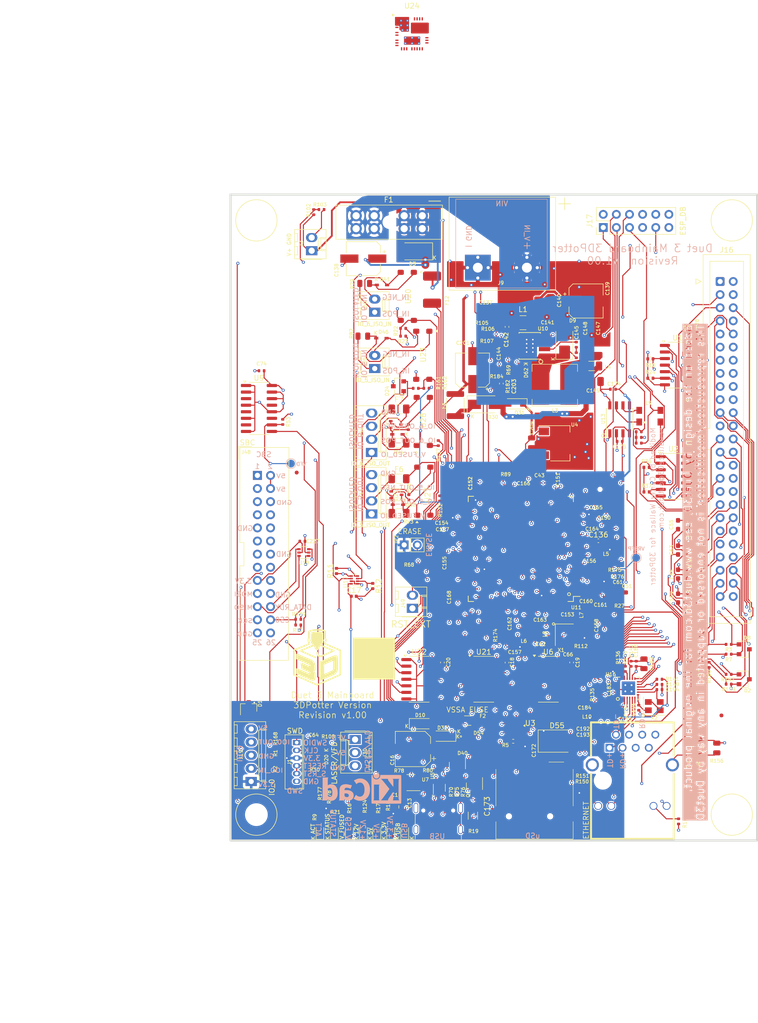
<source format=kicad_pcb>
(kicad_pcb (version 20241229) (generator "pcbnew") (generator_version "9.0")
  (title_block (title "Duet 3 MB 6XD") (date "2023-02-22") (rev "1.01") (company "Duet3D") (comment 1 "(c) Duet3D"))
  (layers (0 "F.Cu" signal) (4 "In1.Cu" power "Inner1.Cu") (6 "In2.Cu" signal "Inner2.Cu") (2 "B.Cu" power) (13 "F.Paste" user) (15 "B.Paste" user) (5 "F.SilkS" user "F.Silkscreen") (7 "B.SilkS" user "B.Silkscreen") (1 "F.Mask" user) (3 "B.Mask" user) (25 "Edge.Cuts" user))
  (net 0 "")
  (net 1 "GND")
  (net 2 "VIN_POWER_MON")
  (net 3 "+3.3V")
  (net 4 "VSSA_MON")
  (net 5 "V_FUSED")
  (net 6 "V_IN")
  (net 7 "VSSA")
  (net 8 "THERMISTOR_0")
  (net 9 "THERMISTOR_1")
  (net 10 "THERMISTOR_2")
  (net 11 "RESET")
  (net 12 "SPI1_MOSI")
  (net 13 "SPI1_MISO")
  (net 14 "DRIVER_0_STEP")
  (net 15 "DRIVER_0_DIR")
  (net 16 "DRIVER_1_DIR")
  (net 17 "DRIVER_1_STEP")
  (net 18 "DRIVER_2_STEP")
  (net 19 "DRIVER_2_DIR")
  (net 20 "Net-(U11-PD26)")
  (net 21 "Net-(J46-TCT)")
  (net 22 "Net-(J46-RCT)")
  (net 23 "TEMP_0")
  (net 24 "/Processor/XOUT")
  (net 25 "TEMP_1")
  (net 26 "TEMP_2")
  (net 27 "/Processor/XIN")
  (net 28 "VREFP")
  (net 29 "TEMP_3")
  (net 30 "VBUS_DETECT")
  (net 31 "PHY_RESET")
  (net 32 "Net-(D4-A)")
  (net 33 "Net-(D5-A)")
  (net 34 "VBUS")
  (net 35 "Net-(D6-A)")
  (net 36 "THERMISTOR_3")
  (net 37 "Net-(D7-A)")
  (net 38 "SPI1_SPCK")
  (net 39 "RESET_EXT")
  (net 40 "ERASE")
  (net 41 "HSDP")
  (net 42 "GRX0")
  (net 43 "GRX1")
  (net 44 "GMDC")
  (net 45 "GRXDV")
  (net 46 "GMDIO")
  (net 47 "DRIVER_3_STEP")
  (net 48 "DRIVER_3_DIR")
  (net 49 "DRIVER_4_DIR")
  (net 50 "DRIVER_4_STEP")
  (net 51 "DRIVER_5_STEP")
  (net 52 "DRIVER_5_DIR")
  (net 55 "GTXCK")
  (net 57 "GRXER")
  (net 58 "GTX1")
  (net 59 "GTX0")
  (net 60 "GTXEN")
  (net 61 "CANRX1")
  (net 62 "CANTX1")
  (net 63 "IO_2_IN")
  (net 64 "IO_6_IN")
  (net 65 "IO_6")
  (net 66 "IO_0")
  (net 67 "IO_0_IN")
  (net 68 "IO_2")
  (net 69 "IO_1")
  (net 70 "IO_1_IN")
  (net 71 "IO_5")
  (net 72 "IO_4")
  (net 73 "IO_3")
  (net 76 "IO_0_OUT")
  (net 77 "IO_5_IN")
  (net 78 "IO_4_IN")
  (net 79 "VREF_MON")
  (net 80 "IO_3_IN")
  (net 81 "/Processor/VDDCORE")
  (net 82 "/Processor/VDDPLL")
  (net 83 "/Processor/VDDUTMIC")
  (net 84 "/Processor/VBG")
  (net 85 "/Comms/usbce")
  (net 86 "/Comms/can1_term_c")
  (net 87 "/Comms/VDDA_3V3")
  (net 88 "/Comms/VDD_1V2")
  (net 89 "/Comms/REXT")
  (net 90 "/Comms/XO")
  (net 91 "/Comms/XI")
  (net 92 "/Comms/SHIELD_GND")
  (net 94 "/Comms/cc2d")
  (net 95 "USB_STATE")
  (net 96 "CC1")
  (net 97 "/Power/L3_OUT")
  (net 98 "/Power/5VIN_BUCK_IN")
  (net 99 "/Processor/NC_TST")
  (net 100 "/Processor/NC_JSEL")
  (net 101 "5V_INT")
  (net 102 "5V_EXT")
  (net 103 "Net-(D23-A)")
  (net 104 "Net-(D37-A)")
  (net 105 "Net-(D42-A)")
  (net 106 "/Power/5V_common")
  (net 107 "/Power/5v_ext_fuse")
  (net 108 "Net-(D62-A)")
  (net 117 "VREFN")
  (net 119 "HSDN")
  (net 120 "/Processor/VDDPLLUSB")
  (net 121 "/Comms/cc1d")
  (net 122 "/IO/opt_io6_i_p")
  (net 123 "/Power/5VIN_BUCK_EN")
  (net 124 "/Power/5VIN_BUCK_SS")
  (net 125 "/Power/5VIN_BUCK_FB")
  (net 126 "/Power/5VIN_BUCK_FSW")
  (net 127 "/Power/5VIN_BUCK_BS")
  (net 128 "/Power/5VIN_BUCK_COMP")
  (net 129 "/Power/COMP_CAP_R")
  (net 130 "CC2")
  (net 131 "CAN0_H")
  (net 132 "CAN1_L")
  (net 133 "CAN0_L")
  (net 134 "CAN1_H")
  (net 135 "SWDIO")
  (net 136 "SWCLK")
  (net 137 "V_BK_IN")
  (net 139 "Net-(C145-Pad1)")
  (net 140 "SPI1_DATA_RDY")
  (net 141 "MCDA2")
  (net 142 "SD_CD")
  (net 143 "MCDA1")
  (net 144 "MCCK")
  (net 145 "MCCDA")
  (net 146 "MCDA3")
  (net 148 "12V_MON")
  (net 150 "MCDA0")
  (net 157 "5V_SBC")
  (net 158 "/IO/opt_io5_i_p")
  (net 159 "/IO/opt_io5_o")
  (net 160 "/IO/opt_io6_o")
  (net 162 "/Power/LX")
  (net 164 "/Processor/rst")
  (net 166 "12V_EXT")
  (net 167 "spi1cs0")
  (net 168 "Net-(J46-LEDG_A)")
  (net 169 "DRIVER_1_ERR")
  (net 170 "DRIVER_0_ERR")
  (net 171 "DRIVER_3_ERR")
  (net 172 "DRIVER_2_ERR")
  (net 173 "DRIVER_5_ERR")
  (net 174 "DRIVER_4_ERR")
  (net 176 "Net-(J46-LEDY_K)")
  (net 178 "D3_DIR")
  (net 179 "D1_EN")
  (net 180 "D0_DIR")
  (net 181 "D5_EN")
  (net 182 "D1_DIR")
  (net 183 "D2_DIR")
  (net 184 "D4_DIR")
  (net 185 "D4_EN")
  (net 186 "D0_EN")
  (net 194 "D2_EN")
  (net 195 "D5_DIR")
  (net 196 "D3_EN")
  (net 199 "USB_UFP_DETECT")
  (net 200 "SPI1_MISO_BUFF")
  (net 201 "SPI1_DATA_RDY_BUFF")
  (net 202 "SPI1_CS0")
  (net 203 "DRIVER_0_EN")
  (net 204 "DRIVER_1_EN")
  (net 205 "DRIVER_2_EN")
  (net 206 "DRIVER_3_EN")
  (net 207 "DRIVER_4_EN")
  (net 208 "DRIVER_5_EN")
  (net 209 "STEP_GATE")
  (net 211 "USB_PWR_EN")
  (net 212 "~{FLG}")
  (net 214 "SPI1_MOSI_BUFF")
  (net 215 "IO_5_IN_ISO_NEG")
  (net 216 "IO_5_IN_ISO_POS")
  (net 218 "IO_6_IN_ISO_NEG")
  (net 219 "IO_5_OUT_ISO_NEG")
  (net 220 "IO_6_OUT_ISO_NEG")
  (net 221 "IO_5_OUT_ISO_POS")
  (net 222 "IO_6_OUT_ISO_POS")
  (net 223 "IO_6_IN_ISO_POS")
  (net 224 "/Comms/TD+")
  (net 225 "/Comms/TD-")
  (net 226 "/Comms/RD+")
  (net 227 "/Comms/RD-")
  (net 228 "/Comms/LED0")
  (net 229 "/Comms/CAN1H_C")
  (net 230 "/Comms/CAN1L_C")
  (net 231 "/Comms/q1b")
  (net 232 "/IO/opt_io5_oc")
  (net 233 "V_FUSED_IO")
  (net 234 "VFD")
  (net 235 "VFD_BUFF")
  (net 236 "D_0_STEP_gated")
  (net 237 "D_2_STEP_gated")
  (net 238 "D_3_STEP_gated")
  (net 239 "D_1_STEP_gated")
  (net 242 "D_4_STEP_gated")
  (net 243 "D_5_STEP_gated")
  (net 244 "/Headers/vfd_conn")
  (net 245 "/IO/opt_io6_oc")
  (net 246 "/IO/opt_io5_pin")
  (net 247 "/Comms/intrp")
  (net 248 "/IO/opt_io6_pin")
  (net 249 "IO_5_OUT_ISO")
  (net 252 "IO_6_OUT_ISO")
  (net 255 "/Comms/REF_CLK")
  (net 257 "SBC_3.3V")
  (net 261 "Net-(L7-B)")
  (net 268 "SPI1_SPCK_BUFF")
  (net 269 "ESP_DATA_RDY")
  (net 270 "URXD4")
  (net 271 "UTXD4")
  (net 272 "ESP_EN")
  (net 294 "/Comms/DAT3")
  (net 295 "/Comms/DAT1")
  (net 296 "/Comms/DAT2")
  (net 297 "/Comms/CMD")
  (net 298 "/Comms/DAT0")
  (net 299 "/Comms/CLK")
  (footprint "complib:screwt-barrier-9.5mm-1x2" (layer "F.Cu") (at 111.6 103.35 180)
    (property "Reference" "J9")
    (property "Value" "VIN")
  )
  (footprint "Resistor_SMD:R_0402_1005Metric_Wbry" (layer "F.Cu") (at 147.925 152.25 180)
    (property "Reference" "R29")
    (property "Value" "10K" (hide yes))
  )
  (footprint "Resistor_SMD:R_0402_1005Metric_Wbry" (layer "F.Cu") (at 147.775 161.95 180)
    (property "Reference" "R33")
    (property "Value" "10K" (hide yes))
  )
  (footprint "Resistor_SMD:R_0402_1005Metric_Wbry" (layer "F.Cu") (at 75.1 199 90)
    (property "Reference" "R30")
    (property "Value" "10K" (hide yes))
  )
  (footprint "Resistor_SMD:R_0402_1005Metric_Wbry" (layer "F.Cu") (at 66.6 197.45 -90)
    (property "Reference" "R1")
    (property "Value" "10K" (hide yes))
  )
  (footprint "Resistor_SMD:R_0402_1005Metric_Wbry" (layer "F.Cu") (at 155.4 176.25 180)
    (property "Reference" "R3")
    (property "Value" "10K" (hide yes))
  )
  (footprint "Resistor_SMD:R_0402_1005Metric_Wbry" (layer "F.Cu") (at 155.4 178.15 180)
    (property "Reference" "R7")
    (property "Value" "10K" (hide yes))
  )
  (footprint "Resistor_SMD:R_0402_1005Metric_Wbry" (layer "F.Cu") (at 134.1 167.7)
    (property "Reference" "R27")
    (property "Value" "10K" (hide yes))
  )
  (footprint "Resistor_SMD:R_0402_1005Metric_Wbry" (layer "F.Cu") (at 147.8 157.3 180)
    (property "Reference" "R32")
    (property "Value" "10K" (hide yes))
  )
  (footprint "Resistor_SMD:R_0402_1005Metric_Wbry" (layer "F.Cu") (at 147.925 166.65 180)
    (property "Reference" "R113")
    (property "Value" "10K" (hide yes))
  )
  (footprint "Resistor_SMD:R_0402_1005Metric_Wbry" (layer "F.Cu") (at 111.25 174.5 -90)
    (property "Reference" "R174")
    (property "Value" "10K" (hide yes))
  )
  (footprint "Resistor_SMD:R_0402_1005Metric_Wbry" (layer "F.Cu") (at 69.1 133.2 -90)
    (property "Reference" "R53")
    (property "Value" "10K" (hide yes))
  )
  (footprint "Fuse:FuseHolder_Blade_ATO_Littelfuse_FLR_178.6165" (layer "F.Cu") (at 96.1 95.8 180)
    (property "Reference" "F1")
    (property "Value" "VIN_FUSE")
  )
  (footprint "Package_TO_SOT_SMD:SOT-23" (layer "F.Cu") (at 158.4 177.2)
    (property "Reference" "D8")
    (property "Value" "BAT54C")
  )
  (footprint "complib:Crystal_SMD_ECS-33B-4Pin_3.2x2.5mm" (layer "F.Cu") (at 123.6 174.4 -90)
    (property "Reference" "X1")
    (property "Value" "ECS-120-10-33B-CKM-TR")
  )
  (footprint "Resistor_SMD:R_0402_1005Metric_Wbry" (layer "F.Cu") (at 131.6 163.1)
    (property "Reference" "R176")
    (property "Value" "4.7K" (hide yes))
  )
  (footprint "Capacitor_SMD:C_0603_1608Metric_Wbry" (layer "F.Cu") (at 128.65 162.98 180)
    (property "Reference" "C200" (hide yes))
    (property "Value" "2.2uF 16V" (hide yes))
  )
  (footprint "Resistor_SMD:R_0402_1005Metric_Wbry" (layer "F.Cu") (at 76.3 207.3 -90)
    (property "Reference" "R177")
    (property "Value" "100K" (hide yes))
  )
  (footprint "Resistor_SMD:R_0402_1005Metric_Wbry" (layer "F.Cu") (at 122.9 171.6)
    (property "Reference" "R111" (hide yes))
    (property "Value" "5.62K" (hide yes))
  )
  (footprint "complib:JST_ZH_1x06_P1.5_B6B-ZR-SM4-TF" (layer "F.Cu") (at 71.8 199 90)
    (property "Reference" "J1")
    (property "Value" "SWD")
  )
  (footprint "LED_SMD:LED_0603_1608Metric" (layer "F.Cu") (at 79.1 212.5 90)
    (property "Reference" "D7" (hide yes))
    (property "Value" "RED" (hide yes))
  )
  (footprint "Diode_SMD:D_SMA" (layer "F.Cu") (at 108.2 129.8)
    (property "Reference" "D30")
    (property "Value" "3A 40V")
  )
  (footprint "Resistor_SMD:R_0402_1005Metric_Wbry" (layer "F.Cu") (at 135.381936 180.991042 -90)
    (property "Reference" "R179")
    (property "Value" "27R" (hide yes))
  )
  (footprint "Package_QFP:LQFP-144_20x20mm_P0.5mm" (layer "F.Cu") (at 115.17 157.77 180)
    (property "Reference" "U11")
    (property "Value" "ATSAME70Q20B-ANT")
  )
  (footprint "Resistor_SMD:R_0402_1005Metric_Wbry" (layer "F.Cu") (at 79.1 207.2 -90)
    (property "Reference" "R178")
    (property "Value" "100K" (hide yes))
  )
  (footprint "LED_SMD:LED_0603_1608Metric" (layer "F.Cu") (at 92.7 212.5 90)
    (property "Reference" "D23" (hide yes))
    (property "Value" "RED" (hide yes))
  )
  (footprint "LED_SMD:LED_0603_1608Metric" (layer "F.Cu") (at 87.3 212.5 90)
    (property "Reference" "D5" (hide yes))
    (property "Value" "RED" (hide yes))
  )
  (footprint "Diode_SMD:D_SMA" (layer "F.Cu") (at 94.7 100.2 180)
    (property "Reference" "D3")
    (property "Value" "CDBA540-HF")
  )
  (footprint "Package_SO:SOP-16_3.9x9.9mm_P1.27mm" (layer "F.Cu") (at 64.5 130.6)
    (property "Reference" "U9")
    (property "Value" "74HCT365")
  )
  (footprint "Resistor_SMD:R_0402_1005Metric_Wbry" (layer "F.Cu") (at 110.1 125.775 90)
    (property "Reference" "R182")
    (property "Value" "820R 1%" (hide yes))
  )
  (footprint "Resistor_SMD:R_0402_1005Metric_Wbry" (layer "F.Cu") (at 131.2 161.8)
    (property "Reference" "R175")
    (property "Value" "15R" (hide yes))
  )
  (footprint "LED_SMD:LED_0603_1608Metric" (layer "F.Cu") (at 90 212.5 90)
    (property "Reference" "D6" (hide yes))
    (property "Value" "GREEN" (hide yes))
  )
  (footprint "LED_SMD:LED_0603_1608Metric" (layer "F.Cu") (at 82 212.5 90)
    (property "Reference" "D4" (hide yes))
    (property "Value" "BLUE" (hide yes))
  )
  (footprint "Resistor_SMD:R_0402_1005Metric_Wbry" (layer "F.Cu") (at 138 137.3)
    (property "Reference" "R134" (hide yes))
    (property "Value" "59R" (hide yes))
  )
  (footprint "Resistor_SMD:R_0402_1005Metric_Wbry" (layer "F.Cu") (at 142 184)
    (property "Reference" "R149")
    (property "Value" "6.49K" (hide yes))
  )
  (footprint "complib:Crystal_SMD_ECS-33B-4Pin_3.2x2.5mm" (layer "F.Cu") (at 141 188.2)
    (property "Reference" "X2")
    (property "Value" "25Mhz")
  )
  (footprint "Resistor_SMD:R_0402_1005Metric_Wbry" (layer "F.Cu") (at 102.3 196.2 90)
    (property "Reference" "R119" (hide yes))
    (property "Value" "47K" (hide yes))
  )
  (footprint "Resistor_SMD:R_0805_2012Metric" (layer "F.Cu") (at 153.1 196.3 -90)
    (property "Reference" "R156")
    (property "Value" "1M" (hide yes))
  )
  (footprint "Resistor_SMD:R_0402_1005Metric_Wbry" (layer "F.Cu") (at 92.1 210.2 180)
    (property "Reference" "R130" (hide yes))
    (property "Value" "845R" (hide yes))
  )
  (footprint "Resistor_SMD:R_0402_1005Metric_Wbry" (layer "F.Cu") (at 138 135.1 180)
    (property "Reference" "R133" (hide yes))
    (property "Value" "59R" (hide yes))
  )
  (footprint "Resistor_SMD:R_0402_1005Metric_Wbry" (layer "F.Cu") (at 99.9 196.2 -90)
    (property "Reference" "R122" (hide yes))
    (property "Value" "27K" (hide yes))
  )
  (footprint "Resistor_SMD:R_0402_1005Metric_Wbry" (layer "F.Cu") (at 110.9 117.475 180)
    (property "Reference" "R107")
    (property "Value" "100K" (hide yes))
  )
  (footprint "Resistor_SMD:R_0603_1608Metric_Wbry" (layer "F.Cu") (at 147.95 168.025)
    (property "Reference" "R114")
    (property "Value" "2.2K 0.1% 0.2W+" (hide yes))
  )
  (footprint "Resistor_SMD:R_0402_1005Metric_Wbry" (layer "F.Cu") (at 111.075 115.175 180)
    (property "Reference" "R106")
    (property "Value" "37.4K" (hide yes))
  )
  (footprint "Resistor_SMD:R_0402_1005Metric_Wbry" (layer "F.Cu") (at 76.6 92.1)
    (property "Reference" "R103")
    (property "Value" "4.7K" (hide yes))
  )
  (footprint "Resistor_SMD:R_0402_1005Metric_Wbry" (layer "F.Cu") (at 109.875 114 180)
    (property "Reference" "R105")
    (property "Value" "27K" (hide yes))
  )
  (footprint "Resistor_SMD:R_0402_1005Metric_Wbry" (layer "F.Cu") (at 75.1 92.6 90)
    (property "Reference" "R102")
    (property "Value" "60.4K" (hide yes))
  )
  (footprint "Package_TO_SOT_SMD:SOT-23" (layer "F.Cu") (at 91.5 126.3 180)
    (property "Reference" "D24")
    (property "Value" "BAT54C")
  )
  (footprint "Resistor_SMD:R_0603_1608Metric_Wbry" (layer "F.Cu") (at 130.5 190.1)
    (property "Reference" "L10")
    (property "Value" "1K @100Mhz" (hide yes))
  )
  (footprint "Resistor_SMD:R_0603_1608Metric_Wbry" (layer "F.Cu") (at 131.57 160.01 180)
    (property "Reference" "L5")
    (property "Value" "1K @100Mhz" (hide yes))
  )
  (footprint "Carters_Various_Bits_and_Pieces:LineKey_CM_Choke_SCW_4532A" (layer "F.Cu") (at 139.9102 132.0898)
    (property "Reference" "L9")
    (property "Value" "CM Choke" (hide yes))
  )
  (footprint "Resistor_SMD:R_0603_1608Metric_Wbry" (layer "F.Cu") (at 121 174.2 -90)
    (property "Reference" "L8")
    (property "Value" "1K @100Mhz" (hide yes))
  )
  (footprint "Resistor_SMD:R_0603_1608Metric_Wbry" (layer "F.Cu") (at 126.4 172.8 -90)
    (property "Reference" "L7")
    (property "Value" "1K @100Mhz" (hide yes))
  )
  (footprint "Connector_PinHeader_2.54mm:PinHeader_1x02_P2.54mm_Vertical" (layer "F.Cu") (at 92.6 157 90)
    (property "Reference" "JP2")
    (property "Value" "ERASE")
  )
  (footprint "complib:SOD-523F" (layer "F.Cu") (at 76.6 198.1 -90)
    (property "Reference" "D20")
    (property "Value" "1N4448WT" (hide yes))
  )
  (footprint "Diode_SMD:D_SOD-123F" (layer "F.Cu") (at 95.8 191.6)
    (property "Reference" "D10")
    (property "Value" "1A,40V")
  )
  (footprint "Capacitor_SMD:C_1206_3216Metric" (layer "F.Cu") (at 149.4 196.3 -90)
    (property "Reference" "C195")
    (property "Value" "1nF 1kV")
  )
  (footprint "Capacitor_SMD:C_0402_1005Metric_Wbry" (layer "F.Cu") (at 138 188.5 90)
    (property "Reference" "C191")
    (property "Value" "22pF 50V" (hide yes))
  )
  (footprint "Capacitor_SMD:C_0402_1005Metric_Wbry" (layer "F.Cu") (at 127.1 196.3 180)
    (property "Reference" "C193")
    (property "Value" "0.1uF 16V" (hide yes))
  )
  (footprint "Capacitor_SMD:C_0402_1005Metric_Wbry" (layer "F.Cu") (at 127.1 195.1 180)
    (property "Reference" "C192")
    (property "Value" "0.1uF 16V" (hide yes))
  )
  (footprint "Capacitor_SMD:C_0402_1005Metric_Wbry" (layer "F.Cu") (at 134.5 189.5 -90)
    (property "Reference" "C181")
    (property "Value" "0.1uF 16V" (hide yes))
  )
  (footprint "Capacitor_SMD:C_0402_1005Metric_Wbry" (layer "F.Cu") (at 132 187 180)
    (property "Reference" "C183")
    (property "Value" "0.1uF 16V" (hide yes))
  )
  (footprint "Capacitor_SMD:C_0402_1005Metric_Wbry" (layer "F.Cu") (at 101.1 196.2 90)
    (property "Reference" "C171" (hide yes))
    (property "Value" "0.1uF 16V" (hide yes))
  )
  (footprint "Capacitor_SMD:C_0402_1005Metric" (layer "F.Cu") (at 130.18 156.2)
    (property "Reference" "C136")
    (property "Value" "10nF 10V")
  )
  (footprint "Capacitor_SMD:CP_Elec_6.3x7.7" (layer "F.Cu") (at 127.8 109.8)
    (property "Reference" "C139")
    (property "Value" "100uF 35V")
  )
  (footprint "Capacitor_SMD:C_0805_2012Metric" (layer "F.Cu") (at 139 180 90)
    (property "Reference" "C189")
    (property "Value" "10uF 10V")
  )
  (footprint "Capacitor_SMD:C_0402_1005Metric_Wbry" (layer "F.Cu") (at 121.4 144.5 90)
    (property "Reference" "C151")
    (property "Value" "100nF 16V" (hide yes))
  )
  (footprint "Capacitor_SMD:C_0805_2012Metric" (layer "F.Cu") (at 128.2 172.8 -90)
    (property "Reference" "C158")
    (property "Value" "4.7uF 16V")
  )
  (footprint "Capacitor_SMD:C_0402_1005Metric_Wbry" (layer "F.Cu") (at 102.25 153.75 180)
    (property "Reference" "C167")
    (property "Value" "100nF 16V" (hide yes))
  )
  (footprint "Capacitor_SMD:C_0402_1005Metric_Wbry" (layer "F.Cu") (at 129.75 150.75)
    (property "Reference" "C165")
    (property "Value" "100nF 16V" (hide yes))
  )
  (footprint "Capacitor_SMD:C_0603_1608Metric_Wbry" (layer "F.Cu") (at 130.5 188.5 180)
    (property "Reference" "C184")
    (property "Value" "2.2uF 16V" (hide yes))
  )
  (footprint "Capacitor_SMD:C_0402_1005Metric_Wbry" (layer "F.Cu") (at 113.25 174)
    (property "Reference" "C162")
    (property "Value" "100nF 16V" (hide yes))
  )
  (footprint "Capacitor_SMD:C_0402_1005Metric_Wbry" (layer "F.Cu") (at 137.5 180 90)
    (property "Reference" "C188")
    (property "Value" "0.1uF 16V" (hide yes))
  )
  (footprint "Capacitor_SMD:C_0402_1005Metric_Wbry" (layer "F.Cu") (at 133 126.88 180)
    (property "Reference" "C174")
    (property "Value" "0.1uF 16V" (hide yes))
  )
  (footprint "Capacitor_SMD:C_0402_1005Metric_Wbry" (layer "F.Cu") (at 117.94 145)
    (property "Reference" "C166")
    (property "Value" "100nF 16V" (hide yes))
  )
  (footprint "Capacitor_SMD:C_0603_1608Metric_Wbry" (layer "F.Cu") (at 130.65 167.3)
    (property "Reference" "C161")
    (property "Value" "1uF 25V" (hide yes))
  )
  (footprint "Capacitor_SMD:C_0402_1005Metric_Wbry" (layer "F.Cu") (at 138 136.2 180)
    (property "Reference" "C177" (hide yes))
    (property "Value" "4.7nF 10V" (hide yes))
  )
  (footprint "Capacitor_SMD:C_1206_3216Metric" (layer "F.Cu") (at 105.9 209.4 -90)
    (property "Reference" "C173")
    (property "Value" "1nF 1kV")
  )
  (footprint "Capacitor_SMD:C_0402_1005Metric_Wbry" (layer "F.Cu") (at 128.86 152.83)
    (property "Reference" "C164")
    (property "Value" "100nF 16V" (hide yes))
  )
  (footprint "Capacitor_SMD:C_0402_1005Metric_Wbry" (layer "F.Cu") (at 106.32 145.0325 90)
    (property "Reference" "C152")
    (property "Value" "100nF 16V" (hide yes))
  )
  (footprint "Capacitor_SMD:C_0402_1005Metric_Wbry" (layer "F.Cu") (at 102.94 166.95 -90)
    (property "Reference" "C168")
    (property "Value" "100nF 16V" (hide yes))
  )
  (footprint "Capacitor_SMD:C_0402_1005Metric_Wbry" (layer "F.Cu") (at 113.5 176.75 180)
    (property "Reference" "C157")
    (property "Value" "100nF 16V" (hide yes))
  )
  (footprint "Capacitor_SMD:C_0402_1005Metric_Wbry" (layer "F.Cu") (at 128.35 164.95)
    (property "Reference" "C159" (hide yes))
    (property "Value" "100nF 16V" (hide yes))
  )
  (footprint "Capacitor_SMD:C_0603_1608Metric_Wbry" (layer "F.Cu") (at 128.65 161.4)
    (property "Reference" "C156")
    (property "Value" "1uF 25V" (hide yes))
  )
  (footprint "Capacitor_SMD:C_0402_1005Metric_Wbry" (layer "F.Cu") (at 102.25 152.75 180)
    (property "Reference" "C154")
    (property "Value" "100nF 16V" (hide yes))
  )
  (footprint "Capacitor_SMD:C_0805_2012Metric" (layer "F.Cu") (at 133 189.1625 -90)
    (property "Reference" "C180")
    (property "Value" "10uF 10V")
  )
  (footprint "Capacitor_SMD:C_0402_1005Metric_Wbry" (layer "F.Cu") (at 142 185 180)
    (property "Reference" "C194")
    (property "Value" "22pF 50V" (hide yes))
  )
  (footprint "Capacitor_SMD:C_0402_1005Metric_Wbry" (layer "F.Cu") (at 102.4 160.4 90)
    (property "Reference" "C155")
    (property "Value" "100nF 16V" (hide yes))
  )
  (footprint "Capacitor_SMD:C_0402_1005Metric_Wbry" (layer "F.Cu") (at 128.24 166.75)
    (property "Reference" "C160")
    (property "Value" "100nF 16V" (hide yes))
  )
  (footprint "Capacitor_SMD:C_0603_1608Metric_Wbry" (layer "F.Cu") (at 145.6 167.3 -90)
    (property "Reference" "C169")
    (property "Value" "2.2uF 16V" (hide yes))
  )
  (footprint "Capacitor_SMD:C_0402_1005Metric_Wbry" (layer "F.Cu") (at 121 171.6)
    (property "Reference" "C163")
    (property "Value" "100nF 16V" (hide yes))
  )
  (footprint "Capacitor_SMD:C_0402_1005Metric_Wbry" (layer "F.Cu") (at 122 170.5 180)
    (property "Reference" "C153")
    (property "Value" "10pF 50V" (hide yes))
  )
  (footprint "Capacitor_SMD:C_0402_1005Metric_Wbry" (layer "F.Cu") (at 128.86 151.8)
    (property "Reference" "C150")
    (property "Value" "100nF 16V" (hide yes))
  )
  (footprint "Package_TO_SOT_SMD:SOT-223" (layer "F.Cu") (at 122.7745 137.3401)
    (property "Reference" "U4")
    (property "Value" "AP7361C-33E-13")
  )
  (footprint "Capacitor_SMD:C_0402_1005Metric_Wbry" (layer "F.Cu") (at 65 123.3 180)
    (property "Reference" "C74")
    (property "Value" "100nF 16V" (hide yes))
  )
  (footprint "Capacitor_SMD:C_0402_1005Metric_Wbry" (layer "F.Cu") (at 124.4 177.1 180)
    (property "Reference" "C66")
    (property "Value" "10pF 50V" (hide yes))
  )
  (footprint "Capacitor_SMD:C_0402_1005Metric_Wbry" (layer "F.Cu") (at 74.8 195.3 90)
    (property "Reference" "C64")
    (property "Value" "10nF 10V" (hide yes))
  )
  (footprint "Capacitor_SMD:C_0402_1005Metric_Wbry" (layer "F.Cu") (at 120.9 176.2 180)
    (property "Reference" "C62")
    (property "Value" "10pF 50V" (hide yes))
  )
  (footprint "Resistor_SMD:R_0603_1608Metric_Wbry" (layer "F.Cu") (at 147.9 158.7)
    (property "Reference" "R35")
    (property "Value" "2.2K 0.1% 0.2W+" (hide yes))
  )
  (footprint "Resistor_SMD:R_0603_1608Metric_Wbry" (layer "F.Cu") (at 147.9 153.8)
    (property "Reference" "R28")
    (property "Value" "2.2K 0.1% 0.2W+" (hide yes))
  )
  (footprint "Package_TO_SOT_SMD:SOT-23" (layer "F.Cu") (at 62.5 188.5 90)
    (property "Reference" "D1")
    (property "Value" "BAT54C")
  )
  (footprint "Capacitor_SMD:C_0805_2012Metric" (layer "F.Cu") (at 118.77 141.95)
    (property "Reference" "C43")
    (property "Value" "10uF 10V")
  )
  (footprint "Capacitor_SMD:C_0603_1608Metric_Wbry" (layer "F.Cu") (at 134.6 166.2 180)
    (property "Reference" "C51")
    (property "Value" "2.2uF 16V" (hide yes))
  )
  (footprint "Capacitor_SMD:C_0603_1608Metric_Wbry" (layer "F.Cu") (at 145.6 158 -90)
    (property "Reference" "C63")
    (property "Value" "2.2uF 16V" (hide yes))
  )
  (footprint "Resistor_SMD:R_0402_1005Metric_Wbry" (layer "F.Cu") (at 89.5 209.5 -90)
    (property "Reference" "R18")
    (property "Value" "1K" (hide yes))
  )
  (footprint "Resistor_SMD:R_0402_1005Metric_Wbry" (layer "F.Cu") (at 149.2667 180.2 -90)
    (property "Reference" "R8")
    (property "Value" "27K" (hide yes))
  )
  (footprint "Fiducial:Fiducial_0.75mm_Mask1.5mm" (layer "F.Cu") (at 154 190)
    (property "Reference" "M2" (hide yes))
    (property "Value" "FID" (hide yes))
  )
  (footprint "Capacitor_SMD:C_0603_1608Metric_Wbry" (layer "F.Cu") (at 145.6 162.65 -90)
    (property "Reference" "C65")
    (property "Value" "2.2uF 16V" (hide yes))
  )
  (footprint "Resistor_SMD:R_0402_1005Metric_Wbry" (layer "F.Cu") (at 148.1 180.2 -90)
    (property "Reference" "R4")
    (property "Value" "27K" (hide yes))
  )
  (footprint "Resistor_SMD:R_0603_1608Metric_Wbry" (layer "F.Cu") (at 113.7 175.5)
    (property "Reference" "L6")
    (property "Value" "1K @100Mhz" (hide yes))
  )
  (footprint "Fuse:Fuse_1206_3216Metric" (layer "F.Cu") (at 104.9 191 180)
    (property "Reference" "F2")
    (property "Value" "VSSA FUSE")
  )
  (footprint "Capacitor_SMD:C_0805_2012Metric" (layer "F.Cu") (at 131.2191 165.1 180)
    (property "Reference" "C61")
    (property "Value" "4.7uF 16V")
  )
  (footprint "Capacitor_SMD:C_0603_1608Metric_Wbry" (layer "F.Cu") (at 145.6 153.1 -90)
    (property "Reference" "C55")
    (property "Value" "2.2uF 16V" (hide yes))
  )
  (footprint "Resistor_SMD:R_0603_1608Metric_Wbry" (layer "F.Cu") (at 147.9 163.4)
    (property "Reference" "R34")
    (property "Value" "2.2K 0.1% 0.2W+" (hide yes))
  )
  (footprint "Resistor_SMD:R_0402_1005Metric_Wbry" (layer "F.Cu") (at 66.6 200.35 -90)
    (property "Reference" "R2")
    (property "Value" "27K" (hide yes))
  )
  (footprint "Package_TO_SOT_SMD:SOT-23" (layer "F.Cu") (at 158.4 183)
    (property "Reference" "D2")
    (property "Value" "BAT54C")
  )
  (footprint "NetTie:NetTie-2_SMD_Pad0.5mm" (layer "F.Cu") (at 101.5 190.4 180)
    (property "Reference" "NT1" (hide yes))
    (property "Value" "Net-Tie_2" (hide yes))
  )
  (footprint "Resistor_SMD:R_0402_1005Metric_Wbry" (layer "F.Cu") (at 155.4 182.05 180)
    (property "Reference" "R157")
    (property "Value" "10K" (hide yes))
  )
  (footprint "Resistor_SMD:R_0402_1005Metric_Wbry" (layer "F.Cu") (at 136.5 180 90)
    (property "Reference" "R142")
    (property "Value" "10K" (hide yes))
  )
  (footprint "Resistor_SMD:R_0402_1005Metric_Wbry" (layer "F.Cu") (at 127 204.1)
    (property "Reference" "R151")
    (property "Value" "10K" (hide yes))
  )
  (footprint "NetTie:NetTie-2_SMD_Pad0.5mm" (layer "F.Cu") (at 101.5 191.5 180)
    (property "Reference" "NT2" (hide yes))
    (property "Value" "Net-Tie_2" (hide yes))
  )
  (footprint "Resistor_SMD:R_0402_1005Metric_Wbry" (layer "F.Cu") (at 85 210 -90)
    (property "Reference" "R124")
    (property "Value" "2.37K" (hide yes))
  )
  (footprint "Connector_Molex:Wurth_61900211121-1x02_P2.54mm_Vertical-(Molex_KK-254_AE-6410-02Acompatible)" (layer "F.Cu") (at 94.2 168 90)
    (property "Reference" "J49")
    (property "Value" "A2543WV-2P" (hide yes))
  )
  (footprint "Connector_IDC:IDC-Header_2x13_P2.54mm_Vertical" (layer "F.Cu") (at 64.2 143.55)
    (property "Reference" "J48")
    (property "Value" "SBC")
  )
  (footprint "Connector_Molex:Wurth_61900211121-1x02_P2.54mm_Vertical-(Molex_KK-254_AE-6410-02Acompatible)" (layer "F.Cu") (at 74.7 98.8 90)
    (property "Reference" "J2")
    (property "Value" "A2543WV-2P" (hide yes))
  )
  (footprint "Capacitor_SMD:C_0805_2012Metric" (layer "F.Cu") (at 115.5 197 180)
    (property "Reference" "C172")
    (property "Value" "10uF 10V" (hide yes))
  )
  (footprint "Resistor_SMD:R_0402_1005Metric_Wbry" (layer "F.Cu") (at 145.7 210.5 -90)
    (property "Reference" "R188")
    (property "Value" "470R" (hide yes))
  )
  (footprint "Resistor_SMD:R_0402_1005Metric_Wbry" (layer "F.Cu") (at 127 206)
    (property "Reference" "R150")
    (property "Value" "470R" (hide yes))
  )
  (footprint "Capacitor_SMD:C_0402_1005Metric_Wbry" (layer "F.Cu") (at 134.31 136.97 180)
    (property "Reference" "C175")
    (property "Value" "0.1uF 16V" (hide yes))
  )
  (footprint "Resistor_SMD:R_0402_1005Metric_Wbry" (layer "F.Cu") (at 66.6 194.5 -90)
    (property "Reference" "R168")
    (property "Value" "470R" (hide yes))
  )
  (footprint "Capacitor_SMD:C_1206_3216Metric" (layer "F.Cu") (at 129.2 125.375)
    (property "Reference" "C149")
    (property "Value" "10uF 35V")
  )
  (footprint "Capacitor_SMD:CP_Elec_6.3x7.7" (layer "F.Cu") (at 84.7 101.6 180)
    (property "Reference" "C138")
    (property "Value" "100uF 35V")
  )
  (footprint "Resistor_SMD:R_0603_1608Metric_Wbry" (layer "F.Cu") (at 77.8 192.8)
    (property "Reference" "R108")
    (property "Value" "100R" (hide yes))
  )
  (footprint "Inductor_SMD:L_1206_3216Metric" (layer "F.Cu") (at 128.9 122.375 180)
    (property "Reference" "L4")
    (property "Value" "80 Ohms @ 100MHz")
  )
  (footprint "Carters_Various_Bits_and_Pieces:SMD8x8" (layer "F.Cu") (at 121.8 126.1 180)
    (property "Reference" "L3")
    (property "Value" "8.2uH")
  )
  (footprint "Capacitor_SMD:C_1206_3216Metric" (layer "F.Cu") (at 130.1 118.875 90)
    (property "Reference" "C147")
    (property "Value" "10uF 35V")
  )
  (footprint "Connector_Molex:Wurth_61900311121-1x03_P2.54mm_Vertical(Molex_KK-254_AE-6410-03A_Compatible)" (layer "F.Cu") (at 83.1 197.2 -90)
    (property "Reference" "J30")
    (property "Value" "LASER/VFD")
  )
  (footprint "Carters_Various_Bits_and_Pieces:KSZ8081RNA _QFN-24-1EP_4x4mm_P0.5mm_EP2.6x2.6mm" (layer "F.Cu") (at 136 184.7404 90)
    (property "Reference" "U16")
    (property "Value" "KSZ8081RNACA")
  )
  (footprint "Inductor_SMD:L_1210_3225Metric" (layer "F.Cu") (at 115.6 114 180)
    (property "Reference" "L1")
    (property "Value" "1uH")
  )
  (footprint "Resistor_SMD:R_0402_1005Metric_Wbry" (layer "F.Cu") (at 142 183 180)
    (property "Reference" "R141")
    (property "Value" "1K" (hide yes))
  )
  (footprint "Resistor_SMD:R_0402_1005Metric_Wbry" (layer "F.Cu") (at 134 181 -90)
    (property "Reference" "R136")
    (property "Value" "1K" (hide yes))
  )
  (footprint "Resistor_SMD:R_0402_1005Metric_Wbry" (layer "F.Cu") (at 87.5 210 -90)
    (property "Reference" "R17")
    (property "Value" "910R" (hide yes))
  )
  (footprint "Resistor_SMD:R_0402_1005Metric_Wbry" (layer "F.Cu") (at 79.1 210.1 -90)
    (property "Reference" "R21")
    (property "Value" "1K" (hide yes))
  )
  (footprint "Resistor_SMD:R_0402_1005Metric_Wbry" (layer "F.Cu") (at 110.5 123.475)
    (property "Reference" "R184")
    (property "Value" "150R" (hide yes))
  )
  (footprint "Resistor_SMD:R_0402_1005Metric_Wbry" (layer "F.Cu") (at 75.9 195.3 -90)
    (property "Reference" "R31" (hide yes))
    (property "Value" "180R" (hide yes))
  )
  (footprint "Capacitor_SMD:C_0805_2012Metric" (layer "F.Cu") (at 117.275 137.24 -90)
    (property "Reference" "C204")
    (property "Value" "10uF 10V")
  )
  (footprint "Package_SO:SOIC-8_3.9x4.9mm_P1.27mm" (layer "F.Cu") (at 134.3053 132.7 90)
    (property "Reference" "U13")
    (property "Value" "MCP2542")
  )
  (footprint "Resistor_SMD:R_0402_1005Metric" (layer "F.Cu") (at 82 210 -90)
    (property "Reference" "R16")
    (property "Value" "10.7K")
  )
  (footprint "complib:RJ45+MAG" (layer "F.Cu") (at 136.76 202.61 180)
    (property "Reference" "J46")
    (property "Value" "ETHERNET")
  )
  (footprint "complib:uSD_SKT" (layer "F.Cu") (at 117.8 209.5256)
    (property "Reference" "J27" (hide yes))
    (property "Value" "uSD_Socket" (hide yes))
  )
  (footprint "LED_SMD:LED_0603_1608Metric" (layer "F.Cu") (at 84.7 212.5 90)
    (property "Reference" "D37" (hide yes))
    (property "Value" "AMBER" (hide yes))
  )
  (footprint "Diode_SMD:D_SOD-123F" (layer "F.Cu") (at 114.2 129.7 180)
    (property "Reference" "D31")
    (property "Value" "1A,40V")
  )
  (footprint "Diode_SMD:D_SOD-123F" (layer "F.Cu") (at 100.4 194 180)
    (property "Reference" "D32")
    (property "Value" "1A,40V")
  )
  (footprint "Capacitor_SMD:C_0402_1005Metric_Wbry" (layer "F.Cu") (at 111.9 120.075 90)
    (property "Reference" "C144")
    (property "Value" "0.1uF 16V" (hide yes))
  )
  (footprint "Capacitor_SMD:C_1206_3216Metric" (layer "F.Cu") (at 120.2 112.375)
    (property "Reference" "C141")
    (property "Value" "10uF 50V")
  )
  (footprint "Resistor_SMD:R_0402_1005Metric_Wbry" (layer "F.Cu") (at 130.5 186.5 -90)
    (property "Reference" "R135")
    (property "Value" "4.7K" (hide yes))
  )
  (footprint "Resistor_SMD:R_0402_1005Metric_Wbry" (layer "F.Cu") (at 125.9 120.3 90)
    (property "Reference" "R123" (hide yes))
    (property "Value" "15R" (hide yes))
  )
  (footprint "Capacitor_SMD:C_0402_1005Metric_Wbry" (layer "F.Cu") (at 125.9 118.25 90)
    (property "Reference" "C145")
    (property "Value" "0.1uF 16V" (hide yes))
  )
  (footprint "Capacitor_SMD:C_0402_1005Metric" (layer "F.Cu") (at 112.5 114.8 90)
    (property "Reference" "C142")
    (property "Value" "1nF 16V")
  )
  (footprint "Diode_SMD:D_SMA" (layer "F.Cu") (at 123.6 117.675 90)
    (property "Reference" "D9")
    (property "Value" "CDBA540-HF")
  )
  (footprint "complib:SO8_EP1_ThermalVias_LargeCopper" (layer "F.Cu") (at 116.9 118.475 180)
    (property "Reference" "U10")
    (property "Value" "AOZ1284")
  )
  (footprint "Connector_Molex:Wurth_61900511121-1x05_P2.54mm_Vertical(Molex_KK-254_AE-6410-05A_Compatibe)" (layer "F.Cu") (at 63 197.7 90)
    (property "Reference" "J19")
    (property "Value" "A2543WV-5P" (hide yes))
  )
  (footprint "Capacitor_SMD:C_1206_3216Metric" (layer "F.Cu") (at 127.7 118.9 90)
    (property "Reference" "C148")
    (property "Value" "10uF 35V")
  )
  (footprint "Capacitor_SMD:CP_Elec_6.3x7.7" (layer "F.Cu") (at 105.81 123.175 90)
    (property "Reference" "C201")
    (property "Value" "100uF 35V")
  )
  (footprint "Capacitor_SMD:C_1206_3216Metric" (layer "F.Cu") (at 111.9 111 90)
    (property "Reference" "C137")
    (property "Value" "10uF 50V")
  )
  (footprint "Capacitor_SMD:C_1206_3216Metric" (layer "F.Cu") (at 119.8 109.8)
    (property "Reference" "C140")
    (property "Value" "10uF 50V")
  )
  (footprint "complib:SOD-523F" (layer "F.Cu") (at 115.2 123.2 -90)
    (property "Reference" "D62")
    (property "Value" "1N4148WT" (hide yes))
  )
  (footprint "Fuse:Fuse_1812_4532Metric" (layer "F.Cu") (at 102.5 129.9375 -90)
    (property "Reference" "F3")
    (property "Value" "PTC_3A")
  )
  (footprint "Resistor_SMD:R_0402_1005Metric_Wbry" (layer "F.Cu") (at 72.1 171.4)
    (property "Reference" "R239")
    (property "Value" "1K" (hide yes))
  )
  (footprint "Capacitor_SMD:C_0402_1005Metric" (layer "F.Cu") (at 111.4 125.775 -90)
    (property "Reference" "C203")
    (property "Value" "1nF 16V")
  )
  (footprint "Capacitor_SMD:C_0402_1005Metric_Wbry" (layer "F.Cu") (at 147.25 116 180)
    (property "Reference" "C2")
    (property "Value" "100nF 16V" (hide yes))
  )
  (footprint "Capacitor_SMD:C_0402_1005Metric_Wbry" (layer "F.Cu") (at 147.25 138.25)
    (property "Reference" "C3")
    (property "Value" "100nF 16V" (hide yes))
  )
  (footprint "LED_SMD:LED_0603_1608Metric" (layer "F.Cu") (at 76.3 212.4875 90)
    (property "Reference" "D42" (hide yes))
    (property "Value" "GREEN" (hide yes))
  )
  (footprint "Resistor_SMD:R_0402_1005Metric_Wbry" (layer "F.Cu") (at 76.3 210 -90)
    (property "Reference" "R9")
    (property "Value" "1K" (hide yes))
  )
  (footprint "Resistor_SMD:R_0402_1005Metric_Wbry" (layer "F.Cu") (at 72.1 172.5)
    (property "Reference" "R13")
    (property "Value" "27K" (hide yes))
  )
  (footprint "Resistor_SMD:R_0805_2012Metric" (layer "F.Cu") (at 108.2 211.8 90)
    (property "Reference" "R19")
    (property "Value" "1M" (hide yes))
  )
  (footprint "Resistor_SMD:R_0402_1005Metric_Wbry" (layer "F.Cu") (at 112.25 144.25 180)
    (property "Reference" "R89")
    (property "Value" "4.7K" (hide yes))
  )
  (footprint "Resistor_SMD:R_0402_1005Metric_Wbry" (layer "F.Cu") (at 126.3 175.5 180)
    (property "Reference" "R112")
    (property "Value" "2.2R" (hide yes))
  )
  (footprint "Diode_SMD:DFN1610-2L" (layer "F.Cu") (at 104.5832 193.3668)
    (property "Reference" "D54")
    (property "Value" "D_TVS_5V" (hide yes))
  )
  (footprint "Diode_SMD:D_SMB" (layer "F.Cu") (at 122.1832 194.9668)
    (property "Reference" "D55")
    (property "Value" "D_TVS_3.3V")
  )
  (footprint "Fuse:Fuse_BelFuse_OZCG_1812" (layer "F.Cu") (at 98 107.6 90)
    (property "Reference" "F12")
    (property "Value" "FUSE 30V 300mA-500mA" (hide yes))
  )
  (footprint "Carters_Various_Bits_and_Pieces:Wurth_61900411121-1x04_P2.54mm_Vertical(1.2mm_ID)" (layer "F.Cu") (at 86.3 147.21 90)
    (property "Reference" "J33")
    (property "Value" "A2543WV-4P" (hide yes))
  )
  (footprint "Carters_Various_Bits_and_Pieces:Wurth_61900411121-1x04_P2.54mm_Vertical(1.2mm_ID)" (layer "F.Cu") (at 86.3 135.3 90)
    (property "Reference" "J34")
    (property "Value" "A2543WV-4P" (hide yes))
  )
  (footprint "Connector_Molex:Wurth_61900211121-1x02_P2.54mm_Vertical-(Molex_KK-254_AE-6410-02Acompatible)" (layer "F.Cu") (at 86.9 121.6 90)
    (property "Reference" "J59")
    (property "Value" "A2543WV-2P" (hide yes))
  )
  (footprint "Connector_Molex:Wurth_61900211121-1x02_P2.54mm_Vertical-(Molex_KK-254_AE-6410-02Acompatible)" (layer "F.Cu") (at 86.9 110.7 90)
    (property "Reference" "J60")
    (property "Value" "A2543WV-2P" (hide yes))
  )
  (footprint "Resistor_SMD:R_0402_1005Metric_Wbry" (layer "F.Cu") (at 99.5 148 90)
    (property "Reference" "R132")
    (property "Value" "470R" (hide yes))
  )
  (footprint "Resistor_SMD:R_0402_1005Metric_Wbry" (layer "F.Cu") (at 99.2 137.3 90)
    (property "Reference" "R137")
    (property "Value" "470R" (hide yes))
  )
  (footprint "complib:SOD-523F" (layer "F.Cu") (at 88.3 106.7)
    (property "Reference" "D41")
    (property "Value" "1N4448WT" (hide yes))
  )
  (footprint "complib:SOD-523F" (layer "F.Cu") (at 88.2 117)
    (property "Reference" "D46")
    (property "Value" "1N4448WT" (hide yes))
  )
  (footprint "Resistor_SMD:R_0402_1005Metric_Wbry" (layer "F.Cu") (at 92.4 115.1 180)
    (property "Reference" "R22")
    (property "Value" "10K" (hide yes))
  )
  (footprint "Resistor_SMD:R_0402_1005Metric_Wbry" (layer "F.Cu") (at 92.4 116.6)
    (property "Reference" "R23")
    (property "Value" "4.7K" (hide yes))
  )
  (footprint "Resistor_SMD:R_0805_2012Metric" (layer "F.Cu") (at 84.9625 106.4)
    (property "Reference" "R79")
    (property "Value" "10K 0.25W" (hide yes))
  )
  (footprint "Resistor_SMD:R_0805_2012Metric" (layer "F.Cu") (at 84.6 116.6)
    (property "Reference" "R82")
    (property "Value" "10K 0.25W" (hide yes))
  )
  (footprint "Carters_Various_Bits_and_Pieces:SOP-4_3.8x10mm_P2.54mm" (layer "F.Cu") (at 93.2 107 -90)
    (property "Reference" "U20")
    (property "Value" "Optoisolator")
  )
  (footprint "Carters_Various_Bits_and_Pieces:SOP-4_3.8x10mm_P2.54mm" (layer "F.Cu") (at 96.2 118.4 -90)
    (property "Reference" "U23")
    (property "Value" "Optoisolator")
  )
  (footprint "Fiducial:Fiducial_0.75mm_Mask1.5mm" (layer "F.Cu") (at 71.8 143)
    (property "Reference" "M1" (hide yes))
    (property "Value" "FID" (hide yes))
  )
  (footprint "complib:SOD-523F" (layer "F.Cu") (at 91.4 149.2 180)
    (property "Reference" "D50")
    (property "Value" "1N4448WT" (hide yes))
  )
  (footprint "complib:SOD-523F" (layer "F.Cu") (at 91.3 135.6 180)
    (property "Reference" "D51" (hide yes))
    (property "Value" "1N4448WT" (hide yes))
  )
  (footprint "Fuse:Fuse_1206_3216Metric" (layer "F.Cu") (at 91.6 144.2)
    (property "Reference" "F6")
    (property "Value" "FUSE 60V 50mA/150mA")
  )
  (footprint "Fuse:Fuse_1206_3216Metric" (layer "F.Cu") (at 91.6 130.7)
    (property "Reference" "F7")
    (property "Value" "FUSE 60V 50mA/150mA")
  )
  (footprint "Package_TO_SOT_SMD:SOT-323_SC-70" (layer "F.Cu") (at 91.1 147.3)
    (property "Reference" "Q21")
    (property "Value" "MMBTA06-7-F")
  )
  (footprint "Package_TO_SOT_SMD:SOT-323_SC-70" (layer "F.Cu") (at 91 133.7)
    (property "Reference" "Q22" (hide yes))
    (property "Value" "MMBTA06-7-F")
  )
  (footprint "Resistor_SMD:R_0402_1005Metric_Wbry" (layer "F.Cu") (at 93.5 147.8 90)
    (property "Reference" "R98")
    (property "Value" "2.2K" (hide yes))
  )
  (footprint "Resistor_SMD:R_0402_1005Metric_Wbry" (layer "F.Cu") (at 93.4 134.2 90)
    (property "Reference" "R99" (hide yes))
    (property "Value" "2.2K" (hide yes))
  )
  (footprint "Resistor_SMD:R_1206_3216Metric" (layer "F.Cu") (at 91.6 150.9 180)
    (property "Reference" "RV3")
    (property "Value" "VE1206K121R050" (hide yes))
  )
  (footprint "Resistor_SMD:R_1206_3216Metric" (layer "F.Cu") (at 91.6 137.3 180)
    (property "Reference" "RV4")
    (property "Value" "VE1206K121R050" (hide yes))
  )
  (footprint "Carters_Various_Bits_and_Pieces:SOP-4_3.8x10mm_P2.54mm" (layer "F.Cu") (at 96.4 148.5 90)
    (property "Reference" "U27")
    (property "Value" "Optoisolator")
  )
  (footprint "Carters_Various_Bits_and_Pieces:SOP-4_3.8x10mm_P2.54mm" (layer "F.Cu") (at 96.3 135 90)
    (property "Reference" "U28")
    (property "Value" "Optoisolator")
  )
  (footprint "complib:USB_C_Receptacle_Valcon_CSP-USC16-TR" (layer "F.Cu") (at 99.2 208.4)
    (property "Reference" "J43" (hide yes))
    (property "Value" "USB")
  )
  (footprint "Resistor_SMD:R_0402_1005Metric_Wbry" (layer "F.Cu") (at 105.6 200.9 180)
    (property "Reference" "R66" (hide yes))
    (property "Value" "28.7K" (hide yes))
  )
  (footprint "Resistor_SMD:R_0402_1005Metric_Wbry" (layer "F.Cu") (at 105.6 199.8 180)
    (property "Reference" "R67" (hide yes))
    (property "Value" "28.7K" (hide yes))
  )
  (footprint "Resistor_SMD:R_0402_1005Metric_Wbry" (layer "F.Cu") (at 150.4333 180.2 -90)
    (property "Reference" "R158")
    (property "Value" "27K" (hide yes))
  )
  (footprint "Resistor_SMD:R_0402_1005Metric_Wbry" (layer "F.Cu") (at 155.4 183.95 180)
    (property "Reference" "R159")
    (property "Value" "10K" (hide yes))
  )
  (footprint "Resistor_SMD:R_0402_1005Metric_Wbry" (layer "F.Cu") (at 151.6 180.2 -90)
    (property "Reference" "R160")
    (property "Value" "27K" (hide yes))
  )
  (footprint "Resistor_SMD:R_0402_1005Metric_Wbry" (layer "F.Cu") (at 94.85 126.7)
    (property "Reference" "R161")
    (property "Value" "10K" (hide yes))
  )
  (footprint "Resistor_SMD:R_0402_1005Metric_Wbry" (layer "F.Cu") (at 96.9 126.7)
    (property "Reference" "R162")
    (property "Value" "4.7k" (hide yes))
  )
  (footprint "Carters_Various_Bits_and_Pieces:Fixing_M4" (layer "F.Cu") (at 155.9988 94.2015)
    (property "Reference" "M9" (hide yes))
    (property "Value" "MOUNTING" (hide yes))
  )
  (footprint "Resistor_SMD:R_0402_1005Metric" (layer "F.Cu") (at 86.515 164.955 -90)
    (property "Reference" "R12")
    (property "Value" "27K")
  )
  (footprint "Resistor_SMD:R_0402_1005Metric_Wbry" (layer "F.Cu") (at 103.9 202.9 -90)
    (property "Reference" "R76")
    (property "Value" "1K" (hide yes))
  )
  (footprint "Carters_Various_Bits_and_Pieces:X2-DFN2010-8" (layer "F.Cu") (at 82.965 163.775 180)
    (property "Reference" "U17")
    (property "Value" "74LVC2G125" (hide yes))
  )
  (footprint "Resistor_SMD:R_0402_1005Metric_Wbry" (layer "F.Cu") (at 113.8 123 -90)
    (property "Reference" "R69")
    (property "Value" "3.3K" (hide yes))
  )
  (footprint "Capacitor_SMD:CP_Elec_6.3x7.7" (layer "F.Cu") (at 94.3 196.5 180)
    (property "Reference" "C16")
    (property "Value" "100uF 35V" (hide yes))
  )
  (footprint "Resistor_SMD:R_0402_1005Metric" (layer "F.Cu") (at 140.25 124.75)
    (property "Reference" "R24")
    (property "Value" "100K")
  )
  (footprint "Capacitor_SMD:C_0402_1005Metric" (layer "F.Cu") (at 125 179.75 -90)
    (property "Reference" "C19")
    (property "Value" "100nF 16V")
  )
  (footprint "Package_TO_SOT_SMD:SOT-23" (layer "F.Cu") (at 102.9 199.7 -90)
    (property "Reference" "D40")
    (property "Value" "BAT54C")
  )
  (footprint "Resistor_SMD:R_0402_1005Metric_Wbry" (layer "F.Cu") (at 93.5 200.7)
    (property "Reference" "R78")
    (property "Value" "4.7K" (hide yes))
  )
  (footprint "Connector_PinHeader_2.54mm:PinHeader_2x06_P2.54mm_Vertical" (layer "F.Cu") (at 131.125 95.575 90)
    (property "Reference" "J17")
    (property "Value" "ESP_DB")
  )
  (footprint "Package_SO:SOIC-14_3.9x8.7mm_P1.27mm" (layer "F.Cu") (at 95.5 183)
    (property "Reference" "U22")
    (property "Value" "SN74F125DR")
  )
  (footprint "Resistor_SMD:R_0402_1005Metric" (layer "F.Cu") (at 113.7 195)
    (property "Reference" "R5")
    (property "Value" "100K")
  )
  (footprint "Resistor_SMD:R_0402_1005Metric_Wbry" (layer "F.Cu") (at 94.9 205.4)
    (property "Reference" "R90" (hide yes))
    (property "Value" "470R" (hide yes))
  )
  (footprint "Capacitor_SMD:C_0402_1005Metric_Wbry" (layer "F.Cu") (at 72.9 156.3)
    (property "Reference" "C227")
    (property "Value" "0.1uF 16V" (hide yes))
  )
  (footprint "Resistor_SMD:R_0402_1005Metric" (layer "F.Cu") (at 139.5 142)
    (property "Reference" "R36")
    (property "Value" "100K")
  )
  (footprint "Capacitor_SMD:C_0402_1005Metric" (layer "F.Cu") (at 82.845 166.935)
    (property "Reference" "C17")
    (property "Value" "0.1uF 16V")
  )
  (footprint "Capacitor_SMD:C_0402_1005Metric_Wbry" (layer "F.Cu") (at 97.3 204.7 90)
    (property "Reference" "C15" (hide yes))
    (property "Value" "0.1uF 16V" (hide yes))
  )
  (footprint "Resistor_SMD:R_0402_1005Metric_Wbry" (layer "F.Cu") (at 95.3 200.7 180)
    (property "Reference" "R80")
    (property "Value" "10K" (hide yes))
  )
  (footprint "Resistor_SMD:R_0402_1005Metric_Wbry" (layer "F.Cu") (at 105.6 198.7)
    (property "Reference" "R71" (hide yes))
    (property "Value" "15K" (hide yes))
  )
  (footprint "Resistor_SMD:R_0402_1005Metric" (layer "F.Cu") (at 149.25 116.5 -90)
    (property "Reference" "R26")
    (property "Value" "100K")
  )
  (footprint "Package_SO:SOIC-14_3.9x8.7mm_P1.27mm" (layer "F.Cu") (at 144.725 143.73)
    (property "Reference" "U2")
    (property "Value" "SN74F125DR")
  )
  (footprint "Carters_Various_Bits_and_Pieces:Fixing_M4" (layer "F.Cu") (at 64 94.2015)
    (property "Reference" "M3" (hide yes))
    (property "Value" "MOUNTING" (hide yes))
  )
  (footprint "Package_SO:SOIC-14_3.9x8.7mm_P1.27mm" (layer "F.Cu") (at 145.525 122.21)
    (property "Reference" "U1")
    (property "Value" "SN74F125DR")
  )
  (footprint "Resistor_SMD:R_0402_1005Metric" (layer "F.Cu") (at 140.25 121)
    (property "Reference" "R10")
    (property "Value" "100K")
  )
  (footprint "Capacitor_SMD:C_0402_1005Metric_Wbry" (layer "F.Cu") (at 93 205.4)
    (property "Reference" "C14")
    (property "Value" "0.1uF 16V" (hide yes))
  )
  (footprint "Resistor_SMD:R_0402_1005Metric" (layer "F.Cu") (at 79.495 162.045 90)
    (property "Reference" "R11")
    (property "Value" "27K")
  )
  (footprint "Connector_IDC:IDC-Header_2x25_P2.54mm_Vertical" (layer "F.Cu") (at 153.74 106.025)
    (property "Reference" "J16")
    (property "Value" "EXPANSION")
  )
  (footprint "Capacitor_SMD:C_0805_2012Metric" (layer "F.Cu") (at 92.3 207.7 -90)
    (property "Reference" "C13")
    (property "Value" "10uF 10V")
  )
  (footprint "Carters_Various_Bits_and_Pieces:Fixing_M4" (layer "F.Cu") (at 64 209.2)
    (property "Reference" "M15" (hide yes))
    (property "Value" "MOUNTING" (hide yes))
  )
  (footprint "Resistor_SMD:R_0402_1005Metric_Wbry" (layer "F.Cu") (at 93.5 159.9 180)
    (property "Reference" "R68")
    (property "Value" "2.2K" (hide yes))
  )
  (footprint "Resistor_SMD:R_0402_1005Metric" (layer "F.Cu") (at 147.75 128)
    (property "Reference" "R25")
    (property "Value" "100K")
  )
  (footprint "3DPotter:QFN-16L-3.5x1.2mm_P0.4mm" (layer "F.Cu") (at 114.1 192.575 180)
    (property "Reference" "U3")
    (property "Value" "EMIF06")
  )
  (footprint "Package_TO_SOT_SMD:SOT-23-5" (layer "F.Cu") (at 93.9 203 180)
    (property "Reference" "U7")
    (property "Value" "AP22816AKEWT" (hide yes))
  )
  (footprint "complib:SC-70-6L" (layer "F.Cu") (at 99.4 204 90)
    (property "Reference" "U5")
    (property "Value" "RClamp0504FB" (hide yes))
  )
  (footprint "Package_SO:SOIC-14_3.9x8.7mm_P1.27mm" (layer "F.Cu") (at 120.5 183)
    (property "Reference" "U6")
    (property "Value" "SN74F125DR")
  )
  (footprint "Package_TO_SOT_SMD:SOT-23" (layer "F.Cu") (at 106.2 203.7 -90)
    (property "Reference" "Q1")
    (property "Value" "BC807")
  )
  (footprint "Package_SO:SOIC-14_3.9x8.7mm_P1.27mm" (layer "F.Cu") (at 108 183)
    (property "Reference" "U21")
    (property "Value" "SN74F125DR")
  )
  (footprint "Carters_Various_Bits_and_Pieces:Fixing_M4" (layer "F.Cu") (at 155.9988 209.2)
    (property "Reference" "M11" (hide yes))
    (property "Value" "MOUNTING" (hide yes))
  )
  (footprint "Resistor_SMD:R_0402_1005Metric_Wbry" (layer "F.Cu") (at 102.8 202.9 90)
    (property "Reference" "R75")
    (property "Value" "2.87K" (hide yes))
  )
  (footprint "Package_TO_SOT_SMD:SOT-363_SC-70-6" (layer "F.Cu") (at 73.2 158.48 180)
    (property "Reference" "U19")
    (property "Value" "74LVC2G34")
  )
  (footprint "3DPotter:RRX0029B-MFG" (layer "F.Cu") (at 94.100001 58.100002)
    (property "Reference" "U24")
    (property "Value" "LM70860RRXR")
  )
  (footprint "Resistor_SMD:R_0402_1005Metric_Wbry" (layer "F.Cu") (at 101.7 202.9 90)
    (property "Reference" "R70")
    (property "Value" "2.87K" (hide yes))
  )
  (footprint "Capacitor_SMD:C_0402_1005Metric" (layer "F.Cu") (at 112.5 179.77 -90)
    (property "Reference" "C18")
    (property "Value" "100nF 16V")
  )
  (footprint "Resistor_SMD:R_0402_1005Metric_Wbry" (layer "F.Cu") (at 107.1 206.3 180)
    (property "Reference" "R77" (hide yes))
    (property "Value" "10K" (hide yes))
  )
  (footprint "Resistor_SMD:R_0402_1005Metric" (layer "F.Cu") (at 139.51 146.75)
    (property "Reference" "R37")
    (property "Value" "100K")
  )
  (footprint "Carters_Various_Bits_and_Pieces:3DPotter Logo" (layer "F.Cu") (at 75.793572 187.439125)
    (property "Reference" "TM1")
    (property "Value" "~")
  )
  (footprint "Capacitor_SMD:C_0402_1005Metric" (layer "F.Cu") (at 100 179.75 -90)
    (property "Reference" "C20")
    (property "Value" "100nF 16V")
  )
  (footprint "TestPoint:TestPoint_Pad_D1.5mm" (layer "B.Cu") (at 70.7 141.266)
    (property "Reference" "TP16" (hide yes))
    (property "Value" "VFD")
  )
  (footprint "Symbol:KiCad-Logo_6mm_SilkScreen" (layer "B.Cu") (at 84.375 204.05 180)
    (property "Reference" "M12" (hide yes))
    (property "Value" "Logo_KICAD" (hide yes))
  )
  (footprint "TestPoint:TestPoint_Pad_D1.5mm" (layer "B.Cu") (at 137.5 159.5)
    (property "Reference" "TP39" (hide yes))
    (property "Value" "VREFP")
  )
  (gr_rect (start 82.75 175) (end 90.75 183) (stroke (width 0.1)) (fill yes) (layer "F.SilkS"))
  (gr_line (start 120.28 107.29) (end 120.28 90.1) (stroke (width 0.1)) (layer "B.SilkS"))
  (gr_line (start 120.28 90.1) (end 102.58 90.1) (stroke (width 0.1)) (layer "B.SilkS"))
  (gr_line (start 102.58 90.2) (end 102.58 107.29) (stroke (width 0.1)) (layer "B.SilkS"))
  (gr_line (start 102.58 107.29) (end 120.28 107.29) (stroke (width 0.1)) (layer "B.SilkS"))
  (gr_rect (start 59 89.2) (end 160.9 214.2) (stroke (width 0.381)) (fill no) (layer "Edge.Cuts"))
  (gr_text "Duet 3 Mainboard\n3DPotter Version\nRevision v1.00" (at 78.75 188 0) (layer "F.SilkS") (effects (font (size 1.2 1.2) (thickness 0.13))))
  (gr_text "_" (at 98.5 88.8 0) (layer "F.SilkS") (effects (font (size 3 3))))
  (gr_text "+" (at 123.65 90.75 0) (layer "F.SilkS") (effects (font (size 3 3))))
  (gr_text "ERASE" (at 97.35 159.4 270) (layer "B.SilkS") (effects (font (size 1 1) (thickness 0.15) (bold yes)) (justify left mirror)))
  (gr_text "USB" (at 92.6 213.9 270) (layer "B.SilkS") (effects (font (size 1 1)) (justify left mirror)))
  (gr_text "V_FSD" (at 81.7 214.1 270) (layer "B.SilkS") (effects (font (size 1 1)) (justify left mirror)))
  (gr_text "GND" (at 105.08 96.69 270) (layer "B.SilkS") (effects (font (size 1 1)) (justify mirror)))
  (gr_text "S_RST" (at 77.6 201.3 0) (layer "B.SilkS") (effects (font (size 1 1)) (justify left mirror)))
  (gr_text "TD+" (at 132.4 200.23 270) (layer "B.SilkS") (effects (font (size 1 1)) (justify left mirror)))
  (gr_text "RD+" (at 134.9 200.48 270) (layer "B.SilkS") (effects (font (size 1 1)) (justify left mirror)))
  (gr_text "SWD" (at 73.1 204.6 0) (layer "B.SilkS") (effects (font (size 1 1)) (justify left mirror)))
  (gr_text "+" (at 116.38 98.99 0) (layer "B.SilkS") (effects (font (size 1.524 1.524)) (justify mirror)))
  (gr_text "TD-" (at 133.6 192.7 270) (layer "B.SilkS") (effects (font (size 1 1)) (justify left mirror)))
  (gr_text "RESET" (at 77.7 199.8 0) (layer "B.SilkS") (effects (font (size 1 1)) (justify left mirror)))
  (gr_text "3.3V" (at 76.5 198.3 0) (layer "B.SilkS") (effects (font (size 1 1)) (justify left mirror)))
  (gr_text "-" (at 105.08 99.09 0) (layer "B.SilkS") (effects (font (size 1.524 1.524)) (justify mirror)))
  (gr_text "GND" (at 76.2 202.8 0) (layer "B.SilkS") (effects (font (size 1 1)) (justify left mirror)))
  (gr_text "V_IN" (at 116.38 96.59 270) (layer "B.SilkS") (effects (font (size 1 1)) (justify mirror)))
  (gr_text "CLK" (at 74.6 196.8 0) (layer "B.SilkS") (effects (font (size 1 1)) (justify mirror)))
  (gr_text "+5V" (at 87.2 214.1 270) (layer "B.SilkS") (effects (font (size 1 1)) (justify left mirror)))
  (gr_text "SWDIO" (at 77.8 195.3 0) (layer "B.SilkS") (effects (font (size 1 1)) (justify left mirror)))
  (gr_text "STATUS" (at 78.8 213.6 270) (layer "B.SilkS") (effects (font (size 1 1)) (justify left mirror)))
  (gr_text "RD-" (at 138.6 192.7 270) (layer "B.SilkS") (effects (font (size 1 1)) (justify left mirror)))
  (gr_text "IO_0" (at 60.7 199.1 270) (layer "B.SilkS") (effects (font (size 1 1)) (justify left mirror)))
  (gr_text "+3.3V" (at 89.8 214 270) (layer "B.SilkS") (effects (font (size 1 1)) (justify left mirror)))
  (gr_text "2  1" (at 63.6 141.8 0) (layer "B.SilkS") (effects (font (size 1 1)) (justify right mirror)))
  (gr_text "3.3V" (at 63.2 164 0) (layer "B.SilkS") (effects (font (size 1 1)) (justify left mirror)))
  (gr_text "GND" (at 60.2 153.8 0) (layer "B.SilkS") (effects (font (size 1 1)) (justify right mirror)))
  (gr_text "uSD" (at 119 213.3 0) (layer "B.SilkS") (effects (font (size 1 1)) (justify left mirror)))
  (gr_text "Duet 3 Mainboard 3DPotter\nRevision  v1.00" (at 136.8 100.8 0) (layer "B.SilkS") (effects (font (size 1.5 1.5)) (justify mirror)))
  (gr_text "+12V" (at 84.6 214.3 270) (layer "B.SilkS") (effects (font (size 1 1)) (justify left mirror)))
  (gr_text "26 25" (at 63.1 175.9 0) (layer "B.SilkS") (effects (font (size 1 1)) (justify right mirror)))
  (gr_text "5V\n\n5V\n\nGND" (at 67.76 146.25 0) (layer "B.SilkS") (effects (font (size 0.8 1)) (justify right mirror)))
  (gr_text "GND" (at 67.7 158.8 0) (layer "B.SilkS") (effects (font (size 1 1)) (justify right mirror)))
  (gr_text "GND\n\n\nCS0" (at 67.5 169.1 0) (layer "B.SilkS") (effects (font (size 1 1)) (justify right mirror)))
  (gr_text "SBC" (at 67 139.5 0) (layer "B.SilkS") (effects (font (size 1 1)) (justify left mirror)))
  (gr_text "VFD\n\n5V\n\nGND" (at 81.35 197.25 0) (layer "B.SilkS") (effects (font (size 0.9 1)) (justify left mirror)))
  (gr_text "IN_NEG\n\nIN_POS" (at 88.3 121.7 0) (layer "B.SilkS") (effects (font (size 1 1)) (justify right mirror)))
  (gr_text "USB" (at 100.6 213.4 0) (layer "B.SilkS") (effects (font (size 1 1)) (justify left mirror)))
  (gr_text "MOSI\n\nMISO\n\nSCK\n\nGND" (at 63.4 170.4 0) (layer "B.SilkS") (effects (font (size 0.8 1)) (justify left mirror)))
  (gr_text "5V\n\nIO0_OUT\n\nGND\n\nIO0_IN\n\n3.3V" (at 64.3 197.9 0) (layer "B.SilkS") (effects (font (size 0.85 1)) (justify right mirror)))
  (gr_text "ACT" (at 76 213.5 270) (layer "B.SilkS") (effects (font (size 1 1)) (justify left mirror)))
  (gr_text "LASER/VFD" (at 85.5 201.2 -90) (layer "B.SilkS") (effects (font (size 1 1)) (justify left mirror)))
  (gr_text "GND\n\nIO_6_OUT_NEG\n\nIO_6_OUT_POS\n\nV_FUSED_IO" (at 88 135.425 0) (layer "B.SilkS") (effects (font (size 0.85 1)) (justify right mirror)))
  (gr_text "GND\n\nIO_5_OUT_NEG\n\nIO_5_OUT_POS\n\nV_FUSED_IO" (at 87.875 147.275 0) (layer "B.SilkS") (effects (font (size 0.85 1)) (justify right mirror)))
  (gr_text "IN_NEG\n\nIN_POS" (at 88.25 110.7 0) (layer "B.SilkS") (effects (font (size 1 1)) (justify right mirror)))
  (gr_text "IO_5_IN\nISOLATED" (at 84 124.8 270) (layer "B.SilkS") (effects (font (size 1 1)) (justify left mirror)))
  (gr_text "IO_6_IN\nISOLATED" (at 84 114.1 270) (layer "B.SilkS") (effects (font (size 1 1)) (justify left mirror)))
  (gr_text "IO_5_OUT\nISOLATED" (at 83.3 150.7 270) (layer "B.SilkS") (effects (font (size 1 1)) (justify left mirror)))
  (gr_text "IO_6_OUT\nISOLATED" (at 83.3 138.6 270) (layer "B.SilkS") (effects (font (size 1 1)) (justify left mirror)))
  (gr_text "Based on the design by Duet3D, see www.duet3d.com for the original product. \nThis reproduction/modification is not endorsed or supported in any way by Duet3D" (at 150.8 114.2 90) (layer "B.SilkS" knockout) (effects (font (size 1.5 1.5)) (justify left bottom mirror)))
  (gr_text "DATA_RDY" (at 67.52 169.08 0) (layer "B.SilkS") (effects (font (size 1 1)) (justify right mirror)))
  (gr_text "Modified by Carter Wallace for 3DPotter\nccwallace03@outlook.com" (at 142.9 134.2 90) (layer "B.SilkS") (effects (font (size 1 1) (thickness 0.1)) (justify left bottom mirror)))
  (segment (start 139.1 136.2) (end 138.5 136.2) (width 0.2) (layer "F.Cu") (net 1))
  (segment (start 97.975 184.27) (end 95.02 184.27) (width 0.2) (layer "F.Cu") (net 1))
  (segment (start 136.5 179.5) (end 137.5 179.5) (width 0.2) (layer "F.Cu") (net 1))
  (segment (start 128.74 165.06) (end 128.85 164.95) (width 0.2) (layer "F.Cu") (net 1))
  (segment (start 110.4 115.35) (end 110.4 116.2) (width 0.2) (layer "F.Cu") (net 1))
  (segment (start 123.292 176.492) (end 122.8 176.492) (width 0.2) (layer "F.Cu") (net 1))
  (segment (start 133.81 138.69) (end 133.81 136.97) (width 0.2) (layer "F.Cu") (net 1))
  (segment (start 103.9 205.363) (end 104.968 205.363) (width 0.2) (layer "F.Cu") (net 1))
  (segment (start 129 165.1) (end 130.2816 165.1) (width 0.2) (layer "F.Cu") (net 1))
  (segment (start 129.5 187) (end 130.5 187) (width 0.2) (layer "F.Cu") (net 1))
  (segment (start 139.75 119.75) (end 139.75 120.99) (width 0.2) (layer "F.Cu") (net 1))
  (segment (start 105.6 210) (end 106.1 209.5) (width 0.2) (layer "F.Cu") (net 1))
  (segment (start 128.74 166.75) (end 128.74 165.06) (width 0.2) (layer "F.Cu") (net 1))
  (segment (start 64.6 129.4) (end 66.435 131.235) (width 0.2) (layer "F.Cu") (net 1))
  (segment (start 105.9 210.875) (end 105.912 210.862) (width 0.2) (layer "F.Cu") (net 1))
  (segment (start 114.4 121.6) (end 115 122.2) (width 0.2) (layer "F.Cu") (net 1))
  (segment (start 96.9476 204.552) (end 97.3 204.2) (width 0.2) (layer "F.Cu") (net 1))
  (segment (start 149.25 115.99) (end 148.759 115.499) (width 0.2) (layer "F.Cu") (net 1))
  (segment (start 63.7 127.4467) (end 63.7 134.8) (width 0.2) (layer "F.Cu") (net 1))
  (segment (start 149.4 194.825) (end 152.562 194.825) (width 0.2) (layer "F.Cu") (net 1))
  (segment (start 63.455 135.045) (end 62 135.045) (width 0.2) (layer "F.Cu") (net 1))
  (segment (start 95 188.25) (end 95 182.5) (width 0.2) (layer "F.Cu") (net 1))
  (segment (start 147.24 128) (end 147.24 127.89) (width 0.2) (layer "F.Cu") (net 1))
  (segment (start 124.65 199.526) (end 124.8 199.376) (width 0.2) (layer "F.Cu") (net 1))
  (segment (start 148.66 139) (end 148.5 139) (width 0.2) (layer "F.Cu") (net 1))
  (segment (start 132.6 166.2) (end 131.5 167.3) (width 0.2) (layer "F.Cu") (net 1))
  (segment (start 67 128.695) (end 69.1867 128.695) (width 0.2) (layer "F.Cu") (net 1))
  (segment (start 120.9 176.7) (end 120.4 176.2) (width 0.2) (layer "F.Cu") (net 1))
  (segment (start 97.3 204.2) (end 97.3614 204.139) (width 0.2) (layer "F.Cu") (net 1))
  (segment (start 114.501 199.025) (end 114.501 200.699) (width 0.2) (layer "F.Cu") (net 1))
  (segment (start 93.025 186.81) (end 94.94 186.81) (width 0.2) (layer "F.Cu") (net 1))
  (segment (start 145.7 211) (end 145.7 212.2) (width 0.2) (layer "F.Cu") (net 1))
  (segment (start 63.7 123.3) (end 64.5 123.3) (width 0.2) (layer "F.Cu") (net 1))
  (segment (start 120.92 169.92) (end 121.5 170.5) (width 0.2) (layer "F.Cu") (net 1))
  (segment (start 148.174999 141.19) (end 147.2 141.19) (width 0.2) (layer "F.Cu") (net 1))
  (segment (start 147.2 141.19) (end 147.2 142.46) (width 0.2) (layer "F.Cu") (net 1))
  (segment (start 138.91 189.71) (end 139.35 190.15) (width 0.2) (layer "F.Cu") (net 1))
  (segment (start 126.3 174.9) (end 126.3 176.1) (width 0.2) (layer "F.Cu") (net 1))
  (segment (start 121 176.7) (end 121 179.25) (width 0.2) (layer "F.Cu") (net 1))
  (segment (start 99.77 180.46) (end 100 180.23) (width 0.2) (layer "F.Cu") (net 1))
  (segment (start 121.5 170.5) (end 121.5 171.6) (width 0.2) (layer "F.Cu") (net 1))
  (segment (start 100.921 192.4) (end 100.921 191.579) (width 0.2) (layer "F.Cu") (net 1))
  (segment (start 68.625 127.425) (end 69.1917 127.9917) (width 0.2) (layer "F.Cu") (net 1))
  (segment (start 124.6 177.8) (end 123.9 177.1) (width 0.2) (layer "F.Cu") (net 1))
  (segment (start 106.4 209.2) (end 107.1 209.2) (width 0.2) (layer "F.Cu") (net 1))
  (segment (start 102.4 207.33) (end 102.4 206.468) (width 0.2) (layer "F.Cu") (net 1))
  (segment (start 121 176.7) (end 120.9 176.7) (width 0.2) (layer "F.Cu") (net 1))
  (segment (start 101.75 152.75) (end 101.75 153.75) (width 0.2) (layer "F.Cu") (net 1))
  (segment (start 81.8146 161.535) (end 79.495 161.535) (width 0.2) (layer "F.Cu") (net 1))
  (segment (start 132.4 129.466) (end 132.4 128.933) (width 0.2) (layer "F.Cu") (net 1))
  (segment (start 122.8 175.1) (end 123.5 174.4) (width 0.2) (layer "F.Cu") (net 1))
  (segment (start 110.475 180.46) (end 112.29 180.46) (width 0.2) (layer "F.Cu") (net 1))
  (segment (start 100.921 195.521) (end 100.921 192.4) (width 0.2) (layer "F.Cu") (net 1))
  (segment (start 148.759 115.499) (end 147.251 115.499) (width 0.2) (layer "F.Cu") (net 1))
  (segment (start 96.9476 204.552) (end 96.2999 205.2) (width 0.2) (layer "F.Cu") (net 1))
  (segment (start 122.8 176.492) (end 122.8 175.55) (width 0.2) (layer "F.Cu") (net 1))
  (segment (start 148.66 140.704999) (end 148.174999 141.19) (width 0.2) (layer "F.Cu") (net 1))
  (segment (start 95 182.5) (end 95 180.190001) (width 0.2) (layer "F.Cu") (net 1))
  (segment (start 93.5 207.45) (end 93.5 205.4) (width 0.2) (layer "F.Cu") (net 1))
  (segment (start 106.89 144.79) (end 106.632 144.532) (width 0.2) (layer "F.Cu") (net 1))
  (segment (start 134.218727 190.89) (end 133.79 190.89) (width 0.2) (layer "F.Cu") (net 1))
  (segment (start 105.525 186.81) (end 103.81 186.81) (width 0.2) (layer "F.Cu") (net 1))
  (segment (start 121.04 180.46) (end 121 180.5) (width 0.2) (layer "F.Cu") (net 1))
  (segment (start 118.145 137.859) (end 117.594 137.859) (width 0.2) (layer "F.Cu") (net 1))
  (segment (start 94.2 164.7) (end 94.2 166.73) (width 0.2) (layer "F.Cu") (net 1))
  (segment (start 62.0217 127.4467) (end 62 127.425) (width 0.2) (layer "F.Cu") (net 1))
  (segment (start 103.078 184.75) (end 104.828 183) (width 0.2) (layer "F.Cu") (net 1))
  (segment (start 142.25 147.54) (end 143.051 148.341) (width 0.2) (layer "F.Cu") (net 1))
  (segment (start 139.75 143.25) (end 139.5 143.5) (width 0.2) (layer "F.Cu") (net 1))
  (segment (start 86.515 165.465) (end 86.4332 165.465) (width 0.2) (layer "F.Cu") (net 1))
  (segment (start 148.376 144.798999) (end 148.174999 145) (width 0.2) (layer "F.Cu") (net 1))
  (segment (start 148.66 139) (end 148.66 140.704999) (width 0.2) (layer "F.Cu") (net 1))
  (segment (start 109.42 168.47) (end 109.42 167.08) (width 0.2) (layer "F.Cu") (net 1))
  (segment (start 141 190.15) (end 142.15 189) (width 0.2) (layer "F.Cu") (net 1))
  (segment (start 123.9 177.1) (end 123.292 176.492) (width 0.2) (layer "F.Cu") (net 1))
  (segment (start 113.75 176) (end 113 176.75) (width 0.2) (layer "F.Cu") (net 1))
  (segment (start 143.051 148.341) (end 144.923454 148.341) (width 0.2) (layer "F.Cu") (net 1))
  (segment (start 139.74 121) (end 139.74 124.75) (width 0.2) (layer "F.Cu") (net 1))
  (segment (start 76.6 92.6) (end 77.1 92.1) (width 0.2) (layer "F.Cu") (net 1))
  (segment (start 87.3 213.375) (end 90 213.375) (width 0.2) (layer "F.Cu") (net 1))
  (segment (start 120.4 176.2) (end 119.2 175) (width 0.2) (layer "F.Cu") (net 1))
  (segment (start 148.376 143.430454) (end 148.376 144.798999) (width 0.2) (layer "F.Cu") (net 1))
  (segment (start 148.174999 145) (end 147.2 145) (width 0.2) (layer "F.Cu") (net 1))
  (segment (start 95.3951 203) (end 96.9476 204.552) (width 0.2) (layer "F.Cu") (net 1))
  (segment (start 112.588862 192.575) (end 114.1 192.575) (width 0.2) (layer "F.Cu") (net 1))
  (segment (start 134.14 184.9904) (end 135.75 184.9904) (width 0.2) (layer "F.Cu") (net 1))
  (segment (start 116.075 192.575) (end 114.1 192.575) (width 0.2) (layer "F.Cu") (net 1))
  (segment (start 117.514 137.938) (end 117.434 138.018) (width 0.2) (layer "F.Cu") (net 1))
  (segment (start 120.42 145) (end 120.42 144.048) (width 0.2) (layer "F.Cu") (net 1))
  (segment (start 139 146.75) (end 139 143.5) (width 0.2) (layer "F.Cu") (net 1))
  (segment (start 74.8 194.8) (end 74 194) (width 0.2) (layer "F.Cu") (net 1))
  (segment (start 109 159.75) (end 108.55 160.2) (width 0.2) (layer "F.Cu") (net 1))
  (segment (start 104.968 205.363) (end 105.952 206.348) (width 0.2) (layer "F.Cu") (net 1))
  (segment (start 105.986 160.02) (end 104.47 160.02) (width 0.2) (layer "F.Cu") (net 1))
  (segment (start 122.8 176.492) (end 122.592 176.7) (width 0.2) (layer "F.Cu") (net 1))
  (segment (start 84.9632 166.935) (end 83.325 166.935) (width 0.2) (layer "F.Cu") (net 1))
  (segment (start 125 208.577) (end 125.55 209.127) (width 0.2) (layer "F.Cu") (net 1))
  (segment (start 126.6 197.4) (end 126.6 196.3) (width 0.2) (layer "F.Cu") (net 1))
  (segment (start 125 203) (end 125 202.076) (width 0.2) (layer "F.Cu") (net 1))
  (segment (start 95.4 205.4) (end 95.4 205.868) (width 0.2) (layer "F.Cu") (net 1))
  (segment (start 119.5 145) (end 118.44 145) (width 0.2) (layer "F.Cu") (net 1))
  (segment (start 154.6 195.3) (end 153.162 195.3) (width 0.2) (layer "F.Cu") (net 1))
  (segment (start 111 122) (end 111 121.475) (width 0.2) (layer "F.Cu") (net 1))
  (segment (start 109.066 183.835999) (end 109.500001 184.27) (width 0.2) (layer "F.Cu") (net 1))
  (segment (start 124.8 199.376) (end 124.8 193.1) (width 0.2) (layer "F.Cu") (net 1))
  (segment (start 132.4 129.466) (end 132.4 129.467) (width 0.2) (layer "F.Cu") (net 1))
  (segment (start 130.2816 165.1) (end 130.282 165.1) (width 0.2) (layer "F.Cu") (net 1))
  (segment (start 74.7 97.53) (end 76.6 95.63) (width 0.2) (layer "F.Cu") (net 1))
  (segment (start 105.5 179.165) (end 105.525 179.19) (width 0.2) (layer "F.Cu") (net 1))
  (segment (start 146.994454 146.27) (end 147.2 146.27) (width 0.2) (layer "F.Cu") (net 1))
  (segment (start 105.81 117.91) (end 105.8 117.9) (width 0.2) (layer "F.Cu") (net 1))
  (segment (start 111 123.475) (end 111 122) (width 0.2) (layer "F.Cu") (net 1))
  (segment (start 62 126.155) (end 63.555 126.155) (width 0.2) (layer "F.Cu") (net 1))
  (segment (start 114.50054 197.06196) (end 114.5625 197) (width 0.2) (layer "F.Cu") (net 1))
  (segment (start 84.25 167.518) (end 83.908 167.518) (width 0.2) (layer "F.Cu") (net 1))
  (segment (start 134.5 190) (end 134.5 190.608727) (width 0.2) (layer "F.Cu") (net 1))
  (segment (start 82 161.7) (end 81.8146 161.535) (width 0.2) (layer "F.Cu") (net 1))
  (segment (start 63.7 129.4) (end 64.6 129.4) (width 0.2) (layer "F.Cu") (net 1))
  (segment (start 103 167.51) (end 102.94 167.45) (width 0.2) (layer "F.Cu") (net 1))
  (segment (start 131.484 128.016) (end 130.6 127.133) (width 0.2) (layer "F.Cu") (net 1))
  (segment (start 117.514 137.938) (end 117.275 138.178) (width 0.2) (layer "F.Cu") (net 1))
  (segment (start 93.075 207.875) (end 93.5 207.45) (width 0.2) (layer "F.Cu") (net 1))
  (segment (start 113 176.75) (end 112.25 176.75) (width 0.2) (layer "F.Cu") (net 1))
  (segment (start 118.999999 186.81) (end 118.025 186.81) (width 0.2) (layer "F.Cu") (net 1))
  (segment (start 132.5 126.88) (end 130.853 126.88) (width 0.2) (layer "F.Cu") (net 1))
  (segment (start 147 116.25) (end 146.75 116) (width 0.2) (layer "F.Cu") (net 1))
  (segment (start 109.5 207.735) (end 107.835 207.735) (width 0.2) (layer "F.Cu") (net 1))
  (segment (start 101.5 154) (end 101.75 153.75) (width 0.2) (layer "F.Cu") (net 1))
  (segment (start 66.435 131.235) (end 68.565 131.235) (width 0.2) (layer "F.Cu") (net 1))
  (segment (start 143 126.07) (end 143.05 126.02) (width 0.2) (layer "F.Cu") (net 1))
  (segment (start 130.95 166.75) (end 131.5 167.3) (width 0.2) (layer "F.Cu") (net 1))
  (segment (start 124.77 180.46) (end 125 180.23) (width 0.2) (layer "F.Cu") (net 1))
  (segment (start 142.5 185) (end 142.5 184) (width 0.2) (layer "F.Cu") (net 1))
  (segment (start 121 180.5) (end 121 183) (width 0.2) (layer "F.Cu") (net 1))
  (segment (start 117 193.5) (end 116.075 192.575) (width 0.2) (layer "F.Cu") (net 1))
  (segment (start 111.25 175.249999) (end 111.25 175) (width 0.2) (layer "F.Cu") (net 1))
  (segment (start 121.02 184.27) (end 121 184.25) (width 0.2) (layer "F.Cu") (net 1))
  (segment (start 82.9733 163.025) (end 82.9733 162.694) (width 0.2) (layer "F.Cu") (net 1))
  (segment (start 125.5 177.5) (end 125.2 177.8) (width 0.2) (layer "F.Cu") (net 1))
  (segment (start 95.0375 203) (end 95.3951 203) (width 0.2) (layer "F.Cu") (net 1))
  (segment (start 102.795 206.468) (end 103.9 205.363) (width 0.2) (layer "F.Cu") (net 1))
  (segment (start 138.25 189.71) (end 138.91 189.71) (width 0.2) (layer "F.Cu") (net 1))
  (segment (start 147.405546 142.46) (end 148.376 143.430454) (width 0.2) (layer "F.Cu") (net 1))
  (segment (start 105.196 193.367) (end 102.862 195.7) (width 0.2) (layer "F.Cu") (net 1))
  (segment (start 147.24 127.89) (end 146.452 127.102) (width 0.2) (layer "F.Cu") (net 1))
  (segment (start 140.55 187.4) (end 142.15 189) (width 0.2) (layer "F.Cu") (net 1))
  (segment (start 120.42 144.048) (end 120.468 144) (width 0.2) (layer "F.Cu") (net 1))
  (segment (start 70.1 131.7) (end 69.1 132.7) (width 0.2) (layer "F.Cu") (net 1))
  (segment (start 93.5 205.4) (end 93.9999 204.9) (width 0.2) (layer "F.Cu") (net 1))
  (segment (start 95.4 205.868) (end 96 206.468) (width 0.2) (layer "F.Cu") (net 1))
  (segment (start 102.4 206.468) (end 102.795 206.468) (width 0.2) (layer "F.Cu") (net 1))
  (segment (start 107.7 207.6) (end 106.448 206.348) (width 0.2) (layer "F.Cu") (net 1))
  (segment (start 119.2 171.739) (end 119.839 171.1) (width 0.2) (layer "F.Cu") (net 1))
  (segment (start 91.3 112.92) (end 91.3 111.3) (width 0.2) (layer "F.Cu") (net 1))
  (segment (start 143 127.25) (end 143 126.07) (width 0.2) (layer "F.Cu") (net 1))
  (segment (start 94.93 123.53) (end 94.9 123.5) (width 0.2) (layer "F.Cu") (net 1))
  (segment (start 139 143.5) (end 139 142.01) (width 0.2) (layer "F.Cu") (net 1))
  (segment (start 111.5 193.5) (end 111.663862 193.5) (width 0.2) (layer "F.Cu") (net 1))
  (segment (start 63.7 134.8) (end 63.455 135.045) (width 0.2) (layer "F.Cu") (net 1))
  (segment (start 63.7 126.3) (end 63.7 127.4467) (width 0.2) (layer "F.Cu") (net 1))
  (segment (start 63.7 132.5) (end 62.005 132.5) (width 0.2) (layer "F.Cu") (net 1))
  (segment (start 112.25 176.25) (end 111.25 175.249999) (width 0.2) (layer "F.Cu") (net 1))
  (segment (start 119.77 117.84) (end 121.435 117.84) (width 1) (layer "F.Cu") (net 1))
  (segment (start 122.592 176.7) (end 121 176.7) (width 0.2) (layer "F.Cu") (net 1))
  (segment (start 96.2999 205.2) (end 96 205.5) (width 0.2) (layer "F.Cu") (net 1))
  (segment (start 129.5 188.35) (end 129.65 188.5) (width 0.2) (layer "F.Cu") (net 1))
  (segment (start 133.08 153.8) (end 130.68 156.2) (width 0.2) (layer "F.Cu") (net 1))
  (segment (start 107.25 144.79) (end 106.89 144.79) (width 0.2) (layer "F.Cu") (net 1))
  (segment (start 126.6 196.3) (end 126.6 195.1) (width 0.2) (layer "F.Cu") (net 1))
  (segment (start 63.555 126.155) (end 63.7 126.3) (width 0.2) (layer "F.Cu") (net 1))
  (segment (start 69.1917 129.6) (end 69.1917 129.5) (width 0.2) (layer "F.Cu") (net 1))
  (segment (start 76.6 95.63) (end 76.6 92.6) (width 0.2) (layer "F.Cu") (net 1))
  (segment (start 96 207.33) (end 96 206.468) (width 0.2) (layer "F.Cu") (net 1))
  (segment (start 73.4 158.347) (end 73.5333 158.48) (width 0.2) (layer "F.Cu") (net 1))
  (segment (start 106.1 209.5) (end 106.4 209.2) (width 0.2) (layer "F.Cu") (net 1))
  (segment (start 122.975 184.27) (end 121.02 184.27) (width 0.2) (layer "F.Cu") (net 1))
  (segment (start 125.5 176.9) (end 125.5 177.5) (width 0.2) (layer "F.Cu") (net 1))
  (segment (start 133.6703 135.4) (end 133.6703 136.8303) (width 0.2) (layer "F.Cu") (net 1))
  (segment (start 97.975 180.46) (end 97.04 180.46) (width 0.2) (layer "F.Cu") (net 1))
  (segment (start 120.4 171.1) (end 120.92 170.58) (width 0.2) (layer "F.Cu") (net 1))
  (segment (start 94.6483 203) (end 95.0375 203) (width 0.2) (layer "F.Cu") (net 1))
  (segment (start 128.85 164.95) (end 129 165.1) (width 0.2) (layer "F.Cu") (net 1))
  (segment (start 101.1 195.7) (end 100.921 195.521) (width 0.2) (layer "F.Cu") (net 1))
  (segment (start 130.282 166.082) (end 130.95 166.75) (width 0.2) (layer "F.Cu") (net 1))
  (segment (start 114.50054 199.02524) (end 114.50054 197.06196) (width 0.2) (layer "F.Cu") (net 1))
  (segment (start 93.025 183) (end 95 183) (width 0.2) (layer "F.Cu") (net 1))
  (segment (start 93.9999 204.9) (end 93.9999 202.352) (width 0.2) (layer "F.Cu") (net 1))
  (segment (start 120.468 144) (end 121.4 144) (width 0.2) (layer "F.Cu") (net 1))
  (segment (start 93.999999 179.19) (end 93.025 179.19) (width 0.2) (layer "F.Cu") (net 1))
  (segment (start 91.6 197.8) (end 91.4 198) (width 0.2) (layer "F.Cu") (net 1))
  (segment (start 147.2 142.46) (end 147.405546 142.46) (width 0.2) (layer "F.Cu") (net 1))
  (segment (start 107.7 208.6) (end 107.7 207.6) (width 0.2) (layer "F.Cu") (net 1))
  (segment (start 90 213.375) (end 90.8 213.375) (width 0.2) (layer "F.Cu") (net 1))
  (segment (start 139.85 187.4) (end 140.55 187.4) (width 0.2) (layer "F.Cu") (net 1))
  (segment (start 99.4 204.208) (end 99.4 204.925) (width 0.2) (layer "F.Cu") (net 1))
  (segment (start 103.81 186.81) (end 103.078 186.078) (width 0.2) (layer "F.Cu") (net 1))
  (segment (start 101.1 195.7) (end 102.3 195.7) (width 0.2) (layer "F.Cu") (net 1))
  (segment (start 94 201.5) (end 94 202.352) (width 0.2) (layer "F.Cu") (net 1))
  (segment (start 123.6 115.675) (end 123.425 115.675) (width 0.2) (layer "F.Cu") (net 1))
  (segment (start 92.3 208.65) (end 93.075 207.875) (width 0.2) (layer "F.Cu") (net 1))
  (segment (start 111.75 145) (end 111.92 145.17) (width 0.2) (layer "F.Cu") (net 1))
  (segment (start 141.01 126.02) (end 143.05 126.02) (width 0.2) (layer "F.Cu") (net 1))
  (segment (start 99.3303 204.139) (end 99.4 204.208) (width 0.2) (layer "F.Cu") (net 1))
  (segment (start 62 129.965) (end 63.7 129.965) (width 0.2) (layer "F.Cu") (net 1))
  (segment (start 133.75 166.2) (end 132.6 166.2) (width 0.2) (layer "F.Cu") (net 1))
  (segment (start 102.4 159.9) (end 102.52 160.02) (width 0.2) (layer "F.Cu") (net 1))
  (segment (start 130.282 165.1) (end 130.282 166.082) (width 0.2) (layer "F.Cu") (net 1))
  (segment (start 130.25 152) (end 130.25 150.75) (width 0.2) (layer "F.Cu") (net 1))
  (segment (start 121.5 171.6) (end 122.4 171.6) (width 0.2) (layer "F.Cu") (net 1))
  (segment (start 130.25 150.75) (end 130.25 150.91) (width 0.2) (layer "F.Cu") (net 1))
  (segment (start 139 142.01) (end 138.99 142) (width 0.2) (layer "F.Cu") (net 1))
  (segment (start 119.2 169.757) (end 119.42 169.537) (width 0.2) (layer "F.Cu") (net 1))
  (segment (start 153.162 195.3) (end 153.1 195.362) (width 0.2) (layer "F.Cu") (net 1))
  (segment (start 109.5 207.735) (end 110.365 208.6) (width 0.2) (layer "F.Cu") (net 1))
  (segment (start 122.8 175.55) (end 122.8 175.1) (width 0.2) (layer "F.Cu") (net 1))
  (segment (start 87.3 213.375) (end 84.7 213.375) (width 0.2) (layer "F.Cu") (net 1))
  (segment (start 118.025 183) (end 121 183) (width 0.2) (layer "F.Cu") (net 1))
  (segment (start 147.2 145) (end 147.2 146.27) (width 0.2) (layer "F.Cu") (net 1))
  (segment (start 119.2 175) (end 119.2 171.739) (width 0.2) (layer "F.Cu") (net 1))
  (segment (start 133.79 190.89) (end 133 190.1) (width 0.2) (layer "F.Cu") (net 1))
  (segment (start 73.5333 158.48) (end 74.15 158.48) (width 0.2) (layer "F.Cu") (net 1))
  (segment (start 91.93 113.55) (end 91.3 112.92) (width 0.2) (layer "F.Cu") (net 1))
  (segment (start 83.908 167.518) (end 83.325 166.935) (width 0.2) (layer "F.Cu") (net 1))
  (segment (start 86.4332 165.465) (end 84.9632 166.935) (width 0.2) (layer "F.Cu") (net 1))
  (segment (start 109.500001 184.27) (end 110.475 184.27) (width 0.2) (layer "F.Cu") (net 1))
  (segment (start 106.166 160.2) (end 105.986 160.02) (width 0.2) (layer "F.Cu") (net 1))
  (segment (start 128.2 173.738) (end 127.462 173.738) (width 0.2) (layer "F.Cu") (net 1))
  (segment (start 103.078 186.078) (end 103.078 184.75) (width 0.2) (layer "F.Cu") (net 1))
  (segment (start 111.92 145.17) (end 111.92 147.07) (width 0.2) (layer "F.Cu") (net 1))
  (segment (start 112.25 176.75) (end 112.25 176.25) (width 0.2) (layer "F.Cu") (net 1))
  (segment (start 110.575 115.175) (end 110.4 115.35) (width 0.2) (layer "F.Cu") (net 1))
  (segment (start 73.4 156.3) (end 73.4 155.2) (width 0.2) (layer "F.Cu") (net 1))
  (segment (start 95 180.190001) (end 93.999999 179.19) (width 0.2) (layer "F.Cu") (net 1))
  (segment (start 133.6 153.8) (end 133.08 153.8) (width 0.2) (layer "F.Cu") (net 1))
  (segment (start 119.2 171.739) (end 119.2 169.757) (width 0.2) (layer "F.Cu") (net 1))
  (segment (start 123.5 174.4) (end 124.4 173.5) (width 0.2) (layer "F.Cu") (net 1))
  (segment (start 63.7 127.4467) (end 62.0217 127.4467) (width 0.2) (layer "F.Cu") (net 1))
  (segment (start 121.435 117.84) (end 123.6 115.675) (width 1) (layer "F.Cu") (net 1))
  (segment (start 106.448 206.348) (end 105.952 206.348) (width 0.2) (layer "F.Cu") (net 1))
  (segment (start 110.05 199.526) (end 110.05 201.65) (width 0.2) (layer "F.Cu") (net 1))
  (segment (start 110 176.75) (end 109.066 177.684) (width 0.2) (layer "F.Cu") (net 1))
  (segment (start 134.5 190.608727) (end 134.218727 190.89) (width 0.2) (layer "F.Cu") (net 1))
  (segment (start 132.4 129.734) (end 132.4 129.466) (width 0.2) (layer "F.Cu") (net 1))
  (segment (start 133.8 138.7) (end 133.81 138.69) (width 0.2) (layer "F.Cu") (net 1))
  (segment (start 70.8 131.7) (end 70.1 131.7) (width 0.2) (layer "F.Cu") (net 1))
  (segment (start 120.94 179.19) (end 121 179.25) (width 0.2) (layer "F.Cu") (net 1))
  (segment (start 94 200.7) (end 94 201.5) (width 0.2) (layer "F.Cu") (net 1))
  (segment (start 148.5 139) (end 147.75 138.25) (width 0.2) (layer "F.Cu") (net 1))
  (segment (start 139.35 190.15) (end 141 190.15) (width 0.2) (layer "F.Cu") (net 1))
  (segment (start 118.025 179.19) (end 120.94 179.19) (width 0.2) (layer "F.Cu") (net 1))
  (segment (start 101 191.5) (end 101 190.4) (width 0.2) (layer "F.Cu") (net 1))
  (segment (start 100.25 154) (end 101.5 154) (width 0.2) (layer "F.Cu") (net 1))
  (segment (start 122.975 180.46) (end 121.04 180.46) (width 0.2) (layer "F.Cu") (net 1))
  (segment (start 100.921 191.579) (end 101 191.5) (width 0.2) (layer "F.Cu") (net 1))
  (segment (start 111.75 145) (end 111.75 144.25) (width 0.2) (layer "F.Cu") (net 1))
  (segment (start 115 122.2) (end 115.2 122.2) (width 0.2) (layer "F.Cu") (net 1))
  (segment (start 96 205.5) (end 96 206.468) (width 0.2) (layer "F.Cu") (net 1))
  (segment (start 84.7 213.375) (end 82.8 213.375) (width 0.2) (layer "F.Cu") (net 1))
  (segment (start 102.862 195.7) (end 102.3 195.7) (width 0.2) (layer "F.Cu") (net 1))
  (segment (start 121 179.25) (end 121 180.5) (width 0.2) (layer "F.Cu") (net 1))
  (segment (start 125 202.076) (end 124.65 201.726) (width 0.2) (layer "F.Cu") (net 1))
  (segment (start 124.4 173.5) (end 124.4 173.25) (width 0.2) (layer "F.Cu") (net 1))
  (segment (start 139.5 143.5) (end 139 143.5) (width 0.2) (layer "F.Cu") (net 1))
  (segment (start 94.93 124.95) (end 94.93 123.53) (width 0.2) (layer "F.Cu") (net 1))
  (segment (start 107.835 207.735) (end 107.7 207.6) (width 0.2) (layer "F.Cu") (net 1))
  (segment (start 130.5 187) (end 131.5 187) (width 0.2) (layer "F.Cu") (net 1))
  (segment (start 93 163.5) (end 94.2 164.7) (width 0.2) (layer "F.Cu") (net 1))
  (segment (start 132.4 129.734) (end 132.4 130) (width 0.2) (layer "F.Cu") (net 1))
  (segment (start 103 168.25) (end 103 167.51) (width 0.2) (layer "F.Cu") (net 1))
  (segment (start 69.1917 127.9917) (end 69.1917 129.5) (width 0.2) (layer "F.Cu") (net 1))
  (segment (start 139.74 124.75) (end 141.01 126.02) (width 0.2) (layer "F.Cu") (net 1))
  (segment (start 105.6 210.962) (end 105.6 210) (width 0.2) (layer "F.Cu") (net 1))
  (segment (start 127.462 173.738) (end 126.3 174.9) (width 0.2) (layer "F.Cu") (net 1))
  (segment (start 112.29 180.46) (end 112.5 180.25) (width 0.2) (layer "F.Cu") (net 1))
  (segment (start 69.1917 130.6083) (end 69.1917 129.5) (width 0.2) (layer "F.Cu") (net 1))
  (segment (start 147 117) (end 147 116.25) (width 0.2) (layer "F.Cu") (net 1))
  (segment (start 142.5 186) (end 142.5 185) (width 0.2) (layer "F.Cu") (net 1))
  (segment (start 113.75 174) (end 113.75 176) (width 0.2) (layer "F.Cu") (net 1))
  (segment (start 133.6703 136.8303) (end 133.81 136.97) (width 0.2) (layer "F.Cu") (net 1))
  (segment (start 119.42 169.537) (end 119.42 168.47) (width 0.2) (layer "F.Cu") (net 1))
  (segment (start 97.975 180.46) (end 99.77 180.46) (width 0.2) (layer "F.Cu") (net 1))
  (segment (start 119.839 171.1) (end 120.4 171.1) (width 0.2) (layer "F.Cu") (net 1))
  (segment (start 132.4 128.933) (end 131.484 128.016) (width 0.2) (layer "F.Cu") (net 1))
  (segment (start 120.42 147.07) (end 120.42 145) (width 0.2) (layer "F.Cu") (net 1))
  (segment (start 109.42 167.08) (end 109.5 167) (width 0.2) (layer "F.Cu") (net 1))
  (segment (start 152.562 194.825) (end 153.1 195.362) (width 0.2) (layer "F.Cu") (net 1))
  (segment (start 93 159.9) (end 93 163.5) (width 0.2) (layer "F.Cu") (net 1))
  (segment (start 144.923454 148.341) (end 146.994454 146.27) (width 0.2) (layer "F.Cu") (net 1))
  (segment (start 110.475 180.46) (end 109.106 180.46) (width 0.2) (layer "F.Cu") (net 1))
  (segment (start 110.4 116.2) (end 110.4 117.475) (width 0.2) (layer "F.Cu") (net 1))
  (segment (start 62.005 132.5) (end 62 132.505) (width 0.2) (layer "F.Cu") (net 1))
  (segment (start 138.25 189.25) (end 138 189) (width 0.2) (layer "F.Cu") (net 1))
  (segment (start 124.65 201.726) (end 124.65 199.526) (width 0.2) (layer "F.Cu") (net 1))
  (segment (start 117.594 137.859) (end 117.514 137.938) (width 0.2) (layer "F.Cu") (net 1))
  (segment (start 120.42 145) (end 119.5 145) (width 0.2) (layer "F.Cu") (net 1))
  (segment (start 103.9 205.363) (end 103.9 203.4) (width 0.2) (layer "F.Cu") (net 1))
  (segment (start 94 202.352) (end 94.6483 203) (width 0.2) (layer "F.Cu") (net 1))
  (segment (start 83.565 163.025) (end 82.9733 163.025) (width 0.2) (layer "F.Cu") (net 1))
  (segment (start 120.92 168.47) (end 120.92 169.92) (width 0.2) (layer "F.Cu") (net 1))
  (segment (start 105.912 210.862) (end 108.2 210.862) (width 0.2) (layer "F.Cu") (net 1))
  (segment (start 107.1 209.2) (end 107.7 208.6) (width 0.2) (layer "F.Cu") (net 1))
  (segment (start 120.92 170.58) (end 120.92 169.92) (width 0.2) (layer "F.Cu") (net 1))
  (segment (start 109.066 177.684) (end 109.066 183.835999) (width 0.2) (layer "F.Cu") (net 1))
  (segment (start 138.25 189.71) (end 138.25 189.25) (width 0.2) (layer "F.Cu") (net 1))
  (segment (start 102.52 160.02) (end 104.47 160.02) (width 0.2) (layer "F.Cu") (net 1))
  (segment (start 104.828 183) (end 105.525 183) (width 0.2) (layer "F.Cu") (net 1))
  (segment (start 80.7 102.9) (end 82 101.6) (width 0.25) (layer "F.Cu") (net 1))
  (segment (start 97.04 180.46) (end 95 182.5) (width 0.2) (layer "F.Cu") (net 1))
  (segment (start 73.4 156.3) (end 73.4 158.347) (width 0.2) (layer "F.Cu") (net 1))
  (segment (start 121 184.25) (end 121 184.809999) (width 0.2) (layer "F.Cu") (net 1))
  (segment (start 139.75 120.99) (end 139.74 121) (width 0.2) (layer "F.Cu") (net 1))
  (segment (start 110.05 201.65) (end 109.9 201.8) (width 0.2) (layer "F.Cu") (net 1))
  (segment (start 137.5 179.5) (end 139.5 179.5) (width 0.2) (layer "F.Cu") (net 1))
  (segment (start 97.3614 204.139) (end 99.3303 204.139) (width 0.2) (layer "F.Cu") (net 1))
  (segment (start 82.9733 162.694) (end 82 161.7) (width 0.2) (layer "F.Cu") (net 1))
  (segment (start 68.565 131.235) (end 69.1917 130.6083) (width 0.2) (layer "F.Cu") (net 1))
  (segment (start 130.853 126.88) (end 130.6 127.133) (width 0.2) (layer "F.Cu") (net 1))
  (segment (start 114.501 200.699) (end 114.3 200.9) (width 0.2) (layer "F.Cu") (net 1))
  (segment (start 121 184.809999) (end 118.999999 186.81) (width 0.2) (layer "F.Cu") (net 1))
  (segment (start 125 203) (end 125 208.577) (width 0.2) (layer "F.Cu") (net 1))
  (segment (start 111 121.475) (end 111.9 120.575) (width 0.2) (layer "F.Cu") (net 1))
  (segment (start 129.5 187) (end 129.5 188.35) (width 0.2) (layer "F.Cu") (net 1))
  (segment (start 105.5 177.75) (end 105.5 179.165) (width 0.2) (layer "F.Cu") (net 1))
  (segment (start 105.81 120.475) (end 105.81 117.91) (width 0.2) (layer "F.Cu") (net 1))
  (segment (start 132.4 129.467) (end 132.4 129.734) (width 0.2) (layer "F.Cu") (net 1))
  (segment (start 90.8 213.375) (end 92.7 213.375) (width 0.2) (layer "F.Cu") (net 1))
  (segment (start 130.6 127.133) (end 130.6 125.375) (width 0.2) (layer "F.Cu") (net 1))
  (segment (start 106.632 144.532) (end 106.32 144.532) (width 0.2) (layer "F.Cu") (net 1))
  (segment (start 139.5 179.5) (end 140 180) (width 0.2) (layer "F.Cu") (net 1))
  (segment (start 126.3 176.1) (end 125.5 176.9) (width 0.2) (layer "F.Cu") (net 1))
  (segment (start 93.9999 202.352) (end 94 202.352) (width 0.2) (layer "F.Cu") (net 1))
  (segment (start 67 127.425) (end 68.625 127.425) (width 0.2) (layer "F.Cu") (net 1))
  (segment (start 108.55 160.2) (end 106.166 160.2) (width 0.2) (layer "F.Cu") (net 1))
  (segment (start 111.663862 193.5) (end 112.588862 192.575) (width 0.2) (layer "F.Cu") (net 1))
  (segment (start 147.251 115.499) (end 146.75 116) (width 0.2) (layer "F.Cu") (net 1))
  (segment (start 121 183) (end 121 184.25) (width 0.2) (layer "F.Cu") (net 1))
  (segment (start 82.8 213.375) (end 82 213.375) (width 0.2) (layer "F.Cu") (net 1))
  (segment (start 129.36 151.8) (end 129.36 152.83) (width 0.2) (layer "F.Cu") (net 1))
  (segment (start 125.2 177.8) (end 124.6 177.8) (width 0.2) (layer "F.Cu") (net 1))
  (segment (start 122.975 180.46) (end 124.77 180.46) (width 0.2) (layer "F.Cu") (net 1))
  (segment (start 91.6 196.5) (end 91.6 197.8) (width 0.2) (layer "F.Cu") (net 1))
  (segment (start 80.6 102.9) (end 80.7 102.9) (width 0.25) (layer "F.Cu") (net 1))
  (segment (start 130.25 150.91) (end 129.36 151.8) (width 0.2) (layer "F.Cu") (net 1))
  (via (at 117 193.5) (size 0.6) (drill 0.3) (layers "F.Cu" "B.Cu") (net 1))
  (via (at 123.5 174.4) (size 0.6) (drill 0.3) (layers "F.Cu" "B.Cu") (net 1))
  (via (at 126.5 132.9) (size 0.6) (drill 0.3) (layers "F.Cu" "B.Cu") (net 1))
  (via (at 94.9 123.5) (size 0.6) (drill 0.3) (layers "F.Cu" "B.Cu") (net 1))
  (via (at 106.1 209.5) (size 0.6) (drill 0.3) (layers "F.Cu" "B.Cu") (net 1))
  (via (at 128 137.5) (size 0.6) (drill 0.3) (layers "F.Cu" "B.Cu") (net 1))
  (via (at 105.5 177.75) (size 0.6) (drill 0.3) (layers "F.Cu" "B.Cu") (net 1))
  (via (at 124.8 116.9) (size 0.6) (drill 0.3) (layers "F.Cu" "B.Cu") (net 1))
  (via (at 105.8 117.9) (size 0.6) (drill 0.3) (layers "F.Cu" "B.Cu") (net 1))
  (via (at 111.2 104.7) (size 0.6) (drill 0.3) (layers "F.Cu" "B.Cu") (net 1))
  (via (at 146.452 127.102) (size 0.6) (drill 0.3) (layers "F.Cu" "B.Cu") (net 1))
  (via (at 112.25 176.75) (size 0.6) (drill 0.3) (layers "F.Cu" "B.Cu") (net 1))
  (via (at 119.5 145) (size 0.6) (drill 0.3) (layers "F.Cu" "B.Cu") (net 1))
  (via (at 101.452 102.102) (size 0.6) (drill 0.3) (layers "F.Cu" "B.Cu") (net 1))
  (via (at 80.6 102.9) (size 0.6) (drill 0.3) (layers "F.Cu" "B.Cu") (net 1))
  (via (at 74 194) (size 0.6) (drill 0.3) (layers "F.Cu" "B.Cu") (net 1))
  (via (at 130.95 166.75) (size 0.6) (drill 0.3) (layers "F.Cu" "B.Cu") (net 1))
  (via (at 147 117) (size 0.6) (drill 0.3) (layers "F.Cu" "B.Cu") (net 1))
  (via (at 94 201.5) (size 0.6) (drill 0.3) (layers "F.Cu" "B.Cu") (net 1))
  (via (at 119.8 106.6) (size 0.6) (drill 0.3) (layers "F.Cu" "B.Cu") (net 1))
  (via (at 105.6 106.7) (size 0.6) (drill 0.3) (layers "F.Cu" "B.Cu") (net 1))
  (via (at 125.6 140) (size 0.6) (drill 0.3) (layers "F.Cu" "B.Cu") (net 1))
  (via (at 126.452 107.102) (size 0.6) (drill 0.3) (layers "F.Cu" "B.Cu") (net 1))
  (via (at 139.1 136.2) (size 0.6) (drill 0.3) (layers "F.Cu" "B.Cu") (net 1))
  (via (at 105.952 206.348) (size 0.6) (drill 0.3) (layers "F.Cu" "B.Cu") (net 1))
  (via (at 109 159.75) (size 0.6) (drill 0.3) (layers "F.Cu" "B.Cu") (net 1))
  (via (at 139.75 119.75) (size 0.6) (drill 0.3) (layers "F.Cu" "B.Cu") (net 1))
  (via (at 111.75 145) (size 0.6) (drill 0.3) (layers "F.Cu" "B.Cu") (net 1))
  (via (at 140 180) (size 0.6) (drill 0.3) (layers "F.Cu" "B.Cu") (net 1))
  (via (at 82.8 213.375) (size 0.6) (drill 0.3) (layers "F.Cu" "B.Cu") (net 1))
  (via (at 133.8 138.7) (size 0.6) (drill 0.3) (layers "F.Cu" "B.Cu") (net 1))
  (via (at 103.5 184.25) (size 0.6) (drill 0.3) (layers "F.Cu" "B.Cu") (net 1))
  (via (at 70.8 131.7) (size 0.6) (drill 0.3) (layers "F.Cu" "B.Cu") (net 1))
  (via (at 125 203) (size 0.6) (drill 0.3) (layers "F.Cu" "B.Cu") (net 1))
  (via (at 138.25 189.71) (size 0.6) (drill 0.3) (layers "F.Cu" "B.Cu") (net 1))
  (via (at 126.6 197.4) (size 0.6) (drill 0.3) (layers "F.Cu" "B.Cu") (net 1))
  (via (at 118.6 136.5) (size 0.6) (drill 0.3) (layers "F.Cu" "B.Cu") (net 1))
  (via (at 95 188.25) (size 0.6) (drill 0.3) (layers "F.Cu" "B.Cu") (net 1))
  (via (at 124.8 193.1) (size 0.6) (drill 0.3) (layers "F.Cu" "B.Cu") (net 1))
  (via (at 124.2 112.5) (size 0.6) (drill 0.3) (layers "F.Cu" "B.Cu") (net 1))
  (via (at 82 161.7) (size 0.6) (drill 0.3) (layers "F.Cu" "B.Cu") (net 1))
  (via (at 127.7 139) (size 0.6) (drill 0.3) (layers "F.Cu" "B.Cu") (net 1))
  (via (at 142.5 186) (size 0.6) (drill 0.3) (layers "F.Cu" "B.Cu") (net 1))
  (via (at 91.4 198) (size 0.6) (drill 0.3) (layers "F.Cu" "B.Cu") (net 1))
  (via (at 121.6 103.5) (size 0.6) (drill 0.3) (layers "F.Cu" "B.Cu") (net 1))
  (via (at 96.2999 205.2) (size 0.6) (drill 0.3) (layers "F.Cu" "B.Cu") (net 1))
  (via (at 109.9 201.8) (size 0.6) (drill 0.3) (layers "F.Cu" "B.Cu") (net 1))
  (via (at 143 127.25) (size 0.6) (drill 0.3) (layers "F.Cu" "B.Cu") (net 1))
  (via (at 131.484 128.016) (size 0.6) (drill 0.3) (layers "F.Cu" "B.Cu") (net 1))
  (via (at 91.3 111.3) (size 0.6) (drill 0.3) (layers "F.Cu" "B.Cu") (net 1))
  (via (at 111 122) (size 0.6) (drill 0.3) (layers "F.Cu" "B.Cu") (net 1))
  (via (at 100.25 154) (size 0.6) (drill 0.3) (layers "F.Cu" "B.Cu") (net 1))
  (via (at 128.9 116.4) (size 0.6) (drill 0.3) (layers "F.Cu" "B.Cu") (net 1))
  (via (at 114.4 121.6) (size 0.6) (drill 0.3) (layers "F.Cu" "B.Cu") (net 1))
  (via (at 134.218727 190.89) (size 0.6) (drill 0.3) (layers "F.Cu" "B.Cu") (net 1))
  (via (at 120.2 112.9) (size 0.6) (drill 0.3) (layers "F.Cu" "B.Cu") (net 1))
  (via (at 64.6 129.4) (size 0.6) (drill 0.3) (layers "F.Cu" "B.Cu") (net 1))
  (via (at 93.075 207.875) (size 0.6) (drill 0.3) (layers "F.Cu" "B.Cu") (net 1))
  (via (at 133.6 153.8) (size 0.6) (drill 0.3) (layers "F.Cu" "B.Cu") (net 1))
  (via (at 90.8 213.375) (size 0.6) (drill 0.3) (layers "F.Cu" "B.Cu") (net 1))
  (via (at 84.25 167.518) (size 0.6) (drill 0.3) (layers "F.Cu" "B.Cu") (net 1))
  (via (at 101.7 105.7) (size 0.6) (drill 0.3) (layers "F.Cu" "B.Cu") (net 1))
  (via (at 145.7 212.2) (size 0.6) (drill 0.3) (layers "F.Cu" "B.Cu") (net 1))
  (via (at 128.7 132.2) (size 0.6) (drill 0.3) (layers "F.Cu" "B.Cu") (net 1))
  (via (at 100.921 192.4) (size 0.6) (drill 0.3) (layers "F.Cu" "B.Cu") (net 1))
  (via (at 139.75 143.25) (size 0.6) (drill 0.3) (layers "F.Cu" "B.Cu") (net 1))
  (via (at 154.6 195.3) (size 0.6) (drill 0.3) (layers "F.Cu" "B.Cu") (net 1))
  (via (at 110 176.75) (size 0.6) (drill 0.3) (layers "F.Cu" "B.Cu") (net 1))
  (via (at 103 168.25) (size 0.6) (drill 0.3) (layers "F.Cu" "B.Cu") (net 1))
  (via (at 73.4 155.2) (size 0.6) (drill 0.3) (layers "F.Cu" "B.Cu") (net 1))
  (via (at 107.25 144.79) (size 0.6) (drill 0.3) (layers "F.Cu" "B.Cu") (net 1))
  (via (at 109.5 207.735) (size 0.6) (drill 0.3) (layers "F.Cu" "B.Cu") (net 1))
  (via (at 148.66 139) (size 0.6) (drill 0.3) (layers "F.Cu" "B.Cu") (net 1))
  (via (at 69.1917 129.6) (size 0.6) (drill 0.3) (layers "F.Cu" "B.Cu") (net 1))
  (via (at 110.4 116.2) (size 0.6) (drill 0.3) (layers "F.Cu" "B.Cu") (net 1))
  (via (at 114.3 200.9) (size 0.6) (drill 0.3) (layers "F.Cu" "B.Cu") (net 1))
  (via (at 63.7 123.3) (size 0.6) (drill 0.3) (layers "F.Cu" "B.Cu") (net 1))
  (via (at 111.5 193.5) (size 0.6) (drill 0.3) (layers "F.Cu" "B.Cu") (net 1))
  (via (at 130.25 152) (size 0.6) (drill 0.3) (layers "F.Cu" "B.Cu") (net 1))
  (via (at 126.452 102.102) (size 0.6) (drill 0.3) (layers "F.Cu" "B.Cu") (net 1))
  (via (at 109.5 167) (size 0.6) (drill 0.3) (layers "F.Cu" "B.Cu") (net 1))
  (via (at 129.5 187) (size 0.6) (drill 0.3) (layers "F.Cu" "B.Cu") (net 1))
  (via (at 128.3 140.2) (size 0.6) (drill 0.3) (layers "F.Cu" "B.Cu") (net 1))
  (segment (start 129.52 156.02) (end 129.68 156.18) (width 0.2) (layer "F.Cu") (net 2))
  (segment (start 101.764 139.664) (end 101.764 141.741) (width 0.2) (layer "F.Cu") (net 2))
  (segment (start 99.3323 133.099) (end 101.17 134.9367) (width 0.2) (layer "F.Cu") (net 2))
  (segment (start 72.5 94.9369) (end 75.3369 92.1) (width 0.2) (layer "F.Cu") (net 2))
  (segment (start 75.3369 92.1) (end 76.1 92.1) (width 0.2) (layer "F.Cu") (net 2))
  (segment (start 101.17 139.07) (end 101.764 139.664) (width 0.2) (layer "F.Cu") (net 2))
  (segment (start 98.6284 112.372) (end 99.3323 113.075) (width 0.2) (layer "F.Cu") (net 2))
  (segment (start 129.68 156.18) (end 129.68 155.82) (width 0.2) (layer "F.Cu") (net 2))
  (segment (start 99.3323 113.075) (end 99.3323 133.099) (width 0.2) (layer "F.Cu") (net 2))
  (segment (start 133.75 144.219) (end 132.992 143.461) (width 0.2) (layer "F.Cu") (net 2))
  (segment (start 101.17 134.9367) (end 101.17 139.07) (width 0.2) (layer "F.Cu") (net 2))
  (segment (start 75.3369 92.1) (end 75.1 92.1) (width 0.2) (layer "F.Cu") (net 2))
  (segment (start 125.87 156.02) (end 129.52 156.02) (width 0.2) (layer "F.Cu") (net 2))
  (segment (start 73.1 102.3) (end 72.5 101.7) (width 0.2) (layer "F.Cu") (net 2))
  (segment (start 129.68 155.82) (end 133.75 151.75) (width 0.2) (layer "F.Cu") (net 2))
  (segment (start 72.5 101.7) (end 72.5 94.9369) (width 0.2) (layer "F.Cu") (net 2))
  (segment (start 133.75 151.75) (end 133.75 144.219) (width 0.2) (layer "F.Cu") (net 2))
  (via (at 101.764 141.741) (size 0.6) (drill 0.3) (layers "F.Cu" "B.Cu") (net 2))
  (via (at 132.992 143.461) (size 0.6) (drill 0.3) (layers "F.Cu" "B.Cu") (net 2))
  (via (at 98.6284 112.372) (size 0.6) (drill 0.3) (layers "F.Cu" "B.Cu") (net 2))
  (via (at 73.1 102.3) (size 0.6) (drill 0.3) (layers "F.Cu" "B.Cu") (net 2))
  (segment (start 149.2667 180.7) (end 148.1 180.7) (width 0.2) (layer "F.Cu") (net 3))
  (segment (start 129.026 164.074) (end 131.286 164.074) (width 0.2) (layer "F.Cu") (net 3))
  (segment (start 102.4 160.9) (end 102.78 160.52) (width 0.2) (layer "F.Cu") (net 3))
  (segment (start 133 181.5) (end 134 180.5) (width 0.2) (layer "F.Cu") (net 3))
  (segment (start 128.4 164.637) (end 128.587 164.45) (width 0.2) (layer "F.Cu") (net 3))
  (segment (start 127.42 164.52) (end 127.85 164.95) (width 0.2) (layer "F.Cu") (net 3))
  (segment (start 95.7717 137.008) (end 95.7717 134.9) (width 0.2) (layer "F.Cu") (net 3))
  (segment (start 95.03 150.788) (end 95.13 150.888) (width 0.2) (layer "F.Cu") (net 3))
  (segment (start 132.42 160.01) (end 132.42 157.92) (width 0.2) (layer "F.Cu") (net 3))
  (segment (start 122.021 143.1) (end 118.982 143.1) (width 0.2) (layer "F.Cu") (net 3))
  (segment (start 143.5 188.016) (end 143.5 183.5) (width 0.2) (layer "F.Cu") (net 3))
  (segment (start 77.5 208) (end 78.8 208) (width 0.2) (layer "F.Cu") (net 3))
  (segment (start 81.7733 166.421) (end 81.7733 164.525) (width 0.2) (layer "F.Cu") (net 3))
  (segment (start 125.87 164.52) (end 127.42 164.52) (width 0.2) (layer "F.Cu") (net 3))
  (segment (start 116.70018 197.26268) (end 116.4375 197) (width 0.2) (layer "F.Cu") (net 3))
  (segment (start 128.36 151.8) (end 128.14 152.02) (width 0.2) (layer "F.Cu") (net 3))
  (segment (start 74.85 198.25) (end 75.1 198.5) (width 0.2) (layer "F.Cu") (net 3))
  (segment (start 153.74 108.565) (end 151.805 110.5) (width 0.2) (layer "F.Cu") (net 3))
  (segment (start 151.804 172.708) (end 147.499 177.012) (width 0.2) (layer "F.Cu") (net 3))
  (segment (start 95.13 150.888) (end 95.13 151.25) (width 0.2) (layer "F.Cu") (net 3))
  (segment (start 128.4 164.7) (end 128.4 164.637) (width 0.2) (layer "F.Cu") (net 3))
  (segment (start 143 183) (end 142.5 183) (width 0.2) (layer "F.Cu") (net 3))
  (segment (start 131.125 97.778) (end 133 99.653) (width 0.2) (layer "F.Cu") (net 3))
  (segment (start 136.2103 128.8903) (end 136.2103 130) (width 0.2) (layer "F.Cu") (net 3))
  (segment (start 159.4 183) (end 159.4 183.202) (width 0.2) (layer "F.Cu") (net 3))
  (segment (start 132.157 165.1) (end 131.286 164.229) (width 0.2) (layer "F.Cu") (net 3))
  (segment (start 131.125 95.575) (end 131.125 97.778) (width 0.2) (layer "F.Cu") (net 3))
  (segment (start 147.499 180.099) (end 148.1 180.7) (width 0.2) (layer "F.Cu") (net 3))
  (segment (start 120.92 145.48) (end 121.4 145) (width 0.2) (layer "F.Cu") (net 3))
  (segment (start 159.4 177.2) (end 159.4 183) (width 0.2) (layer "F.Cu") (net 3))
  (segment (start 79.1 209.6) (end 79.1 208.6) (width 0.2) (layer "F.Cu") (net 3))
  (segment (start 135.36 128.04) (end 134.2 126.88) (width 0.2) (layer "F.Cu") (net 3))
  (segment (start 102.78 160.52) (end 104.47 160.52) (width 0.2) (layer "F.Cu") (net 3))
  (segment (start 106.42 147.07) (end 106.42 145.632) (width 0.2) (layer "F.Cu") (net 3))
  (segment (start 148.1 187.916) (end 148.1 180.7) (width 0.2) (layer "F.Cu") (net 3))
  (segment (start 116 196) (end 115.96255 196) (width 0.2) (layer "F.Cu") (net 3))
  (segment (start 159.4 183.202) (end 157.102 185.5) (width 0.2) (layer "F.Cu") (net 3))
  (segment (start 143.5 183.5) (end 143 183) (width 0.2) (layer "F.Cu") (net 3))
  (segment (start 118.92 168.47) (end 118.92 167.08) (width 0.2) (layer "F.Cu") (net 3))
  (segment (start 81.7733 164.525) (end 82.365 164.525) (width 0.2) (layer "F.Cu") (net 3))
  (segment (start 82.2869 166.935) (end 82.2869 173.362) (width 0.2) (layer "F.Cu") (net 3))
  (segment (start 135.36 128.04) (end 136.2103 128.8903) (width 0.2) (layer "F.Cu") (net 3))
  (segment (start 95.03 137.75) (end 95.7717 137.008) (width 0.2) (layer "F.Cu") (net 3))
  (segment (start 63 202.78) (end 64.67 202.78) (width 0.2) (layer "F.Cu") (net 3))
  (segment (start 71.8 198.25) (end 74.85 198.25) (width 0.2) (layer "F.Cu") (net 3))
  (segment (start 106.395 145.607) (end 106.394 145.607) (width 0.2) (layer "F.Cu") (net 3))
  (segment (start 147.499 177.012) (end 147.499 180.099) (width 0.2) (layer "F.Cu") (net 3))
  (segment (start 120.92 147.07) (end 120.92 145.48) (width 0.2) (layer "F.Cu") (net 3))
  (segment (start 127.85 164.95) (end 128.15 164.95) (width 0.2) (layer "F.Cu") (net 3))
  (segment (start 115.5 193.15) (end 115.1 193.15) (width 0.2) (layer "F.Cu") (net 3))
  (segment (start 151.6 180.7) (end 150.4333 180.7) (width 0.2) (layer "F.Cu") (net 3))
  (segment (start 102 151.75) (end 102 152) (width 0.2) (layer "F.Cu") (net 3))
  (segment (start 106.395 145.607) (end 106.37 145.582) (width 0.2) (layer "F.Cu") (net 3))
  (segment (start 148 188.016) (end 148.1 187.916) (width 0.2) (layer "F.Cu") (net 3))
  (segment (start 135.6 125.48) (end 134.2 126.88) (width 0.2) (layer "F.Cu") (net 3))
  (segment (start 129.25 190.5) (end 129.65 190.1) (width 0.2) (layer "F.Cu") (net 3))
  (segment (start 97.618 126.482) (end 97.4 126.7) (width 0.2) (layer "F.Cu") (net 3))
  (segment (start 119.6 193) (end 119.6 194.534) (width 0.2) (layer "F.Cu") (net 3))
  (segment (start 126.5 205) (end 126.5 205.975) (width 0.2) (layer "F.Cu") (net 3))
  (segment (start 106.394 145.607) (end 106.357 145.57) (width 0.2) (layer "F.Cu") (net 3))
  (segment (start 97.9 126.482) (end 97.618 126.482) (width 0.2) (layer "F.Cu") (net 3))
  (segment (start 127.98 152.02) (end 125.87 152.02) (width 0.2) (layer "F.Cu") (net 3))
  (segment (start 90.5 209) (end 89.5 209) (width 0.2) (layer "F.Cu") (net 3))
  (segment (start 77.5 208) (end 76.5 208) (width 0.2) (layer "F.Cu") (net 3))
  (segment (start 108.124374 161.716) (end 107.101374 160.693) (width 0.2) (layer "F.Cu") (net 3))
  (segment (start 116.522 194.172) (end 115.5 193.15) (width 0.2) (layer "F.Cu") (net 3))
  (segment (start 118.982 143.1) (end 117.832 141.95) (width 0.2) (layer "F.Cu") (net 3))
  (segment (start 128.587 164.45) (end 128.65 164.45) (width 0.2) (layer "F.Cu") (net 3))
  (segment (start 151.6 182.1) (end 151.6 180.7) (width 0.2) (layer "F.Cu") (net 3))
  (segment (start 128.36 151.1) (end 128.36 151.8) (width 0.2) (layer "F.Cu") (net 3))
  (segment (start 128.5 190.5) (end 129.25 190.5) (width 0.2) (layer "F.Cu") (net 3))
  (segment (start 95.03 149.27) (end 95.6 148.7) (width 0.2) (layer "F.Cu") (net 3))
  (segment (start 135 117.6) (end 135.6 118.2) (width 0.2) (layer "F.Cu") (net 3))
  (segment (start 93.217 116.917) (end 92.9 116.6) (width 0.2) (layer "F.Cu") (net 3))
  (segment (start 105.618 160.693) (end 105.445 160.52) (width 0.2) (layer "F.Cu") (net 3))
  (segment (start 76.5 208) (end 76.3 207.8) (width 0.2) (layer "F.Cu") (net 3))
  (segment (start 72.6 172.5) (end 72.6 173.2) (width 0.2) (layer "F.Cu") (net 3))
  (segment (start 153.74 159.365) (end 151.804 161.301) (width 0.2) (layer "F.Cu") (net 3))
  (segment (start 79.1 208.6) (end 79.1 207.7) (width 0.2) (layer "F.Cu") (net 3))
  (segment (start 128.65 164.45) (end 129.026 164.074) (width 0.2) (layer "F.Cu") (net 3))
  (segment (start 157.102 185.5) (end 155 185.5) (width 0.2) (layer "F.Cu") (net 3))
  (segment (start 102 152) (end 102.75 152.75) (width 0.2) (layer "F.Cu") (net 3))
  (segment (start 150.4333 180.7) (end 149.2667 180.7) (width 0.2) (layer "F.Cu") (net 3))
  (segment (start 64.67 202.78) (end 66.6 200.85) (width 0.2) (layer "F.Cu") (net 3))
  (segment (start 93.217 118.117) (end 93.217 116.917) (width 0.2) (layer "F.Cu") (net 3))
  (segment (start 107.101374 160.693) (end 105.618 160.693) (width 0.2) (layer "F.Cu") (net 3))
  (segment (start 90.5 125.405) (end 90.5 126.3) (width 0.2) (layer "F.Cu") (net 3))
  (segment (start 151.805 110.5) (end 148.5 110.5) (width 0.2) (layer "F.Cu") (net 3))
  (segment (start 76.3 209.5) (end 76.3 207.8) (width 0.2) (layer "F.Cu") (net 3))
  (segment (start 72.6 173.2) (end 72.3 173.5) (width 0.2) (layer "F.Cu") (net 3))
  (segment (start 120.0332 194.9668) (end 119.2384 194.172) (width 0.2) (layer "F.Cu") (net 3))
  (segment (start 62.5 187.5) (end 63.6 187.5) (width 0.2) (layer "F.Cu") (net 3))
  (segment (start 116.4375 197) (end 116.4375 196.4375) (width 0.2) (layer "F.Cu") (net 3))
  (segment (start 127.5 175) (end 127 175.5) (width 0.2) (layer "F.Cu") (net 3))
  (segment (start 132.42 157.92) (end 132.4 157.9) (width 0.2) (layer "F.Cu") (net 3))
  (segment (start 95.03 150.788) (end 95.03 149.27) (width 0.2) (layer "F.Cu") (net 3))
  (segment (start 118.72 141.062) (end 118.34 141.443) (width 0.2) (layer "F.Cu") (net 3))
  (segment (start 133 114.789) (end 131.347 116.442) (width 0.2) (layer "F.Cu") (net 3))
  (segment (start 119.6 194.534) (end 120.033 194.967) (width 0.2) (layer "F.Cu") (net 3))
  (segment (start 126.5 205) (end 126.5 204.1) (width 0.2) (layer "F.Cu") (net 3))
  (segment (start 128.15 164.95) (end 128.4 164.7) (width 0.2) (layer "F.Cu") (net 3))
  (segment (start 127 175.5) (end 126.8 175.5) (width 0.2) (layer "F.Cu") (net 3))
  (segment (start 114.96255 195) (end 114.21 195) (width 0.2) (layer "F.Cu") (net 3))
  (segment (start 122.021 144.379) (end 122.021 143.1) (width 0.2) (layer "F.Cu") (net 3))
  (segment (start 116.7 197.063) (end 116.638 197) (width 0.2) (layer "F.Cu") (net 3))
  (segment (start 116.70018 199.02524) (end 116.70018 197.26268) (width 0.2) (layer "F.Cu") (net 3))
  (segment (start 67.2895 200.85) (end 69.8895 198.25) (width 0.2) (layer "F.Cu") (net 3))
  (segment (start 116.4375 196.4375) (end 116 196) (width 0.2) (layer "F.Cu") (net 3))
  (segment (start 134.2 126.88) (end 133.5 126.88) (width 0.2) (layer "F.Cu") (net 3))
  (segment (start 78.8 208) (end 79.1 207.7) (width 0.2) (layer "F.Cu") (net 3))
  (segment (start 115.96255 196) (end 114.96255 195) (width 0.2) (layer "F.Cu") (net 3))
  (segment (start 66.6 200.85) (end 67.2895 200.85) (width 0.2) (layer "F.Cu") (net 3))
  (segment (start 106.42 148.32) (end 106.42 147.07) (width 0.2) (layer "F.Cu") (net 3))
  (segment (start 118.92 167.08) (end 119.2 166.8) (width 0.2) (layer "F.Cu") (net 3))
  (segment (start 82.2869 166.935) (end 81.7733 166.421) (width 0.2) (layer "F.Cu") (net 3))
  (segment (start 119.624 140.158) (end 118.72 141.062) (width 0.2) (layer "F.Cu") (net 3))
  (segment (start 106.42 145.632) (end 106.395 145.607) (width 0.2) (layer "F.Cu") (net 3))
  (segment (start 131.286 164.229) (end 131.286 164.074) (width 0.2) (layer "F.Cu") (net 3))
  (segment (start 105.445 160.52) (end 104.47 160.52) (width 0.2) (layer "F.Cu") (net 3))
  (segment (start 115 176.75) (end 114 176.75) (width 0.2) (layer "F.Cu") (net 3))
  (segment (start 155 185.5) (end 151.6 182.1) (width 0.2) (layer "F.Cu") (net 3))
  (segment (start 119.2384 194.172) (end 116.522 194.172) (width 0.2) (layer "F.Cu") (net 3))
  (segment (start 102.98 152.52) (end 104.47 152.52) (width 0.2) (layer "F.Cu") (net 3))
  (segment (start 117.832 141.95) (end 118.72 141.062) (width 0.2) (layer "F.Cu") (net 3))
  (segment (start 135.6 118.2) (end 135.6 125.48) (width 0.2) (layer "F.Cu") (net 3))
  (segment (start 121.4 145) (end 122.021 144.379) (width 0.2) (layer "F.Cu") (net 3))
  (segment (start 102.75 152.75) (end 102.98 152.52) (width 0.2) (layer "F.Cu") (net 3))
  (segment (start 133 99.653) (end 133 114.789) (width 0.2) (layer "F.Cu") (net 3))
  (segment (start 82.365 166.935) (end 82.2869 166.935) (width 0.2) (layer "F.Cu") (net 3))
  (segment (start 151.804 161.301) (end 151.804 172.708) (width 0.2) (layer "F.Cu") (net 3))
  (via (at 122.021 143.1) (size 0.6) (drill 0.3) (layers "F.Cu" "B.Cu") (net 3))
  (via (at 127.5 175) (size 0.6) (drill 0.3) (layers "F.Cu" "B.Cu") (net 3))
  (via (at 97.9 126.482) (size 0.6) (drill 0.3) (layers "F.Cu" "B.Cu") (net 3))
  (via (at 102 151.75) (size 0.6) (drill 0.3) (layers "F.Cu" "B.Cu") (net 3))
  (via (at 90.5 209) (size 0.6) (drill 0.3) (layers "F.Cu" "B.Cu") (net 3))
  (via (at 69.8895 198.25) (size 0.6) (drill 0.3) (layers "F.Cu" "B.Cu") (net 3))
  (via (at 132.4 157.9) (size 0.6) (drill 0.3) (layers "F.Cu" "B.Cu") (net 3))
  (via (at 82.2869 173.362) (size 0.6) (drill 0.3) (layers "F.Cu" "B.Cu") (net 3))
  (via (at 119.2 166.8) (size 0.6) (drill 0.3) (layers "F.Cu" "B.Cu") (net 3))
  (via (at 63.6 187.5) (size 0.6) (drill 0.3) (layers "F.Cu" "B.Cu") (net 3))
  (via (at 128.5 190.5) (size 0.6) (drill 0.3) (layers "F.Cu" "B.Cu") (net 3))
  (via (at 72.3 173.5) (size 0.6) (drill 0.3) (layers "F.Cu" "B.Cu") (net 3))
  (via (at 77.5 208) (size 0.6) (drill 0.3) (layers "F.Cu" "B.Cu") (net 3))
  (via (at 148 188.016) (size 0.6) (drill 0.3) (layers "F.Cu" "B.Cu") (net 3))
  (via (at 108.124374 161.716) (size 0.6) (drill 0.3) (layers "F.Cu" "B.Cu") (net 3))
  (via (at 106.42 148.32) (size 0.6) (drill 0.3) (layers "F.Cu" "B.Cu") (net 3))
  (via (at 126.5 205) (size 0.6) (drill 0.3) (layers "F.Cu" "B.Cu") (net 3))
  (via (at 116 196) (size 0.6) (drill 0.3) (layers "F.Cu" "B.Cu") (net 3))
  (via (at 135.36 128.04) (size 0.6) (drill 0.3) (layers "F.Cu" "B.Cu") (net 3))
  (via (at 143.5 188.016) (size 0.6) (drill 0.3) (layers "F.Cu" "B.Cu") (net 3))
  (via (at 133 181.5) (size 0.6) (drill 0.3) (layers "F.Cu" "B.Cu") (net 3))
  (via (at 115 176.75) (size 0.6) (drill 0.3) (layers "F.Cu" "B.Cu") (net 3))
  (via (at 95.7717 134.9) (size 0.6) (drill 0.3) (layers "F.Cu" "B.Cu") (net 3))
  (via (at 135 117.6) (size 0.6) (drill 0.3) (layers "F.Cu" "B.Cu") (net 3))
  (via (at 95.6 148.7) (size 0.6) (drill 0.3) (layers "F.Cu" "B.Cu") (net 3))
  (via (at 131.347 116.442) (size 0.6) (drill 0.3) (layers "F.Cu" "B.Cu") (net 3))
  (via (at 131.286 164.074) (size 0.6) (drill 0.3) (layers "F.Cu" "B.Cu") (net 3))
  (via (at 93.217 118.117) (size 0.6) (drill 0.3) (layers "F.Cu" "B.Cu") (net 3))
  (via (at 90.5 125.405) (size 0.6) (drill 0.3) (layers "F.Cu" "B.Cu") (net 3))
  (via (at 119.6 193) (size 0.6) (drill 0.3) (layers "F.Cu" "B.Cu") (net 3))
  (via (at 128.36 151.1) (size 0.6) (drill 0.3) (layers "F.Cu" "B.Cu") (net 3))
  (via (at 148.5 110.5) (size 0.6) (drill 0.3) (layers "F.Cu" "B.Cu") (net 3))
  (segment (start 142.734 188.016) (end 140.45 190.3) (width 0.2) (layer "B.Cu") (net 3))
  (segment (start 95.6 148.7) (end 99.7 148.7) (width 0.2) (layer "B.Cu") (net 3))
  (segment (start 82.2869 173.362) (end 82.2869 187.7869) (width 0.2) (layer "B.Cu") (net 3))
  (segment (start 95.6 135.072) (end 95.7717 134.9) (width 0.2) (layer "B.Cu") (net 3))
  (segment (start 136.21 128.89) (end 136.21 142.69) (width 0.35) (layer "B.Cu") (net 3))
  (segment (start 95.6 148.7) (end 95.6 135.072) (width 0.2) (layer "B.Cu") (net 3))
  (segment (start 136.21 142.69) (end 134.7 144.2) (width 0.35) (layer "B.Cu") (net 3))
  (segment (start 97.9 126.482) (end 95.7717 128.61) (width 0.2) (layer "B.Cu") (net 3))
  (segment (start 99.7 148.7) (end 100 148.4) (width 0.2) (layer "B.Cu") (net 3))
  (segment (start 140.45 190.3) (end 134.2 190.3) (width 0.2) (layer "B.Cu") (net 3))
  (segment (start 135.36 128.04) (end 136.21 128.89) (width 0.35) (layer "B.Cu") (net 3))
  (segment (start 95.7717 128.61) (end 95.7717 134.9) (width 0.2) (layer "B.Cu") (net 3))
  (segment (start 143.5 188.016) (end 142.734 188.016) (width 0.2) (layer "B.Cu") (net 3))
  (segment (start 134.266 164.966) (end 135.45 166.15) (width 0.2) (layer "F.Cu") (net 4))
  (segment (start 135.45 166.15) (end 135.45 166.2) (width 0.2) (layer "F.Cu") (net 4))
  (segment (start 134.6 167.05) (end 135.45 166.2) (width 0.2) (layer "F.Cu") (net 4))
  (segment (start 123.6 158.621) (end 124.701 157.52) (width 0.2) (layer "F.Cu") (net 4))
  (segment (start 123.6 159.4) (end 123.6 158.621) (width 0.2) (layer "F.Cu") (net 4))
  (segment (start 124.701 157.52) (end 125.87 157.52) (width 0.2) (layer "F.Cu") (net 4))
  (segment (start 134.266 160.134) (end 134.266 164.966) (width 0.2) (layer "F.Cu") (net 4))
  (segment (start 134.6 159.8) (end 134.266 160.134) (width 0.2) (layer "F.Cu") (net 4))
  (segment (start 134.6 167.7) (end 134.6 167.05) (width 0.2) (layer "F.Cu") (net 4))
  (via (at 123.6 159.4) (size 0.6) (drill 0.3) (layers "F.Cu" "B.Cu") (net 4))
  (via (at 134.6 159.8) (size 0.6) (drill 0.3) (layers "F.Cu" "B.Cu") (net 4))
  (segment (start 60.3 206.519) (end 60.4136 206.633) (width 0.2) (layer "F.Cu") (net 5))
  (segment (start 93.8 90.7) (end 96.4 93.3) (width 0.35) (layer "F.Cu") (net 5))
  (segment (start 74.07 100.07) (end 73.1 99.1) (width 0.2) (layer "F.Cu") (net 5))
  (segment (start 78.6 97.2) (end 78.6 92.3) (width 0.35) (layer "F.Cu") (net 5))
  (segment (start 92.7 100.2) (end 92.57 100.07) (width 0.2) (layer "F.Cu") (net 5))
  (segment (start 60.4136 102.512) (end 60.3 102.626) (width 0.2) (layer "F.Cu") (net 5))
  (segment (start 98.1 107.2) (end 98.1 105.075) (width 0.35) (layer "F.Cu") (net 5))
  (segment (start 80.2 90.7) (end 93.8 90.7) (width 0.35) (layer "F.Cu") (net 5))
  (segment (start 73.1 99.1) (end 73.1 95.1) (width 0.2) (layer "F.Cu") (net 5))
  (segment (start 98.1 105.075) (end 98 104.975) (width 0.35) (layer "F.Cu") (net 5))
  (segment (start 73.1 95.1) (end 75.1 93.1) (width 0.2) (layer "F.Cu") (net 5))
  (segment (start 82 207.0418) (end 82 209.49) (width 0.2) (layer "F.Cu") (net 5))
  (segment (start 81.5912 206.633) (end 82 207.0418) (width 0.2) (layer "F.Cu") (net 5))
  (segment (start 74.7 100.07) (end 75.73 100.07) (width 0.35) (layer "F.Cu") (net 5))
  (segment (start 78.6 92.3) (end 80.2 90.7) (width 0.35) (layer "F.Cu") (net 5))
  (segment (start 60.3 102.626) (end 60.3 206.519) (width 0.2) (layer "F.Cu") (net 5))
  (segment (start 75.73 100.07) (end 78.6 97.2) (width 0.35) (layer "F.Cu") (net 5))
  (via (at 98.1 107.2) (size 0.8) (drill 0.4) (layers "F.Cu" "B.Cu") (net 5))
  (via (at 60.4136 206.633) (size 0.6) (drill 0.3) (layers "F.Cu" "B.Cu") (net 5))
  (via (at 81.5912 206.633) (size 0.6) (drill 0.3) (layers "F.Cu" "B.Cu") (net 5))
  (via (at 60.4136 102.512) (size 0.6) (drill 0.3) (layers "F.Cu" "B.Cu") (net 5))
  (segment (start 99.1 106.2) (end 98.1 107.2) (width 0.35) (layer "B.Cu") (net 5))
  (segment (start 99.1 101.7) (end 99.1 106.2) (width 0.35) (layer "B.Cu") (net 5))
  (segment (start 133.5 155.736) (end 133.5 159.97) (width 0.2) (layer "F.Cu") (net 7))
  (segment (start 134.7 165.912) (end 133.939 165.151) (width 0.2) (layer "F.Cu") (net 7))
  (segment (start 133.9 160.37) (end 133.9 163.3) (width 0.2) (layer "F.Cu") (net 7))
  (segment (start 133.939 164.667) (end 133.072 163.8) (width 0.2) (layer "F.Cu") (net 7))
  (segment (start 133.939 165.151) (end 133.939 164.667) (width 0.2) (layer "F.Cu") (net 7))
  (segment (start 134.7 166.3) (end 134.7 165.912) (width 0.2) (layer "F.Cu") (net 7))
  (segment (start 136.5 169) (end 134.9 169) (width 0.2) (layer "F.Cu") (net 7))
  (segment (start 134.7 166.3) (end 133.6 167.400001) (width 0.2) (layer "F.Cu") (net 7))
  (segment (start 133.9 163.3) (end 133.4 163.8) (width 0.2) (layer "F.Cu") (net 7))
  (segment (start 133.072 163.8) (end 132.8 163.8) (width 0.2) (layer "F.Cu") (net 7))
  (segment (start 106.405 191) (end 106.405 193.655) (width 0.2) (layer "F.Cu") (net 7))
  (segment (start 133.6 167.400001) (end 133.6 167.7) (width 0.2) (layer "F.Cu") (net 7))
  (segment (start 134.9 169) (end 133.6 167.7) (width 0.2) (layer "F.Cu") (net 7))
  (segment (start 133.5 159.97) (end 133.9 160.37) (width 0.2) (layer "F.Cu") (net 7))
  (segment (start 133.728 155.508) (end 133.5 155.736) (width 0.2) (layer "F.Cu") (net 7))
  (segment (start 133.4 163.8) (end 133.072 163.8) (width 0.2) (layer "F.Cu") (net 7))
  (segment (start 132.8 163.8) (end 132.1 163.1) (width 0.2) (layer "F.Cu") (net 7))
  (segment (start 106.405 193.655) (end 107 194.25) (width 0.2) (layer "F.Cu") (net 7))
  (via (at 107 194.25) (size 0.6) (drill 0.3) (layers "F.Cu" "B.Cu") (net 7))
  (via (at 136.5 169) (size 0.6) (drill 0.3) (layers "F.Cu" "B.Cu") (net 7))
  (via (at 133.728 155.508) (size 0.6) (drill 0.3) (layers "F.Cu" "B.Cu") (net 7))
  (segment (start 153.74 149.205) (end 149.145 153.8) (width 0.2) (layer "F.Cu") (net 8))
  (segment (start 149.145 153.8) (end 148.75 153.8) (width 0.2) (layer "F.Cu") (net 8))
  (segment (start 148.75 153.8) (end 148.425 153.475) (width 0.2) (layer "F.Cu") (net 8))
  (segment (start 148.425 153.475) (end 148.425 152.25) (width 0.2) (layer "F.Cu") (net 8))
  (segment (start 155.01 150.475) (end 153.331 150.475) (width 0.2) (layer "F.Cu") (net 9))
  (segment (start 148.3 158.25) (end 148.3 157.3) (width 0.2) (layer "F.Cu") (net 9))
  (segment (start 151.647 155.803) (end 148.75 158.7) (width 0.2) (layer "F.Cu") (net 9))
  (segment (start 153.331 150.475) (end 151.647 152.16) (width 0.2) (layer "F.Cu") (net 9))
  (segment (start 156.28 149.205) (end 155.01 150.475) (width 0.2) (layer "F.Cu") (net 9))
  (segment (start 148.75 158.7) (end 148.3 158.25) (width 0.2) (layer "F.Cu") (net 9))
  (segment (start 151.647 152.16) (end 151.647 155.803) (width 0.2) (layer "F.Cu") (net 9))
  (segment (start 152.138 153.347) (end 152.138 157.775) (width 0.2) (layer "F.Cu") (net 10))
  (segment (start 148.275 162.925) (end 148.275 161.95) (width 0.2) (layer "F.Cu") (net 10))
  (segment (start 150.682 161.468) (end 148.75 163.4) (width 0.2) (layer "F.Cu") (net 10))
  (segment (start 153.74 151.745) (end 152.138 153.347) (width 0.2) (layer "F.Cu") (net 10))
  (segment (start 150.682 159.231) (end 150.682 161.468) (width 0.2) (layer "F.Cu") (net 10))
  (segment (start 152.138 157.775) (end 150.682 159.231) (width 0.2) (layer "F.Cu") (net 10))
  (segment (start 148.75 163.4) (end 148.275 162.925) (width 0.2) (layer "F.Cu") (net 10))
  (segment (start 102.0935 154.8435) (end 102.809 154.8435) (width 0.2) (layer "F.Cu") (net 11))
  (segment (start 88.75 199.6256) (end 87.1256 201.25) (width 0.2) (layer "F.Cu") (net 11))
  (segment (start 88.75 170) (end 88.75 199.6256) (width 0.2) (layer "F.Cu") (net 11))
  (segment (start 71.8 201.25) (end 71.8 199.75) (width 0.2) (layer "F.Cu") (net 11))
  (segment (start 102.809 154.8435) (end 103.6325 154.02) (width 0.2) (layer "F.Cu") (net 11))
  (segment (start 76.2 199.5) (end 73.7 199.5) (width 0.2) (layer "F.Cu") (net 11))
  (segment (start 88.8 169.95) (end 88.75 170) (width 0.2) (layer "F.Cu") (net 11))
  (segment (start 103.6325 154.02) (end 104.47 154.02) (width 0.2) (layer "F.Cu") (net 11))
  (segment (start 73.7 199.5) (end 73.45 199.75) (width 0.2) (layer "F.Cu") (net 11))
  (segment (start 76.6 199.1) (end 76.2 199.5) (width 0.2) (layer "F.Cu") (net 11))
  (segment (start 71.8 199.75) (end 73.45 199.75) (width 0.2) (layer "F.Cu") (net 11))
  (segment (start 88.8 153.75) (end 88.8 169.95) (width 0.2) (layer "F.Cu") (net 11))
  (via (at 87.1256 201.25) (size 0.6) (drill 0.3) (layers "F.Cu" "B.Cu") (net 11))
  (via (at 88.8 153.75) (size 0.6) (drill 0.3) (layers "F.Cu" "B.Cu") (net 11))
  (via (at 102.0935 154.8435) (size 0.6) (drill 0.3) (layers "F.Cu" "B.Cu") (net 11))
  (segment (start 81.7733 163.025) (end 82.365 163.025) (width 0.2) (layer "F.Cu") (net 12))
  (segment (start 80.7651 162.629) (end 81.3773 162.629) (width 0.2) (layer "F.Cu") (net 12))
  (segment (start 80.6911 162.555) (end 80.7651 162.629) (width 0.2) (layer "F.Cu") (net 12))
  (segment (start 79.495 162.555) (end 80.6911 162.555) (width 0.2) (layer "F.Cu") (net 12))
  (segment (start 81.3773 162.629) (end 81.7733 163.025) (width 0.2) (layer "F.Cu") (net 12))
  (via (at 80.7651 162.629) (size 0.6) (drill 0.3) (layers "F.Cu" "B.Cu") (net 12))
  (segment (start 139.5 99.4494) (end 136.205 96.1544) (width 0.2) (layer "F.Cu") (net 13))
  (segment (start 73.5333 159.13) (end 73.5333 160.758) (width 0.2) (layer "F.Cu") (net 13))
  (segment (start 140.601 127.237138) (end 139 125.636138) (width 0.2) (layer "F.Cu") (net 13))
  (segment (start 142.9362 130.0888) (end 142.8388 130.0888) (width 0.2) (layer "F.Cu") (net 13))
  (segment (start 137.5 140.25) (end 139.022 138.728) (width 0.2) (layer "F.Cu") (net 13))
  (segment (start 123.8 161.8) (end 123.8 160.9) (width 0.2) (layer "F.Cu") (net 13))
  (segment (start 142.528 134.722) (end 142.9362 134.3138) (width 0.2) (layer "F.Cu") (net 13))
  (segment (start 74.15 159.13) (end 73.5333 159.13) (width 0.2) (layer "F.Cu") (net 13))
  (segment (start 140.601 127.851) (end 140.601 127.237138) (width 0.2) (layer "F.Cu") (net 13))
  (segment (start 139 125.636138) (end 139 113.654) (width 0.2) (layer "F.Cu") (net 13))
  (segment (start 124.18 160.52) (end 125.87 160.52) (width 0.2) (layer "F.Cu") (net 13))
  (segment (start 139.022 138.728) (end 140.535862 138.728) (width 0.2) (layer "F.Cu") (net 13))
  (segment (start 139.5 113.154) (end 139.5 99.4494) (width 0.2) (layer "F.Cu") (net 13))
  (segment (start 142.9362 134.3138) (end 142.9362 130.0888) (width 0.2) (layer "F.Cu") (net 13))
  (segment (start 142.8388 130.0888) (end 140.601 127.851) (width 0.2) (layer "F.Cu") (net 13))
  (segment (start 137.5 161.843) (end 137.5 140.25) (width 0.2) (layer "F.Cu") (net 13))
  (segment (start 142.528 136.735862) (end 142.528 134.722) (width 0.2) (layer "F.Cu") (net 13))
  (segment (start 138 162.343) (end 137.5 161.843) (width 0.2) (layer "F.Cu") (net 13))
  (segment (start 139 113.654) (end 139.5 113.154) (width 0.2) (layer "F.Cu") (net 13))
  (segment (start 136.205 96.1544) (end 136.205 95.575) (width 0.2) (layer "F.Cu") (net 13))
  (segment (start 124.1 162.1) (end 123.8 161.8) (width 0.2) (layer "F.Cu") (net 13))
  (segment (start 140.535862 138.728) (end 142.528 136.735862) (width 0.2) (layer "F.Cu") (net 13))
  (segment (start 123.8 160.9) (end 124.18 160.52) (width 0.2) (layer "F.Cu") (net 13))
  (via (at 138 162.343) (size 0.6) (drill 0.3) (layers "F.Cu" "B.Cu") (net 13))
  (via (at 124.1 162.1) (size 0.6) (drill 0.3) (layers "F.Cu" "B.Cu") (net 13))
  (via (at 73.5333 160.758) (size 0.6) (drill 0.3) (layers "F.Cu" "B.Cu") (net 13))
  (segment (start 149.25 123.755001) (end 149.25 149.5) (width 0.2) (layer "F.Cu") (net 14))
  (segment (start 112.401969 163.862838) (end 112.401969 164.35244) (width 0.2) (layer "F.Cu") (net 14))
  (segment (start 148 123.48) (end 148.974999 123.48) (width 0.2) (layer "F.Cu") (net 14))
  (segment (start 110.5 161.960869) (end 112.401969 163.862838) (width 0.2) (layer "F.Cu") (net 14))
  (segment (start 107.42 167.495) (end 107.42 168.47) (width 0.2) (layer "F.Cu") (net 14))
  (segment (start 109.006 165.909) (end 107.42 167.495) (width 0.2) (layer "F.Cu") (net 14))
  (segment (start 110.845409 165.909) (end 109.006 165.909) (width 0.2) (layer "F.Cu") (net 14))
  (segment (start 110.5 151.5) (end 110.5 161.960869) (width 0.2) (layer "F.Cu") (net 14))
  (segment (start 148.974999 123.48) (end 149.25 123.755001) (width 0.2) (layer "F.Cu") (net 14))
  (segment (start 112.401969 164.35244) (end 110.845409 165.909) (width 0.2) (layer "F.Cu") (net 14))
  (via (at 110.5 151.5) (size 0.6) (drill 0.3) (layers "F.Cu" "B.Cu") (net 14))
  (via (at 149.25 149.5) (size 0.6) (drill 0.3) (layers "F.Cu" "B.Cu") (net 14))
  (segment (start 104.28 168.47) (end 106.42 168.47) (width 0.2) (layer "F.Cu") (net 15))
  (segment (start 98.949999 185.54) (end 102.422 182.067999) (width 0.2) (layer "F.Cu") (net 15))
  (segment (start 97.975 185.54) (end 98.949999 185.54) (width 0.2) (layer "F.Cu") (net 15))
  (segment (start 103.768069 176.018069) (end 103.768069 168.981931) (width 0.2) (layer "F.Cu") (net 15))
  (segment (start 102.422 182.067999) (end 102.422 177.364138) (width 0.2) (layer "F.Cu") (net 15))
  (segment (start 103.768069 168.981931) (end 104.28 168.47) (width 0.2) (layer "F.Cu") (net 15))
  (segment (start 102.422 177.364138) (end 103.768069 176.018069) (width 0.2) (layer "F.Cu") (net 15))
  (segment (start 106.25 164.5) (end 106.25 163.973) (width 0.2) (layer "F.Cu") (net 16))
  (segment (start 105.297 163.02) (end 104.47 163.02) (width 0.2) (layer "F.Cu") (net 16))
  (segment (start 106.25 163.973) (end 105.297 163.02) (width 0.2) (layer "F.Cu") (net 16))
  (segment (start 93.025 184.27) (end 92.02 184.27) (width 0.2) (layer "F.Cu") (net 16))
  (segment (start 92.02 184.27) (end 91.25 183.5) (width 0.2) (layer "F.Cu") (net 16))
  (via (at 91.25 183.5) (size 0.6) (drill 0.3) (layers "F.Cu" "B.Cu") (net 16))
  (via (at 106.25 164.5) (size 0.6) (drill 0.3) (layers "F.Cu" "B.Cu") (net 16))
  (segment (start 111.61591 163.887748) (end 111.61591 164.37735) (width 0.2) (layer "F.Cu") (net 17))
  (segment (start 109.591 161.862838) (end 111.61591 163.887748) (width 0.2) (layer "F.Cu") (net 17))
  (segment (start 148.974999 119.67) (end 150.25 120.945001) (width 0.2) (layer "F.Cu") (net 17))
  (segment (start 107.521801 164.744801) (end 105.297 162.52) (width 0.2) (layer "F.Cu") (net 17))
  (segment (start 150.25 120.945001) (end 150.25 148.5) (width 0.2) (layer "F.Cu") (net 17))
  (segment (start 148 119.67) (end 148.974999 119.67) (width 0.2) (layer "F.Cu") (net 17))
  (segment (start 111.248459 164.744801) (end 107.521801 164.744801) (width 0.2) (layer "F.Cu") (net 17))
  (segment (start 109.5 150.25) (end 109.591 150.341) (width 0.2) (layer "F.Cu") (net 17))
  (segment (start 109.591 150.341) (end 109.591 161.862838) (width 0.2) (layer "F.Cu") (net 17))
  (segment (start 105.297 162.52) (end 104.47 162.52) (width 0.2) (layer "F.Cu") (net 17))
  (segment (start 111.61591 164.37735) (end 111.248459 164.744801) (width 0.2) (layer "F.Cu") (net 17))
  (via (at 109.5 150.25) (size 0.6) (drill 0.3) (layers "F.Cu" "B.Cu") (net 17))
  (via (at 150.25 148.5) (size 0.6) (drill 0.3) (layers "F.Cu" "B.Cu") (net 17))
  (segment (start 143.46 122.21) (end 143.05 122.21) (width 0.2) (layer "F.Cu") (net 18))
  (segment (start 145.422 145.492199) (end 145.422 124.172) (width 0.2) (layer "F.Cu") (net 18))
  (segment (start 106.23 150.52) (end 106.25 150.5) (width 0.2) (layer "F.Cu") (net 18))
  (segment (start 144.994801 123.659) (end 144.909 123.659) (width 0.2) (layer "F.Cu") (net 18))
  (segment (start 144.75 146.164199) (end 145.422 145.492199) (width 0.2) (layer "F.Cu") (net 18))
  (segment (start 144.909 123.659) (end 143.46 122.21) (width 0.2) (layer "F.Cu") (net 18))
  (segment (start 145.341 124.005199) (end 144.994801 123.659) (width 0.2) (layer "F.Cu") (net 18))
  (segment (start 145.422 124.172) (end 145.341 124.091) (width 0.2) (layer "F.Cu") (net 18))
  (segment (start 144.75 147) (end 144.75 146.164199) (width 0.2) (layer "F.Cu") (net 18))
  (segment (start 104.47 150.52) (end 106.23 150.52) (width 0.2) (layer "F.Cu") (net 18))
  (segment (start 145.341 124.091) (end 145.341 124.005199) (width 0.2) (layer "F.Cu") (net 18))
  (via (at 144.75 147) (size 0.6) (drill 0.3) (layers "F.Cu" "B.Cu") (net 18))
  (via (at 106.25 150.5) (size 0.6) (drill 0.3) (layers "F.Cu" "B.Cu") (net 18))
  (segment (start 99.0513 155.945852) (end 100.039 156.933552) (width 0.2) (layer "F.Cu") (net 19))
  (segment (start 104.47 151.02) (end 101.23 151.02) (width 0.2) (layer "F.Cu") (net 19))
  (segment (start 99.0513 153.89661) (end 99.0513 155.945852) (width 0.2) (layer "F.Cu") (net 19))
  (segment (start 100.039 156.933552) (end 100.039 173.461) (width 0.2) (layer "F.Cu") (net 19))
  (segment (start 100.768 151.482) (end 100.768 152.17991) (width 0.2) (layer "F.Cu") (net 19))
  (segment (start 100.768 152.17991) (end 99.0513 153.89661) (width 0.2) (layer "F.Cu") (net 19))
  (segment (start 100.039 173.461) (end 95.5 178) (width 0.2) (layer "F.Cu") (net 19))
  (segment (start 101.23 151.02) (end 100.768 151.482) (width 0.2) (layer "F.Cu") (net 19))
  (segment (start 110.475 181.73) (end 112.48 181.73) (width 0.2) (layer "F.Cu") (net 19))
  (segment (start 95.5 178) (end 95.5 179.5) (width 0.2) (layer "F.Cu") (net 19))
  (via (at 112.5 181.75) (size 0.6) (drill 0.3) (layers "F.Cu" "B.Cu") (net 19))
  (via (at 95.5 179.5) (size 0.6) (drill 0.3) (layers "F.Cu" "B.Cu") (net 19))
  (segment (start 72.7 174.3) (end 70 174.3) (width 0.2) (layer "F.Cu") (net 20))
  (segment (start 75.4 140.6) (end 75.7522 140.952) (width 0.2) (layer "F.Cu") (net 20))
  (segment (start 110.4 138.6) (end 111.1 138.6) (width 0.2) (layer "F.Cu") (net 20))
  (segment (start 73.2 173.8) (end 72.7 174.3) (width 0.2) (layer "F.Cu") (net 20))
  (segment (start 70 174.3) (end 66.6 177.7) (width 0.2) (layer "F.Cu") (net 20))
  (segment (start 73.5215 170.902) (end 73.2 171.224) (width 0.2) (layer "F.Cu") (net 20))
  (segment (start 66.6 177.7) (end 66.6 194) (width 0.2) (layer "F.Cu") (net 20))
  (segment (start 115.92 143.42) (end 115.92 147.07) (width 0.2) (layer "F.Cu") (net 20))
  (segment (start 111.1 138.6) (end 115.92 143.42) (width 0.2) (layer "F.Cu") (net 20))
  (segment (start 75.7522 160.967) (end 73.5215 163.198) (width 0.2) (layer "F.Cu") (net 20))
  (segment (start 75.7522 140.952) (end 75.7522 160.967) (width 0.2) (layer "F.Cu") (net 20))
  (segment (start 73.5215 163.198) (end 73.5215 170.902) (width 0.2) (layer "F.Cu") (net 20))
  (segment (start 73.2 171.224) (end 73.2 173.8) (width 0.2) (layer "F.Cu") (net 20))
  (via (at 75.4 140.6) (size 0.6) (drill 0.3) (layers "F.Cu" "B.Cu") (net 20))
  (via (at 110.4 138.6) (size 0.6) (drill 0.3) (layers "F.Cu" "B.Cu") (net 20))
  (segment (start 129.4 195.112) (end 129.388 195.1) (width 0.2) (layer "F.Cu") (net 21))
  (segment (start 129.388 195.1) (end 127.6 195.1) (width 0.2) (layer "F.Cu") (net 21))
  (via (at 129.4 195.112) (size 0.6) (drill 0.3) (layers "F.Cu" "B.Cu") (net 21))
  (segment (start 127.6 197.3) (end 127.6 196.3) (width 0.2) (layer "F.Cu") (net 22))
  (via (at 127.6 197.3) (size 0.6) (drill 0.3) (layers "F.Cu" "B.Cu") (net 22))
  (segment (start 124.98 158.02) (end 124.598 158.402) (width 0.2) (layer "F.Cu") (net 23))
  (segment (start 147.841 156.046) (end 147.841 152.666) (width 0.2) (layer "F.Cu") (net 23))
  (segment (start 147.841 152.666) (end 147.425 152.25) (width 0.2) (layer "F.Cu") (net 23))
  (segment (start 145.6 152.25) (end 147.425 152.25) (width 0.2) (layer "F.Cu") (net 23))
  (segment (start 124.598 158.402) (end 124.598 158.813) (width 0.2) (layer "F.Cu") (net 23))
  (segment (start 125.87 158.02) (end 124.98 158.02) (width 0.2) (layer "F.Cu") (net 23))
  (segment (start 147.594 156.294) (end 147.841 156.046) (width 0.2) (layer "F.Cu") (net 23))
  (via (at 124.598 158.813) (size 0.6) (drill 0.3) (layers "F.Cu" "B.Cu") (net 23))
  (via (at 147.594 156.294) (size 0.6) (drill 0.3) (layers "F.Cu" "B.Cu") (net 23))
  (segment (start 122.8 173.25) (end 122.8 173.2) (width 0.2) (layer "F.Cu") (net 24))
  (segment (start 121.958 175.642) (end 121.958 173.25) (width 0.2) (layer "F.Cu") (net 24))
  (segment (start 121.4 176.2) (end 121.958 175.642) (width 0.2) (layer "F.Cu") (net 24))
  (segment (start 122.8 173.2) (end 124 172) (width 0.2) (layer "F.Cu") (net 24))
  (segment (start 122.42 169.42) (end 122.42 168.47) (width 0.2) (layer "F.Cu") (net 24))
  (segment (start 124 172) (end 124 171) (width 0.2) (layer "F.Cu") (net 24))
  (segment (start 121.958 173.25) (end 122.8 173.25) (width 0.2) (layer "F.Cu") (net 24))
  (segment (start 124 171) (end 122.42 169.42) (width 0.2) (layer "F.Cu") (net 24))
  (segment (start 128.08 159.02) (end 125.87 159.02) (width 0.2) (layer "F.Cu") (net 25))
  (segment (start 145.753 157.15) (end 145.753 156.201) (width 0.2) (layer "F.Cu") (net 25))
  (segment (start 128.2 158.9) (end 128.08 159.02) (width 0.2) (layer "F.Cu") (net 25))
  (segment (start 147.15 157.15) (end 147.3 157.3) (width 0.2) (layer "F.Cu") (net 25))
  (segment (start 145.6 157.15) (end 145.753 157.15) (width 0.2) (layer "F.Cu") (net 25))
  (segment (start 145.753 157.15) (end 147.15 157.15) (width 0.2) (layer "F.Cu") (net 25))
  (via (at 128.2 158.9) (size 0.6) (drill 0.3) (layers "F.Cu" "B.Cu") (net 25))
  (via (at 145.753 156.201) (size 0.6) (drill 0.3) (layers "F.Cu" "B.Cu") (net 25))
  (segment (start 124.803 161.474) (end 124.593 161.263) (width 0.2) (layer "F.Cu") (net 26))
  (segment (start 145.6 161.8) (end 145.727 161.8) (width 0.2) (layer "F.Cu") (net 26))
  (segment (start 145.727 161.8) (end 147.125 161.8) (width 0.2) (layer "F.Cu") (net 26))
  (segment (start 145.727 161.8) (end 145.727 160.848) (width 0.2) (layer "F.Cu") (net 26))
  (segment (start 147.125 161.8) (end 147.275 161.95) (width 0.2) (layer "F.Cu") (net 26))
  (segment (start 125.87 161.52) (end 124.803 161.52) (width 0.2) (layer "F.Cu") (net 26))
  (segment (start 124.803 161.52) (end 124.803 161.474) (width 0.2) (layer "F.Cu") (net 26))
  (via (at 145.727 160.848) (size 0.6) (drill 0.3) (layers "F.Cu" "B.Cu") (net 26))
  (via (at 124.593 161.263) (size 0.6) (drill 0.3) (layers "F.Cu" "B.Cu") (net 26))
  (segment (start 123.677 170.027) (end 122.92 169.27) (width 0.2) (layer "F.Cu") (net 27))
  (segment (start 124.4 175.55) (end 124.4 174.608) (width 0.2) (layer "F.Cu") (net 27))
  (segment (start 124.9 176.992) (end 124.4 176.492) (width 0.2) (layer "F.Cu") (net 27))
  (segment (start 124.4 176.492) (end 124.4 175.55) (width 0.2) (layer "F.Cu") (net 27))
  (segment (start 124.427 170.027) (end 123.677 170.027) (width 0.2) (layer "F.Cu") (net 27))
  (segment (start 122.92 169.27) (end 122.92 168.47) (width 0.2) (layer "F.Cu") (net 27))
  (segment (start 124.4 174.608) (end 124.71 174.608) (width 0.2) (layer "F.Cu") (net 27))
  (segment (start 124.9 177.1) (end 124.9 176.992) (width 0.2) (layer "F.Cu") (net 27))
  (segment (start 124.71 174.608) (end 125.262 174.056) (width 0.2) (layer "F.Cu") (net 27))
  (segment (start 125.262 170.862) (end 124.427 170.027) (width 0.2) (layer "F.Cu") (net 27))
  (segment (start 125.262 174.056) (end 125.262 170.862) (width 0.2) (layer "F.Cu") (net 27))
  (segment (start 130.72 160.01) (end 130.7 160.03) (width 0.2) (layer "F.Cu") (net 28))
  (segment (start 125.083 162.52) (end 125.87 162.52) (width 0.2) (layer "F.Cu") (net 28))
  (segment (start 130.7 160.03) (end 130.7 161.8) (width 0.2) (layer "F.Cu") (net 28))
  (segment (start 132.404 160.7) (end 131.41 160.7) (width 0.2) (layer "F.Cu") (net 28))
  (segment (start 131.41 160.7) (end 130.72 160.01) (width 0.2) (layer "F.Cu") (net 28))
  (segment (start 126.937 162.52) (end 127.8 161.657) (width 0.2) (layer "F.Cu") (net 28))
  (segment (start 124.803 162.8) (end 125.083 162.52) (width 0.2) (layer "F.Cu") (net 28))
  (segment (start 133.31 161.606) (end 132.404 160.7) (width 0.2) (layer "F.Cu") (net 28))
  (segment (start 127.8 161.657) (end 127.8 161.4) (width 0.2) (layer "F.Cu") (net 28))
  (segment (start 124.3 164.5) (end 124.803 163.997) (width 0.2) (layer "F.Cu") (net 28))
  (segment (start 124.803 163.997) (end 124.803 162.8) (width 0.2) (layer "F.Cu") (net 28))
  (segment (start 125.87 162.52) (end 126.937 162.52) (width 0.2) (layer "F.Cu") (net 28))
  (via (at 124.3 164.5) (size 0.6) (drill 0.3) (layers "F.Cu" "B.Cu") (net 28))
  (via (at 133.31 161.606) (size 0.6) (drill 0.3) (layers "F.Cu" "B.Cu") (net 28))
  (segment (start 134.3 161.6) (end 135.4 161.6) (width 0.2) (layer "B.Cu") (net 28))
  (segment (start 133.31 161.606) (end 134.294 161.606) (width 0.2) (layer "B.Cu") (net 28))
  (segment (start 135.4 161.6) (end 137.5 159.5) (width 0.2) (layer "B.Cu") (net 28))
  (segment (start 134.294 161.606) (end 134.3 161.6) (width 0.2) (layer "B.Cu") (net 28))
  (segment (start 123.3 160.6) (end 123.3 162.287) (width 0.2) (layer "F.Cu") (net 29))
  (segment (start 145.6 166.45) (end 147.225 166.45) (width 0.2) (layer "F.Cu") (net 29))
  (segment (start 123.3 162.287) (end 123.806 162.793) (width 0.2) (layer "F.Cu") (net 29))
  (segment (start 147.225 166.45) (end 147.425 166.65) (width 0.2) (layer "F.Cu") (net 29))
  (segment (start 145.6 166.45) (end 145.6 165.4) (width 0.2) (layer "F.Cu") (net 29))
  (segment (start 125.87 160.02) (end 123.88 160.02) (width 0.2) (layer "F.Cu") (net 29))
  (segment (start 145.6 165.4) (end 145.3 165.1) (width 0.2) (layer "F.Cu") (net 29))
  (segment (start 123.806 162.793) (end 123.806 163.63) (width 0.2) (layer "F.Cu") (net 29))
  (segment (start 123.88 160.02) (end 123.3 160.6) (width 0.2) (layer "F.Cu") (net 29))
  (via (at 123.806 163.63) (size 0.6) (drill 0.3) (layers "F.Cu" "B.Cu") (net 29))
  (via (at 145.3 165.1) (size 0.6) (drill 0.3) (layers "F.Cu" "B.Cu") (net 29))
  (segment (start 102.3 196.7) (end 101.1 196.7) (width 0.2) (layer "F.Cu") (net 30))
  (segment (start 95.8 200.7) (end 96.2254 200.7) (width 0.2) (layer "F.Cu") (net 30))
  (segment (start 99.9 197.025) (end 99.9 196.7) (width 0.2) (layer "F.Cu") (net 30))
  (segment (start 96.2254 200.7) (end 99.9 197.025) (width 0.2) (layer "F.Cu") (net 30))
  (segment (start 99.9 196.7) (end 101.1 196.7) (width 0.2) (layer "F.Cu") (net 30))
  (segment (start 133.154 200.283) (end 133.154 205.753) (width 0.2) (layer "F.Cu") (net 31))
  (segment (start 130 191.813) (end 130 197.129) (width 0.2) (layer "F.Cu") (net 31))
  (segment (start 142.935 207.06) (end 143.384 207.51) (width 0.2) (layer "F.Cu") (net 31))
  (segment (start 101.34 172) (end 101.34 163.823) (width 0.2) (layer "F.Cu") (net 31))
  (segment (start 134.14 185.9904) (end 133.345401 185.9904) (width 0.2) (layer "F.Cu") (net 31))
  (segment (start 133.345401 185.9904) (end 133.244801 186.091) (width 0.2) (layer "F.Cu") (net 31))
  (segment (start 132.664199 186) (end 132.755199 186.091) (width 0.2) (layer "F.Cu") (net 31))
  (segment (start 142.485 206.61) (end 142.934 207.06) (width 0.2) (layer "F.Cu") (net 31))
  (segment (start 142.934 207.06) (end 142.935 207.06) (width 0.2) (layer "F.Cu") (net 31))
  (segment (start 143.384 207.51) (end 142.934 207.06) (width 0.2) (layer "F.Cu") (net 31))
  (segment (start 130 197.129) (end 133.154 200.283) (width 0.2) (layer "F.Cu") (net 31))
  (segment (start 130.675 191.138) (end 130 191.813) (width 0.2) (layer "F.Cu") (net 31))
  (segment (start 101.34 163.823) (end 103.643 161.52) (width 0.2) (layer "F.Cu") (net 31))
  (segment (start 103.643 161.52) (end 104.47 161.52) (width 0.2) (layer "F.Cu") (net 31))
  (segment (start 132.755199 186.091) (end 133.244801 186.091) (width 0.2) (layer "F.Cu") (net 31))
  (segment (start 130.5 186) (end 132.664199 186) (width 0.2) (layer "F.Cu") (net 31))
  (via (at 130.675 191.138) (size 0.6) (drill 0.3) (layers "F.Cu" "B.Cu") (net 31))
  (via (at 142.485 206.61) (size 0.6) (drill 0.3) (layers "F.Cu" "B.Cu") (net 31))
  (via (at 131.5 186) (size 0.6) (drill 0.3) (layers "F.Cu" "B.Cu") (net 31))
  (via (at 133.154 205.753) (size 0.6) (drill 0.3) (layers "F.Cu" "B.Cu") (net 31))
  (via (at 101.34 172) (size 0.6) (drill 0.3) (layers "F.Cu" "B.Cu") (net 31))
  (segment (start 82 210.51) (end 82 211.625) (width 0.2) (layer "F.Cu") (net 32))
  (segment (start 87.5 210.5) (end 87.5 211.425) (width 0.2) (layer "F.Cu") (net 33))
  (segment (start 87.5 211.425) (end 87.3 211.625) (width 0.2) (layer "F.Cu") (net 33))
  (segment (start 97.2 192.001) (end 97.2 192.402) (width 0.2) (layer "F.Cu") (net 34))
  (segment (start 97.0083 209.8) (end 97.0083 207.538) (width 0.2) (layer "F.Cu") (net 34))
  (segment (start 96.2869 199) (end 96.2869 197.213) (width 0.2) (layer "F.Cu") (net 34))
  (segment (start 99 194) (end 99 194.802) (width 0.2) (layer "F.Cu") (net 34))
  (segment (start 97.2 192.402) (end 97 192.602) (width 0.2) (layer "F.Cu") (net 34))
  (segment (start 101.416 209.384) (end 101 209.8) (width 0.2) (layer "F.Cu") (net 34))
  (segment (start 101.416 206.508) (end 101.416 209.384) (width 0.2) (layer "F.Cu") (net 34))
  (segment (start 97.3 205.2) (end 96.8 205.7) (width 0.2) (layer "F.Cu") (net 34))
  (segment (start 94.4 204.588) (end 95.0375 203.95) (width 0.2) (layer "F.Cu") (net 34))
  (segment (start 94.0228 208.777) (end 92.6 210.2) (width 0.2) (layer "F.Cu") (net 34))
  (segment (start 96.8 205.7) (end 96.8 207.33) (width 0.2) (layer "F.Cu") (net 34))
  (segment (start 99.4 203.075) (end 99.4 202.344) (width 0.2) (layer "F.Cu") (net 34))
  (segment (start 97.0083 207.538) (end 96.8 207.33) (width 0.2) (layer "F.Cu") (net 34))
  (segment (start 99.0017 194.802) (end 99.9 195.7) (width 0.2) (layer "F.Cu") (net 34))
  (segment (start 101.416 204.157) (end 101.416 206.508) (width 0.2) (layer "F.Cu") (net 34))
  (segment (start 100.699 202.63) (end 100.699 203.44) (width 0.2) (layer "F.Cu") (net 34))
  (segment (start 94.1333 208.777) (end 95.1563 209.8) (width 0.2) (layer "F.Cu") (net 34))
  (segment (start 94.1333 205.667) (end 94.4 205.4) (width 0.2) (layer "F.Cu") (net 34))
  (segment (start 99 193.198) (end 99 194) (width 0.2) (layer "F.Cu") (net 34))
  (segment (start 101 209.8) (end 97.0083 209.8) (width 0.2) (layer "F.Cu") (net 34))
  (segment (start 100.699 203.44) (end 101.416 204.157) (width 0.2) (layer "F.Cu") (net 34))
  (segment (start 99 194.802) (end 99.0017 194.802) (width 0.2) (layer "F.Cu") (net 34))
  (segment (start 100.414 202.344) (end 100.699 202.63) (width 0.2) (layer "F.Cu") (net 34))
  (segment (start 95.1563 209.8) (end 97.0083 209.8) (width 0.2) (layer "F.Cu") (net 34))
  (segment (start 97 192.602) (end 97 196.5) (width 0.2) (layer "F.Cu") (net 34))
  (segment (start 94.1333 208.777) (end 94.1333 205.667) (width 0.2) (layer "F.Cu") (net 34))
  (segment (start 99.4 201.022) (end 99.4 202.344) (width 0.2) (layer "F.Cu") (net 34))
  (segment (start 97.2 191.6) (end 97.2 192.001) (width 0.2) (layer "F.Cu") (net 34))
  (segment (start 94.1333 208.777) (end 94.0228 208.777) (width 0.2) (layer "F.Cu") (net 34))
  (segment (start 96.2869 197.213) (end 97 196.5) (width 0.2) (layer "F.Cu") (net 34))
  (segment (start 99.4 202.344) (end 100.414 202.344) (width 0.2) (layer "F.Cu") (net 34))
  (segment (start 101.6 207.33) (end 101.6 206.508) (width 0.2) (layer "F.Cu") (net 34))
  (segment (start 97.2 192.001) (end 98.3975 193.198) (width 0.2) (layer "F.Cu") (net 34))
  (segment (start 94.4 205.4) (end 94.4 204.588) (width 0.2) (layer "F.Cu") (net 34))
  (segment (start 101.6 206.508) (end 101.416 206.508) (width 0.2) (layer "F.Cu") (net 34))
  (segment (start 98.2776 199.9) (end 99.4 201.022) (width 0.2) (layer "F.Cu") (net 34))
  (segment (start 98.3975 193.198) (end 99 193.198) (width 0.2) (layer "F.Cu") (net 34))
  (via (at 98.2776 199.9) (size 0.6) (drill 0.3) (layers "F.Cu" "B.Cu") (net 34))
  (via (at 96.2869 199) (size 0.6) (drill 0.3) (layers "F.Cu" "B.Cu") (net 34))
  (segment (start 89.5 210.498) (end 89.5 210) (width 0.2) (layer "F.Cu") (net 35))
  (segment (start 90 211.625) (end 90 210.998) (width 0.2) (layer "F.Cu") (net 35))
  (segment (start 90 210.998) (end 89.5 210.498) (width 0.2) (layer "F.Cu") (net 35))
  (segment (start 152.598 159.828) (end 151.212 161.214) (width 0.2) (layer "F.Cu") (net 36))
  (segment (start 153.377 155.555) (end 152.598 156.334) (width 0.2) (layer "F.Cu") (net 36))
  (segment (start 156.28 151.745) (end 155.01 153.015) (width 0.2) (layer "F.Cu") (net 36))
  (segment (start 148.425 167.65) (end 148.425 166.65) (width 0.2) (layer "F.Cu") (net 36))
  (segment (start 155.01 153.015) (end 155.01 154.7) (width 0.2) (layer "F.Cu") (net 36))
  (segment (start 148.8 168.025) (end 148.425 167.65) (width 0.2) (layer "F.Cu") (net 36))
  (segment (start 151.212 165.613) (end 148.8 168.025) (width 0.2) (layer "F.Cu") (net 36))
  (segment (start 152.598 156.334) (end 152.598 159.828) (width 0.2) (layer "F.Cu") (net 36))
  (segment (start 154.155 155.555) (end 153.377 155.555) (width 0.2) (layer "F.Cu") (net 36))
  (segment (start 155.01 154.7) (end 154.155 155.555) (width 0.2) (layer "F.Cu") (net 36))
  (segment (start 151.212 161.214) (end 151.212 165.613) (width 0.2) (layer "F.Cu") (net 36))
  (segment (start 79.1 211.625) (end 79.1 210.6) (width 0.2) (layer "F.Cu") (net 37))
  (segment (start 83.565 164.025) (end 85.0139 164.025) (width 0.2) (layer "F.Cu") (net 38))
  (segment (start 85.4339 164.445) (end 85.4339 165.538) (width 0.2) (layer "F.Cu") (net 38))
  (segment (start 85.4339 164.445) (end 86.515 164.445) (width 0.2) (layer "F.Cu") (net 38))
  (segment (start 85.0139 164.025) (end 85.4339 164.445) (width 0.2) (layer "F.Cu") (net 38))
  (via (at 85.4339 165.538) (size 0.6) (drill 0.3) (layers "F.Cu" "B.Cu") (net 38))
  (segment (start 76.1 172.77) (end 75.9 172.97) (width 0.2) (layer "F.Cu") (net 39))
  (segment (start 95.8 164.4) (end 95.8 168.376) (width 0.2) (layer "F.Cu") (net 39))
  (segment (start 95.8 168.376) (end 94.9062 169.27) (width 0.2) (layer "F.Cu") (net 39))
  (segment (start 75.9 172.97) (end 75.9 182.538) (width 0.2) (layer "F.Cu") (net 39))
  (segment (start 76.027 182.665) (end 76.027 194.673) (width 0.2) (layer "F.Cu") (net 39))
  (segment (start 94.9062 169.27) (end 94.2 169.27) (width 0.2) (layer "F.Cu") (net 39))
  (segment (start 75.9 182.538) (end 76.027 182.665) (width 0.2) (layer "F.Cu") (net 39))
  (segment (start 76.027 194.673) (end 75.9 194.8) (width 0.2) (layer "F.Cu") (net 39))
  (segment (start 95.3 163.9) (end 95.8 164.4) (width 0.2) (layer "F.Cu") (net 39))
  (segment (start 95.3 160.1) (end 95.3 163.9) (width 0.2) (layer "F.Cu") (net 39))
  (via (at 76.1 172.77) (size 0.6) (drill 0.3) (layers "F.Cu" "B.Cu") (net 39))
  (via (at 95.3 160.1) (size 0.6) (drill 0.3) (layers "F.Cu" "B.Cu") (net 39))
  (segment (start 103.403 156.594) (end 103.202 156.796) (width 0.2) (layer "F.Cu") (net 40))
  (segment (start 103.403 156.02) (end 103.403 156.594) (width 0.2) (layer "F.Cu") (net 40))
  (segment (start 95.14 158.76) (end 94 159.9) (width 0.2) (layer "F.Cu") (net 40))
  (segment (start 95.14 157) (end 95.14 158.76) (width 0.2) (layer "F.Cu") (net 40))
  (segment (start 104.47 156.02) (end 103.403 156.02) (width 0.2) (layer "F.Cu") (net 40))
  (via (at 103.202 156.796) (size 0.6) (drill 0.3) (layers "F.Cu" "B.Cu") (net 40))
  (segment (start 99.95 207.33) (end 99.95 206.448) (width 0.22) (layer "F.Cu") (net 41))
  (segment (start 120.42 166.98) (end 121.4 166) (width 0.22) (layer "F.Cu") (net 41))
  (segment (start 99.95 206.057) (end 99.95 206.448) (width 0.22) (layer "F.Cu") (net 41))
  (segment (start 100.148 205.859) (end 99.95 206.057) (width 0.22) (layer "F.Cu") (net 41))
  (segment (start 138.574 203.174) (end 138.574 199.626) (width 0.22) (layer "F.Cu") (net 41))
  (segment (start 100.05 205.762) (end 100.148 205.859) (width 0.22) (layer "F.Cu") (net 41))
  (segment (start 146.705 170.4) (end 144.672 168.367) (width 0.22) (layer "F.Cu") (net 41))
  (segment (start 138.574 199.626) (end 146.705 191.495) (width 0.22) (layer "F.Cu") (net 41))
  (segment (start 98.95 206.448) (end 98.95 207.33) (width 0.22) (layer "F.Cu") (net 41))
  (segment (start 146.705 191.495) (end 146.705 170.4) (width 0.22) (layer "F.Cu") (net 41))
  (segment (start 100.05 204.925) (end 100.05 205.762) (width 0.22) (layer "F.Cu") (net 41))
  (segment (start 120.42 168.47) (end 120.42 166.98) (width 0.22) (layer "F.Cu") (net 41))
  (segment (start 99.95 206.448) (end 98.95 206.448) (width 0.22) (layer "F.Cu") (net 41))
  (via (at 121.4 166) (size 0.6) (drill 0.3) (layers "F.Cu" "B.Cu") (net 41))
  (via (at 144.672 168.367) (size 0.6) (drill 0.3) (layers "F.Cu" "B.Cu") (net 41))
  (via (at 138.574 203.174) (size 0.6) (drill 0.3) (layers "F.Cu" "B.Cu") (net 41))
  (via (at 100.148 205.859) (size 0.6) (drill 0.3) (layers "F.Cu" "B.Cu") (net 41))
  (segment (start 114.1 169.857) (end 114.42 169.537) (width 0.2) (layer "F.Cu") (net 42))
  (segment (start 140.75 180.786138) (end 138.655738 182.8804) (width 0.2) (layer "F.Cu") (net 42))
  (segment (start 114.1 170) (end 114.1 169.857) (width 0.2) (layer "F.Cu") (net 42))
  (segment (start 114.42 169.537) (end 114.42 168.47) (width 0.2) (layer "F.Cu") (net 42))
  (segment (start 140.75 178.676805) (end 140.75 180.786138) (width 0.2) (layer "F.Cu") (net 42))
  (segment (start 138.655738 182.8804) (end 137.25 182.8804) (width 0.2) (layer "F.Cu") (net 42))
  (via (at 140.75 178.676805) (size 0.6) (drill 0.3) (layers "F.Cu" "B.Cu") (net 42))
  (via (at 114.1 170) (size 0.6) (drill 0.3) (layers "F.Cu" "B.Cu") (net 42))
  (segment (start 141.078 179.922) (end 141.078 180.922) (width 0.2) (layer "F.Cu") (net 43))
  (segment (start 141.078 180.922) (end 138.5096 183.4904) (width 0.2) (layer "F.Cu") (net 43))
  (segment (start 112.42 168.47) (end 112.42 169.62) (width 0.2) (layer "F.Cu") (net 43))
  (segment (start 138.5096 183.4904) (end 137.86 183.4904) (width 0.2) (layer "F.Cu") (net 43))
  (segment (start 112.42 169.62) (end 112.7 169.9) (width 0.2) (layer "F.Cu") (net 43))
  (segment (start 142 179) (end 141.078 179.922) (width 0.2) (layer "F.Cu") (net 43))
  (via (at 142 179) (size 0.6) (drill 0.3) (layers "F.Cu" "B.Cu") (net 43))
  (via (at 112.7 169.9) (size 0.6) (drill 0.3) (layers "F.Cu" "B.Cu") (net 43))
  (segment (start 138.473462 183.9904) (end 137.86 183.9904) (width 0.2) (layer "F.Cu") (net 44))
  (segment (start 141.406 181.057862) (end 138.473462 183.9904) (width 0.2) (layer "F.Cu") (net 44))
  (segment (start 108.42 168.47) (end 108.42 174.92) (width 0.2) (layer "F.Cu") (net 44))
  (segment (start 108.42 174.92) (end 108.5 175) (width 0.2) (layer "F.Cu") (net 44))
  (segment (start 141.850038 180.5) (end 141.406 180.944038) (width 0.2) (layer "F.Cu") (net 44))
  (segment (start 141.406 180.944038) (end 141.406 181.057862) (width 0.2) (layer "F.Cu") (net 44))
  (via (at 141.850038 180.5) (size 0.6) (drill 0.3) (layers "F.Cu" "B.Cu") (net 44))
  (via (at 108.5 175) (size 0.6) (drill 0.3) (layers "F.Cu" "B.Cu") (net 44))
  (segment (start 135.999 179.999) (end 136.5 180.5) (width 0.2) (layer "F.Cu") (net 45))
  (segment (start 136.25 180.75) (end 136.25 182.8804) (width 0.2) (layer "F.Cu") (net 45))
  (segment (start 135.999 179.001) (end 135.999 179.999) (width 0.2) (layer "F.Cu") (net 45))
  (segment (start 136.5 180.5) (end 136.25 180.75) (width 0.2) (layer "F.Cu") (net 45))
  (segment (start 114.3 170.795) (end 114.3 171.59) (width 0.2) (layer "F.Cu") (net 45))
  (segment (start 136.59 178.41) (end 135.999 179.001) (width 0.2) (layer "F.Cu") (net 45))
  (segment (start 114.92 170.175) (end 114.3 170.795) (width 0.2) (layer "F.Cu") (net 45))
  (segment (start 136.75 178.41) (end 136.59 178.41) (width 0.2) (layer "F.Cu") (net 45))
  (segment (start 114.92 168.47) (end 114.92 170.175) (width 0.2) (layer "F.Cu") (net 45))
  (via (at 136.75 178.41) (size 0.6) (drill 0.3) (layers "F.Cu" "B.Cu") (net 45))
  (via (at 114.3 171.59) (size 0.6) (drill 0.3) (layers "F.Cu" "B.Cu") (net 45))
  (segment (start 140.5 184) (end 141.5 183) (width 0.2) (layer "F.Cu") (net 46))
  (segment (start 139.017882 184.4904) (end 137.86 184.4904) (width 0.2) (layer "F.Cu") (net 46))
  (segment (start 106.92 167.12) (end 106.92 168.47) (width 0.2) (layer "F.Cu") (net 46))
  (segment (start 140.5 184) (end 139.508282 184) (width 0.2) (layer "F.Cu") (net 46))
  (segment (start 106.8 167) (end 106.92 167.12) (width 0.2) (layer "F.Cu") (net 46))
  (segment (start 139.508282 184) (end 139.017882 184.4904) (width 0.2) (layer "F.Cu") (net 46))
  (segment (start 106.5 167) (end 106.8 167) (width 0.2) (layer "F.Cu") (net 46))
  (via (at 140.5 184) (size 0.6) (drill 0.3) (layers "F.Cu" "B.Cu") (net 46))
  (via (at 106.5 167) (size 0.6) (drill 0.3) (layers "F.Cu" "B.Cu") (net 46))
  (segment (start 123.42 146.243) (end 123.42 147.07) (width 0.2) (layer "F.Cu") (net 47))
  (segment (start 145.75 146) (end 145.5 146.25) (width 0.2) (layer "F.Cu") (net 47))
  (segment (start 145.25 123) (end 145.75 123.5) (width 0.2) (layer "F.Cu") (net 47))
  (segment (start 124.75 145.75) (end 123.913 145.75) (width 0.2) (layer "F.Cu") (net 47))
  (segment (start 125 146) (end 124.75 145.75) (width 0.2) (layer "F.Cu") (net 47))
  (segment (start 145.25 120.394454) (end 145.25 123) (width 0.2) (layer "F.Cu") (net 47))
  (segment (start 143.05 118.4) (end 143.255546 118.4) (width 0.2) (layer "F.Cu") (net 47))
  (segment (start 145.75 123.5) (end 145.75 146) (width 0.2) (layer "F.Cu") (net 47))
  (segment (start 123.913 145.75) (end 123.42 146.243) (width 0.2) (layer "F.Cu") (net 47))
  (segment (start 143.255546 118.4) (end 145.25 120.394454) (width 0.2) (layer "F.Cu") (net 47))
  (segment (start 125 147.5) (end 125 146) (width 0.2) (layer "F.Cu") (net 47))
  (via (at 145.5 146.25) (size 0.6) (drill 0.3) (layers "F.Cu" "B.Cu") (net 47))
  (via (at 125 147.5) (size 0.6) (drill 0.3) (layers "F.Cu" "B.Cu") (net 47))
  (segment (start 116.909 155.341) (end 119.783 152.467) (width 0.2) (layer "F.Cu") (net 48))
  (segment (start 107.099 183.670999) (end 106.499999 184.27) (width 0.2) (layer "F.Cu") (net 48))
  (segment (start 119.783 149.217) (end 120.75 148.25) (width 0.2) (layer "F.Cu") (net 48))
  (segment (start 106.499999 184.27) (end 105.525 184.27) (width 0.2) (layer "F.Cu") (net 48))
  (segment (start 116.091 165.372862) (end 116.909 164.554862) (width 0.2) (layer "F.Cu") (net 48))
  (segment (start 106.25 170.75) (end 106.25 173.75) (width 0.2) (layer "F.Cu") (net 48))
  (segment (start 123.92 147.897) (end 123.92 147.07) (width 0.2) (layer "F.Cu") (net 48))
  (segment (start 120.75 148.25) (end 123.567 148.25) (width 0.2) (layer "F.Cu") (net 48))
  (segment (start 119.783 152.467) (end 119.783 149.217) (width 0.2) (layer "F.Cu") (net 48))
  (segment (start 116.909 164.554862) (end 116.909 155.341) (width 0.2) (layer "F.Cu") (net 48))
  (segment (start 115.75 167) (end 116.091 166.659) (width 0.2) (layer "F.Cu") (net 48))
  (segment (start 106.25 173.75) (end 107.099 174.599) (width 0.2) (layer "F.Cu") (net 48))
  (segment (start 116.091 166.659) (end 116.091 165.372862) (width 0.2) (layer "F.Cu") (net 48))
  (segment (start 114.75 167) (end 115.75 167) (width 0.2) (layer "F.Cu") (net 48))
  (segment (start 107 170) (end 106.25 170.75) (width 0.2) (layer "F.Cu") (net 48))
  (segment (start 123.567 148.25) (end 123.92 147.897) (width 0.2) (layer "F.Cu") (net 48))
  (segment (start 107.099 174.599) (end 107.099 183.670999) (width 0.2) (layer "F.Cu") (net 48))
  (via (at 114.75 167) (size 0.6) (drill 0.3) (layers "F.Cu" "B.Cu") (net 48))
  (via (at 107 170) (size 0.6) (drill 0.3) (layers "F.Cu" "B.Cu") (net 48))
  (segment (start 135.75 148.25) (end 137.091 149.591) (width 0.2) (layer "F.Cu") (net 49))
  (segment (start 137.091 169.244801) (end 136.744801 169.591) (width 0.2) (layer "F.Cu") (net 49))
  (segment (start 133.309057 169.591) (end 132.649 170.251057) (width 0.2) (layer "F.Cu") (net 49))
  (segment (start 122.42 146.095) (end 122.42 147.07) (width 0.2) (layer "F.Cu") (net 49))
  (segment (start 124.296128 181.73) (end 122.975 181.73) (width 0.2) (layer "F.Cu") (net 49))
  (segment (start 137.091 149.591) (end 137.091 169.244801) (width 0.2) (layer "F.Cu") (net 49))
  (segment (start 132.649 173.377128) (end 124.296128 181.73) (width 0.2) (layer "F.Cu") (net 49))
  (segment (start 132.649 170.251057) (end 132.649 173.377128) (width 0.2) (layer "F.Cu") (net 49))
  (segment (start 136.744801 169.591) (end 133.309057 169.591) (width 0.2) (layer "F.Cu") (net 49))
  (segment (start 122.8825 145.6325) (end 122.42 146.095) (width 0.2) (layer "F.Cu") (net 49))
  (segment (start 135.75 146.75) (end 135.75 148.25) (width 0.2) (layer "F.Cu") (net 49))
  (via (at 135.75 146.75) (size 0.6) (drill 0.3) (layers "F.Cu" "B.Cu") (net 49))
  (via (at 122.8825 145.6325) (size 0.6) (drill 0.3) (layers "F.Cu" "B.Cu") (net 49))
  (segment (start 121.92 145.92) (end 121.92 147.07) (width 0.2) (layer "F.Cu") (net 50))
  (segment (start 121.75 145.75) (end 121.92 145.92) (width 0.2) (layer "F.Cu") (net 50))
  (segment (start 142.98 143.73) (end 142.25 143.73) (width 0.2) (layer "F.Cu") (net 50))
  (segment (start 144 144.75) (end 142.98 143.73) (width 0.2) (layer "F.Cu") (net 50))
  (via (at 144 144.75) (size 0.6) (drill 0.3) (layers "F.Cu" "B.Cu") (net 50))
  (via (at 121.75 145.75) (size 0.6) (drill 0.3) (layers "F.Cu" "B.Cu") (net 50))
  (segment (start 145.094 145.25) (end 145.094 141.789001) (width 0.2) (layer "F.Cu") (net 51))
  (segment (start 143.224999 139.92) (end 142.25 139.92) (width 0.2) (layer "F.Cu") (net 51))
  (segment (start 106.391 154.574) (end 105.445 155.52) (width 0.2) (layer "F.Cu") (net 51))
  (segment (start 105.445 155.52) (end 104.47 155.52) (width 0.2) (layer "F.Cu") (net 51))
  (segment (start 144 146.344) (end 145.094 145.25) (width 0.2) (layer "F.Cu") (net 51))
  (segment (start 145.094 141.789001) (end 143.224999 139.92) (width 0.2) (layer "F.Cu") (net 51))
  (segment (start 106.391 151.75) (end 106.391 154.574) (width 0.2) (layer "F.Cu") (net 51))
  (segment (start 144 147.75) (end 144 146.344) (width 0.2) (layer "F.Cu") (net 51))
  (via (at 106.391 151.75) (size 0.6) (drill 0.3) (layers "F.Cu" "B.Cu") (net 51))
  (via (at 144 147.75) (size 0.6) (drill 0.3) (layers "F.Cu" "B.Cu") (net 51))
  (segment (start 96.25 180) (end 96.25 177.713862) (width 0.2) (layer "F.Cu") (net 52))
  (segment (start 100.422 173.541862) (end 100.422 157.741) (width 0.2) (layer "F.Cu") (net 52))
  (segment (start 100.422 157.741) (end 103.643 154.52) (width 0.2) (layer "F.Cu") (net 52))
  (segment (start 119.73 184.27) (end 119.75 184.25) (width 0.2) (layer "F.Cu") (net 52))
  (segment (start 95.75 180.5) (end 96.25 180) (width 0.2) (layer "F.Cu") (net 52))
  (segment (start 118.025 184.27) (end 119.73 184.27) (width 0.2) (layer "F.Cu") (net 52))
  (segment (start 103.643 154.52) (end 104.47 154.52) (width 0.2) (layer "F.Cu") (net 52))
  (segment (start 96.25 177.713862) (end 100.422 173.541862) (width 0.2) (layer "F.Cu") (net 52))
  (via (at 95.75 180.5) (size 0.6) (drill 0.3) (layers "F.Cu" "B.Cu") (net 52))
  (via (at 119.75 184.25) (size 0.6) (drill 0.3) (layers "F.Cu" "B.Cu") (net 52))
  (segment (start 135.409 178.41) (end 135.381936 178.437064) (width 0.2) (layer "F.Cu") (net 55))
  (segment (start 130.722 170.747) (end 130.722 173.949) (width 0.2) (layer "F.Cu") (net 55))
  (segment (start 126.495 166.52) (end 130.722 170.747) (width 0.2) (layer "F.Cu") (net 55))
  (segment (start 135.381936 178.437064) (end 135.381936 180.491042) (width 0.2) (layer "F.Cu") (net 55))
  (segment (start 125.87 166.52) (end 126.495 166.52) (width 0.2) (layer "F.Cu") (net 55))
  (segment (start 130.722 173.949) (end 130 174.671) (width 0.2) (layer "F.Cu") (net 55))
  (via (at 130 174.671) (size 0.6) (drill 0.3) (layers "F.Cu" "B.Cu") (net 55))
  (via (at 135.409 178.41) (size 0.6) (drill 0.3) (layers "F.Cu" "B.Cu") (net 55))
  (segment (start 111.4 172.2) (end 111.42 172.18) (width 0.2) (layer "F.Cu") (net 57))
  (segment (start 110.559 174) (end 110.559 173.041) (width 0.2) (layer "F.Cu") (net 57))
  (segment (start 134.679025 179.5) (end 134.679025 181.869425) (width 0.2) (layer "F.Cu") (net 57))
  (segment (start 110.559 173.041) (end 111.4 172.2) (width 0.2) (layer "F.Cu") (net 57))
  (segment (start 134.679025 181.869425) (end 135.25 182.4404) (width 0.2) (layer "F.Cu") (net 57))
  (segment (start 111 176.503) (end 110.559 176.062) (width 0.2) (layer "F.Cu") (net 57))
  (segment (start 135.25 182.4404) (end 135.25 182.8804) (width 0.2) (layer "F.Cu") (net 57))
  (segment (start 110.559 176.062) (end 110.559 174) (width 0.2) (layer "F.Cu") (net 57))
  (segment (start 111.25 174) (end 110.559 174) (width 0.2) (layer "F.Cu") (net 57))
  (segment (start 111.42 172.18) (end 111.42 168.47) (width 0.2) (layer "F.Cu") (net 57))
  (via (at 111 176.503) (size 0.6) (drill 0.3) (layers "F.Cu" "B.Cu") (net 57))
  (via (at 134.679025 179.5) (size 0.6) (drill 0.3) (layers "F.Cu" "B.Cu") (net 57))
  (segment (start 115.92 169.724724) (end 115.92 168.47) (width 0.2) (layer "F.Cu") (net 58))
  (segment (start 132.117306 183.451694) (end 133.156012 184.4904) (width 0.2) (layer "F.Cu") (net 58))
  (segment (start 133.156012 184.4904) (end 134.14 184.4904) (width 0.2) (layer "F.Cu") (net 58))
  (segment (start 117.955 171.759724) (end 115.92 169.724724) (width 0.2) (layer "F.Cu") (net 58))
  (segment (start 117.955 176.131) (end 117.955 171.759724) (width 0.2) (layer "F.Cu") (net 58))
  (via (at 132.117306 183.451694) (size 0.6) (drill 0.3) (layers "F.Cu" "B.Cu") (net 58))
  (via (at 117.955 176.131) (size 0.6) (drill 0.3) (layers "F.Cu" "B.Cu") (net 58))
  (segment (start 132 182.5) (end 133.4904 183.9904) (width 0.2) (layer "F.Cu") (net 59))
  (segment (start 117.42 170.297) (end 117.42 168.47) (width 0.2) (layer "F.Cu") (net 59))
  (segment (start 119.307806 176.131) (end 118.873 175.696194) (width 0.2) (layer "F.Cu") (net 59))
  (segment (start 118.873 175.696194) (end 118.873 171.75) (width 0.2) (layer "F.Cu") (net 59))
  (segment (start 118.873 171.75) (end 117.42 170.297) (width 0.2) (layer "F.Cu") (net 59))
  (segment (start 133.4904 183.9904) (end 134.14 183.9904) (width 0.2) (layer "F.Cu") (net 59))
  (via (at 132 182.5) (size 0.6) (drill 0.3) (layers "F.Cu" "B.Cu") (net 59))
  (via (at 119.307806 176.131) (size 0.6) (drill 0.3) (layers "F.Cu" "B.Cu") (net 59))
  (segment (start 133.5 183) (end 133.6496 183) (width 0.2) (layer "F.Cu") (net 60))
  (segment (start 118.5 170.3) (end 117.92 169.72) (width 0.2) (layer "F.Cu") (net 60))
  (segment (start 133.6496 183) (end 134.14 183.4904) (width 0.2) (layer "F.Cu") (net 60))
  (segment (start 117.92 169.72) (end 117.92 168.47) (width 0.2) (layer "F.Cu") (net 60))
  (via (at 118.5 170.3) (size 0.6) (drill 0.3) (layers "F.Cu" "B.Cu") (net 60))
  (via (at 133.5 183) (size 0.6) (drill 0.3) (layers "F.Cu" "B.Cu") (net 60))
  (segment (start 132.401 143.216199) (end 132.401 143.901) (width 0.2) (layer "F.Cu") (net 61))
  (segment (start 136.21 135.228) (end 135.182 134.2) (width 0.2) (layer "F.Cu") (net 61))
  (segment (start 133.0475 142.569699) (end 132.401 143.216199) (width 0.2) (layer "F.Cu") (net 61))
  (segment (start 126.937 158.263) (end 126.937 158.52) (width 0.2) (layer "F.Cu") (net 61))
  (segment (start 132.401 143.901) (end 133.422 144.922) (width 0.2) (layer "F.Cu") (net 61))
  (segment (start 133.0475 134.5475) (end 133.0475 142.569699) (width 0.2) (layer "F.Cu") (net 61))
  (segment (start 135.182 134.2) (end 133.395 134.2) (width 0.2) (layer "F.Cu") (net 61))
  (segment (start 133.422 144.922) (end 133.422 150.578) (width 0.2) (layer "F.Cu") (net 61))
  (segment (start 127.9 157.3) (end 126.937 158.263) (width 0.2) (layer "F.Cu") (net 61))
  (segment (start 133.395 134.2) (end 133.0475 134.5475) (width 0.2) (layer "F.Cu") (net 61))
  (segment (start 133.422 150.578) (end 130.8 153.2) (width 0.2) (layer "F.Cu") (net 61))
  (segment (start 126.937 158.52) (end 125.87 158.52) (width 0.2) (layer "F.Cu") (net 61))
  (via (at 127.9 157.3) (size 0.6) (drill 0.3) (layers "F.Cu" "B.Cu") (net 61))
  (via (at 130.8 153.2) (size 0.6) (drill 0.3) (layers "F.Cu" "B.Cu") (net 61))
  (segment (start 104.47 158.52) (end 103.403 158.52) (width 0.2) (layer "F.Cu") (net 62))
  (segment (start 103.403 158.52) (end 103.403 158.1) (width 0.2) (layer "F.Cu") (net 62))
  (segment (start 105.363 140.537) (end 105.5 140.4) (width 0.2) (layer "F.Cu") (net 62))
  (segment (start 132.4003 135.4) (end 132.4003 136.1687) (width 0.2) (layer "F.Cu") (net 62))
  (segment (start 107.553 150.353) (end 105.363 148.163) (width 0.2) (layer "F.Cu") (net 62))
  (segment (start 105.363 148.163) (end 105.363 140.537) (width 0.2) (layer "F.Cu") (net 62))
  (segment (start 132.4003 136.1687) (end 131.9 136.669) (width 0.2) (layer "F.Cu") (net 62))
  (segment (start 108 157.6) (end 108 155) (width 0.2) (layer "F.Cu") (net 62))
  (segment (start 107.553 154.553) (end 107.553 150.353) (width 0.2) (layer "F.Cu") (net 62))
  (segment (start 103.403 158.1) (end 103.198 157.895) (width 0.2) (layer "F.Cu") (net 62))
  (segment (start 108 155) (end 107.553 154.553) (width 0.2) (layer "F.Cu") (net 62))
  (via (at 103.198 157.895) (size 0.6) (drill 0.3) (layers "F.Cu" "B.Cu") (net 62))
  (via (at 108 157.6) (size 0.6) (drill 0.3) (layers "F.Cu" "B.Cu") (net 62))
  (via (at 131.9 136.669) (size 0.6) (drill 0.3) (layers "F.Cu" "B.Cu") (net 62))
  (via (at 105.5 140.4) (size 0.6) (drill 0.3) (layers "F.Cu" "B.Cu") (net 62))
  (segment (start 150.8167 178.15) (end 149.2667 179.7) (width 0.2) (layer "F.Cu") (net 63))
  (segment (start 154.296 178.754) (end 154.9 178.15) (width 0.2) (layer "F.Cu") (net 63))
  (segment (start 158.866 175.7) (end 159.34 176.174) (width 0.2) (layer "F.Cu") (net 63))
  (segment (start 156.28 161.905) (end 157.828 163.453) (width 0.2) (layer "F.Cu") (net 63))
  (segment (start 157.828 170.614138) (end 158.866 171.652138) (width 0.2) (layer "F.Cu") (net 63))
  (segment (start 157.828 163.453) (end 157.828 170.614138) (width 0.2) (layer "F.Cu") (net 63))
  (segment (start 158.866 171.652138) (end 158.866 175.7) (width 0.2) (layer "F.Cu") (net 63))
  (segment (start 154.9 178.15) (end 150.8167 178.15) (width 0.2) (layer "F.Cu") (net 63))
  (via (at 154.296 178.754) (size 0.6) (drill 0.3) (layers "F.Cu" "B.Cu") (net 63))
  (via (at 159.34 176.174) (size 0.6) (drill 0.3) (layers "F.Cu" "B.Cu") (net 63))
  (segment (start 101.074 142.274) (end 101.074 139.574) (width 0.2) (layer "F.Cu") (net 64))
  (segment (start 100.843 135.1634) (end 98.9406 133.261) (width 0.2) (layer "F.Cu") (net 64))
  (segment (start 101.074 139.574) (end 100.843 139.343) (width 0.2) (layer "F.Cu") (net 64))
  (segment (start 98.9406 114.841) (end 97.65 113.55) (width 0.2) (layer "F.Cu") (net 64))
  (segment (start 100.843 139.343) (end 100.843 135.1634) (width 0.2) (layer "F.Cu") (net 64))
  (segment (start 97.0833 153.081438) (end 98.8 151.364738) (width 0.2) (layer "F.Cu") (net 64))
  (segment (start 101.7 147.3) (end 101.7 142.9) (width 0.2) (layer "F.Cu") (net 64))
  (segment (start 94.47 113.55) (end 93.3498 113.55) (width 0.2) (layer "F.Cu") (net 64))
  (segment (start 97.65 113.55) (end 94.47 113.55) (width 0.2) (layer "F.Cu") (net 64))
  (segment (start 101.7 142.9) (end 101.074 142.274) (width 0.2) (layer "F.Cu") (net 64))
  (segment (start 92 115) (end 91.9 115.1) (width 0.2) (layer "F.Cu") (net 64))
  (segment (start 93.3498 113.55) (end 92 114.9) (width 0.2) (layer "F.Cu") (net 64))
  (segment (start 97.0833 161.9927) (end 97.0833 153.081438) (width 0.2) (layer "F.Cu") (net 64))
  (segment (start 98.8 150.2) (end 101.7 147.3) (width 0.2) (layer "F.Cu") (net 64))
  (segment (start 92 115) (end 92 115.1) (width 0.2) (layer "F.Cu") (net 64))
  (segment (start 92 114.9) (end 92 115) (width 0.2) (layer "F.Cu") (net 64))
  (segment (start 91.9 115.1) (end 91.9 116.6) (width 0.2) (layer "F.Cu") (net 64))
  (segment (start 98.9406 133.261) (end 98.9406 114.841) (width 0.2) (layer "F.Cu") (net 64))
  (segment (start 96.9 162.176) (end 97.0833 161.9927) (width 0.2) (layer "F.Cu") (net 64))
  (segment (start 98.8 151.364738) (end 98.8 150.2) (width 0.2) (layer "F.Cu") (net 64))
  (via (at 96.9 162.176) (size 0.6) (drill 0.3) (layers "F.Cu" "B.Cu") (net 64))
  (segment (start 92.5 127.942) (end 91.8651 127.942) (width 0.2) (layer "F.Cu") (net 65))
  (segment (start 86.9631 132.76) (end 85.6472 132.76) (width 0.2) (layer "F.Cu") (net 65))
  (segment (start 85.6472 132.76) (end 84.4823 133.925) (width 0.2) (layer "F.Cu") (net 65))
  (segment (start 90.8001 127.835) (end 88.6251 130.01) (width 0.2) (layer "F.Cu") (net 65))
  (segment (start 88.6251 130.01) (end 88.6251 131.098) (width 0.2) (layer "F.Cu") (net 65))
  (segment (start 92.5 127.25) (end 92.5 127.942) (width 0.2) (layer "F.Cu") (net 65))
  (segment (start 84.4823 154.626) (end 84.9419 155.085) (width 0.2) (layer "F.Cu") (net 65))
  (segment (start 91.7582 127.835) (end 90.8001 127.835) (width 0.2) (layer "F.Cu") (net 65))
  (segment (start 94.6 116.8) (end 92.9 115.1) (width 0.2) (layer "F.Cu") (net 65))
  (segment (start 84.4823 133.925) (end 84.4823 154.626) (width 0.2) (layer "F.Cu") (net 65))
  (segment (start 94.6 120.969) (end 94.6 120.8) (width 0.2) (layer "F.Cu") (net 65))
  (segment (start 91.8651 127.942) (end 91.7582 127.835) (width 0.2) (layer "F.Cu") (net 65))
  (segment (start 126.917 155.02) (end 125.87 155.02) (width 0.2) (layer "F.Cu") (net 65))
  (segment (start 91.7582 127.835) (end 91.7582 123.811) (width 0.2) (layer "F.Cu") (net 65))
  (segment (start 127.137 154.8) (end 126.917 155.02) (width 0.2) (layer "F.Cu") (net 65))
  (segment (start 91.7582 123.811) (end 94.6 120.969) (width 0.2) (layer "F.Cu") (net 65))
  (segment (start 88.6251 131.098) (end 86.9631 132.76) (width 0.2) (layer "F.Cu") (net 65))
  (via (at 94.6 116.8) (size 0.6) (drill 0.3) (layers "F.Cu" "B.Cu") (net 65))
  (via (at 127.137 154.8) (size 0.6) (drill 0.3) (layers "F.Cu" "B.Cu") (net 65))
  (via (at 84.9419 155.085) (size 0.6) (drill 0.3) (layers "F.Cu" "B.Cu") (net 65))
  (via (at 94.6 120.8) (size 0.6) (drill 0.3) (layers "F.Cu" "B.Cu") (net 65))
  (segment (start 65.6443 195.994) (end 65.6443 192.644) (width 0.2) (layer "F.Cu") (net 66))
  (segment (start 66.6 196.9497) (end 65.6443 195.994) (width 0.2) (layer "F.Cu") (net 66))
  (segment (start 64.1 191.1) (end 63.2417 191.1) (width 0.2) (layer "F.Cu") (net 66))
  (segment (start 116.42 147.07) (end 116.42 149) (width 0.2) (layer "F.Cu") (net 66))
  (segment (start 61.55 189.5) (end 61.7775 189.2725) (width 0.2) (layer "F.Cu") (net 66))
  (segment (start 63.2417 191.1) (end 61.6417 189.5) (width 0.2) (layer "F.Cu") (net 66))
  (segment (start 61.7775 189.2725) (end 61.7775 164.644) (width 0.2) (layer "F.Cu") (net 66))
  (segment (start 63.9014 162.52) (end 64.9493 162.52) (width 0.2) (layer "F.Cu") (net 66))
  (segment (start 66.6 196.95) (end 66.6 196.9497) (width 0.2) (layer "F.Cu") (net 66))
  (segment (start 61.6417 189.5) (end 61.55 189.5) (width 0.2) (layer "F.Cu") (net 66))
  (segment (start 65.6443 192.644) (end 64.1 191.1) (width 0.2) (layer "F.Cu") (net 66))
  (segment (start 61.7775 164.644) (end 63.9014 162.52) (width 0.2) (layer "F.Cu") (net 66))
  (via (at 64.9493 162.52) (size 0.6) (drill 0.3) (layers "F.Cu" "B.Cu") (net 66))
  (via (at 116.42 149) (size 0.6) (drill 0.3) (layers "F.Cu" "B.Cu") (net 66))
  (segment (start 66.21 200.24) (end 66.6 199.85) (width 0.2) (layer "F.Cu") (net 67))
  (segment (start 66.6 199.85) (end 66.6 197.95) (width 0.2) (layer "F.Cu") (net 67))
  (segment (start 63 200.24) (end 66.21 200.24) (width 0.2) (layer "F.Cu") (net 67))
  (segment (start 158.051 177.499) (end 158.051 172.551) (width 0.2) (layer "F.Cu") (net 68))
  (segment (start 158.051 172.551) (end 154.731 169.231) (width 0.2) (layer "F.Cu") (net 68))
  (segment (start 121 148.84) (end 120.374 149.466) (width 0.2) (layer "F.Cu") (net 68))
  (segment (start 107.25 148.25) (end 106.92 147.92) (width 0.2) (layer "F.Cu") (net 68))
  (segment (start 120.374 163.674) (end 120.6 163.9) (width 0.2) (layer "F.Cu") (net 68))
  (segment (start 154.731 169.231) (end 154.372 169.231) (width 0.2) (layer "F.Cu") (net 68))
  (segment (start 120.374 149.466) (end 120.374 163.674) (width 0.2) (layer "F.Cu") (net 68))
  (segment (start 106.92 147.92) (end 106.92 147.07) (width 0.2) (layer "F.Cu") (net 68))
  (segment (start 107.25 149) (end 107.25 148.25) (width 0.2) (layer "F.Cu") (net 68))
  (segment (start 157.4 178.15) (end 158.051 177.499) (width 0.2) (layer "F.Cu") (net 68))
  (segment (start 155.9 178.15) (end 157.4 178.15) (width 0.2) (layer "F.Cu") (net 68))
  (via (at 120.6 163.9) (size 0.6) (drill 0.3) (layers "F.Cu" "B.Cu") (net 68))
  (via (at 121 148.84) (size 0.6) (drill 0.3) (layers "F.Cu" "B.Cu") (net 68))
  (via (at 154.372 169.231) (size 0.6) (drill 0.3) (layers "F.Cu" "B.Cu") (net 68))
  (via (at 107.25 149) (size 0.6) (drill 0.3) (layers "F.Cu" "B.Cu") (net 68))
  (segment (start 156 176.15) (end 155.9 176.25) (width 0.2) (layer "F.Cu") (net 69))
  (segment (start 106.98 165.52) (end 107 165.5) (width 0.2) (layer "F.Cu") (net 69))
  (segment (start 104.47 165.52) (end 106.98 165.52) (width 0.2) (layer "F.Cu") (net 69))
  (segment (start 153.5 170) (end 156 172.5) (width 0.2) (layer "F.Cu") (net 69))
  (segment (start 156 172.5) (end 156 176.15) (width 0.2) (layer "F.Cu") (net 69))
  (segment (start 155.9 176.25) (end 157.4 176.25) (width 0.2) (layer "F.Cu") (net 69))
  (via (at 153.5 170) (size 0.6) (drill 0.3) (layers "F.Cu" "B.Cu") (net 69))
  (via (at 107 165.5) (size 0.6) (drill 0.3) (layers "F.Cu" "B.Cu") (net 69))
  (segment (start 152.195 163.45) (end 152.195 173.305) (width 0.2) (layer "F.Cu") (net 70))
  (segment (start 151.55 176.25) (end 154.9 176.25) (width 0.2) (layer "F.Cu") (net 70))
  (segment (start 151.55 173.95) (end 151.55 176.25) (width 0.2) (layer "F.Cu") (net 70))
  (segment (start 152.195 173.305) (end 151.55 173.95) (width 0.2) (layer "F.Cu") (net 70))
  (segment (start 151.55 176.25) (end 148.1 179.7) (width 0.2) (layer "F.Cu") (net 70))
  (segment (start 153.74 161.905) (end 152.195 163.45) (width 0.2) (layer "F.Cu") (net 70))
  (segment (start 93.2417 128.173) (end 93.2417 126.7) (width 0.2) (layer "F.Cu") (net 71))
  (segment (start 93.2417 126.7) (end 94.35 126.7) (width 0.2) (layer "F.Cu") (net 71))
  (segment (start 93.2417 125.35) (end 93.2417 126.7) (width 0.2) (layer "F.Cu") (net 71))
  (segment (start 92.5 125.35) (end 93.2417 125.35) (width 0.2) (layer "F.Cu") (net 71))
  (segment (start 107.2 155.538) (end 107.2 150.5) (width 0.2) (layer "F.Cu") (net 71))
  (segment (start 104.733 148.033) (end 104.733 139.86) (width 0.2) (layer "F.Cu") (net 71))
  (segment (start 105.052 139.541) (end 105.052 132.009) (width 0.2) (layer "F.Cu") (net 71))
  (segment (start 128.1 154.9) (end 127.48 155.52) (width 0.2) (layer "F.Cu") (net 71))
  (segment (start 91.4 130.015) (end 93.2417 128.173) (width 0.2) (layer "F.Cu") (net 71))
  (segment (start 107.2 150.5) (end 104.733 148.033) (width 0.2) (layer "F.Cu") (net 71))
  (segment (start 127.48 155.52) (end 125.87 155.52) (width 0.2) (layer "F.Cu") (net 71))
  (segment (start 104.733 139.86) (end 105.052 139.541) (width 0.2) (layer "F.Cu") (net 71))
  (segment (start 91.4 131.7) (end 91.4 130.015) (width 0.2) (layer "F.Cu") (net 71))
  (via (at 128.1 154.9) (size 0.6) (drill 0.3) (layers "F.Cu" "B.Cu") (net 71))
  (via (at 105.052 132.009) (size 0.6) (drill 0.3) (layers "F.Cu" "B.Cu") (net 71))
  (via (at 107.2 155.538) (size 0.6) (drill 0.3) (layers "F.Cu" "B.Cu") (net 71))
  (via (at 91.4 131.7) (size 0.6) (drill 0.3) (layers "F.Cu" "B.Cu") (net 71))
  (segment (start 145.409 181.206) (end 145.409 179.755199) (width 0.2) (layer "F.Cu") (net 72))
  (segment (start 128 149.75) (end 127.73 150.02) (width 0.2) (layer "F.Cu") (net 72))
  (segment (start 142.5 165) (end 142.5 154) (width 0.2) (layer "F.Cu") (net 72))
  (segment (start 155.9 183.95) (end 157.4 183.95) (width 0.2) (layer "F.Cu") (net 72))
  (segment (start 146.039 171.047805) (end 142.5 167.508805) (width 0.2) (layer "F.Cu") (net 72))
  (segment (start 146.039 179.125199) (end 146.039 171.047805) (width 0.2) (layer "F.Cu") (net 72))
  (segment (start 145.409 179.755199) (end 146.039 179.125199) (width 0.2) (layer "F.Cu") (net 72))
  (segment (start 155.9 184.751) (end 155.9 183.95) (width 0.2) (layer "F.Cu") (net 72))
  (segment (start 127.73 150.02) (end 125.87 150.02) (width 0.2) (layer "F.Cu") (net 72))
  (segment (start 146 181.797) (end 145.409 181.206) (width 0.2) (layer "F.Cu") (net 72))
  (segment (start 142.5 167.508805) (end 142.5 165) (width 0.2) (layer "F.Cu") (net 72))
  (via (at 146 181.797) (size 0.6) (drill 0.3) (layers "F.Cu" "B.Cu") (net 72))
  (via (at 142.5 154) (size 0.6) (drill 0.3) (layers "F.Cu" "B.Cu") (net 72))
  (via (at 128 149.75) (size 0.6) (drill 0.3) (layers "F.Cu" "B.Cu") (net 72))
  (via (at 155.9 184.751) (size 0.6) (drill 0.3) (layers "F.Cu" "B.Cu") (net 72))
  (segment (start 121.938 158.233) (end 124.5 155.671) (width 0.2) (layer "F.Cu") (net 73))
  (segment (start 153.99 180.14) (end 153.99 180) (width 0.2) (layer "F.Cu") (net 73))
  (segment (start 124.5 155.671) (end 124.5 153.6) (width 0.2) (layer "F.Cu") (net 73))
  (segment (start 125.08 153.02) (end 125.87 153.02) (width 0.2) (layer "F.Cu") (net 73))
  (segment (start 143.158 166.5) (end 143.158 167.702943) (width 0.2) (layer "F.Cu") (net 73))
  (segment (start 146.367 179.633) (end 146 180) (width 0.2) (layer "F.Cu") (net 73))
  (segment (start 157.4 182.05) (end 155.9 182.05) (width 0.2) (layer "F.Cu") (net 73))
  (segment (start 143.158 167.702943) (end 146.367 170.911943) (width 0.2) (layer "F.Cu") (net 73))
  (segment (start 121.938 162.338) (end 121.938 158.233) (width 0.2) (layer "F.Cu") (net 73))
  (segment (start 122.7 163.1) (end 121.938 162.338) (width 0.2) (layer "F.Cu") (net 73))
  (segment (start 155.9 182.05) (end 153.99 180.14) (width 0.2) (layer "F.Cu") (net 73))
  (segment (start 146.367 170.911943) (end 146.367 179.633) (width 0.2) (layer "F.Cu") (net 73))
  (segment (start 124.5 153.6) (end 125.08 153.02) (width 0.2) (layer "F.Cu") (net 73))
  (via (at 122.7 163.1) (size 0.6) (drill 0.3) (layers "F.Cu" "B.Cu") (net 73))
  (via (at 153.99 180) (size 0.6) (drill 0.3) (layers "F.Cu" "B.Cu") (net 73))
  (via (at 146 180) (size 0.6) (drill 0.3) (layers "F.Cu" "B.Cu") (net 73))
  (via (at 143.158 166.5) (size 0.6) (drill 0.3) (layers "F.Cu" "B.Cu") (net 73))
  (segment (start 66.6 195) (end 66.6 195.775) (width 0.2) (layer "F.Cu") (net 76))
  (via (at 66.6 195.775) (size 0.6) (drill 0.3) (layers "F.Cu" "B.Cu") (net 76))
  (segment (start 96.4 126.7) (end 95.35 126.7) (width 0.2) (layer "F.Cu") (net 77))
  (segment (start 96.4 125.2) (end 96.65 124.95) (width 0.2) (layer "F.Cu") (net 77))
  (segment (start 156.643 160.635) (end 158.419 158.859) (width 0.2) (layer "F.Cu") (net 77))
  (segment (start 98.5489 133.423) (end 100.516 135.3901) (width 0.2) (layer "F.Cu") (net 77))
  (segment (start 153.74 166.985) (end 155.01 165.715) (width 0.2) (layer "F.Cu") (net 77))
  (segment (start 100.516 138.676) (end 99.6 139.592) (width 0.2) (layer "F.Cu") (net 77))
  (segment (start 158.418 149.954138) (end 158.418 147.842) (width 0.2) (layer "F.Cu") (net 77))
  (segment (start 155.01 165.715) (end 155.01 161.49) (width 0.2) (layer "F.Cu") (net 77))
  (segment (start 158.419 158.859) (end 158.419 149.955138) (width 0.2) (layer "F.Cu") (net 77))
  (segment (start 99.6 139.592) (end 99.6 140.727) (width 0.2) (layer "F.Cu") (net 77))
  (segment (start 96.65 124.95) (end 97.47 124.95) (width 0.2) (layer "F.Cu") (net 77))
  (segment (start 98.5489 125.249) (end 98.5489 133.423) (width 0.2) (layer "F.Cu") (net 77))
  (segment (start 155.865 160.635) (end 156.643 160.635) (width 0.2) (layer "F.Cu") (net 77))
  (segment (start 96.4 126.7) (end 96.4 125.2) (width 0.2) (layer "F.Cu") (net 77))
  (segment (start 98.25 124.95) (end 98.5489 125.249) (width 0.2) (layer "F.Cu") (net 77))
  (segment (start 155.01 161.49) (end 155.865 160.635) (width 0.2) (layer "F.Cu") (net 77))
  (segment (start 100.516 135.3901) (end 100.516 138.676) (width 0.2) (layer "F.Cu") (net 77))
  (segment (start 97.47 124.95) (end 98.25 124.95) (width 0.2) (layer "F.Cu") (net 77))
  (segment (start 99.6 140.727) (end 100.065 141.192) (width 0.2) (layer "F.Cu") (net 77))
  (segment (start 158.419 149.955138) (end 158.418 149.954138) (width 0.2) (layer "F.Cu") (net 77))
  (via (at 158.418 147.842) (size 0.6) (drill 0.3) (layers "F.Cu" "B.Cu") (net 77))
  (via (at 100.065 141.192) (size 0.6) (drill 0.3) (layers "F.Cu" "B.Cu") (net 77))
  (segment (start 158.538 182.231) (end 157.769 183) (width 0.2) (layer "F.Cu") (net 78))
  (segment (start 158.538 182.231) (end 158.538 171.788) (width 0.2) (layer "F.Cu") (net 78))
  (segment (start 151.6 179.7) (end 154.9 183) (width 0.2) (layer "F.Cu") (net 78))
  (segment (start 157.769 183) (end 154.9 183) (width 0.2) (layer "F.Cu") (net 78))
  (segment (start 157.5 165.665) (end 156.28 164.445) (width 0.2) (layer "F.Cu") (net 78))
  (segment (start 154.9 183) (end 154.9 183.95) (width 0.2) (layer "F.Cu") (net 78))
  (segment (start 158.538 171.788) (end 157.5 170.75) (width 0.2) (layer "F.Cu") (net 78))
  (segment (start 157.5 170.75) (end 157.5 165.665) (width 0.2) (layer "F.Cu") (net 78))
  (segment (start 126.969 159.745) (end 128.65 159.745) (width 0.2) (layer "F.Cu") (net 79))
  (segment (start 131.7 162.5) (end 131.1 163.1) (width 0.2) (layer "F.Cu") (net 79))
  (segment (start 125.87 159.52) (end 126.744 159.52) (width 0.2) (layer "F.Cu") (net 79))
  (segment (start 129.62 163.1) (end 131.1 163.1) (width 0.2) (layer "F.Cu") (net 79))
  (segment (start 144.586 164.438) (end 144.586 166.648) (width 0.2) (layer "F.Cu") (net 79))
  (segment (start 134.3 154.6) (end 135.532 155.832) (width 0.2) (layer "F.Cu") (net 79))
  (segment (start 147.05 163.4) (end 146.394 162.744) (width 0.2) (layer "F.Cu") (net 79))
  (segment (start 126.744 159.52) (end 126.969 159.745) (width 0.2) (layer "F.Cu") (net 79))
  (segment (start 145.236 167.298) (end 146.374 167.298) (width 0.2) (layer "F.Cu") (net 79))
  (segment (start 128.65 159.35) (end 133.4 154.6) (width 0.2) (layer "F.Cu") (net 79))
  (segment (start 128.65 162.13) (end 128.65 159.745) (width 0.2) (layer "F.Cu") (net 79))
  (segment (start 147.05 153.8) (end 144.907 155.943) (width 0.2) (layer "F.Cu") (net 79))
  (segment (start 144.867 164.157) (end 144.867 163.057) (width 0.2) (layer "F.Cu") (net 79))
  (segment (start 133.4 154.6) (end 134.3 154.6) (width 0.2) (layer "F.Cu") (net 79))
  (segment (start 144.586 166.648) (end 145.236 167.298) (width 0.2) (layer "F.Cu") (net 79))
  (segment (start 144.586 164.438) (end 144.867 164.157) (width 0.2) (layer "F.Cu") (net 79))
  (segment (start 144.907 157.607) (end 145.214 157.913) (width 0.2) (layer "F.Cu") (net 79))
  (segment (start 144.867 163.057) (end 145.18 162.744) (width 0.2) (layer "F.Cu") (net 79))
  (segment (start 146.263 157.913) (end 147.05 158.7) (width 0.2) (layer "F.Cu") (net 79))
  (segment (start 135.532 155.832) (end 135.532 164.207) (width 0.2) (layer "F.Cu") (net 79))
  (segment (start 145.18 162.744) (end 144.908 162.471) (width 0.2) (layer "F.Cu") (net 79))
  (segment (start 146.394 162.744) (end 145.18 162.744) (width 0.2) (layer "F.Cu") (net 79))
  (segment (start 144.908 160.692) (end 146.9 158.7) (width 0.2) (layer "F.Cu") (net 79))
  (segment (start 146.9 158.7) (end 147.05 158.7) (width 0.2) (layer "F.Cu") (net 79))
  (segment (start 145.214 157.913) (end 146.263 157.913) (width 0.2) (layer "F.Cu") (net 79))
  (segment (start 144.908 162.471) (end 144.908 160.692) (width 0.2) (layer "F.Cu") (net 79))
  (segment (start 144.907 155.943) (end 144.907 157.607) (width 0.2) (layer "F.Cu") (net 79))
  (segment (start 146.374 167.298) (end 147.1 168.025) (width 0.2) (layer "F.Cu") (net 79))
  (segment (start 128.65 159.745) (end 128.65 159.35) (width 0.2) (layer "F.Cu") (net 79))
  (segment (start 129.5 162.98) (end 128.65 162.13) (width 0.2) (layer "F.Cu") (net 79))
  (segment (start 129.5 162.98) (end 129.62 163.1) (width 0.2) (layer "F.Cu") (net 79))
  (segment (start 131.7 161.8) (end 131.7 162.5) (width 0.2) (layer "F.Cu") (net 79))
  (via (at 144.586 164.438) (size 0.6) (drill 0.3) (layers "F.Cu" "B.Cu") (net 79))
  (via (at 135.532 164.207) (size 0.6) (drill 0.3) (layers "F.Cu" "B.Cu") (net 79))
  (segment (start 154.9 182.05) (end 151.95 179.1) (width 0.2) (layer "F.Cu") (net 80))
  (segment (start 153.74 164.445) (end 152.587 165.598) (width 0.2) (layer "F.Cu") (net 80))
  (segment (start 151.033 179.1) (end 151.033 179) (width 0.2) (layer "F.Cu") (net 80))
  (segment (start 151.033 179.1) (end 150.433 179.7) (width 0.2) (layer "F.Cu") (net 80))
  (segment (start 152.587 175.323) (end 152.25 175.66) (width 0.2) (layer "F.Cu") (net 80))
  (segment (start 151.95 179.1) (end 151.033 179.1) (width 0.2) (layer "F.Cu") (net 80))
  (segment (start 152.587 165.598) (end 152.587 175.323) (width 0.2) (layer "F.Cu") (net 80))
  (via (at 151.033 179) (size 0.6) (drill 0.3) (layers "F.Cu" "B.Cu") (net 80))
  (via (at 152.25 175.66) (size 0.6) (drill 0.3) (layers "F.Cu" "B.Cu") (net 80))
  (segment (start 103.48 153.02) (end 104.47 153.02) (width 0.2) (layer "F.Cu") (net 81))
  (segment (start 121.584 157.086) (end 121.584 163.384) (width 0.2) (layer "F.Cu") (net 81))
  (segment (start 124.277 165.52) (end 125.87 165.52) (width 0.2) (layer "F.Cu") (net 81))
  (segment (start 125.87 152.52) (end 125.045 152.52) (width 0.2) (layer "F.Cu") (net 81))
  (segment (start 120.243 174.293) (end 121 175.05) (width 0.2) (layer "F.Cu") (net 81))
  (segment (start 127.3 152.83) (end 127.297 152.827) (width 0.2) (layer "F.Cu") (net 81))
  (segment (start 126.937 152.52) (end 127.244 152.827) (width 0.2) (layer "F.Cu") (net 81))
  (segment (start 122.624 164.424) (end 123.18 164.424) (width 0.2) (layer "F.Cu") (net 81))
  (segment (start 128.355 167.365) (end 127.74 166.75) (width 0.2) (layer "F.Cu") (net 81))
  (segment (start 103.028 166.45) (end 102.94 166.45) (width 0.2) (layer "F.Cu") (net 81))
  (segment (start 129.009 150.509) (end 129.25 150.75) (width 0.2) (layer "F.Cu") (net 81))
  (segment (start 105.781 153.253) (end 105.548 153.02) (width 0.2) (layer "F.Cu") (net 81))
  (segment (start 117.42 147.07) (end 117.42 148.137) (width 0.2) (layer "F.Cu") (net 81))
  (segment (start 103.403 166.074) (end 103.028 166.45) (width 0.2) (layer "F.Cu") (net 81))
  (segment (start 102.367 169.117) (end 102.367 167.023) (width 0.2) (layer "F.Cu") (net 81))
  (segment (start 131.375 173.3) (end 131.375 168.875) (width 0.2) (layer "F.Cu") (net 81))
  (segment (start 105.548 153.02) (end 104.47 153.02) (width 0.2) (layer "F.Cu") (net 81))
  (segment (start 102.75 153.75) (end 103.48 153.02) (width 0.2) (layer "F.Cu") (net 81))
  (segment (start 125.881 150.509) (end 129.009 150.509) (width 0.2) (layer "F.Cu") (net 81))
  (segment (start 127.244 152.827) (end 127.297 152.827) (width 0.2) (layer "F.Cu") (net 81))
  (segment (start 117.44 145) (end 117.42 145.02) (width 0.2) (layer "F.Cu") (net 81))
  (segment (start 117.42 145.02) (end 117.42 147.07) (width 0.2) (layer "F.Cu") (net 81))
  (segment (start 127.74 166.323) (end 126.937 165.52) (width 0.2) (layer "F.Cu") (net 81))
  (segment (start 120.243 174.2) (end 120.243 174.293) (width 0.2) (layer "F.Cu") (net 81))
  (segment (start 103.403 166.02) (end 103.403 166.074) (width 0.2) (layer "F.Cu") (net 81))
  (segment (start 114.55 174.333) (end 114.55 175.5) (width 0.2) (layer "F.Cu") (net 81))
  (segment (start 104.47 166.02) (end 103.403 166.02) (width 0.2) (layer "F.Cu") (net 81))
  (segment (start 121.584 163.384) (end 122.624 164.424) (width 0.2) (layer "F.Cu") (net 81))
  (segment (start 123.18 164.424) (end 124.277 165.52) (width 0.2) (layer "F.Cu") (net 81))
  (segment (start 128.36 152.83) (end 127.46 152.83) (width 0.2) (layer "F.Cu") (net 81))
  (segment (start 117.42 148.137) (end 117.217 148.339) (width 0.2) (layer "F.Cu") (net 81))
  (segment (start 103.09 171.972287) (end 103.09 169.84) (width 0.2) (layer "F.Cu") (net 81))
  (segment (start 125.87 150.52) (end 125.881 150.509) (width 0.2) (layer "F.Cu") (net 81))
  (segment (start 123.576 155.094) (end 121.584 157.086) (width 0.2) (layer "F.Cu") (net 81))
  (segment (start 124.5 151) (end 124.98 150.52) (width 0.2) (layer "F.Cu") (net 81))
  (segment (start 124.5 151.975) (end 124.5 151) (width 0.2) (layer "F.Cu") (net 81))
  (segment (start 125.87 152.52) (end 126.937 152.52) (width 0.2) (layer "F.Cu") (net 81))
  (segment (start 117.217 148.339) (end 117.217 152.827) (width 0.2) (layer "F.Cu") (net 81))
  (segment (start 131.375 168.875) (end 129.8 167.3) (width 0.2) (layer "F.Cu") (net 81))
  (segment (start 126.937 165.52) (end 125.87 165.52) (width 0.2) (layer "F.Cu") (net 81))
  (segment (start 127.74 166.75) (end 127.74 166.323) (width 0.2) (layer "F.Cu") (net 81))
  (segment (start 125.045 152.52) (end 124.5 151.975) (width 0.2) (layer "F.Cu") (net 81))
  (segment (start 129.735 167.365) (end 128.355 167.365) (width 0.2) (layer "F.Cu") (net 81))
  (segment (start 102.367 167.023) (end 102.94 166.45) (width 0.2) (layer "F.Cu") (net 81))
  (segment (start 124.98 150.52) (end 125.87 150.52) (width 0.2) (layer "F.Cu") (net 81))
  (segment (start 103.09 169.84) (end 102.367 169.117) (width 0.2) (layer "F.Cu") (net 81))
  (segment (start 129.8 167.3) (end 129.735 167.365) (width 0.2) (layer "F.Cu") (net 81))
  (via (at 103.09 171.972287) (size 0.6) (drill 0.3) (layers "F.Cu" "B.Cu") (net 81))
  (via (at 123.576 155.094) (size 0.6) (drill 0.3) (layers "F.Cu" "B.Cu") (net 81))
  (via (at 127.297 152.827) (size 0.6) (drill 0.3) (layers "F.Cu" "B.Cu") (net 81))
  (via (at 114.55 174.333) (size 0.6) (drill 0.3) (layers "F.Cu" "B.Cu") (net 81))
  (via (at 131.375 173.3) (size 0.6) (drill 0.3) (layers "F.Cu" "B.Cu") (net 81))
  (via (at 120.243 174.2) (size 0.6) (drill 0.3) (layers "F.Cu" "B.Cu") (net 81))
  (via (at 117.217 152.827) (size 0.6) (drill 0.3) (layers "F.Cu" "B.Cu") (net 81))
  (via (at 105.781 153.253) (size 0.6) (drill 0.3) (layers "F.Cu" "B.Cu") (net 81))
  (segment (start 112.75 174) (end 113.42 173.33) (width 0.2) (layer "F.Cu") (net 82))
  (segment (start 113.42 173.33) (end 113.42 168.47) (width 0.2) (layer "F.Cu") (net 82))
  (segment (start 112.75 175.4) (end 112.85 175.5) (width 0.2) (layer "F.Cu") (net 82))
  (segment (start 112.75 174) (end 112.75 175.4) (width 0.2) (layer "F.Cu") (net 82))
  (segment (start 127.223 168.123) (end 125.381 168.123) (width 0.2) (layer "F.Cu") (net 83))
  (segment (start 130.131 172.3) (end 130.131 171.031) (width 0.2) (layer "F.Cu") (net 83))
  (segment (start 121 173.35) (end 121 172.1) (width 0.2) (layer "F.Cu") (net 83))
  (segment (start 120.073 172.027) (end 120.5 171.6) (width 0.2) (layer "F.Cu") (net 83))
  (segment (start 121 172.1) (end 120.5 171.6) (width 0.2) (layer "F.Cu") (net 83))
  (segment (start 121.42 167.293) (end 121.42 168.47) (width 0.2) (layer "F.Cu") (net 83))
  (segment (start 130.131 171.031) (end 127.223 168.123) (width 0.2) (layer "F.Cu") (net 83))
  (segment (start 125.381 168.123) (end 123.847 166.589) (width 0.2) (layer "F.Cu") (net 83))
  (segment (start 122.124 166.589) (end 121.42 167.293) (width 0.2) (layer "F.Cu") (net 83))
  (segment (start 123.847 166.589) (end 122.124 166.589) (width 0.2) (layer "F.Cu") (net 83))
  (segment (start 120.073 172.8) (end 120.073 172.027) (width 0.2) (layer "F.Cu") (net 83))
  (via (at 120.073 172.8) (size 0.6) (drill 0.3) (layers "F.Cu" "B.Cu") (net 83))
  (via (at 130.131 172.3) (size 0.6) (drill 0.3) (layers "F.Cu" "B.Cu") (net 83))
  (segment (start 121.92 169.92) (end 122.5 170.5) (width 0.2) (layer "F.Cu") (net 84))
  (segment (start 123.4 171.4) (end 122.5 170.5) (width 0.2) (layer "F.Cu") (net 84))
  (segment (start 123.4 171.6) (end 123.4 171.4) (width 0.2) (layer "F.Cu") (net 84))
  (segment (start 121.92 168.47) (end 121.92 169.92) (width 0.2) (layer "F.Cu") (net 84))
  (segment (start 108.2 212.738) (end 107.696 213.242) (width 0.2) (layer "F.Cu") (net 85))
  (segment (start 104.667 213.242) (end 103.525 212.1) (width 0.2) (layer "F.Cu") (net 85))
  (segment (start 103.525 212.1) (end 103.525 207.92) (width 0.2) (layer "F.Cu") (net 85))
  (segment (start 103.525 207.92) (end 103.525 206.628) (width 0.2) (layer "F.Cu") (net 85))
  (segment (start 104.766 206.628) (end 105.6 207.462) (width 0.2) (layer "F.Cu") (net 85))
  (segment (start 103.525 206.628) (end 104.766 206.628) (width 0.2) (layer "F.Cu") (net 85))
  (segment (start 107.696 213.242) (end 104.667 213.242) (width 0.2) (layer "F.Cu") (net 85))
  (segment (start 137.5 137.3) (end 137.5 136.2) (width 0.2) (layer "F.Cu") (net 86))
  (segment (start 137.5 136.2) (end 137.5 135.1) (width 0.2) (layer "F.Cu") (net 86))
  (segment (start 135 188) (end 135.25 187.75) (width 0.2) (layer "F.Cu") (net 87))
  (segment (start 137.5 181.5) (end 136.75 182.25) (width 0.2) (layer "F.Cu") (net 87))
  (segment (start 135 188.5) (end 134.5 189) (width 0.2) (layer "F.Cu") (net 87))
  (segment (start 131.35 189.875) (end 133 188.225) (width 0.2) (layer "F.Cu") (net 87))
  (segment (start 138.5625 180.5) (end 139 180.9375) (width 0.2) (layer "F.Cu") (net 87))
  (segment (start 137.5 180.5) (end 137.5 181.5) (width 0.2) (layer "F.Cu") (net 87))
  (segment (start 135.25 187.75) (end 135.25 186.6004) (width 0.2) (layer "F.Cu") (net 87))
  (segment (start 135 188) (end 135 188.5) (width 0.2) (layer "F.Cu") (net 87))
  (segment (start 131.35 190.1) (end 131.35 189.875) (width 0.2) (layer "F.Cu") (net 87))
  (segment (start 136.75 182.25) (end 136.75 182.8804) (width 0.2) (layer "F.Cu") (net 87))
  (segment (start 135 188) (end 134.775 188.225) (width 0.2) (layer "F.Cu") (net 87))
  (segment (start 134.775 188.225) (end 133 188.225) (width 0.2) (layer "F.Cu") (net 87))
  (segment (start 137.5 180.5) (end 138.5625 180.5) (width 0.2) (layer "F.Cu") (net 87))
  (via (at 135 188) (size 0.6) (drill 0.3) (layers "F.Cu" "B.Cu") (net 87))
  (via (at 137.5 181.5) (size 0.6) (drill 0.3) (layers "F.Cu" "B.Cu") (net 87))
  (segment (start 131.35 188.5) (end 131.35 188.15) (width 0.2) (layer "F.Cu") (net 88))
  (segment (start 132.5 187) (end 134.3504 187) (width 0.2) (layer "F.Cu") (net 88))
  (segment (start 134.3504 187) (end 134.75 186.6004) (width 0.2) (layer "F.Cu") (net 88))
  (segment (start 131.35 188.15) (end 132.5 187) (width 0.2) (layer "F.Cu") (net 88))
  (segment (start 140.5096 184.9904) (end 137.86 184.9904) (width 0.2) (layer "F.Cu") (net 89))
  (segment (start 141.5 184) (end 140.5096 184.9904) (width 0.2) (layer "F.Cu") (net 89))
  (segment (start 138 188) (end 139 189) (width 0.2) (layer "F.Cu") (net 90))
  (segment (start 138 188) (end 138 187.5) (width 0.2) (layer "F.Cu") (net 90))
  (segment (start 139 189) (end 139.85 189) (width 0.2) (layer "F.Cu") (net 90))
  (segment (start 137.86 187.36) (end 137.86 185.9904) (width 0.2) (layer "F.Cu") (net 90))
  (segment (start 138 187.5) (end 137.86 187.36) (width 0.2) (layer "F.Cu") (net 90))
  (segment (start 141.5 186.75) (end 142.15 187.4) (width 0.2) (layer "F.Cu") (net 91))
  (segment (start 141.0096 185.4904) (end 137.86 185.4904) (width 0.2) (layer "F.Cu") (net 91))
  (segment (start 141.5 185) (end 141.0096 185.4904) (width 0.2) (layer "F.Cu") (net 91))
  (segment (start 141.5 185) (end 141.5 186.75) (width 0.2) (layer "F.Cu") (net 91))
  (segment (start 144.507 198.63) (end 144.507 199.562) (width 0.2) (layer "F.Cu") (net 92))
  (segment (start 152.662 197.675) (end 145.462 197.675) (width 0.2) (layer "F.Cu") (net 92))
  (segment (start 145.462 197.675) (end 144.507 198.63) (width 0.2) (layer "F.Cu") (net 92))
  (segment (start 153.1 197.238) (end 152.662 197.675) (width 0.2) (layer "F.Cu") (net 92))
  (segment (start 102.8 202.4) (end 102.875 202.4) (width 0.2) (layer "F.Cu") (net 94))
  (segment (start 103.85 201.425) (end 103.85 198.7625) (width 0.2) (layer "F.Cu") (net 94))
  (segment (start 102.875 202.4) (end 103.85 201.425) (width 0.2) (layer "F.Cu") (net 94))
  (segment (start 105.1 197.995) (end 105.064 197.959) (width 0.2) (layer "F.Cu") (net 95))
  (segment (start 105.826 192.5) (end 105.826 192.45) (width 0.2) (layer "F.Cu") (net 95))
  (segment (start 101.5 197.6) (end 102.5 197.6) (width 0.2) (layer "F.Cu") (net 95))
  (segment (start 102.5 197.6) (end 102.9 198) (width 0.2) (layer "F.Cu") (net 95))
  (segment (start 105.669 191.419) (end 105.669 192.343) (width 0.2) (layer "F.Cu") (net 95))
  (segment (start 104.358069 170.41) (end 105 171.051931) (width 0.2) (layer "F.Cu") (net 95))
  (segment (start 111.92 167.326) (end 111.92 168.47) (width 0.2) (layer "F.Cu") (net 95))
  (segment (start 100.9 200.447) (end 100.9 198.2) (width 0.2) (layer "F.Cu") (net 95))
  (segment (start 100.9 198.2) (end 101.5 197.6) (width 0.2) (layer "F.Cu") (net 95))
  (segment (start 103.9 202.4) (end 104.204 202.4) (width 0.2) (layer "F.Cu") (net 95))
  (segment (start 105.826 197.196) (end 105.826 192.5) (width 0.2) (layer "F.Cu") (net 95))
  (segment (start 102.422 182.995724) (end 102.422 185.828) (width 0.2) (layer "F.Cu") (net 95))
  (segment (start 104.204 202.4) (end 104.588 202.4) (width 0.2) (layer "F.Cu") (net 95))
  (segment (start 105 176.5) (end 103.078 178.422) (width 0.2) (layer "F.Cu") (net 95))
  (segment (start 102.9 198) (end 102.9 200.6375) (width 0.2) (layer "F.Cu") (net 95))
  (segment (start 105.064 197.959) (end 105.826 197.196) (width 0.2) (layer "F.Cu") (net 95))
  (segment (start 104.588 202.4) (end 105.25 203.062) (width 0.2) (layer "F.Cu") (net 95))
  (segment (start 102.422 185.828) (end 101.875 186.375) (width 0.2) (layer "F.Cu") (net 95))
  (segment (start 110.5 166.5) (end 111.094 166.5) (width 0.2) (layer "F.Cu") (net 95))
  (segment (start 104.204 201.996) (end 104.204 202.4) (width 0.2) (layer "F.Cu") (net 95))
  (segment (start 105 171.051931) (end 105 176.5) (width 0.2) (layer "F.Cu") (net 95))
  (segment (start 103.078 182.339723) (end 102.422 182.995724) (width 0.2) (layer "F.Cu") (net 95))
  (segment (start 104.5 201.7) (end 104.204 201.996) (width 0.2) (layer "F.Cu") (net 95))
  (segment (start 101.875 187.625) (end 105.669 191.419) (width 0.2) (layer "F.Cu") (net 95))
  (segment (start 101.875 186.375) (end 101.875 187.625) (width 0.2) (layer "F.Cu") (net 95))
  (segment (start 103.078 178.422) (end 103.078 182.339723) (width 0.2) (layer "F.Cu") (net 95))
  (segment (start 111.094 166.5) (end 111.92 167.326) (width 0.2) (layer "F.Cu") (net 95))
  (segment (start 105.1 198.7) (end 105.1 197.995) (width 0.2) (layer "F.Cu") (net 95))
  (segment (start 105.669 192.343) (end 105.826 192.5) (width 0.2) (layer "F.Cu") (net 95))
  (via (at 105.064 197.959) (size 0.6) (drill 0.3) (layers "F.Cu" "B.Cu") (net 95))
  (via (at 104.5 201.7) (size 0.6) (drill 0.3) (layers "F.Cu" "B.Cu") (net 95))
  (via (at 104.358069 170.41) (size 0.6) (drill 0.3) (layers "F.Cu" "B.Cu") (net 95))
  (via (at 100.9 200.447) (size 0.6) (drill 0.3) (layers "F.Cu" "B.Cu") (net 95))
  (via (at 110.5 166.5) (size 0.6) (drill 0.3) (layers "F.Cu" "B.Cu") (net 95))
  (segment (start 100.2 198.3) (end 101.3 197.2) (width 0.2) (layer "F.Cu") (net 96))
  (segment (start 98.75 203.075) (end 98.75 201.798) (width 0.2) (layer "F.Cu") (net 96))
  (segment (start 101.1 202.8) (end 101.7 203.4) (width 0.2) (layer "F.Cu") (net 96))
  (segment (start 103.8 197.2) (end 104.453 197.853) (width 0.2) (layer "F.Cu") (net 96))
  (segment (start 104.453 199.153) (end 105.1 199.8) (width 0.2) (layer "F.Cu") (net 96))
  (segment (start 101.3 197.2) (end 103.8 197.2) (width 0.2) (layer "F.Cu") (net 96))
  (segment (start 104.453 197.853) (end 104.453 199.153) (width 0.2) (layer "F.Cu") (net 96))
  (segment (start 101.1 202.2) (end 101.1 202.8) (width 0.2) (layer "F.Cu") (net 96))
  (segment (start 97.8 209.1) (end 97.95 208.95) (width 0.2) (layer "F.Cu") (net 96))
  (segment (start 100.2 201.3) (end 100.2 198.3) (width 0.2) (layer "F.Cu") (net 96))
  (segment (start 100.2 201.3) (end 101.1 202.2) (width 0.2) (layer "F.Cu") (net 96))
  (segment (start 97.95 208.95) (end 97.95 207.33) (width 0.2) (layer "F.Cu") (net 96))
  (via (at 97.8 209.1) (size 0.6) (drill 0.3) (layers "F.Cu" "B.Cu") (net 96))
  (via (at 100.2 201.3) (size 0.6) (drill 0.3) (layers "F.Cu" "B.Cu") (net 96))
  (via (at 98.75 201.798) (size 0.6) (drill 0.3) (layers "F.Cu" "B.Cu") (net 96))
  (segment (start 116.3 118.075) (end 116.5 118.075) (width 0.2) (layer "F.Cu") (net 98))
  (segment (start 118.04 112.485) (end 118.04 111.615) (width 0.5) (layer "F.Cu") (net 98))
  (segment (start 120.2 108) (end 121.7 108) (width 0.5) (layer "F.Cu") (net 98))
  (segment (start 118.4 109.8) (end 120.2 108) (width 0.5) (layer "F.Cu") (net 98))
  (segment (start 116.3 118.075) (end 116.3 117.675) (width 0.2) (layer "F.Cu") (net 98))
  (segment (start 110.4 111.9) (end 110.4 113.975) (width 0.5) (layer "F.Cu") (net 98))
  (segment (start 117.5 118.875) (end 117.5 119.275) (width 0.2) (layer "F.Cu") (net 98))
  (segment (start 117.5 117.275) (end 117.5 117.675) (width 0.2) (layer "F.Cu") (net 98))
  (segment (start 118.04 111.6) (end 118.04 110.16) (width 0.5) (layer "F.Cu") (net 98))
  (segment (start 116.5 118.075) (end 116.9 118.475) (width 0.2) (layer "F.Cu") (net 98))
  (segment (start 116.3 115.717) (end 116.325 115.692) (width 0.5) (layer "F.Cu") (net 98))
  (segment (start 118.025 111.6) (end 118.04 111.6) (width 0.5) (layer "F.Cu") (net 98))
  (segment (start 118.04 111.615) (end 118.04 111.6) (width 0.5) (layer "F.Cu") (net 98))
  (segment (start 121.7 108) (end 123.4 109.7) (width 0.5) (layer "F.Cu") (net 98))
  (segment (start 118.04 111.615) (end 118.025 111.6) (width 0.5) (layer "F.Cu") (net 98))
  (segment (start 116.3 117.275) (end 116.3 115.717) (width 0.5) (layer "F.Cu") (net 98))
  (segment (start 118.025 111.6) (end 117.525 111.1) (width 0.5) (layer "F.Cu") (net 98))
  (segment (start 110.4 113.975) (end 110.375 114) (width 0.5) (layer "F.Cu") (net 98))
  (segment (start 116.325 114.2) (end 118.04 112.485) (width 0.5) (layer "F.Cu") (net 98))
  (segment (start 117.525 111.1) (end 111.2 111.1) (width 0.5) (layer "F.Cu") (net 98))
  (segment (start 116.3 118.875) (end 116.3 119.275) (width 0.2) (layer "F.Cu") (net 98))
  (segment (start 118.8 112.375) (end 118.04 111.615) (width 0.5) (layer "F.Cu") (net 98))
  (segment (start 111.2 111.1) (end 110.4 111.9) (width 0.5) (layer "F.Cu") (net 98))
  (segment (start 116.325 115.692) (end 116.325 114.2) (width 0.5) (layer "F.Cu") (net 98))
  (segment (start 118.04 110.16) (end 118.4 109.8) (width 0.5) (layer "F.Cu") (net 98))
  (segment (start 110.5 179.165) (end 110.475 179.19) (width 0.2) (layer "F.Cu") (net 101))
  (segment (start 95.8 161.4) (end 96.4 160.8) (width 0.2) (layer "F.Cu") (net 101))
  (segment (start 92.5 204.212) (end 92.7625 203.95) (width 0.2) (layer "F.Cu") (net 101))
  (segment (start 147.75 117.75) (end 147.75 116) (width 0.2) (layer "F.Cu") (net 101))
  (segment (start 92.3 205.6) (end 92.5 205.4) (width 0.2) (layer "F.Cu") (net 101))
  (segment (start 115.6 129.7) (end 117.275 131.375) (width 0.4) (layer "F.Cu") (net 101))
  (segment (start 117.275 136.204) (end 117.275 136.3) (width 0.2) (layer "F.Cu") (net 101))
  (segment (start 114.9 129.7) (end 111.475 126.275) (width 0.2) (layer "F.Cu") (net 101))
  (segment (start 148 118.4) (end 148 118) (width 0.2) (layer "F.Cu") (net 101))
  (segment (start 116.248 143.748) (end 116.248 143.284138) (width 0.2) (layer "F.Cu") (net 101))
  (segment (start 99.92 179.19) (end 100 179.27) (width 0.2) (layer "F.Cu") (net 101))
  (segment (start 67 126.155) (end 65.5 124.655) (width 0.2) (layer "F.Cu") (net 101))
  (segment (start 110.1 126.275) (end 109.308 127.067) (width 0.2) (layer "F.Cu") (net 101))
  (segment (start 147.2 139.92) (end 147.2 138.7) (width 0.2) (layer "F.Cu") (net 101))
  (segment (start 91.7727 199.161) (end 91.7727 204.673) (width 0.2) (layer "F.Cu") (net 101))
  (segment (start 116.7 144.2) (end 116.248 143.748) (width 0.2) (layer "F.Cu") (net 101))
  (segment (start 98.873 140.473) (end 98.4 140) (width 0.2) (layer "F.Cu") (net 101))
  (segment (start 98.4 147) (end 98.873 146.527) (width 0.2) (layer "F.Cu") (net 101))
  (segment (start 122.25 178.25) (end 122.285 178.285) (width 0.2) (layer "F.Cu") (net 101))
  (segment (start 95.8 163.936138) (end 95.8 161.4) (width 0.2) (layer "F.Cu") (net 101))
  (segment (start 117.275 136.204) (end 117.275 136.3) (width 0.4) (layer "F.Cu") (net 101))
  (segment (start 92.3 206.75) (end 92.3 205.6) (width 0.2) (layer "F.Cu") (net 101))
  (segment (start 147.2 138.7) (end 146.75 138.25) (width 0.2) (layer "F.Cu") (net 101))
  (segment (start 103.275 193.367) (end 102.642 194) (width 0.2) (layer "F.Cu") (net 101))
  (segment (start 122.285 178.285) (end 122.285 178.5) (width 0.2) (layer "F.Cu") (net 101))
  (segment (start 96.128015 169.871985) (end 96.128015 164.264153) (width 0.2) (layer "F.Cu") (net 101))
  (segment (start 147.794454 118.4) (end 148 118.4) (width 0.2) (layer "F.Cu") (net 101))
  (segment (start 146.5 138) (end 146.75 138.25) (width 0.2) (layer "F.Cu") (net 101))
  (segment (start 68.2747 126.155) (end 67 126.155) (width 0.2) (layer "F.Cu") (net 101))
  (segment (start 93.9 194.969) (end 93.9 197.034) (width 0.2) (layer "F.Cu") (net 101))
  (segment (start 148 118) (end 147.75 117.75) (width 0.2) (layer "F.Cu") (net 101))
  (segment (start 112.4 179.19) (end 112.5 179.29) (width 0.2) (layer "F.Cu") (net 101))
  (segment (start 122.975 179.19) (end 124.92 179.19) (width 0.2) (layer "F.Cu") (net 101))
  (segment (start 96.4 160.8) (end 96.4 150.5) (width 0.2) (layer "F.Cu") (net 101))
  (segment (start 98 179.165) (end 97.975 179.19) (width 0.2) (layer "F.Cu") (net 101))
  (segment (start 96.128015 164.264153) (end 95.8 163.936138) (width 0.2) (layer "F.Cu") (net 101))
  (segment (start 134.81 136.97) (end 134.94 136.84) (width 0.2) (layer "F.Cu") (net 101))
  (segment (start 103.971 193.367) (end 103.275 193.367) (width 0.2) (layer "F.Cu") (net 101))
  (segment (start 146.5 120.75) (end 146.5 119.694454) (width 0.2) (layer "F.Cu") (net 101))
  (segment (start 102.642 194) (end 101.8 194) (width 0.2) (layer "F.Cu") (net 101))
  (segment (start 91.7727 204.673) (end 92.5 205.4) (width 0.2) (layer "F.Cu") (net 101))
  (segment (start 101.8 194) (end 101.8 192.953) (width 0.2) (layer "F.Cu") (net 101))
  (segment (start 92.5 205.4) (end 92.5 204.212) (width 0.2) (layer "F.Cu") (net 101))
  (segment (start 93.9 197.034) (end 91.7727 199.161) (width 0.2) (layer "F.Cu") (net 101))
  (segment (start 69.1917 127.072) (end 68.2747 126.155) (width 0.2) (layer "F.Cu") (net 101))
  (segment (start 93.5312 194.6) (end 93.9 194.969) (width 0.2) (layer "F.Cu") (net 101))
  (segment (start 92.3 206.75) (end 90.25 206.75) (width 0.2) (layer "F.Cu") (net 101))
  (segment (start 117.275 136.3) (end 117.275 136.302) (width 0.4) (layer "F.Cu") (net 101))
  (segment (start 118.537 135.04) (end 119.624 135.04) (width 0.2) (layer "F.Cu") (net 101))
  (segment (start 111.475 126.275) (end 110.1 126.275) (width 0.2) (layer "F.Cu") (net 101))
  (segment (start 98.873 146.527) (end 98.873 140.473) (width 0.2) (layer "F.Cu") (net 101))
  (segment (start 109.308 127.067) (end 109.308 127.072) (width 0.2) (layer "F.Cu") (net 101))
  (segment (start 146.5 136.75) (end 146.5 138) (width 0.2) (layer "F.Cu") (net 101))
  (segment (start 89.25 186.75) (end 89.25 176.75) (width 0.2) (layer "F.Cu") (net 101))
  (segment (start 117.275 136.302) (end 118.537 135.04) (width 0.2) (layer "F.Cu") (net 101))
  (segment (start 124.92 179.19) (end 125 179.27) (width 0.2) (layer "F.Cu") (net 101))
  (segment (start 65.5 124.655) (end 65.5 123.3) (width 0.2) (layer "F.Cu") (net 101))
  (segment (start 117.275 131.375) (end 117.275 136.204) (width 0.4) (layer "F.Cu") (net 101))
  (segment (start 93.5312 191.0312) (end 89.25 186.75) (width 0.2) (layer "F.Cu") (net 101))
  (segment (start 134.94 136.84) (end 134.94 135.4) (width 0.2) (layer "F.Cu") (net 101))
  (segment (start 110.475 179.19) (end 112.4 179.19) (width 0.2) (layer "F.Cu") (net 101))
  (segment (start 97.975 179.19) (end 99.92 179.19) (width 0.2) (layer "F.Cu") (net 101))
  (segment (start 116.1 137.477) (end 117.275 136.302) (width 0.2) (layer "F.Cu") (net 101))
  (segment (start 134.5 145) (end 134.81 144.69) (width 0.2) (layer "F.Cu") (net 101))
  (segment (start 98.4 148.5) (end 98.4 147) (width 0.2) (layer "F.Cu") (net 101))
  (segment (start 89.25 176.75) (end 96.128015 169.871985) (width 0.2) (layer "F.Cu") (net 101))
  (segment (start 122.285 178.5) (end 122.975 179.19) (width 0.2) (layer "F.Cu") (net 101))
  (segment (start 116.1 143.136138) (end 116.1 137.477) (width 0.2) (layer "F.Cu") (net 101))
  (segment (start 116.248 143.284138) (end 116.1 143.136138) (width 0.2) (layer "F.Cu") (net 101))
  (segment (start 146.5 119.694454) (end 147.794454 118.4) (width 0.2) (layer "F.Cu") (net 101))
  (segment (start 134.81 144.69) (end 134.81 136.97) (width 0.2) (layer "F.Cu") (net 101))
  (segment (start 98 178.25) (end 98 179.165) (width 0.2) (layer "F.Cu") (net 101))
  (segment (start 117.275 136.3) (end 117.275 136.302) (width 0.2) (layer "F.Cu") (net 101))
  (segment (start 90.25 206.75) (end 87.5 209.5) (width 0.2) (layer "F.Cu") (net 101))
  (segment (start 110.5 178.409) (end 110.5 179.165) (width 0.2) (layer "F.Cu") (net 101))
  (segment (start 93.5312 194.6) (end 93.5312 191.0312) (width 0.2) (layer "F.Cu") (net 101))
  (segment (start 96.4 150.5) (end 98.4 148.5) (width 0.2) (layer "F.Cu") (net 101))
  (segment (start 115.6 129.7) (end 114.9 129.7) (width 0.2) (layer "F.Cu") (net 101))
  (via (at 116.7 144.2) (size 0.6) (drill 0.3) (layers "F.Cu" "B.Cu") (net 101))
  (via (at 93.5312 194.6) (size 0.6) (drill 0.3) (layers "F.Cu" "B.Cu") (net 101))
  (via (at 146.5 136.75) (size 0.6) (drill 0.3) (layers "F.Cu" "B.Cu") (net 101))
  (via (at 98.4 140) (size 0.6) (drill 0.3) (layers "F.Cu" "B.Cu") (net 101))
  (via (at 109.308 127.072) (size 0.6) (drill 0.3) (layers "F.Cu" "B.Cu") (net 101))
  (via (at 101.8 192.953) (size 0.6) (drill 0.3) (layers "F.Cu" "B.Cu") (net 101))
  (via (at 110.5 178.409) (size 0.6) (drill 0.3) (layers "F.Cu" "B.Cu") (net 101))
  (via (at 91.375 174.625) (size 0.6) (drill 0.3) (layers "F.Cu" "B.Cu") (net 101))
  (via (at 146.5 120.75) (size 0.6) (drill 0.3) (layers "F.Cu" "B.Cu") (net 101))
  (via (at 69.1917 127.072) (size 0.6) (drill 0.3) (layers "F.Cu" "B.Cu") (net 101))
  (via (at 98 178.25) (size 0.6) (drill 0.3) (layers "F.Cu" "B.Cu") (net 101))
  (via (at 122.25 178.25) (size 0.6) (drill 0.3) (layers "F.Cu" "B.Cu") (net 101))
  (via (at 135 139.75) (size 0.6) (drill 0.3) (layers "F.Cu" "B.Cu") (net 101))
  (via (at 134.5 145) (size 0.6) (drill 0.3) (layers "F.Cu" "B.Cu") (net 101))
  (segment (start 98.727 164.023) (end 96.456015 166.293985) (width 0.2) (layer "F.Cu") (net 102))
  (segment (start 104.718 125.875) (end 105.81 125.875) (width 0.5) (layer "F.Cu") (net 102))
  (segment (start 100.507 132.610138) (end 103.028 135.131138) (width 0.2) (layer "F.Cu") (net 102))
  (segment (start 100.507 129.793) (end 100.507 132.610138) (width 0.2) (layer "F.Cu") (net 102))
  (segment (start 99.456 151.636462) (end 97.7393 153.353162) (width 0.2) (layer "F.Cu") (net 102))
  (segment (start 94.4 191.4) (end 94.4 191.6) (width 0.2) (layer "F.Cu") (net 102))
  (segment (start 97.7393 153.353162) (end 97.7393 156.4893) (width 0.2) (layer "F.Cu") (net 102))
  (segment (start 104.1 125.257) (end 104.1 109.46) (width 0.5) (layer "F.Cu") (net 102))
  (segment (start 104.1 109.46) (end 104.718 108.842) (width 0.5) (layer "F.Cu") (net 102))
  (segment (start 103.028 135.131138) (end 103.028 146.997862) (width 0.2) (layer "F.Cu") (net 102))
  (segment (start 96.456015 168.511789) (end 96.45603 168.647651) (width 0.2) (layer "F.Cu") (net 102))
  (segment (start 104.718 125.875) (end 104.1 125.257) (width 0.5) (layer "F.Cu") (net 102))
  (segment (start 102.5 127.8) (end 102.793 127.8) (width 0.5) (layer "F.Cu") (net 102))
  (segment (start 98.727 157.477) (end 98.727 164.023) (width 0.2) (layer "F.Cu") (net 102))
  (segment (start 96.456015 170.543985) (end 89.578 177.422) (width 0.2) (layer "F.Cu") (net 102))
  (segment (start 96.456015 166.293985) (end 96.456015 168.511789) (width 0.2) (layer "F.Cu") (net 102))
  (segment (start 89.578 186.578) (end 94.4 191.4) (width 0.2) (layer "F.Cu") (net 102))
  (segment (start 89.578 177.422) (end 89.578 186.578) (width 0.2) (layer "F.Cu") (net 102))
  (segment (start 97.7393 156.4893) (end 98.727 157.477) (width 0.2) (layer "F.Cu") (net 102))
  (segment (start 102.5 127.8) (end 100.507 129.793) (width 0.2) (layer "F.Cu") (net 102))
  (segment (start 96.45603 168.647651) (end 96.456015 168.647666) (width 0.2) (layer "F.Cu") (net 102))
  (segment (start 99.456 150.569862) (end 99.456 151.636462) (width 0.2) (layer "F.Cu") (net 102))
  (segment (start 103.028 146.997862) (end 99.456 150.569862) (width 0.2) (layer "F.Cu") (net 102))
  (segment (start 102.793 127.8) (end 104.718 125.875) (width 0.5) (layer "F.Cu") (net 102))
  (segment (start 94.4 192.662) (end 94.4 191.6) (width 0.2) (layer "F.Cu") (net 102))
  (segment (start 96.456015 168.647666) (end 96.456015 170.543985) (width 0.2) (layer "F.Cu") (net 102))
  (via (at 104.718 108.842) (size 0.6) (drill 0.3) (layers "F.Cu" "B.Cu") (net 102))
  (via (at 94.4 192.662) (size 0.6) (drill 0.3) (layers "F.Cu" "B.Cu") (net 102))
  (segment (start 91.6 210.2) (end 91.6 210.525) (width 0.2) (layer "F.Cu") (net 103))
  (segment (start 91.6 210.525) (end 92.7 211.625) (width 0.2) (layer "F.Cu") (net 103))
  (segment (start 85 210.5) (end 85 211.325) (width 0.2) (layer "F.Cu") (net 104))
  (segment (start 85 211.325) (end 84.7 211.625) (width 0.2) (layer "F.Cu") (net 104))
  (segment (start 76.3 211.7) (end 76.3 210.5) (width 0.2) (layer "F.Cu") (net 105))
  (segment (start 111.742 129.8) (end 111.842 129.7) (width 1) (layer "F.Cu") (net 106))
  (segment (start 127.8 130.7) (end 127.8 125.375) (width 1) (layer "F.Cu") (net 106))
  (segment (start 111.742 129.8) (end 111.742 131.542) (width 1) (layer "F.Cu") (net 106))
  (segment (start 126.9 131.6) (end 127.8 130.7) (width 1) (layer "F.Cu") (net 106))
  (segment (start 112.4 132.2) (end 113.6 132.2) (width 1) (layer "F.Cu") (net 106))
  (segment (start 127.8 124.875) (end 127.8 125.375) (width 1) (layer "F.Cu") (net 106))
  (segment (start 111.842 129.7) (end 112.8 129.7) (width 1) (layer "F.Cu") (net 106))
  (segment (start 124.1 131.6) (end 126.9 131.6) (width 1) (layer "F.Cu") (net 106))
  (segment (start 110.2 129.8) (end 111.742 129.8) (width 1) (layer "F.Cu") (net 106))
  (segment (start 130.3 122.375) (end 127.8 124.875) (width 1) (layer "F.Cu") (net 106))
  (segment (start 123.2 131.6) (end 124.1 131.6) (width 1) (layer "F.Cu") (net 106))
  (segment (start 111.742 131.542) (end 112.4 132.2) (width 1) (layer "F.Cu") (net 106))
  (via (at 112.4 132.2) (size 0.8) (drill 0.4) (layers "F.Cu" "B.Cu") (net 106))
  (via (at 123.2 131.6) (size 0.8) (drill 0.4) (layers "F.Cu" "B.Cu") (net 106))
  (via (at 124.1 131.6) (size 0.8) (drill 0.4) (layers "F.Cu" "B.Cu") (net 106))
  (via (at 113.6 132.2) (size 0.8) (drill 0.4) (layers "F.Cu" "B.Cu") (net 106))
  (segment (start 124.1 131.6) (end 123.2 131.6) (width 1) (layer "B.Cu") (net 106))
  (segment (start 113.6 132.2) (end 112.4 132.2) (width 1) (layer "B.Cu") (net 106))
  (segment (start 118.8 132.2) (end 113.6 132.2) (width 1) (layer "B.Cu") (net 106))
  (segment (start 119.4 131.6) (end 118.8 132.2) (width 1) (layer "B.Cu") (net 106))
  (segment (start 123.2 131.6) (end 119.4 131.6) (width 1) (layer "B.Cu") (net 106))
  (segment (start 106.2 129.8) (end 105.008 130.992) (width 0.75) (layer "F.Cu") (net 107))
  (segment (start 103.583 130.992) (end 102.5 132.075) (width 0.75) (layer "F.Cu") (net 107))
  (segment (start 105.008 130.992) (end 103.583 130.992) (width 0.75) (layer "F.Cu") (net 107))
  (segment (start 114.5 124.2) (end 113.8 123.5) (width 0.2) (layer "F.Cu") (net 108))
  (segment (start 115.2 124.2) (end 114.5 124.2) (width 0.2) (layer "F.Cu") (net 108))
  (segment (start 131.2 162.3) (end 131 162.5) (width 0.2) (layer "F.Cu") (net 117))
  (segment (start 145.6 153.95) (end 144.515 155.035) (width 0.2) (layer "F.Cu") (net 117))
  (segment (start 145.47 168.15) (end 145.535 168.15) (width 0.2) (layer "F.Cu") (net 117))
  (segment (start 144.141 165.17) (end 144.141 166.821) (width 0.2) (layer "F.Cu") (net 117))
  (segment (start 145.6 168.6) (end 145.6 168.15) (width 0.2) (layer "F.Cu") (net 117))
  (segment (start 144.515 155.035) (end 144.515 158.85) (width 0.2) (layer "F.Cu") (net 117))
  (segment (start 133.168 163.095) (end 133.168 162.568) (width 0.2) (layer "F.Cu") (net 117))
  (segment (start 104.4 191.8) (end 103.6 191) (width 0.2) (layer "F.Cu") (net 117))
  (segment (start 129.5 161.75) (end 129.5 161.4) (width 0.2) (layer "F.Cu") (net 117))
  (segment (start 131.2 161.4) (end 131.2 162.3) (width 0.2) (layer "F.Cu") (net 117))
  (segment (start 144.273 162.722) (end 144.273 159.093) (width 0.2) (layer "F.Cu") (net 117))
  (segment (start 145.6 168.15) (end 145.535 168.15) (width 0.2) (layer "F.Cu") (net 117))
  (segment (start 147.043 193.957) (end 147.043 170.043) (width 0.2) (layer "F.Cu") (net 117))
  (segment (start 131.4 161.2) (end 131.2 161.4) (width 0.2) (layer "F.Cu") (net 117))
  (segment (start 142 197.314) (end 143.686 197.314) (width 0.2) (layer "F.Cu") (net 117))
  (segment (start 127.76 163.02) (end 127.8 162.98) (width 0.2) (layer "F.Cu") (net 117))
  (segment (start 133.168 162.568) (end 132.6 162) (width 0.2) (layer "F.Cu") (net 117))
  (segment (start 143.9 163.095) (end 143.7 163.295) (width 0.2) (layer "F.Cu") (net 117))
  (segment (start 125.87 163.02) (end 127.76 163.02) (width 0.2) (layer "F.Cu") (net 117))
  (segment (start 128.018 164.1) (end 128.018 163.278) (width 0.2) (layer "F.Cu") (net 117))
  (segment (start 143.7 163.295) (end 143.7 164.728) (width 0.2) (layer "F.Cu") (net 117))
  (segment (start 143.9 163.095) (end 144.273 162.722) (width 0.2) (layer "F.Cu") (net 117))
  (segment (start 102 191.5) (end 102.068 191.5) (width 0.2) (layer "F.Cu") (net 117))
  (segment (start 103.6 191) (end 103.395 191) (width 0.2) (layer "F.Cu") (net 117))
  (segment (start 131 162.5) (end 130.25 162.5) (width 0.2) (layer "F.Cu") (net 117))
  (segment (start 102.568 191) (end 103.395 191) (width 0.2) (layer "F.Cu") (net 117))
  (segment (start 143.7 164.728) (end 144.141 165.17) (width 0.2) (layer "F.Cu") (net 117))
  (segment (start 132.6 161.7) (end 132.1 161.2) (width 0.2) (layer "F.Cu") (net 117))
  (segment (start 145.6 164.057) (end 146 164.457) (width 0.2) (layer "F.Cu") (net 117))
  (segment (start 144.141 166.821) (end 145.47 168.15) (width 0.2) (layer "F.Cu") (net 117))
  (segment (start 102.068 191.5) (end 102.568 191) (width 0.2) (layer "F.Cu") (net 117))
  (segment (start 102 191.5) (end 102 190.4) (width 0.2) (layer "F.Cu") (net 117))
  (segment (start 128.018 163.278) (end 127.76 163.02) (width 0.2) (layer "F.Cu") (net 117))
  (segment (start 145.6 163.5) (end 145.6 164.057) (width 0.2) (layer "F.Cu") (net 117))
  (segment (start 143.686 197.314) (end 147.043 193.957) (width 0.2) (layer "F.Cu") (net 117))
  (segment (start 130.25 162.5) (end 129.5 161.75) (width 0.2) (layer "F.Cu") (net 117))
  (segment (start 132.1 161.2) (end 131.4 161.2) (width 0.2) (layer "F.Cu") (net 117))
  (segment (start 144.515 158.85) (end 145.6 158.85) (width 0.2) (layer "F.Cu") (net 117))
  (segment (start 147.043 170.043) (end 145.6 168.6) (width 0.2) (layer "F.Cu") (net 117))
  (segment (start 144.273 159.093) (end 144.515 158.85) (width 0.2) (layer "F.Cu") (net 117))
  (segment (start 132.6 162) (end 132.6 161.7) (width 0.2) (layer "F.Cu") (net 117))
  (via (at 133.168 163.095) (size 0.6) (drill 0.3) (layers "F.Cu" "B.Cu") (net 117))
  (via (at 104.4 191.8) (size 0.6) (drill 0.3) (layers "F.Cu" "B.Cu") (net 117))
  (via (at 146 164.457) (size 0.6) (drill 0.3) (layers "F.Cu" "B.Cu") (net 117))
  (via (at 128.018 164.1) (size 0.6) (drill 0.3) (layers "F.Cu" "B.Cu") (net 117))
  (via (at 143.9 163.095) (size 0.6) (drill 0.3) (layers "F.Cu" "B.Cu") (net 117))
  (via (at 142 197.314) (size 0.6) (drill 0.3) (layers "F.Cu" "B.Cu") (net 117))
  (segment (start 137.338 191.162) (end 136.75 191.75) (width 0.22) (layer "F.Cu") (net 119))
  (segment (start 98.45 207.33) (end 98.45 208.2) (width 0.22) (layer "F.Cu") (net 119))
  (segment (start 133.75 170) (end 144.513191 170) (width 0.22) (layer "F.Cu") (net 119))
  (segment (start 145.071 179.615195) (end 145.071 188.450996) (width 0.22) (layer "F.Cu") (net 119))
  (segment (start 98.75 205.662) (end 98.45 205.962) (width 0.22) (layer "F.Cu") (net 119))
  (segment (start 119.92 168.47) (end 119.92 170.424882) (width 0.22) (layer "F.Cu") (net 119))
  (segment (start 99.45 208.2) (end 99.45 207.33) (width 0.22) (layer "F.Cu") (net 119))
  (segment (start 98.45 208.2) (end 99.45 208.2) (width 0.22) (layer "F.Cu") (net 119))
  (segment (start 145.071 188.450996) (end 142.359996 191.162) (width 0.22) (layer "F.Cu") (net 119))
  (segment (start 136.75 191.75) (end 136.75 192) (width 0.22) (layer "F.Cu") (net 119))
  (segment (start 145.701 171.187809) (end 145.701 178.985195) (width 0.22) (layer "F.Cu") (net 119))
  (segment (start 142.359996 191.162) (end 137.338 191.162) (width 0.22) (layer "F.Cu") (net 119))
  (segment (start 144.513191 170) (end 145.701 171.187809) (width 0.22) (layer "F.Cu") (net 119))
  (segment (start 119.92 170.424882) (end 119.995118 170.5) (width 0.22) (layer "F.Cu") (net 119))
  (segment (start 145.701 178.985195) (end 145.071 179.615195) (width 0.22) (layer "F.Cu") (net 119))
  (segment (start 133.25 170.5) (end 133.75 170) (width 0.22) (layer "F.Cu") (net 119))
  (segment (start 98.45 207.33) (end 98.45 206.026) (width 0.22) (layer "F.Cu") (net 119))
  (segment (start 98.75 204.925) (end 98.75 205.662) (width 0.22) (layer "F.Cu") (net 119))
  (segment (start 98.45 205.962) (end 98.45 206.026) (width 0.22) (layer "F.Cu") (net 119))
  (via (at 119.995118 170.5) (size 0.6) (drill 0.3) (layers "F.Cu" "B.Cu") (net 119))
  (via (at 133.25 170.5) (size 0.6) (drill 0.3) (layers "F.Cu" "B.Cu") (net 119))
  (via (at 136.75 192) (size 0.6) (drill 0.3) (layers "F.Cu" "B.Cu") (net 119))
  (via (at 98.45 206.026) (size 0.6) (drill 0.3) (layers "F.Cu" "B.Cu") (net 119))
  (segment (start 124.9 169.7) (end 123.812 169.7) (width 0.2) (layer "F.Cu") (net 120))
  (segment (start 123.42 169.308) (end 123.42 168.47) (width 0.2) (layer "F.Cu") (net 120))
  (segment (start 123.812 169.7) (end 123.42 169.308) (width 0.2) (layer "F.Cu") (net 120))
  (segment (start 128.088 171.75) (end 126.4 171.75) (width 0.2) (layer "F.Cu") (net 120))
  (segment (start 128.2 171.862) (end 128.088 171.75) (width 0.2) (layer "F.Cu") (net 120))
  (segment (start 126.4 171.75) (end 126.4 171.2) (width 0.2) (layer "F.Cu") (net 120))
  (segment (start 126.4 171.2) (end 124.9 169.7) (width 0.2) (layer "F.Cu") (net 120))
  (segment (start 101.826 199.187) (end 101.888 199.124) (width 0.2) (layer "F.Cu") (net 121))
  (segment (start 101.7 199.012) (end 101.95 198.762) (width 0.2) (layer "F.Cu") (net 121))
  (segment (start 101.919 199.093) (end 101.825 199.187) (width 0.2) (layer "F.Cu") (net 121))
  (segment (start 101.7 202.4) (end 101.7 199.012) (width 0.2) (layer "F.Cu") (net 121))
  (segment (start 101.92 199.093) (end 101.919 199.093) (width 0.2) (layer "F.Cu") (net 121))
  (segment (start 101.95 199.062) (end 101.92 199.093) (width 0.2) (layer "F.Cu") (net 121))
  (segment (start 101.919 199.093) (end 101.95 199.062) (width 0.2) (layer "F.Cu") (net 121))
  (segment (start 101.825 199.187) (end 101.826 199.187) (width 0.2) (layer "F.Cu") (net 121))
  (segment (start 94.47 104.509) (end 91.4366 107.542) (width 0.2) (layer "F.Cu") (net 122))
  (segment (start 91.4366 107.542) (end 87.642 107.542) (width 0.2) (layer "F.Cu") (net 122))
  (segment (start 87.3 107.2) (end 87.3 106.7) (width 0.2) (layer "F.Cu") (net 122))
  (segment (start 87.3 106.7) (end 85.9 106.7) (width 0.2) (layer "F.Cu") (net 122))
  (segment (start 94.47 104.25) (end 94.47 104.509) (width 0.2) (layer "F.Cu") (net 122))
  (segment (start 87.642 107.542) (end 87.3 107.2) (width 0.2) (layer "F.Cu") (net 122))
  (segment (start 112.638 121.338) (end 113.8 122.5) (width 0.2) (layer "F.Cu") (net 123))
  (segment (start 114.03 120.38) (end 112.638 120.38) (width 0.2) (layer "F.Cu") (net 123))
  (segment (start 109.319 114.056) (end 109.319 121.334) (width 0.2) (layer "F.Cu") (net 123))
  (segment (start 112.638 120.38) (end 112.638 121.185) (width 0.2) (layer "F.Cu") (net 123))
  (segment (start 109.375 114) (end 109.319 114.056) (width 0.2) (layer "F.Cu") (net 123))
  (segment (start 112.638 121.185) (end 112.638 121.338) (width 0.2) (layer "F.Cu") (net 123))
  (via (at 109.319 121.334) (size 0.6) (drill 0.3) (layers "F.Cu" "B.Cu") (net 123))
  (via (at 112.638 121.185) (size 0.6) (drill 0.3) (layers "F.Cu" "B.Cu") (net 123))
  (segment (start 111.9 119.575) (end 112.365 119.11) (width 0.2) (layer "F.Cu") (net 124))
  (segment (start 112.365 119.11) (end 114.03 119.11) (width 0.2) (layer "F.Cu") (net 124))
  (segment (start 110 120.478) (end 110 123.475) (width 0.2) (layer "F.Cu") (net 125))
  (segment (start 110.1 125.275) (end 111.4 125.275) (width 0.2) (layer "F.Cu") (net 125))
  (segment (start 110 125.175) (end 110.1 125.275) (width 0.2) (layer "F.Cu") (net 125))
  (segment (start 110 123.475) (end 110 125.175) (width 0.2) (layer "F.Cu") (net 125))
  (segment (start 112.638 117.84) (end 110 120.478) (width 0.2) (layer "F.Cu") (net 125))
  (segment (start 114.03 117.84) (end 112.638 117.84) (width 0.2) (layer "F.Cu") (net 125))
  (segment (start 121.093 116.57) (end 119.77 116.57) (width 0.2) (layer "F.Cu") (net 126))
  (segment (start 111.4 117.475) (end 111.4 116.448) (width 0.2) (layer "F.Cu") (net 126))
  (segment (start 121.363 116.3) (end 121.093 116.57) (width 0.2) (layer "F.Cu") (net 126))
  (via (at 121.363 116.3) (size 0.6) (drill 0.3) (layers "F.Cu" "B.Cu") (net 126))
  (via (at 111.4 116.448) (size 0.6) (drill 0.3) (layers "F.Cu" "B.Cu") (net 126))
  (segment (start 121.49 119.11) (end 122.85 117.75) (width 0.2) (layer "F.Cu") (net 127))
  (segment (start 119.77 119.11) (end 121.49 119.11) (width 0.2) (layer "F.Cu") (net 127))
  (segment (start 122.85 117.75) (end 125.9 117.75) (width 0.2) (layer "F.Cu") (net 127))
  (segment (start 113.17 116.57) (end 114.03 116.57) (width 0.2) (layer "F.Cu") (net 128))
  (segment (start 112.5 115.3) (end 112.5 115.9) (width 0.2) (layer "F.Cu") (net 128))
  (segment (start 112.5 115.9) (end 113.17 116.57) (width 0.2) (layer "F.Cu") (net 128))
  (segment (start 111.625 115.175) (end 111.575 115.175) (width 0.2) (layer "F.Cu") (net 129))
  (segment (start 112.5 114.3) (end 111.625 115.175) (width 0.2) (layer "F.Cu") (net 129))
  (segment (start 100.95 208.25) (end 100.95 207.33) (width 0.2) (layer "F.Cu") (net 130))
  (segment (start 105.772 201.635862) (end 105.772 201.572) (width 0.2) (layer "F.Cu") (net 130))
  (segment (start 100.05 203.075) (end 100.05 203.792) (width 0.2) (layer "F.Cu") (net 130))
  (segment (start 100.1 209.1) (end 100.95 208.25) (width 0.2) (layer "F.Cu") (net 130))
  (segment (start 105.9 203.6) (end 105.9 201.763862) (width 0.2) (layer "F.Cu") (net 130))
  (segment (start 100.05 203.792) (end 100.95 204.692) (width 0.2) (layer "F.Cu") (net 130))
  (segment (start 102.8 203.4) (end 102.8 205.2) (width 0.2) (layer "F.Cu") (net 130))
  (segment (start 105.772 201.572) (end 105.1 200.9) (width 0.2) (layer "F.Cu") (net 130))
  (segment (start 105.9 201.763862) (end 105.772 201.635862) (width 0.2) (layer "F.Cu") (net 130))
  (segment (start 100.95 204.692) (end 100.95 207.33) (width 0.2) (layer "F.Cu") (net 130))
  (segment (start 104.9 204.6) (end 105.9 203.6) (width 0.2) (layer "F.Cu") (net 130))
  (via (at 100.1 209.1) (size 0.6) (drill 0.3) (layers "F.Cu" "B.Cu") (net 130))
  (via (at 104.9 204.6) (size 0.6) (drill 0.3) (layers "F.Cu" "B.Cu") (net 130))
  (via (at 102.8 205.2) (size 0.6) (drill 0.3) (layers "F.Cu" "B.Cu") (net 130))
  (segment (start 140.273 130.369) (end 140.868 130.965) (width 0.2) (layer "F.Cu") (net 132))
  (segment (start 139.8 136.8) (end 139.8 132.033) (width 0.2) (layer "F.Cu") (net 132))
  (segment (start 140.273 127.373) (end 140.273 130.369) (width 0.2) (layer "F.Cu") (net 132))
  (segment (start 137.4 124.5) (end 140.273 127.373) (width 0.2) (layer "F.Cu") (net 132))
  (segment (start 141.735 130.965) (end 140.868 130.965) (width 0.2) (layer "F.Cu") (net 132))
  (segment (start 138.5 137.3) (end 139.3 137.3) (width 0.2) (layer "F.Cu") (net 132))
  (segment (start 139.8 132.033) (end 140.868 130.965) (width 0.2) (layer "F.Cu") (net 132))
  (segment (start 137.25 124.5) (end 137.4 124.5) (width 0.2) (layer "F.Cu") (net 132))
  (segment (start 139.3 137.3) (end 139.8 136.8) (width 0.2) (layer "F.Cu") (net 132))
  (via (at 137.25 124.5) (size 0.6) (drill 0.3) (layers "F.Cu" "B.Cu") (net 132))
  (segment (start 139.123 127.323) (end 139.123 134.477) (width 0.2) (layer "F.Cu") (net 134))
  (segment (start 137.66 138.4) (end 136.955 137.695) (width 0.2) (layer "F.Cu") (net 134))
  (segment (start 137.908 134.508) (end 138.5 135.1) (width 0.2) (layer "F.Cu") (net 134))
  (segment (start 137.156 134.508) (end 137.908 134.508) (width 0.2) (layer "F.Cu") (net 134))
  (segment (start 142.2 133.2296) (end 142.2 136.6) (width 0.2) (layer "F.Cu") (net 134))
  (segment (start 140.4 138.4) (end 137.66 138.4) (width 0.2) (layer "F.Cu") (net 134))
  (segment (start 136.25 124.5) (end 136.3 124.5) (width 0.2) (layer "F.Cu") (net 134))
  (segment (start 142.1852 133.2148) (end 142.2 133.2296) (width 0.2) (layer "F.Cu") (net 134))
  (segment (start 142.2 136.6) (end 140.4 138.4) (width 0.2) (layer "F.Cu") (net 134))
  (segment (start 136.955 137.695) (end 136.955 134.709) (width 0.2) (layer "F.Cu") (net 134))
  (segment (start 136.3 124.5) (end 139.123 127.323) (width 0.2) (layer "F.Cu") (net 134))
  (segment (start 139.123 134.477) (end 138.5 135.1) (width 0.2) (layer "F.Cu") (net 134))
  (segment (start 136.955 134.709) (end 137.156 134.508) (width 0.2) (layer "F.Cu") (net 134))
  (via (at 136.25 124.5) (size 0.6) (drill 0.3) (layers "F.Cu" "B.Cu") (net 134))
  (segment (start 103.41 152.02) (end 104.47 152.02) (width 0.2) (layer "F.Cu") (net 135))
  (segment (start 90.2109 154.389) (end 92.2 152.4) (width 0.2) (layer "F.Cu") (net 135))
  (segment (start 80.5 211.975) (end 79.1 213.375) (width 0.2) (layer "F.Cu") (net 135))
  (segment (start 79.1 206.7) (end 80.5 208.1) (width 0.2) (layer "F.Cu") (net 135))
  (segment (start 90.2109 168.632) (end 90.2109 154.389) (width 0.2) (layer "F.Cu") (net 135))
  (segment (start 71.8 177.6763) (end 69.8457 175.722) (width 0.2) (layer "F.Cu") (net 135))
  (segment (start 80.5 208.1) (end 80.5 211.975) (width 0.2) (layer "F.Cu") (net 135))
  (segment (start 79.1 206.7) (end 78.5757 206.176) (width 0.2) (layer "F.Cu") (net 135))
  (segment (start 71.8 195.25) (end 71.8 177.6763) (width 0.2) (layer "F.Cu") (net 135))
  (segment (start 78.5757 206.176) (end 78.5757 195.25) (width 0.2) (layer "F.Cu") (net 135))
  (segment (start 103 151.61) (end 103.41 152.02) (width 0.2) (layer "F.Cu") (net 135))
  (via (at 90.2109 168.632) (size 0.6) (drill 0.3) (layers "F.Cu" "B.Cu") (net 135))
  (via (at 103 151.61) (size 0.6) (drill 0.3) (layers "F.Cu" "B.Cu") (net 135))
  (via (at 69.8457 175.722) (size 0.6) (drill 0.3) (layers "F.Cu" "B.Cu") (net 135))
  (via (at 78.5757 195.25) (size 0.6) (drill 0.3) (layers "F.Cu" "B.Cu") (net 135))
  (via (at 92.2 152.4) (size 0.6) (drill 0.3) (layers "F.Cu" "B.Cu") (net 135))
  (segment (start 61.0066 165.202) (end 60.8583 165.351) (width 0.2) (layer "F.Cu") (net 136))
  (segment (start 74.8 196.75) (end 76.05 198) (width 0.2) (layer "F.Cu") (net 136))
  (segment (start 77.7 198.7) (end 77.7 205.4) (width 0.2) (layer "F.Cu") (net 136))
  (segment (start 106.4 159.6) (end 106.4 158) (width 0.2) (layer "F.Cu") (net 136))
  (segment (start 75 208.1) (end 75 211.975) (width 0.2) (layer "F.Cu") (net 136))
  (segment (start 77 198) (end 77.7 198.7) (width 0.2) (layer "F.Cu") (net 136))
  (segment (start 105.42 157.02) (end 104.47 157.02) (width 0.2) (layer "F.Cu") (net 136))
  (segment (start 60.8583 165.351) (end 60.8583 196.276) (width 0.2) (layer "F.Cu") (net 136))
  (segment (start 75 211.975) (end 76.3 213.275) (width 0.2) (layer "F.Cu") (net 136))
  (segment (start 76.05 198) (end 77 198) (width 0.2) (layer "F.Cu") (net 136))
  (segment (start 106.4 158) (end 105.42 157.02) (width 0.2) (layer "F.Cu") (net 136))
  (segment (start 76.3 206.8) (end 75 208.1) (width 0.2) (layer "F.Cu") (net 136))
  (segment (start 71.8 196.75) (end 74.8 196.75) (width 0.2) (layer "F.Cu") (net 136))
  (segment (start 77.7 205.4) (end 76.3 206.8) (width 0.2) (layer "F.Cu") (net 136))
  (segment (start 60.8583 196.276) (end 61.0119 196.43) (width 0.2) (layer "F.Cu") (net 136))
  (via (at 61.0119 196.43) (size 0.6) (drill 0.3) (layers "F.Cu" "B.Cu") (net 136))
  (via (at 106.4 159.6) (size 0.6) (drill 0.3) (layers "F.Cu" "B.Cu") (net 136))
  (via (at 61.0066 165.202) (size 0.6) (drill 0.3) (layers "F.Cu" "B.Cu") (net 136))
  (segment (start 113.408 112.138) (end 112.162 112.138) (width 1) (layer "F.Cu") (net 137))
  (segment (start 96.7 101.8) (end 96.7 100.2) (width 1.5) (layer "F.Cu") (net 137))
  (segment (start 85.1 101.8) (end 87.2 101.8) (width 0.25) (layer "F.Cu") (net 137))
  (segment (start 112.162 112.138) (end 111.9 112.4) (width 1) (layer "F.Cu") (net 137))
  (segment (start 114.475 113.725) (end 114.475 112.138) (width 1) (layer "F.Cu") (net 137))
  (segment (start 114.2 114) (end 114.475 113.725) (width 1) (layer "F.Cu") (net 137))
  (segment (start 96.7 102.827) (end 96.7 101.8) (width 1.5) (layer "F.Cu") (net 137))
  (segment (start 87.2 101.8) (end 87.4 101.6) (width 0.25) (layer "F.Cu") (net 137))
  (segment (start 113.408 112.138) (end 114.475 112.138) (width 1) (layer "F.Cu") (net 137))
  (via (at 96.7 101.8) (size 0.8) (drill 0.4) (layers "F.Cu" "B.Cu") (net 137))
  (via (at 113.408 112.138) (size 0.6) (drill 0.3) (layers "F.Cu" "B.Cu") (net 137))
  (via (at 85.1 101.8) (size 0.6) (drill 0.3) (layers "F.Cu" "B.Cu") (net 137))
  (via (at 96.7 102.827) (size 0.8) (drill 0.4) (layers "F.Cu" "B.Cu") (net 137))
  (segment (start 86.127 102.827) (end 85.1 101.8) (width 0.35) (layer "B.Cu") (net 137))
  (segment (start 96.7 102.827) (end 86.127 102.827) (width 0.35) (layer "B.Cu") (net 137))
  (segment (start 125.9 118.75) (end 125.9 119.8) (width 0.2) (layer "F.Cu") (net 139))
  (segment (start 122.648 158.504) (end 122.648 159.412) (width 0.2) (layer "F.Cu") (net 140))
  (segment (start 133.4 97.2) (end 132.5 96.3) (width 0.2) (layer "F.Cu") (net 140))
  (segment (start 127.163 163.747) (end 127.163 163.781) (width 0.2) (layer "F.Cu") (net 140))
  (segment (start 125.87 163.52) (end 126.937 163.52) (width 0.2) (layer "F.Cu") (net 140))
  (segment (start 74.7667 157.83) (end 74.7667 159.746) (width 0.2) (layer "F.Cu") (net 140))
  (segment (start 133.4 121.094) (end 133.4 97.2) (width 0.2) (layer "F.Cu") (net 140))
  (segment (start 129.5 149.709997) (end 129.5 124.708) (width 0.2) (layer "F.Cu") (net 140))
  (segment (start 132.5 96.3) (end 132.5 94.2) (width 0.2) (layer "F.Cu") (net 140))
  (segment (start 122.648 159.412) (end 122.568 159.492) (width 0.2) (layer "F.Cu") (net 140))
  (segment (start 129.459997 149.75) (end 129.5 149.709997) (width 0.2) (layer "F.Cu") (net 140))
  (segment (start 130.608 123.886) (end 133.4 121.094) (width 0.2) (layer "F.Cu") (net 140))
  (segment (start 74.15 157.83) (end 74.7667 157.83) (width 0.2) (layer "F.Cu") (net 140))
  (segment (start 132.5 94.2) (end 133.665 93.035) (width 0.2) (layer "F.Cu") (net 140))
  (segment (start 129.5 124.708) (end 130.322 123.886) (width 0.2) (layer "F.Cu") (net 140))
  (segment (start 126.937 163.52) (end 127.163 163.747) (width 0.2) (layer "F.Cu") (net 140))
  (segment (start 130.322 123.886) (end 130.608 123.886) (width 0.2) (layer "F.Cu") (net 140))
  (segment (start 122.568 159.492) (end 122.568 161.865) (width 0.2) (layer "F.Cu") (net 140))
  (segment (start 124.239 156.913) (end 122.648 158.504) (width 0.2) (layer "F.Cu") (net 140))
  (via (at 127.163 163.781) (size 0.6) (drill 0.3) (layers "F.Cu" "B.Cu") (net 140))
  (via (at 74.7667 159.746) (size 0.6) (drill 0.3) (layers "F.Cu" "B.Cu") (net 140))
  (via (at 122.648 159.412) (size 0.6) (drill 0.3) (layers "F.Cu" "B.Cu") (net 140))
  (via (at 122.568 161.865) (size 0.6) (drill 0.3) (layers "F.Cu" "B.Cu") (net 140))
  (via (at 124.239 156.913) (size 0.6) (drill 0.3) (layers "F.Cu" "B.Cu") (net 140))
  (via (at 129.459997 149.75) (size 0.6) (drill 0.3) (layers "F.Cu" "B.Cu") (net 140))
  (segment (start 113.835801 188.5) (end 114.841 189.505199) (width 0.2) (layer "F.Cu") (net 141))
  (segment (start 113 188.5) (end 113.835801 188.5) (width 0.2) (layer "F.Cu") (net 141))
  (segment (start 100.75 158.65) (end 101.2 158.2) (width 0.2) (layer "F.Cu") (net 141))
  (segment (start 111.42 151.538) (end 111.831 151.948) (width 0.2) (layer "F.Cu") (net 141))
  (segment (start 111.42 147.07) (end 111.42 151.538) (width 0.2) (layer "F.Cu") (net 141))
  (segment (start 114.841 189.505199) (end 114.841 189.994801) (width 0.2) (layer "F.Cu") (net 141))
  (segment (start 114.7 190.135801) (end 114.7 192) (width 0.2) (layer "F.Cu") (net 141))
  (segment (start 114.841 189.994801) (end 114.7 190.135801) (width 0.2) (layer "F.Cu") (net 141))
  (segment (start 111.831 151.948) (end 111.831 158.06) (width 0.2) (layer "F.Cu") (net 141))
  (segment (start 100.75 181) (end 100.75 158.65) (width 0.2) (layer "F.Cu") (net 141))
  (via (at 111.831 158.06) (size 0.6) (drill 0.3) (layers "F.Cu" "B.Cu") (net 141))
  (via (at 113 188.5) (size 0.6) (drill 0.3) (layers "F.Cu" "B.Cu") (net 141))
  (via (at 101.2 158.2) (size 0.6) (drill 0.3) (layers "F.Cu" "B.Cu") (net 141))
  (via (at 100.75 181) (size 0.6) (drill 0.3) (layers "F.Cu" "B.Cu") (net 141))
  (segment (start 111.2 197.9) (end 111.201 197.901) (width 0.2) (layer "F.Cu") (net 142))
  (segment (start 117.5 192.5) (end 116.25 191.25) (width 0.2) (layer "F.Cu") (net 142))
  (segment (start 117 189) (end 117 190.5) (width 0.2) (layer "F.Cu") (net 142))
  (segment (start 119.427 178.381) (end 118.546 177.5) (width 0.2) (layer "F.Cu") (net 142))
  (segment (start 111.201 197.901) (end 111.201 199.025) (width 0.2) (layer "F.Cu") (net 142))
  (segment (start 118.546 171.886862) (end 116.42 169.760862) (width 0.2) (layer "F.Cu") (net 142))
  (segment (start 117 190.5) (end 115.5 192) (width 0.2) (layer "F.Cu") (net 142))
  (segment (start 116.42 169.760862) (end 116.42 168.47) (width 0.2) (layer "F.Cu") (net 142))
  (segment (start 111.2 195) (end 111.2 197.9) (width 0.2) (layer "F.Cu") (net 142))
  (segment (start 118.546 177.5) (end 118.546 171.886862) (width 0.2) (layer "F.Cu") (net 142))
  (segment (start 119.5 178.381) (end 119.427 178.381) (width 0.2) (layer "F.Cu") (net 142))
  (segment (start 117.5 192.687) (end 117.5 192.5) (width 0.2) (layer "F.Cu") (net 142))
  (via (at 117 189) (size 0.6) (drill 0.3) (layers "F.Cu" "B.Cu") (net 142))
  (via (at 119.5 178.381) (size 0.6) (drill 0.3) (layers "F.Cu" "B.Cu") (net 142))
  (via (at 111.2 195) (size 0.6) (drill 0.3) (layers "F.Cu" "B.Cu") (net 142))
  (via (at 117.5 192.687) (size 0.6) (drill 0.3) (layers "F.Cu" "B.Cu") (net 142))
  (segment (start 108.738 190.238) (end 108.738 177.012) (width 0.2) (layer "F.Cu") (net 143))
  (segment (start 112.198 192.302) (end 110.802 192.302) (width 0.2) (layer "F.Cu") (net 143))
  (segment (start 112.5 192) (end 112.198 192.302) (width 0.2) (layer "F.Cu") (net 143))
  (segment (start 108.738 177.012) (end 110.167 175.583) (width 0.2) (layer "F.Cu") (net 143))
  (segment (start 110.802 192.302) (end 108.738 190.238) (width 0.2) (layer "F.Cu") (net 143))
  (segment (start 112.7 192) (end 112.5 192) (width 0.2) (layer "F.Cu") (net 143))
  (segment (start 110.167 171.002) (end 110.92 170.25) (width 0.2) (layer "F.Cu") (net 143))
  (segment (start 110.167 175.583) (end 110.167 171.002) (width 0.2) (layer "F.Cu") (net 143))
  (segment (start 110.92 170.25) (end 110.92 168.47) (width 0.2) (layer "F.Cu") (net 143))
  (segment (start 105.73 189.57) (end 105.73 189.63) (width 0.2) (layer "F.Cu") (net 144))
  (segment (start 113.5 191.711138) (end 113.5 192) (width 0.2) (layer "F.Cu") (net 144))
  (segment (start 112.92 153.322) (end 112.92 147.07) (width 0.2) (layer "F.Cu") (net 144))
  (segment (start 107.426 187.874) (end 105.73 189.57) (width 0.2) (layer "F.Cu") (net 144))
  (segment (start 112.2 190.411138) (end 113.5 191.711138) (width 0.2) (layer "F.Cu") (net 144))
  (segment (start 113.772 164.978) (end 113.772 154.175) (width 0.2) (layer "F.Cu") (net 144))
  (segment (start 112.2 189.673) (end 112.2 190.411138) (width 0.2) (layer "F.Cu") (net 144))
  (segment (start 113.772 154.175) (end 112.92 153.322) (width 0.2) (layer "F.Cu") (net 144))
  (segment (start 107.426 172.176) (end 107.426 187.874) (width 0.2) (layer "F.Cu") (net 144))
  (segment (start 107 171.75) (end 107.426 172.176) (width 0.2) (layer "F.Cu") (net 144))
  (segment (start 113.043094 165.706906) (end 113.772 164.978) (width 0.2) (layer "F.Cu") (net 144))
  (via (at 113.043094 165.706906) (size 0.6) (drill 0.3) (layers "F.Cu" "B.Cu") (net 144))
  (via (at 107 171.75) (size 0.6) (drill 0.3) (layers "F.Cu" "B.Cu") (net 144))
  (via (at 112.2 189.673) (size 0.6) (drill 0.3) (layers "F.Cu" "B.Cu") (net 144))
  (via (at 105.73 189.63) (size 0.6) (drill 0.3) (layers "F.Cu" "B.Cu") (net 144))
  (segment (start 107.15 189) (end 107.754 188.396) (width 0.2) (layer "F.Cu") (net 145))
  (segment (start 110.2 188.96) (end 112.322801 188.96) (width 0.2) (layer "F.Cu") (net 145))
  (segment (start 107.754 188.396) (end 107.754 170.546) (width 0.2) (layer "F.Cu") (net 145))
  (segment (start 107.92 170.38) (end 107.92 168.47) (width 0.2) (layer "F.Cu") (net 145))
  (segment (start 113.9 190.537199) (end 113.9 192) (width 0.2) (layer "F.Cu") (net 145))
  (segment (start 112.322801 188.96) (end 113.9 190.537199) (width 0.2) (layer "F.Cu") (net 145))
  (segment (start 107.754 170.546) (end 107.92 170.38) (width 0.2) (layer "F.Cu") (net 145))
  (via (at 107.15 189) (size 0.6) (drill 0.3) (layers "F.Cu" "B.Cu") (net 145))
  (via (at 110.2 188.96) (size 0.6) (drill 0.3) (layers "F.Cu" "B.Cu") (net 145))
  (segment (start 108.217 148.617) (end 107.42 147.82) (width 0.2) (layer "F.Cu") (net 146))
  (segment (start 108.217 153.8) (end 108.217 148.617) (width 0.2) (layer "F.Cu") (net 146))
  (segment (start 107.42 147.82) (end 107.42 147.07) (width 0.2) (layer "F.Cu") (net 146))
  (segment (start 114.3 190.05) (end 114.3 192) (width 0.2) (layer "F.Cu") (net 146))
  (segment (start 88 180.4622) (end 88 191) (width 0.2) (layer "F.Cu") (net 146))
  (segment (start 88.21 180.2522) (end 88 180.4622) (width 0.2) (layer "F.Cu") (net 146))
  (segment (start 88.21 154.49) (end 88.21 180.2522) (width 0.2) (layer "F.Cu") (net 146))
  (segment (start 114.25 190) (end 114.3 190.05) (width 0.2) (layer "F.Cu") (net 146))
  (segment (start 114.25 189.75) (end 114.25 190) (width 0.2) (layer "F.Cu") (net 146))
  (via (at 88 191) (size 0.6) (drill 0.3) (layers "F.Cu" "B.Cu") (net 146))
  (via (at 108.217 153.8) (size 0.6) (drill 0.3) (layers "F.Cu" "B.Cu") (net 146))
  (via (at 88.21 154.49) (size 0.6) (drill 0.3) (layers "F.Cu" "B.Cu") (net 146))
  (via (at 114.25 189.75) (size 0.6) (drill 0.3) (layers "F.Cu" "B.Cu") (net 146))
  (segment (start 109.406 170.656) (end 109.406 174.929801) (width 0.2) (layer "F.Cu") (net 150))
  (segment (start 108.082 192.266) (end 107.65 192.698) (width 0.2) (layer "F.Cu") (net 150))
  (segment (start 112.899 191.574) (end 113.1 191.775) (width 0.2) (layer "F.Cu") (net 150))
  (segment (start 108.082 176.253801) (end 108.082 192.266) (width 0.2) (layer "F.Cu") (net 150))
  (segment (start 113.1 191.775) (end 113.1 192) (width 0.2) (layer "F.Cu") (net 150))
  (segment (start 111.637 191.574) (end 112.899 191.574) (width 0.2) (layer "F.Cu") (net 150))
  (segment (start 109.406 174.929801) (end 108.082 176.253801) (width 0.2) (layer "F.Cu") (net 150))
  (segment (start 109.92 170.142) (end 109.92 168.47) (width 0.2) (layer "F.Cu") (net 150))
  (segment (start 111.5 191.711) (end 111.637 191.574) (width 0.2) (layer "F.Cu") (net 150))
  (segment (start 109.406 170.656) (end 109.92 170.142) (width 0.2) (layer "F.Cu") (net 150))
  (via (at 107.65 192.698) (size 0.6) (drill 0.3) (layers "F.Cu" "B.Cu") (net 150))
  (via (at 111.5 191.711) (size 0.6) (drill 0.3) (layers "F.Cu" "B.Cu") (net 150))
  (segment (start 66.74 146.09) (end 66.74 143.55) (width 0.2) (layer "F.Cu") (net 157))
  (segment (start 97.47 118.13) (end 97.47 115.65) (width 0.2) (layer "F.Cu") (net 158))
  (segment (start 85.3 120) (end 85.3 120.9) (width 0.2) (layer "F.Cu") (net 158))
  (segment (start 85.5375 116.6) (end 87.2 116.6) (width 0.2) (layer "F.Cu") (net 158))
  (segment (start 90 119.4) (end 96.2 119.4) (width 0.2) (layer "F.Cu") (net 158))
  (segment (start 96.2 119.4) (end 97.47 118.13) (width 0.2) (layer "F.Cu") (net 158))
  (segment (start 85.3 120.9) (end 85.9 121.5) (width 0.2) (layer "F.Cu") (net 158))
  (segment (start 87.2 116.6) (end 87.2 117) (width 0.2) (layer "F.Cu") (net 158))
  (segment (start 87.2 117) (end 87.2 118.1) (width 0.2) (layer "F.Cu") (net 158))
  (segment (start 85.9 121.5) (end 87.9 121.5) (width 0.2) (layer "F.Cu") (net 158))
  (segment (start 87.2 118.1) (end 85.3 120) (width 0.2) (layer "F.Cu") (net 158))
  (segment (start 87.9 121.5) (end 90 119.4) (width 0.2) (layer "F.Cu") (net 158))
  (segment (start 95.13 141.95) (end 95.13 142.07) (width 0.2) (layer "F.Cu") (net 159))
  (segment (start 95.13 142.07) (end 93 144.2) (width 0.2) (layer "F.Cu") (net 159))
  (segment (start 96.026 141.054) (end 95.13 141.95) (width 0.2) (layer "F.Cu") (net 159))
  (segment (start 98.546 142.854) (end 98.546 141.054) (width 0.2) (layer "F.Cu") (net 159))
  (segment (start 98.3554 143.045) (end 98.546 142.854) (width 0.2) (layer "F.Cu") (net 159))
  (segment (start 98.546 141.054) (end 96.026 141.054) (width 0.2) (layer "F.Cu") (net 159))
  (segment (start 92.4 150.3) (end 93 150.9) (width 0.2) (layer "F.Cu") (net 159))
  (segment (start 93 150.155) (end 98.3554 144.799) (width 0.2) (layer "F.Cu") (net 159))
  (segment (start 92.4 149.2) (end 92.4 148.658) (width 0.2) (layer "F.Cu") (net 159))
  (segment (start 98.3554 144.799) (end 98.3554 143.045) (width 0.2) (layer "F.Cu") (net 159))
  (segment (start 93 150.9) (end 93 150.155) (width 0.2) (layer "F.Cu") (net 159))
  (segment (start 92.4 148.658) (end 92.1 148.358) (width 0.2) (layer "F.Cu") (net 159))
  (segment (start 92.4 149.2) (end 92.4 150.3) (width 0.2) (layer "F.Cu") (net 159))
  (segment (start 92.1 148.358) (end 92.1 147.3) (width 0.2) (layer "F.Cu") (net 159))
  (segment (start 91.764 138.536) (end 89.6359 138.536) (width 0.2) (layer "F.Cu") (net 160))
  (segment (start 88.4 137.3) (end 88.4 133.576) (width 0.2) (layer "F.Cu") (net 160))
  (segment (start 92 133.7) (end 92 133.183) (width 0.2) (layer "F.Cu") (net 160))
  (segment (start 89.6359 138.536) (end 88.4 137.3) (width 0.2) (layer "F.Cu") (net 160))
  (segment (start 93.4 130.7) (end 95.03 129.07) (width 0.2) (layer "F.Cu") (net 160))
  (segment (start 89.4863 132.49) (end 91.3066 132.49) (width 0.2) (layer "F.Cu") (net 160))
  (segment (start 88.4 133.576) (end 89.4863 132.49) (width 0.2) (layer "F.Cu") (net 160))
  (segment (start 93 137.3) (end 91.764 138.536) (width 0.2) (layer "F.Cu") (net 160))
  (segment (start 93 132.183) (end 92 133.183) (width 0.2) (layer "F.Cu") (net 160))
  (segment (start 95.03 129.07) (end 95.03 128.45) (width 0.2) (layer "F.Cu") (net 160))
  (segment (start 93 137.3) (end 93 136.3) (width 0.2) (layer "F.Cu") (net 160))
  (segment (start 93 136.3) (end 92.3 135.6) (width 0.2) (layer "F.Cu") (net 160))
  (segment (start 93 130.7) (end 93.4 130.7) (width 0.2) (layer "F.Cu") (net 160))
  (segment (start 93 130.7) (end 93 132.183) (width 0.2) (layer "F.Cu") (net 160))
  (segment (start 91.3066 132.49) (end 92 133.183) (width 0.2) (layer "F.Cu") (net 160))
  (segment (start 124.775 119.675) (end 125.9 120.8) (width 0.2) (layer "F.Cu") (net 162))
  (segment (start 123.6 119.675) (end 124.775 119.675) (width 0.2) (layer "F.Cu") (net 162))
  (segment (start 75.7 197.1) (end 74.8 196.2) (width 0.2) (layer "F.Cu") (net 164))
  (segment (start 74.8 196.2) (end 74.8 195.8) (width 0.2) (layer "F.Cu") (net 164))
  (segment (start 75.9 196.4) (end 75.9 195.8) (width 0.2) (layer "F.Cu") (net 164))
  (segment (start 76.6 197.1) (end 75.7 197.1) (width 0.2) (layer "F.Cu") (net 164))
  (segment (start 76.6 197.1) (end 75.9 196.4) (width 0.2) (layer "F.Cu") (net 164))
  (segment (start 117.5 166.75) (end 118.42 167.67) (width 0.2) (layer "F.Cu") (net 167))
  (segment (start 72.6 171.4) (end 72.6 170.572) (width 0.2) (layer "F.Cu") (net 167))
  (segment (start 117.5 165.335801) (end 117.5 166.75) (width 0.2) (layer "F.Cu") (net 167))
  (segment (start 117.5 162) (end 118.091 162.591) (width 0.2) (layer "F.Cu") (net 167))
  (segment (start 118.091 162.591) (end 118.091 164.744801) (width 0.2) (layer "F.Cu") (net 167))
  (segment (start 118.42 167.67) (end 118.42 168.47) (width 0.2) (layer "F.Cu") (net 167))
  (segment (start 118.091 164.744801) (end 117.5 165.335801) (width 0.2) (layer "F.Cu") (net 167))
  (via (at 72.6 170.572) (size 0.6) (drill 0.3) (layers "F.Cu" "B.Cu") (net 167))
  (via (at 117.5 162) (size 0.6) (drill 0.3) (layers "F.Cu" "B.Cu") (net 167))
  (segment (start 128.626 206) (end 127.5 206) (width 0.2) (layer "F.Cu") (net 168))
  (segment (start 130.136 207.51) (end 128.626 206) (width 0.2) (layer "F.Cu") (net 168))
  (segment (start 145.7 210) (end 143.334 210) (width 0.2) (layer "F.Cu") (net 176))
  (segment (start 143.334 210) (end 140.844 207.51) (width 0.2) (layer "F.Cu") (net 176))
  (segment (start 159.578 137.414799) (end 158.75 136.586799) (width 0.2) (layer "F.Cu") (net 178))
  (segment (start 158.484 167.81054) (end 158.484 159.729862) (width 0.2) (layer "F.Cu") (net 178))
  (segment (start 158.88923 169.002838) (end 158.88923 168.21577) (width 0.2) (layer "F.Cu") (net 178))
  (segment (start 159.578 158.635862) (end 159.578 137.414799) (width 0.2) (layer "F.Cu") (net 178))
  (segment (start 105.525 185.54) (end 103.96 185.54) (width 0.2) (layer "F.Cu") (net 178))
  (segment (start 136.105448 174.75) (end 142.5 174.75) (width 0.2) (layer "F.Cu") (net 178))
  (segment (start 156.715339 132.914) (end 155.229 132.914) (width 0.2) (layer "F.Cu") (net 178))
  (segment (start 127.25 183.605448) (end 136.105448 174.75) (width 0.2) (layer "F.Cu") (net 178))
  (segment (start 155.229 132.914) (end 153.74 131.425) (width 0.2) (layer "F.Cu") (net 178))
  (segment (start 103.96 185.54) (end 103.75 185.75) (width 0.2) (layer "F.Cu") (net 178))
  (segment (start 127.25 184.75) (end 127.25 183.605448) (width 0.2) (layer "F.Cu") (net 178))
  (segment (start 158.75 136.586799) (end 158.75 134.948661) (width 0.2) (layer "F.Cu") (net 178))
  (segment (start 158.484 159.729862) (end 159.578 158.635862) (width 0.2) (layer "F.Cu") (net 178))
  (segment (start 158.88923 168.21577) (end 158.484 167.81054) (width 0.2) (layer "F.Cu") (net 178))
  (segment (start 158.75 134.948661) (end 156.715339 132.914) (width 0.2) (layer "F.Cu") (net 178))
  (via (at 103.75 185.75) (size 0.6) (drill 0.3) (layers "F.Cu" "B.Cu") (net 178))
  (via (at 127.25 184.75) (size 0.6) (drill 0.3) (layers "F.Cu" "B.Cu") (net 178))
  (via (at 142.5 174.75) (size 0.6) (drill 0.3) (layers "F.Cu" "B.Cu") (net 178))
  (via (at 158.88923 169.002838) (size 0.6) (drill 0.3) (layers "F.Cu" "B.Cu") (net 178))
  (segment (start 98.578 165.099724) (end 99.383 164.294724) (width 0.2) (layer "F.Cu") (net 179))
  (segment (start 103.684 136.316) (end 104.25 135.75) (width 0.2) (layer "F.Cu") (net 179))
  (segment (start 90.562 180.562) (end 90.562 177.865724) (width 0.2) (layer "F.Cu") (net 179))
  (segment (start 96.367793 172.059931) (end 97.356732 172.059931) (width 0.2) (layer "F.Cu") (net 179))
  (segment (start 98.578 170.838663) (end 98.578 165.099724) (width 0.2) (layer "F.Cu") (net 179))
  (segment (start 91.73 181.73) (end 90.562 180.562) (width 0.2) (layer "F.Cu") (net 179))
  (segment (start 98.3953 156.217576) (end 98.3953 153.624886) (width 0.2) (layer "F.Cu") (net 179))
  (segment (start 100.112 151.908186) (end 100.112 150.841586) (width 0.2) (layer "F.Cu") (net 179))
  (segment (start 99.383 164.294724) (end 99.383 157.205276) (width 0.2) (layer "F.Cu") (net 179))
  (segment (start 99.383 157.205276) (end 98.3953 156.217576) (width 0.2) (layer "F.Cu") (net 179))
  (segment (start 98.3953 153.624886) (end 100.112 151.908186) (width 0.2) (layer "F.Cu") (net 179))
  (segment (start 103.684 147.269586) (end 103.684 136.316) (width 0.2) (layer "F.Cu") (net 179))
  (segment (start 93.025 181.73) (end 91.73 181.73) (width 0.2) (layer "F.Cu") (net 179))
  (segment (start 97.356732 172.059931) (end 98.578 170.838663) (width 0.2) (layer "F.Cu") (net 179))
  (segment (start 90.562 177.865724) (end 96.367793 172.059931) (width 0.2) (layer "F.Cu") (net 179))
  (segment (start 100.112 150.841586) (end 103.684 147.269586) (width 0.2) (layer "F.Cu") (net 179))
  (via (at 104.25 135.75) (size 0.6) (drill 0.3) (layers "F.Cu" "B.Cu") (net 179))
  (segment (start 160.081 170.669) (end 160.081 169.263) (width 0.2) (layer "F.Cu") (net 180))
  (segment (start 160.234 158.907586) (end 160.234 137.143075) (width 0.2) (layer "F.Cu") (net 180))
  (segment (start 130.5 183.25) (end 130.250257 183.000257) (width 0.2) (layer "F.Cu") (net 180))
  (segment (start 135.497034 176.75) (end 144.25 176.75) (width 0.2) (layer "F.Cu") (net 180))
  (segment (start 159.14 160.001586) (end 160.234 158.907586) (width 0.2) (layer "F.Cu") (net 180))
  (segment (start 144.25 176.75) (end 144.75 176.25) (width 0.2) (layer "F.Cu") (net 180))
  (segment (start 97.975 186.81) (end 99.44 186.81) (width 0.2) (layer "F.Cu") (net 180))
  (segment (start 159.406 114.231) (end 156.28 111.105) (width 0.2) (layer "F.Cu") (net 180))
  (segment (start 130.250257 181.996777) (end 135.497034 176.75) (width 0.2) (layer "F.Cu") (net 180))
  (segment (start 159.406 136.315075) (end 159.406 114.231) (width 0.2) (layer "F.Cu") (net 180))
  (segment (start 159.818 169) (end 159.818 168.216816) (width 0.2) (layer "F.Cu") (net 180))
  (segment (start 160.081 169.263) (end 159.818 169) (width 0.2) (layer "F.Cu") (net 180))
  (segment (start 130.250257 183.000257) (end 130.250257 181.996777) (width 0.2) (layer "F.Cu") (net 180))
  (segment (start 159.14 167.538816) (end 159.14 160.001586) (width 0.2) (layer "F.Cu") (net 180))
  (segment (start 159.818 168.216816) (end 159.14 167.538816) (width 0.2) (layer "F.Cu") (net 180))
  (segment (start 159.5 171.25) (end 160.081 170.669) (width 0.2) (layer "F.Cu") (net 180))
  (segment (start 160.234 137.143075) (end 159.406 136.315075) (width 0.2) (layer "F.Cu") (net 180))
  (segment (start 99.44 186.81) (end 99.75 186.5) (width 0.2) (layer "F.Cu") (net 180))
  (via (at 130.5 183.25) (size 0.6) (drill 0.3) (layers "F.Cu" "B.Cu") (net 180))
  (via (at 99.75 186.5) (size 0.6) (drill 0.3) (layers "F.Cu" "B.Cu") (net 180))
  (via (at 144.75 176.25) (size 0.6) (drill 0.3) (layers "F.Cu" "B.Cu") (net 180))
  (via (at 159.5 171.25) (size 0.6) (drill 0.3) (layers "F.Cu" "B.Cu") (net 180))
  (segment (start 125.406 186.521724) (end 125.406 184.057862) (width 0.2) (layer "F.Cu") (net 181))
  (segment (start 125.406 184.057862) (end 136.463862 173) (width 0.2) (layer "F.Cu") (net 181))
  (segment (start 118.025 181.73) (end 117.819454 181.73) (width 0.2) (layer "F.Cu") (net 181))
  (segment (start 116.914592 187.639) (end 124.288724 187.639) (width 0.2) (layer "F.Cu") (net 181))
  (segment (start 124.288724 187.639) (end 125.406 186.521724) (width 0.2) (layer "F.Cu") (net 181))
  (segment (start 136.463862 173) (end 140.5 173) (width 0.2) (layer "F.Cu") (net 181))
  (segment (start 117.819454 181.73) (end 116.521 183.028454) (width 0.2) (layer "F.Cu") (net 181))
  (segment (start 116.521 187.245408) (end 116.914592 187.639) (width 0.2) (layer "F.Cu") (net 181))
  (segment (start 116.521 183.028454) (end 116.521 187.245408) (width 0.2) (layer "F.Cu") (net 181))
  (segment (start 140.5 173) (end 141 172.5) (width 0.2) (layer "F.Cu") (net 181))
  (via (at 141 172.5) (size 0.6) (drill 0.3) (layers "F.Cu" "B.Cu") (net 181))
  (segment (start 93.025 185.54) (end 91.774 185.54) (width 0.2) (layer "F.Cu") (net 182))
  (segment (start 103.356 135.144) (end 103.75 134.75) (width 0.2) (layer "F.Cu") (net 182))
  (segment (start 98.25 170.702801) (end 98.25 164.963862) (width 0.2) (layer "F.Cu") (net 182))
  (segment (start 99.784 151.772324) (end 99.784 150.705724) (width 0.2) (layer "F.Cu") (net 182))
  (segment (start 99.055 157.341138) (end 98.0673 156.353438) (width 0.2) (layer "F.Cu") (net 182))
  (segment (start 90.234 177.729862) (end 96.231931 171.731931) (width 0.2) (layer "F.Cu") (net 182))
  (segment (start 96.231931 171.731931) (end 97.22087 171.731931) (width 0.2) (layer "F.Cu") (net 182))
  (segment (start 103.356 147.133724) (end 103.356 135.144) (width 0.2) (layer "F.Cu") (net 182))
  (segment (start 91.774 185.54) (end 90.234 184) (width 0.2) (layer "F.Cu") (net 182))
  (segment (start 98.0673 156.353438) (end 98.0673 153.489024) (width 0.2) (layer "F.Cu") (net 182))
  (segment (start 97.22087 171.731931) (end 98.25 170.702801) (width 0.2) (layer "F.Cu") (net 182))
  (segment (start 99.784 150.705724) (end 103.356 147.133724) (width 0.2) (layer "F.Cu") (net 182))
  (segment (start 99.055 164.158862) (end 99.055 157.341138) (width 0.2) (layer "F.Cu") (net 182))
  (segment (start 90.234 184) (end 90.234 177.729862) (width 0.2) (layer "F.Cu") (net 182))
  (segment (start 98.25 164.963862) (end 99.055 164.158862) (width 0.2) (layer "F.Cu") (net 182))
  (segment (start 98.0673 153.489024) (end 99.784 151.772324) (width 0.2) (layer "F.Cu") (net 182))
  (via (at 103.75 134.75) (size 0.6) (drill 0.3) (layers "F.Cu" "B.Cu") (net 182))
  (segment (start 125.75 184.177724) (end 136.427724 173.5) (width 0.2) (layer "F.Cu") (net 183))
  (segment (start 110.475 183) (end 114 183) (width 0.2) (layer "F.Cu") (net 183))
  (segment (start 116.193 187.38127) (end 116.77873 187.967) (width 0.2) (layer "F.Cu") (net 183))
  (segment (start 125.75 186.641586) (end 125.75 184.177724) (width 0.2) (layer "F.Cu") (net 183))
  (segment (start 116.77873 187.967) (end 124.424586 187.967) (width 0.2) (layer "F.Cu") (net 183))
  (segment (start 116.193 185.193) (end 116.193 187.38127) (width 0.2) (layer "F.Cu") (net 183))
  (segment (start 124.424586 187.967) (end 125.75 186.641586) (width 0.2) (layer "F.Cu") (net 183))
  (segment (start 136.427724 173.5) (end 141.25 173.5) (width 0.2) (layer "F.Cu") (net 183))
  (segment (start 114 183) (end 116.193 185.193) (width 0.2) (layer "F.Cu") (net 183))
  (via (at 141.25 173.5) (size 0.6) (drill 0.3) (layers "F.Cu" "B.Cu") (net 183))
  (segment (start 157.828 149.828) (end 157.828 138.053) (width 0.2) (layer "F.Cu") (net 184))
  (segment (start 138.75 171) (end 137.072276 171) (width 0.2) (layer "F.Cu") (net 184))
  (segment (start 157.75 157.5) (end 157.75 157) (width 0.2) (layer "F.Cu") (net 184))
  (segment (start 157.75 157) (end 158.091 156.659) (width 0.2) (layer "F.Cu") (net 184))
  (segment (start 125.072276 183) (end 123 183) (width 0.2) (layer "F.Cu") (net 184))
  (segment (start 137.072276 171) (end 125.072276 183) (width 0.2) (layer "F.Cu") (net 184))
  (segment (start 157.828 138.053) (end 156.28 136.505) (width 0.2) (layer "F.Cu") (net 184))
  (segment (start 158.091 156.659) (end 158.091 150.091) (width 0.2) (layer "F.Cu") (net 184))
  (segment (start 158.091 150.091) (end 157.828 149.828) (width 0.2) (layer "F.Cu") (net 184))
  (via (at 157.75 157.5) (size 0.6) (drill 0.3) (layers "F.Cu" "B.Cu") (net 184))
  (via (at 138.75 171) (size 0.6) (drill 0.3) (layers "F.Cu" "B.Cu") (net 184))
  (segment (start 123.949999 186.81) (end 122.975 186.81) (width 0.2) (layer "F.Cu") (net 185))
  (segment (start 124.75 186.009999) (end 123.949999 186.81) (width 0.2) (layer "F.Cu") (net 185))
  (segment (start 139.75 171.25) (end 139.25 171.75) (width 0.2) (layer "F.Cu") (net 185))
  (segment (start 154.945 140.25) (end 153.74 139.045) (width 0.2) (layer "F.Cu") (net 185))
  (segment (start 157.5 141) (end 156.75 140.25) (width 0.2) (layer "F.Cu") (net 185))
  (segment (start 136.786138 171.75) (end 124.75 183.786138) (width 0.2) (layer "F.Cu") (net 185))
  (segment (start 157.5 153) (end 157.5 141) (width 0.2) (layer "F.Cu") (net 185))
  (segment (start 139.25 171.75) (end 136.786138 171.75) (width 0.2) (layer "F.Cu") (net 185))
  (segment (start 156.75 140.25) (end 154.945 140.25) (width 0.2) (layer "F.Cu") (net 185))
  (segment (start 124.75 183.786138) (end 124.75 186.009999) (width 0.2) (layer "F.Cu") (net 185))
  (via (at 139.75 171.25) (size 0.6) (drill 0.3) (layers "F.Cu" "B.Cu") (net 185))
  (via (at 157.5 153) (size 0.6) (drill 0.3) (layers "F.Cu" "B.Cu") (net 185))
  (segment (start 158.75 170.5) (end 158.156 169.906) (width 0.2) (layer "F.Cu") (net 186))
  (segment (start 129.5 183.25) (end 129.5 182.283172) (width 0.2) (layer "F.Cu") (net 186))
  (segment (start 135.783172 176) (end 143.75 176) (width 0.2) (layer "F.Cu") (net 186))
  (segment (start 97.975 183) (end 99.5 183) (width 0.2) (layer "F.Cu") (net 186))
  (segment (start 158.156 169.906) (end 158.156 159.594) (width 0.2) (layer "F.Cu") (net 186))
  (segment (start 158.156 159.594) (end 159.25 158.5) (width 0.2) (layer "F.Cu") (net 186))
  (segment (start 99.5 183) (end 99.75 183.25) (width 0.2) (layer "F.Cu") (net 186))
  (segment (start 155.229 133.529661) (end 154.175339 132.476) (width 0.2) (layer "F.Cu") (net 186))
  (segment (start 156.715339 135.016) (end 155.844661 135.016) (width 0.2) (layer "F.Cu") (net 186))
  (segment (start 153.304661 132.476) (end 152.689 131.860339) (width 0.2) (layer "F.Cu") (net 186))
  (segment (start 152.689 114.696) (end 153.74 113.645) (width 0.2) (layer "F.Cu") (net 186))
  (segment (start 152.689 131.860339) (end 152.689 114.696) (width 0.2) (layer "F.Cu") (net 186))
  (segment (start 129.5 182.283172) (end 135.783172 176) (width 0.2) (layer "F.Cu") (net 186))
  (segment (start 159.25 137.550661) (end 156.715339 135.016) (width 0.2) (layer "F.Cu") (net 186))
  (segment (start 154.175339 132.476) (end 153.304661 132.476) (width 0.2) (layer "F.Cu") (net 186))
  (segment (start 159.25 158.5) (end 159.25 137.550661) (width 0.2) (layer "F.Cu") (net 186))
  (segment (start 155.844661 135.016) (end 155.229 134.400339) (width 0.2) (layer "F.Cu") (net 186))
  (segment (start 155.229 134.400339) (end 155.229 133.529661) (width 0.2) (layer "F.Cu") (net 186))
  (via (at 143.75 176) (size 0.6) (drill 0.3) (layers "F.Cu" "B.Cu") (net 186))
  (via (at 129.5 183.25) (size 0.6) (drill 0.3) (layers "F.Cu" "B.Cu") (net 186))
  (via (at 99.75 183.25) (size 0.6) (drill 0.3) (layers "F.Cu" "B.Cu") (net 186))
  (via (at 158.75 170.5) (size 0.6) (drill 0.3) (layers "F.Cu" "B.Cu") (net 186))
  (segment (start 136.141586 174.25) (end 141.75 174.25) (width 0.2) (layer "F.Cu") (net 194))
  (segment (start 124.560448 188.295) (end 126.078 186.777448) (width 0.2) (layer "F.Cu") (net 194))
  (segment (start 141.75 174.25) (end 142.25 173.75) (width 0.2) (layer "F.Cu") (net 194))
  (segment (start 114.094663 188.295) (end 124.560448 188.295) (width 0.2) (layer "F.Cu") (net 194))
  (segment (start 110.475 186.81) (end 112.609663 186.81) (width 0.2) (layer "F.Cu") (net 194))
  (segment (start 126.078 186.777448) (end 126.078 184.313586) (width 0.2) (layer "F.Cu") (net 194))
  (segment (start 112.609663 186.81) (end 114.094663 188.295) (width 0.2) (layer "F.Cu") (net 194))
  (segment (start 126.078 184.313586) (end 136.141586 174.25) (width 0.2) (layer "F.Cu") (net 194))
  (via (at 142.25 173.75) (size 0.6) (drill 0.3) (layers "F.Cu" "B.Cu") (net 194))
  (segment (start 124.152862 187.311) (end 125.078 186.385862) (width 0.2) (layer "F.Cu") (net 195))
  (segment (start 116.849 185.741001) (end 116.849 187.109546) (width 0.2) (layer "F.Cu") (net 195))
  (segment (start 118.025 185.54) (end 117.050001 185.54) (width 0.2) (layer "F.Cu") (net 195))
  (segment (start 116.849 187.109546) (end 117.050454 187.311) (width 0.2) (layer "F.Cu") (net 195))
  (segment (start 125.078 183.922) (end 136.75 172.25) (width 0.2) (layer "F.Cu") (net 195))
  (segment (start 136.75 172.25) (end 140 172.25) (width 0.2) (layer "F.Cu") (net 195))
  (segment (start 125.078 186.385862) (end 125.078 183.922) (width 0.2) (layer "F.Cu") (net 195))
  (segment (start 117.050454 187.311) (end 124.152862 187.311) (width 0.2) (layer "F.Cu") (net 195))
  (segment (start 117.050001 185.54) (end 116.849 185.741001) (width 0.2) (layer "F.Cu") (net 195))
  (via (at 140 172.25) (size 0.6) (drill 0.3) (layers "F.Cu" "B.Cu") (net 195))
  (segment (start 158.812 159.865724) (end 159.906 158.771724) (width 0.2) (layer "F.Cu") (net 196))
  (segment (start 143 175.5) (end 143.5 175) (width 0.2) (layer "F.Cu") (net 196))
  (segment (start 102.75 183.530001) (end 104.550001 181.73) (width 0.2) (layer "F.Cu") (net 196))
  (segment (start 159.49 168.352678) (end 158.812 167.674678) (width 0.2) (layer "F.Cu") (net 196))
  (segment (start 102.75 186.75) (end 102.75 183.530001) (width 0.2) (layer "F.Cu") (net 196))
  (segment (start 135.81931 175.5) (end 143 175.5) (width 0.2) (layer "F.Cu") (net 196))
  (segment (start 156.28 132.014799) (end 156.28 131.425) (width 0.2) (layer "F.Cu") (net 196))
  (segment (start 158.812 167.674678) (end 158.812 159.865724) (width 0.2) (layer "F.Cu") (net 196))
  (segment (start 159.49 169.75) (end 159.49 168.352678) (width 0.2) (layer "F.Cu") (net 196))
  (segment (start 159.906 158.771724) (end 159.906 137.278937) (width 0.2) (layer "F.Cu") (net 196))
  (segment (start 159.078 136.450937) (end 159.078 134.812799) (width 0.2) (layer "F.Cu") (net 196))
  (segment (start 104.550001 181.73) (end 105.525 181.73) (width 0.2) (layer "F.Cu") (net 196))
  (segment (start 159.078 134.812799) (end 156.28 132.014799) (width 0.2) (layer "F.Cu") (net 196))
  (segment (start 159.906 137.278937) (end 159.078 136.450937) (width 0.2) (layer "F.Cu") (net 196))
  (segment (start 128.5 182.81931) (end 135.81931 175.5) (width 0.2) (layer "F.Cu") (net 196))
  (segment (start 128.5 184) (end 128.5 182.81931) (width 0.2) (layer "F.Cu") (net 196))
  (via (at 159.49 169.75) (size 0.6) (drill 0.3) (layers "F.Cu" "B.Cu") (net 196))
  (via (at 128.5 184) (size 0.6) (drill 0.3) (layers "F.Cu" "B.Cu") (net 196))
  (via (at 102.75 186.75) (size 0.6) (drill 0.3) (layers "F.Cu" "B.Cu") (net 196))
  (via (at 143.5 175) (size 0.6) (drill 0.3) (layers "F.Cu" "B.Cu") (net 196))
  (segment (start 108.25 192.561862) (end 108.25 195.15) (width 0.2) (layer "F.Cu") (net 199))
  (segment (start 108.25 195.15) (end 106.959 196.441) (width 0.2) (layer "F.Cu") (net 199))
  (segment (start 109.776 175.224) (end 108.41 176.59) (width 0.2) (layer "F.Cu") (net 199))
  (segment (start 107.79 201.176) (end 107.79 205.61) (width 0.2) (layer "F.Cu") (net 199))
  (segment (start 110.42 168.47) (end 110.42 170.196) (width 0.2) (layer "F.Cu") (net 199))
  (segment (start 107.562 206.3) (end 106.2 204.938) (width 0.2) (layer "F.Cu") (net 199))
  (segment (start 107.79 205.61) (end 107.6 205.8) (width 0.2) (layer "F.Cu") (net 199))
  (segment (start 106.959 200.346) (end 107.79 201.176) (width 0.2) (layer "F.Cu") (net 199))
  (segment (start 110.42 170.196) (end 109.776 170.84) (width 0.2) (layer "F.Cu") (net 199))
  (segment (start 109.776 170.84) (end 109.776 175.224) (width 0.2) (layer "F.Cu") (net 199))
  (segment (start 107.6 205.8) (end 107.6 206.3) (width 0.2) (layer "F.Cu") (net 199))
  (segment (start 108.41 176.59) (end 108.41 192.401862) (width 0.2) (layer "F.Cu") (net 199))
  (segment (start 106.959 196.441) (end 106.959 200.346) (width 0.2) (layer "F.Cu") (net 199))
  (segment (start 107.6 206.3) (end 107.562 206.3) (width 0.2) (layer "F.Cu") (net 199))
  (segment (start 108.41 192.401862) (end 108.25 192.561862) (width 0.2) (layer "F.Cu") (net 199))
  (segment (start 65.0662 168.95) (end 66.2272 170.111) (width 0.2) (layer "F.Cu") (net 200))
  (segment (start 66.2272 170.111) (end 67.2711 170.111) (width 0.2) (layer "F.Cu") (net 200))
  (segment (start 64.2 168.95) (end 65.0662 168.95) (width 0.2) (layer "F.Cu") (net 200))
  (segment (start 72.25 165.132) (end 72.25 159.13) (width 0.2) (layer "F.Cu") (net 200))
  (segment (start 67.2711 170.111) (end 72.25 165.132) (width 0.2) (layer "F.Cu") (net 200))
  (segment (start 72.25 157.83) (end 71.6333 157.83) (width 0.2) (layer "F.Cu") (net 201))
  (segment (start 71.6333 164.057) (end 66.74 168.95) (width 0.2) (layer "F.Cu") (net 201))
  (segment (start 71.6333 157.83) (end 71.6333 164.057) (width 0.2) (layer "F.Cu") (net 201))
  (segment (start 135 96.6) (end 134.2 97.4) (width 0.2) (layer "F.Cu") (net 202))
  (segment (start 73.0239 169.171) (end 71.6 170.595) (width 0.2) (layer "F.Cu") (net 202))
  (segment (start 66.74 171.49) (end 71.51 171.49) (width 0.2) (layer "F.Cu") (net 202))
  (segment (start 75.4 146.535) (end 75.4 160.628) (width 0.2) (layer "F.Cu") (net 202))
  (segment (start 73.2676 137.3) (end 73.2676 144.403) (width 0.2) (layer "F.Cu") (net 202))
  (segment (start 73.2676 144.403) (end 75.4 146.535) (width 0.2) (layer "F.Cu") (net 202))
  (segment (start 73.0239 163.004) (end 73.0239 169.171) (width 0.2) (layer "F.Cu") (net 202))
  (segment (start 71.6 172.5) (end 71.6 171.4) (width 0.2) (layer "F.Cu") (net 202))
  (segment (start 71.6 170.595) (end 71.6 171.4) (width 0.2) (layer "F.Cu") (net 202))
  (segment (start 71.51 171.49) (end 71.6 171.4) (width 0.2) (layer "F.Cu") (net 202))
  (segment (start 136.205 93.035) (end 135 94.24) (width 0.2) (layer "F.Cu") (net 202))
  (segment (start 134.2 121.659) (end 134.874 122.333) (width 0.2) (layer "F.Cu") (net 202))
  (segment (start 134.2 97.4) (end 134.2 121.659) (width 0.2) (layer "F.Cu") (net 202))
  (segment (start 75.4 160.628) (end 73.0239 163.004) (width 0.2) (layer "F.Cu") (net 202))
  (segment (start 135 94.24) (end 135 96.6) (width 0.2) (layer "F.Cu") (net 202))
  (via (at 134.874 122.333) (size 0.6) (drill 0.3) (layers "F.Cu" "B.Cu") (net 202))
  (via (at 73.2676 137.3) (size 0.6) (drill 0.3) (layers "F.Cu" "B.Cu") (net 202))
  (segment (start 100.855801 181.73) (end 102.039 180.546801) (width 0.2) (layer "F.Cu") (net 203))
  (segment (start 103.605502 165.02) (end 104.47 165.02) (width 0.2) (layer "F.Cu") (net 203))
  (segment (start 102.039 180.546801) (end 102.039 166.586502) (width 0.2) (layer "F.Cu") (net 203))
  (segment (start 97.975 181.73) (end 100.855801 181.73) (width 0.2) (layer "F.Cu") (net 203))
  (segment (start 102.039 166.586502) (end 103.605502 165.02) (width 0.2) (layer "F.Cu") (net 203))
  (segment (start 127.02 151.02) (end 125.87 151.02) (width 0.2) (layer "F.Cu") (net 204))
  (segment (start 119.335801 166) (end 118.25 166) (width 0.2) (layer "F.Cu") (net 204))
  (segment (start 93.025 180.46) (end 92.050001 180.46) (width 0.2) (layer "F.Cu") (net 204))
  (segment (start 121.256 164.079801) (end 119.335801 166) (width 0.2) (layer "F.Cu") (net 204))
  (segment (start 122.25 152.25) (end 121.256 153.244) (width 0.2) (layer "F.Cu") (net 204))
  (segment (start 91.25 179.659999) (end 91.25 179) (width 0.2) (layer "F.Cu") (net 204))
  (segment (start 121.256 153.244) (end 121.256 164.079801) (width 0.2) (layer "F.Cu") (net 204))
  (segment (start 92.050001 180.46) (end 91.25 179.659999) (width 0.2) (layer "F.Cu") (net 204))
  (segment (start 127.25 151.25) (end 127.02 151.02) (width 0.2) (layer "F.Cu") (net 204))
  (via (at 91.25 179) (size 0.6) (drill 0.3) (layers "F.Cu" "B.Cu") (net 204))
  (via (at 122.25 152.25) (size 0.6) (drill 0.3) (layers "F.Cu" "B.Cu") (net 204))
  (via (at 118.25 166) (size 0.6) (drill 0.3) (layers "F.Cu" "B.Cu") (net 204))
  (via (at 127.25 151.25) (size 0.6) (drill 0.3) (layers "F.Cu" "B.Cu") (net 204))
  (segment (start 115.591 178.159) (end 115.591 173.591) (width 0.2) (layer "F.Cu") (net 205))
  (segment (start 114 166.164199) (end 116.253 163.911199) (width 0.2) (layer "F.Cu") (net 205))
  (segment (start 116.253 154.626801) (end 118.42 152.459801) (width 0.2) (layer "F.Cu") (net 205))
  (segment (start 114.75 179) (end 115.591 178.159) (width 0.2) (layer "F.Cu") (net 205))
  (segment (start 118.42 152.459801) (end 118.42 147.07) (width 0.2) (layer "F.Cu") (net 205))
  (segment (start 114 166.25) (end 114 166.164199) (width 0.2) (layer "F.Cu") (net 205))
  (segment (start 115.591 173.591) (end 114.75 172.75) (width 0.2) (layer "F.Cu") (net 205))
  (segment (start 116.253 163.911199) (end 116.253 154.626801) (width 0.2) (layer "F.Cu") (net 205))
  (segment (start 111.71 185.54) (end 110.475 185.54) (width 0.2) (layer "F.Cu") (net 205))
  (segment (start 113.5 183.75) (end 111.71 185.54) (width 0.2) (layer "F.Cu") (net 205))
  (via (at 114 166.25) (size 0.6) (drill 0.3) (layers "F.Cu" "B.Cu") (net 205))
  (via (at 114.75 172.75) (size 0.6) (drill 0.3) (layers "F.Cu" "B.Cu") (net 205))
  (via (at 113.5 183.75) (size 0.6) (drill 0.3) (layers "F.Cu" "B.Cu") (net 205))
  (via (at 114.75 179) (size 0.6) (drill 0.3) (layers "F.Cu" "B.Cu") (net 205))
  (segment (start 116.581 155.205138) (end 119.42 152.366138) (width 0.2) (layer "F.Cu") (net 206))
  (segment (start 103.75 179.75) (end 103.75 178.213862) (width 0.2) (layer "F.Cu") (net 206))
  (segment (start 105.525 180.46) (end 104.46 180.46) (width 0.2) (layer "F.Cu") (net 206))
  (segment (start 105.5 170) (end 105.75 169.75) (width 0.2) (layer "F.Cu") (net 206))
  (segment (start 105.5 176.463862) (end 105.5 170) (width 0.2) (layer "F.Cu") (net 206))
  (segment (start 115.34 165.66) (end 116.581 164.419) (width 0.2) (layer "F.Cu") (net 206))
  (segment (start 115.34 166.41) (end 115.34 165.66) (width 0.2) (layer "F.Cu") (net 206))
  (segment (start 103.75 178.213862) (end 105.5 176.463862) (width 0.2) (layer "F.Cu") (net 206))
  (segment (start 116.581 164.419) (end 116.581 155.205138) (width 0.2) (layer "F.Cu") (net 206))
  (segment (start 119.42 152.366138) (end 119.42 147.07) (width 0.2) (layer "F.Cu") (net 206))
  (segment (start 104.46 180.46) (end 103.75 179.75) (width 0.2) (layer "F.Cu") (net 206))
  (via (at 115.34 166.41) (size 0.6) (drill 0.3) (layers "F.Cu" "B.Cu") (net 206))
  (via (at 105.75 169.75) (size 0.6) (drill 0.3) (layers "F.Cu" "B.Cu") (net 206))
  (segment (start 105.52 162.02) (end 104.47 162.02) (width 0.2) (layer "F.Cu") (net 207))
  (segment (start 116 170.5) (end 115.75 170.5) (width 0.2) (layer "F.Cu") (net 207))
  (segment (start 120.5 186.33) (end 121.29 185.54) (width 0.2) (layer "F.Cu") (net 207))
  (segment (start 111.02491 164.132549) (end 111 164.107639) (width 0.2) (layer "F.Cu") (net 207))
  (segment (start 120.5 186.5) (end 120.5 186.33) (width 0.2) (layer "F.Cu") (net 207))
  (segment (start 107.607639 164.107639) (end 105.52 162.02) (width 0.2) (layer "F.Cu") (net 207))
  (segment (start 116 177.25) (end 117.25 176) (width 0.2) (layer "F.Cu") (net 207))
  (segment (start 121.29 185.54) (end 122.975 185.54) (width 0.2) (layer "F.Cu") (net 207))
  (segment (start 116 179) (end 116 177.25) (width 0.2) (layer "F.Cu") (net 207))
  (segment (start 117.25 171.75) (end 116 170.5) (width 0.2) (layer "F.Cu") (net 207))
  (segment (start 117.25 176) (end 117.25 171.75) (width 0.2) (layer "F.Cu") (net 207))
  (segment (start 111 164.107639) (end 107.607639 164.107639) (width 0.2) (layer "F.Cu") (net 207))
  (via (at 111.02491 164.132549) (size 0.6) (drill 0.3) (layers "F.Cu" "B.Cu") (net 207))
  (via (at 116 179) (size 0.6) (drill 0.3) (layers "F.Cu" "B.Cu") (net 207))
  (via (at 120.5 186.5) (size 0.6) (drill 0.3) (layers "F.Cu" "B.Cu") (net 207))
  (via (at 115.75 170.5) (size 0.6) (drill 0.3) (layers "F.Cu" "B.Cu") (net 207))
  (segment (start 114.04 180.46) (end 118.025 180.46) (width 0.2) (layer "F.Cu") (net 208))
  (segment (start 99.711 157.069414) (end 98.7233 156.081714) (width 0.2) (layer "F.Cu") (net 208))
  (segment (start 95.286137 177.75) (end 99.711 173.325137) (width 0.2) (layer "F.Cu") (net 208))
  (segment (start 99.711 173.325137) (end 99.711 157.069414) (width 0.2) (layer "F.Cu") (net 208))
  (segment (start 100.44 150.977448) (end 101.897448 149.52) (width 0.2) (layer "F.Cu") (net 208))
  (segment (start 98.7233 156.081714) (end 98.7233 153.760748) (width 0.2) (layer "F.Cu") (net 208))
  (segment (start 113.75 180.75) (end 114.04 180.46) (width 0.2) (layer "F.Cu") (net 208))
  (segment (start 100.44 152.044048) (end 100.44 150.977448) (width 0.2) (layer "F.Cu") (net 208))
  (segment (start 101.897448 149.52) (end 104.47 149.52) (width 0.2) (layer "F.Cu") (net 208))
  (segment (start 93.5 177.75) (end 95.286137 177.75) (width 0.2) (layer "F.Cu") (net 208))
  (segment (start 98.7233 153.760748) (end 100.44 152.044048) (width 0.2) (layer "F.Cu") (net 208))
  (via (at 93.5 177.75) (size 0.6) (drill 0.3) (layers "F.Cu" "B.Cu") (net 208))
  (via (at 113.75 180.75) (size 0.6) (drill 0.3) (layers "F.Cu" "B.Cu") (net 208))
  (segment (start 146.5 122.234454) (end 147.794454 120.94) (width 0.2) (layer "F.Cu") (net 209))
  (segment (start 147.794454 120.94) (end 148 120.94) (width 0.2) (layer "F.Cu") (net 209))
  (segment (start 142.25 145) (end 140.5 145) (width 0.2) (layer "F.Cu") (net 209))
  (segment (start 144.591 142.556001) (end 143.224999 141.19) (width 0.2) (layer "F.Cu") (net 209))
  (segment (start 146.5 124.224999) (end 147.025001 124.75) (width 0.2) (layer "F.Cu") (net 209))
  (segment (start 112.75 145.765) (end 112.75 144.25) (width 0.2) (layer "F.Cu") (net 209))
  (segment (start 144.75 124.25) (end 143.98 123.48) (width 0.2) (layer "F.Cu") (net 209))
  (segment (start 141.074 138.653724) (end 141.074 140.988999) (width 0.2) (layer "F.Cu") (net 209))
  (segment (start 113.485 145.765) (end 112.75 145.765) (width 0.2) (layer "F.Cu") (net 209))
  (segment (start 143.224999 141.19) (end 142.25 141.19) (width 0.2) (layer "F.Cu") (net 209))
  (segment (start 144.5 121.5) (end 144.5 120.145001) (width 0.2) (layer "F.Cu") (net 209))
  (segment (start 144.5 120.145001) (end 144.024999 119.67) (width 0.2) (layer "F.Cu") (net 209))
  (segment (start 142.591 145.341) (end 144.244801 145.341) (width 0.2) (layer "F.Cu") (net 209))
  (segment (start 144.75 124.25) (end 145.094 124.594) (width 0.2) (layer "F.Cu") (net 209))
  (segment (start 143.98 123.48) (end 143.05 123.48) (width 0.2) (layer "F.Cu") (net 209))
  (segment (start 112.42 147.07) (end 112.42 146.095) (width 0.2) (layer "F.Cu") (net 209))
  (segment (start 142.25 145) (end 142.591 145.341) (width 0.2) (layer "F.Cu") (net 209))
  (segment (start 145.094 124.594) (end 145.094 134.633724) (width 0.2) (layer "F.Cu") (net 209))
  (segment (start 147.025001 124.75) (end 148 124.75) (width 0.2) (layer "F.Cu") (net 209))
  (segment (start 144.244801 145.341) (end 144.591 144.994801) (width 0.2) (layer "F.Cu") (net 209))
  (segment (start 144.591 144.994801) (end 144.591 142.556001) (width 0.2) (layer "F.Cu") (net 209))
  (segment (start 145.094 134.633724) (end 141.074 138.653724) (width 0.2) (layer "F.Cu") (net 209))
  (segment (start 141.275001 141.19) (end 142.25 141.19) (width 0.2) (layer "F.Cu") (net 209))
  (segment (start 112.42 146.095) (end 112.75 145.765) (width 0.2) (layer "F.Cu") (net 209))
  (segment (start 141.074 140.988999) (end 141.275001 141.19) (width 0.2) (layer "F.Cu") (net 209))
  (segment (start 144.024999 119.67) (end 143.05 119.67) (width 0.2) (layer "F.Cu") (net 209))
  (segment (start 114 145.25) (end 113.485 145.765) (width 0.2) (layer "F.Cu") (net 209))
  (segment (start 146.5 122.234454) (end 146.5 124.224999) (width 0.2) (layer "F.Cu") (net 209))
  (via (at 144.75 124.25) (size 0.6) (drill 0.3) (layers "F.Cu" "B.Cu") (net 209))
  (via (at 114 145.25) (size 0.6) (drill 0.3) (layers "F.Cu" "B.Cu") (net 209))
  (via (at 146.5 122.234454) (size 0.6) (drill 0.3) (layers "F.Cu" "B.Cu") (net 209))
  (via (at 144.5 121.5) (size 0.6) (drill 0.3) (layers "F.Cu" "B.Cu") (net 209))
  (via (at 140.5 145) (size 0.6) (drill 0.3) (layers "F.Cu" "B.Cu") (net 209))
  (segment (start 95.5 193.56119) (end 94.228 194.83319) (width 0.2) (layer "F.Cu") (net 211))
  (segment (start 94.768069 190.268069) (end 95.5 191) (width 0.2) (layer "F.Cu") (net 211))
  (segment (start 89.906 186.442138) (end 93.731931 190.268069) (width 0.2) (layer "F.Cu") (net 211))
  (segment (start 92.7625 202.05) (end 92.7625 200.938) (width 0.2) (layer "F.Cu") (net 211))
  (segment (start 94.228 197.034023) (end 94.228 199.472) (width 0.2) (layer "F.Cu") (net 211))
  (segment (start 96.883 170.617) (end 89.906 177.594) (width 0.2) (layer "F.Cu") (net 211))
  (segment (start 89.906 177.594) (end 89.906 186.442138) (width 0.2) (layer "F.Cu") (net 211))
  (segment (start 94.228 194.83319) (end 94.228037 194.833227) (width 0.2) (layer "F.Cu") (net 211))
  (segment (start 115.5035 163.2465) (end 115.5035 149.0275) (width 0.2) (layer "F.Cu") (net 211))
  (segment (start 94.228009 196.898161) (end 94.228 197.034023) (width 0.2) (layer "F.Cu") (net 211))
  (segment (start 97.5 170.617) (end 96.883 170.617) (width 0.2) (layer "F.Cu") (net 211))
  (segment (start 95.5 191) (end 95.5 193.56119) (width 0.2) (layer "F.Cu") (net 211))
  (segment (start 94.228037 194.833227) (end 94.228 194.969089) (width 0.2) (layer "F.Cu") (net 211))
  (segment (start 92.7625 200.938) (end 93 200.7) (width 0.2) (layer "F.Cu") (net 211))
  (segment (start 94.228 199.472) (end 93 200.7) (width 0.2) (layer "F.Cu") (net 211))
  (segment (start 94.228 196.898152) (end 94.228009 196.898161) (width 0.2) (layer "F.Cu") (net 211))
  (segment (start 115.5035 149.0275) (end 115.42 148.944) (width 0.2) (layer "F.Cu") (net 211))
  (segment (start 93.731931 190.268069) (end 94.768069 190.268069) (width 0.2) (layer "F.Cu") (net 211))
  (segment (start 115.42 148.944) (end 115.42 147.07) (width 0.2) (layer "F.Cu") (net 211))
  (segment (start 94.228 194.969089) (end 94.228 196.898152) (width 0.2) (layer "F.Cu") (net 211))
  (via (at 115.5035 163.2465) (size 0.6) (drill 0.3) (layers "F.Cu" "B.Cu") (net 211))
  (via (at 97.5 170.617) (size 0.6) (drill 0.3) (layers "F.Cu" "B.Cu") (net 211))
  (segment (start 95.0375 202.05) (end 94.8 201.812) (width 0.2) (layer "F.Cu") (net 212))
  (segment (start 112.92 167.58) (end 112.92 168.47) (width 0.2) (layer "F.Cu") (net 212))
  (segment (start 100.5 184.453861) (end 100.5 186.798) (width 0.2) (layer "F.Cu") (net 212))
  (segment (start 96.449 190.849) (end 96.449 193.551) (width 0.2) (layer "F.Cu") (net 212))
  (segment (start 102.75 177.5) (end 102.75 182.203861) (width 0.2) (layer "F.Cu") (net 212))
  (segment (start 112 166.66) (end 112.92 167.58) (width 0.2) (layer "F.Cu") (net 212))
  (segment (start 100.5 186.798) (end 96.449 190.849) (width 0.2) (layer "F.Cu") (net 212))
  (segment (start 101.726931 183.226931) (end 100.5 184.453861) (width 0.2) (layer "F.Cu") (net 212))
  (segment (start 102.75 182.203861) (end 101.726931 183.226931) (width 0.2) (layer "F.Cu") (net 212))
  (segment (start 104.358069 175.891931) (end 102.75 177.5) (width 0.2) (layer "F.Cu") (net 212))
  (segment (start 94.8 195.2) (end 94.8 200.7) (width 0.2) (layer "F.Cu") (net 212))
  (segment (start 96.449 193.551) (end 94.8 195.2) (width 0.2) (layer "F.Cu") (net 212))
  (segment (start 112 166.5) (end 112 166.66) (width 0.2) (layer "F.Cu") (net 212))
  (segment (start 104.358069 174.125) (end 104.358069 175.891931) (width 0.2) (layer "F.Cu") (net 212))
  (segment (start 94.8 201.812) (end 94.8 200.7) (width 0.2) (layer "F.Cu") (net 212))
  (via (at 104.358069 174.125) (size 0.6) (drill 0.3) (layers "F.Cu" "B.Cu") (net 212))
  (via (at 112 166.5) (size 0.6) (drill 0.3) (layers "F.Cu" "B.Cu") (net 212))
  (segment (start 84.3966 163.41) (end 84.2815 163.525) (width 0.2) (layer "F.Cu") (net 214))
  (segment (start 133.05 127.194498) (end 133.049 127.193498) (width 0.2) (layer "F.Cu") (net 214))
  (segment (start 131.309 136.913801) (end 131.309 134.864) (width 0.2) (layer "F.Cu") (net 214))
  (segment (start 131.309 134.864) (end 133.05 133.123) (width 0.2) (layer "F.Cu") (net 214))
  (segment (start 81.8095 159.154) (end 81.8095 159.188) (width 0.2) (layer "F.Cu") (net 214))
  (segment (start 133.05 133.123) (end 133.05 127.194498) (width 0.2) (layer "F.Cu") (net 214))
  (segment (start 84.3966 161.775) (end 84.3966 163.41) (width 0.2) (layer "F.Cu") (net 214))
  (segment (start 126.88 161.02) (end 125.87 161.02) (width 0.2) (layer "F.Cu") (net 214))
  (segment (start 131.66 137.264801) (end 131.309 136.913801) (width 0.2) (layer "F.Cu") (net 214))
  (segment (start 131.66 151.25) (end 131.66 137.264801) (width 0.2) (layer "F.Cu") (net 214))
  (segment (start 127.5 160.4) (end 126.88 161.02) (width 0.2) (layer "F.Cu") (net 214))
  (segment (start 84.2815 163.525) (end 83.565 163.525) (width 0.2) (layer "F.Cu") (net 214))
  (segment (start 133.049 127.193498) (end 133.049 126.566502) (width 0.2) (layer "F.Cu") (net 214))
  (segment (start 133.049 126.566502) (end 133.8 125.815502) (width 0.2) (layer "F.Cu") (net 214))
  (segment (start 133.8 95.71) (end 133.665 95.575) (width 0.2) (layer "F.Cu") (net 214))
  (segment (start 81.8095 159.188) (end 84.3966 161.775) (width 0.2) (layer "F.Cu") (net 214))
  (segment (start 133.8 125.815502) (end 133.8 95.71) (width 0.2) (layer "F.Cu") (net 214))
  (via (at 81.8095 159.154) (size 0.6) (drill 0.3) (layers "F.Cu" "B.Cu") (net 214))
  (via (at 127.5 160.4) (size 0.6) (drill 0.3) (layers "F.Cu" "B.Cu") (net 214))
  (via (at 131.66 151.25) (size 0.6) (drill 0.3) (layers "F.Cu" "B.Cu") (net 214))
  (segment (start 92.307 118.707) (end 94.593 118.707) (width 0.2) (layer "F.Cu") (net 215))
  (segment (start 86.9 119.3) (end 89.2 117) (width 0.2) (layer "F.Cu") (net 215))
  (segment (start 90.85 117.25) (end 92.307 118.707) (width 0.2) (layer "F.Cu") (net 215))
  (segment (start 90.0883 117.25) (end 90.85 117.25) (width 0.2) (layer "F.Cu") (net 215))
  (segment (start 95.19 116.556) (end 94.93 116.296) (width 0.2) (layer "F.Cu") (net 215))
  (segment (start 95.19 118.11) (end 95.19 116.556) (width 0.2) (layer "F.Cu") (net 215))
  (segment (start 89.8917 117) (end 89.8917 117.053) (width 0.2) (layer "F.Cu") (net 215))
  (segment (start 94.93 116.296) (end 94.93 115.65) (width 0.2) (layer "F.Cu") (net 215))
  (segment (start 89.8917 117.053) (end 90.0883 117.25) (width 0.2) (layer "F.Cu") (net 215))
  (segment (start 86.9 120.33) (end 86.9 119.3) (width 0.2) (layer "F.Cu") (net 215))
  (segment (start 94.593 118.707) (end 95.19 118.11) (width 0.2) (layer "F.Cu") (net 215))
  (segment (start 89.2 117) (end 89.8917 117) (width 0.2) (layer "F.Cu") (net 215))
  (segment (start 86.9 122.87) (end 85.37 122.87) (width 0.2) (layer "F.Cu") (net 216))
  (segment (start 85.37 122.87) (end 83.6625 121.162) (width 0.2) (layer "F.Cu") (net 216))
  (segment (start 83.6625 121.162) (end 83.6625 116.6) (width 0.2) (layer "F.Cu") (net 216))
  (segment (start 85 105.7) (end 85.4 105.3) (width 0.2) (layer "F.Cu") (net 218))
  (segment (start 89.48 106.7) (end 91.93 104.25) (width 0.2) (layer "F.Cu") (net 218))
  (segment (start 89.3 106.7) (end 89.48 106.7) (width 0.2) (layer "F.Cu") (net 218))
  (segment (start 85.4 105.3) (end 87.9 105.3) (width 0.2) (layer "F.Cu") (net 218))
  (segment (start 86.9 109.43) (end 85 107.53) (width 0.2) (layer "F.Cu") (net 218))
  (segment (start 85 107.53) (end 85 105.7) (width 0.2) (layer "F.Cu") (net 218))
  (segment (start 87.9 105.3) (end 89.3 106.7) (width 0.2) (layer "F.Cu") (net 218))
  (segment (start 90.4 147.483) (end 91.1463 146.737) (width 0.2) (layer "F.Cu") (net 219))
  (segment (start 90.4 148.467) (end 90.4 147.483) (width 0.2) (layer "F.Cu") (net 219))
  (segment (start 90.4 149.2) (end 90.4 148.467) (width 0.2) (layer "F.Cu") (net 219))
  (segment (start 92.5769 146.737) (end 92.8635 147.024) (width 0.2) (layer "F.Cu") (net 219))
  (segment (start 92.8635 147.024) (end 92.8635 147.664) (width 0.2) (layer "F.Cu") (net 219))
  (segment (start 89.2144 146.806) (end 89.2144 146.427) (width 0.2) (layer "F.Cu") (net 219))
  (segment (start 90.1 147.95) (end 90.1 147.433) (width 0.2) (layer "F.Cu") (net 219))
  (segment (start 90.1 148.467) (end 90.4 148.467) (width 0.2) (layer "F.Cu") (net 219))
  (segment (start 90.1 147.433) (end 89.8416 147.433) (width 0.2) (layer "F.Cu") (net 219))
  (segment (start 89.8416 147.433) (end 89.2144 146.806) (width 0.2) (layer "F.Cu") (net 219))
  (segment (start 90.4 150.7) (end 90.4 149.2) (width 0.2) (layer "F.Cu") (net 219))
  (segment (start 90.1 147.95) (end 90.1 148.467) (width 0.2) (layer "F.Cu") (net 219))
  (segment (start 90.2 150.9) (end 90.4 150.7) (width 0.2) (layer "F.Cu") (net 219))
  (segment (start 92.8635 147.664) (end 93.5 148.3) (width 0.2) (layer "F.Cu") (net 219))
  (segment (start 91.1463 146.737) (end 92.5769 146.737) (width 0.2) (layer "F.Cu") (net 219))
  (via (at 89.2144 146.427) (size 0.6) (drill 0.3) (layers "F.Cu" "B.Cu") (net 219))
  (segment (start 90.6598 134.7) (end 93.4 134.7) (width 0.2) (layer "F.Cu") (net 220))
  (segment (start 89.2614 134.253) (end 89.3583 134.35) (width 0.2) (layer "F.Cu") (net 220))
  (segment (start 89.1334 134.253) (end 89.2614 134.253) (width 0.2) (layer "F.Cu") (net 220))
  (segment (start 90.3 135.6) (end 90.3 135.06) (width 0.2) (layer "F.Cu") (net 220))
  (segment (start 90.3 135.06) (end 90.6598 134.7) (width 0.2) (layer "F.Cu") (net 220))
  (segment (start 90.1084 134.867) (end 90 134.867) (width 0.2) (layer "F.Cu") (net 220))
  (segment (start 90.3 135.06) (end 90.3 135.058) (width 0.2) (layer "F.Cu") (net 220))
  (segment (start 89.3583 134.35) (end 90 134.35) (width 0.2) (layer "F.Cu") (net 220))
  (segment (start 90.3 135.058) (end 90.1084 134.867) (width 0.2) (layer "F.Cu") (net 220))
  (segment (start 90 134.867) (end 90 134.35) (width 0.2) (layer "F.Cu") (net 220))
  (segment (start 90.3 137.2) (end 90.3 135.6) (width 0.2) (layer "F.Cu") (net 220))
  (segment (start 90.2 137.3) (end 90.3 137.2) (width 0.2) (layer "F.Cu") (net 220))
  (via (at 89.1334 134.253) (size 0.6) (drill 0.3) (layers "F.Cu" "B.Cu") (net 220))
  (segment (start 86.3 148.48) (end 88.2 146.58) (width 0.2) (layer "F.Cu") (net 221))
  (segment (start 88.2 146.2) (end 90.2 144.2) (width 0.2) (layer "F.Cu") (net 221))
  (segment (start 88.2 146.58) (end 88.2 146.2) (width 0.2) (layer "F.Cu") (net 221))
  (segment (start 88 132.9) (end 90.2 130.7) (width 0.2) (layer "F.Cu") (net 222))
  (segment (start 88 134.87) (end 88 132.9) (width 0.2) (layer "F.Cu") (net 222))
  (segment (start 86.3 136.57) (end 88 134.87) (width 0.2) (layer "F.Cu") (net 222))
  (segment (start 86.9 111.97) (end 84.025 109.095) (width 0.2) (layer "F.Cu") (net 223))
  (segment (start 84.025 109.095) (end 84.025 106.7) (width 0.2) (layer "F.Cu") (net 223))
  (segment (start 134.8 193) (end 137.25 190.55) (width 0.2) (layer "F.Cu") (net 224))
  (segment (start 132.94 196.26) (end 134.8 194.4) (width 0.2) (layer "F.Cu") (net 224))
  (segment (start 132.32008 196.26) (end 132.94 196.26) (width 0.2) (layer "F.Cu") (net 224))
  (segment (start 134.8 194.4) (end 134.8 193) (width 0.2) (layer "F.Cu") (net 224))
  (segment (start 137.25 190.55) (end 137.25 186.6004) (width 0.2) (layer "F.Cu") (net 224))
  (segment (start 136.75 186.6004) (end 136.75 190.286138) (width 0.2) (layer "F.Cu") (net 225))
  (segment (start 133.585 193.451138) (end 133.585 193.72) (width 0.2) (layer "F.Cu") (net 225))
  (segment (start 136.75 190.286138) (end 133.585 193.451138) (width 0.2) (layer "F.Cu") (net 225))
  (segment (start 136.25 186.6004) (end 136.25 189.693112) (width 0.2) (layer "F.Cu") (net 226))
  (segment (start 131.4 197.5) (end 133.62 197.5) (width 0.2) (layer "F.Cu") (net 226))
  (segment (start 131.1 197.2) (end 131.4 197.5) (width 0.2) (layer "F.Cu") (net 226))
  (segment (start 133.62 197.5) (end 134.333 196.787) (width 0.2) (layer "F.Cu") (net 226))
  (segment (start 131.1 194.843112) (end 131.1 197.2) (width 0.2) (layer "F.Cu") (net 226))
  (segment (start 136.25 189.693112) (end 131.1 194.843112) (width 0.2) (layer "F.Cu") (net 226))
  (segment (start 135.66 188.75) (end 135.75 188.66) (width 0.2) (layer "F.Cu") (net 227))
  (segment (start 135.75 188.66) (end 135.75 186.6004) (width 0.2) (layer "F.Cu") (net 227))
  (via (at 135.66 188.75) (size 0.6) (drill 0.3) (layers "F.Cu" "B.Cu") (net 227))
  (segment (start 134 200.563862) (end 130.772 197.335862) (width 0.2) (layer "F.Cu") (net 228))
  (segment (start 134 206.18534) (end 134 200.563862) (width 0.2) (layer "F.Cu") (net 228))
  (segment (start 130.772 197.335862) (end 130.772 192.420954) (width 0.2) (layer "F.Cu") (net 228))
  (segment (start 134.1304 185.5) (end 134.14 185.4904) (width 0.2) (layer "F.Cu") (net 228))
  (segment (start 132.67568 207.50966) (end 134 206.18534) (width 0.2) (layer "F.Cu") (net 228))
  (segment (start 129.26602 204.1) (end 127.5 204.1) (width 0.2) (layer "F.Cu") (net 228))
  (segment (start 130.772 192.420954) (end 131.995891 191.197063) (width 0.2) (layer "F.Cu") (net 228))
  (segment (start 132.67568 207.50966) (end 129.26602 204.1) (width 0.2) (layer "F.Cu") (net 228))
  (segment (start 133 185.5) (end 134.1304 185.5) (width 0.2) (layer "F.Cu") (net 228))
  (via (at 131.995891 191.197063) (size 0.6) (drill 0.3) (layers "F.Cu" "B.Cu") (net 228))
  (via (at 133 185.5) (size 0.6) (drill 0.3) (layers "F.Cu" "B.Cu") (net 228))
  (segment (start 135.818 133.215) (end 138.085 133.215) (width 0.2) (layer "F.Cu") (net 229))
  (segment (start 133.67 131.067) (end 135.818 133.215) (width 0.2) (layer "F.Cu") (net 229))
  (segment (start 133.67 130) (end 133.67 131.067) (width 0.2) (layer "F.Cu") (net 229))
  (segment (start 138.085 130.965) (end 137.218 130.965) (width 0.2) (layer "F.Cu") (net 230))
  (segment (start 136.983 131.2) (end 135.4 131.2) (width 0.2) (layer "F.Cu") (net 230))
  (segment (start 135.4 131.2) (end 134.94 130.74) (width 0.2) (layer "F.Cu") (net 230))
  (segment (start 134.94 130.74) (end 134.94 130) (width 0.2) (layer "F.Cu") (net 230))
  (segment (start 137.218 130.965) (end 136.983 131.2) (width 0.2) (layer "F.Cu") (net 230))
  (segment (start 106.1 200.9) (end 106.1 201.5) (width 0.2) (layer "F.Cu") (net 231))
  (segment (start 106.1 198.7) (end 106.1 199.8) (width 0.2) (layer "F.Cu") (net 231))
  (segment (start 107.15 202.55) (end 107.15 202.7625) (width 0.2) (layer "F.Cu") (net 231))
  (segment (start 106.1 199.8) (end 106.1 200.9) (width 0.2) (layer "F.Cu") (net 231))
  (segment (start 106.1 201.5) (end 107.15 202.55) (width 0.2) (layer "F.Cu") (net 231))
  (segment (start 90.4917 146.258) (end 90.1 146.65) (width 0.2) (layer "F.Cu") (net 232))
  (segment (start 97.67 143.13) (end 97.67 141.95) (width 0.2) (layer "F.Cu") (net 232))
  (segment (start 93.5 147.3) (end 93.5 147.023) (width 0.2) (layer "F.Cu") (net 232))
  (segment (start 92.7352 146.258) (end 90.4917 146.258) (width 0.2) (layer "F.Cu") (net 232))
  (segment (start 93.5 147.3) (end 97.67 143.13) (width 0.2) (layer "F.Cu") (net 232))
  (segment (start 93.5 147.023) (end 92.7352 146.258) (width 0.2) (layer "F.Cu") (net 232))
  (segment (start 84.907 149.627) (end 84.907 141.665) (width 0.2) (layer "F.Cu") (net 233))
  (segment (start 99.724 132.937) (end 101.76 134.972) (width 0.2) (layer "F.Cu") (net 233))
  (segment (start 98 110.225) (end 99.724 111.949) (width 0.2) (layer "F.Cu") (net 233))
  (segment (start 86.3 140.272) (end 86.3 139.11) (width 0.2) (layer "F.Cu") (net 233))
  (segment (start 101.76 134.972) (end 101.76 138.282) (width 0.2) (layer "F.Cu") (net 233))
  (segment (start 84.907 141.665) (end 86.3 140.272) (width 0.2) (layer "F.Cu") (net 233))
  (segment (start 99.724 111.949) (end 99.724 132.937) (width 0.2) (layer "F.Cu") (net 233))
  (segment (start 86.3 151.02) (end 84.907 149.627) (width 0.2) (layer "F.Cu") (net 233))
  (via (at 101.76 138.282) (size 0.6) (drill 0.3) (layers "F.Cu" "B.Cu") (net 233))
  (segment (start 69.1 133.7) (end 67.5103 133.7) (width 0.2) (layer "F.Cu") (net 234))
  (segment (start 127.678 148.779) (end 126.937 149.52) (width 0.2) (layer "F.Cu") (net 234))
  (segment (start 65.925 133.775) (end 65.6 134.1) (width 0.2) (layer "F.Cu") (net 234))
  (segment (start 65.6 140.1494) (end 66.7166 141.266) (width 0.2) (layer "F.Cu") (net 234))
  (segment (start 126.937 149.52) (end 125.87 149.52) (width 0.2) (layer "F.Cu") (net 234))
  (segment (start 67 133.775) (end 65.925 133.775) (width 0.2) (layer "F.Cu") (net 234))
  (segment (start 65.6 134.1) (end 65.6 140.1494) (width 0.2) (layer "F.Cu") (net 234))
  (segment (start 67.5103 133.7) (end 67.4353 133.775) (width 0.2) (layer "F.Cu") (net 234))
  (segment (start 127.678 146.5) (end 127.678 148.779) (width 0.2) (layer "F.Cu") (net 234))
  (via (at 66.7166 141.266) (size 0.6) (drill 0.3) (layers "F.Cu" "B.Cu") (net 234))
  (via (at 127.678 146.5) (size 0.6) (drill 0.3) (layers "F.Cu" "B.Cu") (net 234))
  (segment (start 70.666 141.266) (end 66.7166 141.266) (width 0.2) (layer "B.Cu") (net 234))
  (segment (start 71.848401 135.045) (end 67 135.045) (width 0.2) (layer "F.Cu") (net 235))
  (segment (start 76.109 139.305599) (end 71.848401 135.045) (width 0.2) (layer "F.Cu") (net 235))
  (segment (start 76.95 153.185801) (end 76.109 152.344801) (width 0.2) (layer "F.Cu") (net 235))
  (segment (start 76.109 152.344801) (end 76.109 139.305599) (width 0.2) (layer "F.Cu") (net 235))
  (segment (start 76.95 192.8) (end 76.95 153.185801) (width 0.2) (layer "F.Cu") (net 235))
  (segment (start 146.172 122.844) (end 145.75 122.422) (width 0.2) (layer "F.Cu") (net 236))
  (segment (start 145.75 116.235502) (end 150.880502 111.105) (width 0.2) (layer "F.Cu") (net 236))
  (segment (start 148.26 126.28) (end 148 126.02) (width 0.2) (layer "F.Cu") (net 236))
  (segment (start 150.880502 111.105) (end 153.74 111.105) (width 0.2) (layer "F.Cu") (net 236))
  (segment (start 147.025001 126.02) (end 146.172 125.166999) (width 0.2) (layer "F.Cu") (net 236))
  (segment (start 148.26 128) (end 148.26 126.28) (width 0.2) (layer "F.Cu") (net 236))
  (segment (start 146.172 125.166999) (end 146.172 122.844) (width 0.2) (layer "F.Cu") (net 236))
  (segment (start 148 126.02) (end 147.025001 126.02) (width 0.2) (layer "F.Cu") (net 236))
  (segment (start 145.75 122.422) (end 145.75 116.235502) (width 0.2) (layer "F.Cu") (net 236))
  (segment (start 144.5 125.25) (end 144 124.75) (width 0.2) (layer "F.Cu") (net 237))
  (segment (start 144 124.75) (end 143.05 124.75) (width 0.2) (layer "F.Cu") (net 237))
  (segment (start 143.05 124.75) (end 140.76 124.75) (width 0.2) (layer "F.Cu") (net 237))
  (via (at 144.5 125.25) (size 0.6) (drill 0.3) (layers "F.Cu" "B.Cu") (net 237))
  (segment (start 143.05 120.94) (end 140.82 120.94) (width 0.2) (layer "F.Cu") (net 238))
  (segment (start 140.82 120.94) (end 140.76 121) (width 0.2) (layer "F.Cu") (net 238))
  (segment (start 140.76 122.76) (end 141 123) (width 0.2) (layer "F.Cu") (net 238))
  (segment (start 140.76 121) (end 140.76 122.76) (width 0.2) (layer "F.Cu") (net 238))
  (via (at 141 123) (size 0.6) (drill 0.3) (layers "F.Cu" "B.Cu") (net 238))
  (segment (start 155 114.905) (end 156.28 116.185) (width 0.2) (layer "F.Cu") (net 239))
  (segment (start 149.25 117.01) (end 152.689 113.571) (width 0.2) (layer "F.Cu") (net 239))
  (segment (start 151.25 118.25) (end 151.25 121.25) (width 0.2) (layer "F.Cu") (net 239))
  (segment (start 150.01 117.01) (end 151.25 118.25) (width 0.2) (layer "F.Cu") (net 239))
  (segment (start 149.625 122.125) (end 149.54 122.21) (width 0.2) (layer "F.Cu") (net 239))
  (segment (start 149.25 117.01) (end 150.01 117.01) (width 0.2) (layer "F.Cu") (net 239))
  (segment (start 149.54 122.21) (end 148 122.21) (width 0.2) (layer "F.Cu") (net 239))
  (segment (start 153.304661 112.594) (end 154.175339 112.594) (width 0.2) (layer "F.Cu") (net 239))
  (segment (start 152.689 113.209661) (end 153.304661 112.594) (width 0.2) (layer "F.Cu") (net 239))
  (segment (start 155 113.418661) (end 155 114.905) (width 0.2) (layer "F.Cu") (net 239))
  (segment (start 152.689 113.571) (end 152.689 113.209661) (width 0.2) (layer "F.Cu") (net 239))
  (segment (start 154.175339 112.594) (end 155 113.418661) (width 0.2) (layer "F.Cu") (net 239))
  (via (at 151.25 121.25) (size 0.6) (drill 0.3) (layers "F.Cu" "B.Cu") (net 239))
  (via (at 149.625 122.125) (size 0.6) (drill 0.3) (layers "F.Cu" "B.Cu") (net 239))
  (segment (start 152 147.585801) (end 152 138.245) (width 0.2) (layer "F.Cu") (net 242))
  (segment (start 143.325454 150.091) (end 149.494801 150.091) (width 0.2) (layer "F.Cu") (net 242))
  (segment (start 140.02 146.75) (end 140.02 146.785546) (width 0.2) (layer "F.Cu") (net 242))
  (segment (start 152 138.245) (end 153.74 136.505) (width 0.2) (layer "F.Cu") (net 242))
  (segment (start 149.494801 150.091) (end 152 147.585801) (width 0.2) (layer "F.Cu") (net 242))
  (segment (start 142.25 146.27) (end 140.5 146.27) (width 0.2) (layer "F.Cu") (net 242))
  (segment (start 140.5 146.27) (end 140.02 146.75) (width 0.2) (layer "F.Cu") (net 242))
  (segment (start 140.02 146.785546) (end 143.325454 150.091) (width 0.2) (layer "F.Cu") (net 242))
  (segment (start 139.5 141) (end 138.75 141) (width 0.2) (layer "F.Cu") (net 243))
  (segment (start 138.25 147) (end 139.75 148.5) (width 0.2) (layer "F.Cu") (net 243))
  (segment (start 152.328 145.537) (end 153.74 144.125) (width 0.2) (layer "F.Cu") (net 243))
  (segment (start 141.270592 148.5) (end 143.189592 150.419) (width 0.2) (layer "F.Cu") (net 243))
  (segment (start 142.25 142.46) (end 140.47 142.46) (width 0.2) (layer "F.Cu") (net 243))
  (segment (start 140.47 142.46) (end 140.01 142) (width 0.2) (layer "F.Cu") (net 243))
  (segment (start 139.75 148.5) (end 141.270592 148.5) (width 0.2) (layer "F.Cu") (net 243))
  (segment (start 140.01 142) (end 140.01 141.51) (width 0.2) (layer "F.Cu") (net 243))
  (segment (start 138.75 141) (end 138.25 141.5) (width 0.2) (layer "F.Cu") (net 243))
  (segment (start 143.189592 150.419) (end 149.630663 150.419) (width 0.2) (layer "F.Cu") (net 243))
  (segment (start 138.25 141.5) (end 138.25 147) (width 0.2) (layer "F.Cu") (net 243))
  (segment (start 152.328 147.721663) (end 152.328 145.537) (width 0.2) (layer "F.Cu") (net 243))
  (segment (start 149.630663 150.419) (end 152.328 147.721663) (width 0.2) (layer "F.Cu") (net 243))
  (segment (start 140.01 141.51) (end 139.5 141) (width 0.2) (layer "F.Cu") (net 243))
  (segment (start 80.51 194.66) (end 78.65 192.8) (width 0.2) (layer "F.Cu") (net 244))
  (segment (start 83.1 194.66) (end 80.51 194.66) (width 0.2) (layer "F.Cu") (net 244))
  (segment (start 90 133.567) (end 90.5167 133.567) (width 0.2) (layer "F.Cu") (net 245))
  (segment (start 91.1667 134.217) (end 92.8833 134.217) (width 0.2) (layer "F.Cu") (net 245))
  (segment (start 93.4 133.7) (end 93.4 133.5) (width 0.2) (layer "F.Cu") (net 245))
  (segment (start 92.8833 134.217) (end 93.4 133.7) (width 0.2) (layer "F.Cu") (net 245))
  (segment (start 90 133.05) (end 90 133.567) (width 0.2) (layer "F.Cu") (net 245))
  (segment (start 93.4 133.5) (end 97.57 129.33) (width 0.2) (layer "F.Cu") (net 245))
  (segment (start 97.57 129.33) (end 97.57 128.45) (width 0.2) (layer "F.Cu") (net 245))
  (segment (start 90.5167 133.567) (end 91.1667 134.217) (width 0.2) (layer "F.Cu") (net 245))
  (segment (start 99.5 148.5) (end 97.67 150.33) (width 0.2) (layer "F.Cu") (net 246))
  (segment (start 97.67 150.33) (end 97.67 151.25) (width 0.2) (layer "F.Cu") (net 246))
  (segment (start 134 182.1304) (end 134.75 182.8804) (width 0.2) (layer "F.Cu") (net 247))
  (segment (start 134 181.5) (end 134 182.1304) (width 0.2) (layer "F.Cu") (net 247))
  (segment (start 97.62 137.8) (end 97.57 137.75) (width 0.2) (layer "F.Cu") (net 248))
  (segment (start 99.2 137.8) (end 97.62 137.8) (width 0.2) (layer "F.Cu") (net 248))
  (segment (start 99.5 147.4) (end 100.7 146.2) (width 0.2) (layer "F.Cu") (net 249))
  (segment (start 100.7 146.2) (end 100.7 140.2) (width 0.2) (layer "F.Cu") (net 249))
  (segment (start 100.7 140.2) (end 100.4 139.9) (width 0.2) (layer "F.Cu") (net 249))
  (segment (start 110.92 147.07) (end 110.92 139.572) (width 0.2) (layer "F.Cu") (net 249))
  (segment (start 99.5 147.5) (end 99.5 147.4) (width 0.2) (layer "F.Cu") (net 249))
  (via (at 100.4 139.9) (size 0.6) (drill 0.3) (layers "F.Cu" "B.Cu") (net 249))
  (via (at 110.92 139.572) (size 0.6) (drill 0.3) (layers "F.Cu" "B.Cu") (net 249))
  (segment (start 99.2 146.8) (end 99.2 139.438) (width 0.2) (layer "F.Cu") (net 252))
  (segment (start 96.2 162.8) (end 96.2 161.777) (width 0.2) (layer "F.Cu") (net 252))
  (segment (start 99.5772 137.077) (end 99.2 136.7) (width 0.2) (layer "F.Cu") (net 252))
  (segment (start 96.2 161.777) (end 96.7553 161.222) (width 0.2) (layer "F.Cu") (net 252))
  (segment (start 98.8 148.6) (end 98.8 147.2) (width 0.2) (layer "F.Cu") (net 252))
  (segment (start 99.5772 137.077) (end 99.4772 137.077) (width 0.2) (layer "F.Cu") (net 252))
  (segment (start 96.7553 150.6447) (end 98.8 148.6) (width 0.2) (layer "F.Cu") (net 252))
  (segment (start 96.7553 161.222) (end 96.7553 150.6447) (width 0.2) (layer "F.Cu") (net 252))
  (segment (start 103.18 163.52) (end 104.47 163.52) (width 0.2) (layer "F.Cu") (net 252))
  (segment (start 99.2 139.438) (end 100.1 138.538) (width 0.2) (layer "F.Cu") (net 252))
  (segment (start 100.1 138.538) (end 100.1 137.6) (width 0.2) (layer "F.Cu") (net 252))
  (segment (start 100.1 137.6) (end 99.5772 137.077) (width 0.2) (layer "F.Cu") (net 252))
  (segment (start 97.1 163.7) (end 96.2 162.8) (width 0.2) (layer "F.Cu") (net 252))
  (segment (start 103 163.7) (end 103.18 163.52) (width 0.2) (layer "F.Cu") (net 252))
  (segment (start 98.8 147.2) (end 99.2 146.8) (width 0.2) (layer "F.Cu") (net 252))
  (segment (start 99.4772 137.077) (end 99.2 136.8) (width 0.2) (layer "F.Cu") (net 252))
  (via (at 103 163.7) (size 0.6) (drill 0.3) (layers "F.Cu" "B.Cu") (net 252))
  (via (at 97.1 163.7) (size 0.6) (drill 0.3) (layers "F.Cu" "B.Cu") (net 252))
  (segment (start 135.381936 181.491042) (end 135.75 181.859106) (width 0.2) (layer "F.Cu") (net 255))
  (segment (start 135.75 181.859106) (end 135.75 182.8804) (width 0.2) (layer "F.Cu") (net 255))
  (segment (start 72.8667 158.48) (end 72.8667 156.767) (width 0.2) (layer "F.Cu") (net 257))
  (segment (start 70.4914 159.268) (end 70.4914 158.209) (width 0.2) (layer "F.Cu") (net 257))
  (segment (start 72.8667 156.767) (end 72.4 156.3) (width 0.2) (layer "F.Cu") (net 257))
  (segment (start 72.25 158.48) (end 72.8667 158.48) (width 0.2) (layer "F.Cu") (net 257))
  (segment (start 64.2 163.87) (end 65.0663 163.87) (width 0.2) (layer "F.Cu") (net 257))
  (segment (start 67.1594 162.6) (end 70.4914 159.268) (width 0.2) (layer "F.Cu") (net 257))
  (segment (start 70.4914 158.209) (end 72.4 156.3) (width 0.2) (layer "F.Cu") (net 257))
  (segment (start 65.0663 163.87) (end 66.3363 162.6) (width 0.2) (layer "F.Cu") (net 257))
  (segment (start 66.3363 162.6) (end 67.1594 162.6) (width 0.2) (layer "F.Cu") (net 257))
  (segment (start 126.4 173.45) (end 125.8 174.05) (width 0.2) (layer "F.Cu") (net 261))
  (segment (start 125.8 174.05) (end 125.8 175.5) (width 0.2) (layer "F.Cu") (net 261))
  (segment (start 79.3 156.7) (end 78.8627 157.1373) (width 0.2) (layer "F.Cu") (net 268))
  (segment (start 78.8627 157.1373) (end 78.8627 162.876) (width 0.2) (layer "F.Cu") (net 268))
  (segment (start 83.7775 104.8225) (end 82.8602 105.7398) (width 0.2) (layer "F.Cu") (net 268))
  (segment (start 80.4883 163.525) (end 82.365 163.525) (width 0.2) (layer "F.Cu") (net 268))
  (segment (start 82.8602 105.7398) (end 82.8602 154.032) (width 0.2) (layer "F.Cu") (net 268))
  (segment (start 82.8602 154.032) (end 82.4 154.492) (width 0.2) (layer "F.Cu") (net 268))
  (segment (start 78.8627 162.876) (end 80 164.0133) (width 0.2) (layer "F.Cu") (net 268))
  (segment (start 117.5 164.5) (end 116.92 165.08) (width 0.2) (layer "F.Cu") (net 268))
  (segment (start 80 164.0133) (end 80.4883 163.525) (width 0.2) (layer "F.Cu") (net 268))
  (segment (start 117.5 163.25) (end 117.5 164.5) (width 0.2) (layer "F.Cu") (net 268))
  (segment (start 84.1225 104.8225) (end 83.7775 104.8225) (width 0.2) (layer "F.Cu") (net 268))
  (segment (start 80 169.6) (end 80 164.0133) (width 0.2) (layer "F.Cu") (net 268))
  (segment (start 116.92 165.08) (end 116.92 168.47) (width 0.2) (layer "F.Cu") (net 268))
  (via (at 80 169.6) (size 0.6) (drill 0.3) (layers "F.Cu" "B.Cu") (net 268))
  (via (at 82.4 154.492) (size 0.6) (drill 0.3) (layers "F.Cu" "B.Cu") (net 268))
  (via (at 84.1225 104.8225) (size 0.6) (drill 0.3) (layers "F.Cu" "B.Cu") (net 268))
  (via (at 79.3 156.7) (size 0.6) (drill 0.3) (layers "F.Cu" "B.Cu") (net 268))
  (via (at 117.5 163.25) (size 0.6) (drill 0.3) (layers "F.Cu" "B.Cu") (net 268))
  (segment (start 99.128 151.5006) (end 99.128 150.434) (width 0.2) (layer "F.Cu") (net 269))
  (segment (start 97.8 157.393) (end 97.4113 157.0043) (width 0.2) (layer "F.Cu") (net 269))
  (segment (start 103.322 159.02) (end 104.47 159.02) (width 0.2) (layer "F.Cu") (net 269))
  (segment (start 102.1 157.7) (end 102.1 157.798) (width 0.2) (layer "F.Cu") (net 269))
  (segment (start 97.4113 157.0043) (end 97.4113 153.2173) (width 0.2) (layer "F.Cu") (net 269))
  (segment (start 100.116 132.683) (end 100.116 94.2069) (width 0.2) (layer "F.Cu") (net 269))
  (segment (start 99.128 150.434) (end 102.7 146.862) (width 0.2) (layer "F.Cu") (net 269))
  (segment (start 102.7 146.862) (end 102.7 135.267) (width 0.2) (layer "F.Cu") (net 269))
  (segment (start 102.7 135.267) (end 100.116 132.683) (width 0.2) (layer "F.Cu") (net 269))
  (segment (start 102.1 157.798) (end 103.322 159.02) (width 0.2) (layer "F.Cu") (net 269))
  (segment (start 97.4113 153.2173) (end 99.128 151.5006) (width 0.2) (layer "F.Cu") (net 269))
  (via (at 97.8 157.393) (size 0.6) (drill 0.3) (layers "F.Cu" "B.Cu") (net 269))
  (via (at 102.1 157.7) (size 0.6) (drill 0.3) (layers "F.Cu" "B.Cu") (net 269))
  (via (at 100.116 94.2069) (size 0.6) (drill 0.3) (layers "F.Cu" "B.Cu") (net 269))
  (segment (start 107.92 113.561) (end 107.92 147.07) (width 0.2) (layer "F.Cu") (net 270))
  (segment (start 106.3 108.1) (end 106.3 111.941) (width 0.2) (layer "F.Cu") (net 270))
  (segment (start 106.3 111.941) (end 107.92 113.561) (width 0.2) (layer "F.Cu") (net 270))
  (via (at 106.3 108.1) (size 0.6) (drill 0.3) (layers "F.Cu" "B.Cu") (net 270))
  (segment (start 141.285 100.4) (end 141.285 95.575) (width 0.2) (layer "F.Cu") (net 271))
  (segment (start 108.637 113.593) (end 108.637 132.83) (width 0.2) (layer "F.Cu") (net 271))
  (segment (start 108.637 132.83) (end 108.92 133.113) (width 0.2) (layer "F.Cu") (net 271))
  (segment (start 107.4 112.356) (end 108.637 113.593) (width 0.2) (layer "F.Cu") (net 271))
  (segment (start 107.4 108.102) (end 107.4 112.356) (width 0.2) (layer "F.Cu") (net 271))
  (segment (start 108.92 133.113) (end 108.92 147.07) (width 0.2) (layer "F.Cu") (net 271))
  (via (at 107.4 108.102) (size 0.6) (drill 0.3) (layers "F.Cu" "B.Cu") (net 271))
  (via (at 141.285 100.4) (size 0.6) (drill 0.3) (layers "F.Cu" "B.Cu") (net 271))
  (segment (start 83.3072 123.743) (end 83.3072 158.913) (width 0.2) (layer "F.Cu") (net 272))
  (segment (start 84.1567 164.525) (end 84.3761 164.744) (width 0.2) (layer "F.Cu") (net 272))
  (segment (start 82.9567 164.025) (end 82.365 164.025) (width 0.2) (layer "F.Cu") (net 272))
  (segment (start 85.7942 161.4) (end 85.8 161.4) (width 0.2) (layer "F.Cu") (net 272))
  (segment (start 82.9733 164.525) (end 82.9733 164.042) (width 0.2) (layer "F.Cu") (net 272))
  (segment (start 106.75 161.9) (end 105.87 161.02) (width 0.2) (layer "F.Cu") (net 272))
  (segment (start 134.9 112.9) (end 134.9 104.9) (width 0.2) (layer "F.Cu") (net 272))
  (segment (start 105.87 161.02) (end 104.47 161.02) (width 0.2) (layer "F.Cu") (net 272))
  (segment (start 136.319 103.481) (end 136.319 99.0838) (width 0.2) (layer "F.Cu") (net 272))
  (segment (start 83.4502 123.6) (end 83.3072 123.743) (width 0.2) (layer "F.Cu") (net 272))
  (segment (start 83.3072 158.913) (end 85.7942 161.4) (width 0.2) (layer "F.Cu") (net 272))
  (segment (start 134.9 104.9) (end 136.319 103.481) (width 0.2) (layer "F.Cu") (net 272))
  (segment (start 82.9733 164.042) (end 82.9567 164.025) (width 0.2) (layer "F.Cu") (net 272))
  (segment (start 83.565 164.525) (end 82.9733 164.525) (width 0.2) (layer "F.Cu") (net 272))
  (segment (start 83.565 164.525) (end 84.1567 164.525) (width 0.2) (layer "F.Cu") (net 272))
  (via (at 85.8 161.4) (size 0.6) (drill 0.3) (layers "F.Cu" "B.Cu") (net 272))
  (via (at 106.75 161.9) (size 0.6) (drill 0.3) (layers "F.Cu" "B.Cu") (net 272))
  (via (at 136.319 99.0838) (size 0.6) (drill 0.3) (layers "F.Cu" "B.Cu") (net 272))
  (via (at 84.3761 164.744) (size 0.6) (drill 0.3) (layers "F.Cu" "B.Cu") (net 272))
  (via (at 83.4502 123.6) (size 0.6) (drill 0.3) (layers "F.Cu" "B.Cu") (net 272))
  (via (at 134.9 112.9) (size 0.6) (drill 0.3) (layers "F.Cu" "B.Cu") (net 272))
  (segment (start 117 195) (end 115.890274 195) (width 0.2) (layer "F.Cu") (net 294))
  (segment (start 118.89982 199.02524) (end 118.89982 196.89982) (width 0.2) (layer "F.Cu") (net 294))
  (segment (start 118.89982 196.89982) (end 117 195) (width 0.2) (layer "F.Cu") (net 294))
  (segment (start 114.3 193.409726) (end 114.3 193.15) (width 0.2) (layer "F.Cu") (net 294))
  (segment (start 115.890274 195) (end 114.3 193.409726) (width 0.2) (layer "F.Cu") (net 294))
  (segment (start 111.844 194.419358) (end 111.844 197.482802) (width 0.2) (layer "F.Cu") (net 295))
  (segment (start 111.844 197.482802) (end 112.3009 197.939702) (width 0.2) (layer "F.Cu") (net 295))
  (segment (start 112.7 193.563358) (end 111.844 194.419358) (width 0.2) (layer "F.Cu") (net 295))
  (segment (start 112.7 193.15) (end 112.7 193.563358) (width 0.2) (layer "F.Cu") (net 295))
  (segment (start 112.3009 197.939702) (end 112.3009 199.02524) (width 0.2) (layer "F.Cu") (net 295))
  (segment (start 119.99964 197.49964) (end 117 194.5) (width 0.2) (layer "F.Cu") (net 296))
  (segment (start 114.7 193.345864) (end 114.7 193.15) (width 0.2) (layer "F.Cu") (net 296))
  (segment (start 117 194.5) (end 115.854136 194.5) (width 0.2) (layer "F.Cu") (net 296))
  (segment (start 119.99964 199.02524) (end 119.99964 197.49964) (width 0.2) (layer "F.Cu") (net 296))
  (segment (start 115.854136 194.5) (end 114.7 193.345864) (width 0.2) (layer "F.Cu") (net 296))
  (segment (start 116.328 195.328) (end 115.754412 195.328) (width 0.2) (layer "F.Cu") (net 297))
  (segment (start 115.754412 195.328) (end 113.9 193.473588) (width 0.2) (layer "F.Cu") (net 297))
  (segment (start 117.8 199.02524) (end 117.8 196.8) (width 0.2) (layer "F.Cu") (net 297))
  (segment (start 113.9 194.09) (end 113.19 194.8) (width 0.2) (layer "F.Cu") (net 297))
  (segment (start 117.8 196.8) (end 116.328 195.328) (width 0.2) (layer "F.Cu") (net 297))
  (segment (start 113.19 194.8) (end 113.19 195) (width 0.2) (layer "F.Cu") (net 297))
  (segment (start 113.9 193.473588) (end 113.9 193.15) (width 0.2) (layer "F.Cu") (net 297))
  (segment (start 113.9 193.15) (end 113.9 194.09) (width 0.2) (layer "F.Cu") (net 297))
  (segment (start 112.172 194.55522) (end 112.172 197.34694) (width 0.2) (layer "F.Cu") (net 298))
  (segment (start 113.1 193.62722) (end 112.172 194.55522) (width 0.2) (layer "F.Cu") (net 298))
  (segment (start 113.1 193.15) (end 113.1 193.62722) (width 0.2) (layer "F.Cu") (net 298))
  (segment (start 113.40072 198.57566) (end 113.40072 199.02524) (width 0.2) (layer "F.Cu") (net 298))
  (segment (start 112.172 197.34694) (end 113.40072 198.57566) (width 0.2) (layer "F.Cu") (net 298))
  (segment (start 112.5 195.5) (end 112.5 194.691082) (width 0.2) (layer "F.Cu") (net 299))
  (segment (start 113 196) (end 112.5 195.5) (width 0.2) (layer "F.Cu") (net 299))
  (segment (start 113.5 193.691082) (end 113.5 193.15) (width 0.2) (layer "F.Cu") (net 299))
  (segment (start 115.60036 196.702134) (end 114.898226 196) (width 0.2) (layer "F.Cu") (net 299))
  (segment (start 112.5 194.691082) (end 113.5 193.691082) (width 0.2) (layer "F.Cu") (net 299))
  (segment (start 115.60036 199.02524) (end 115.60036 196.702134) (width 0.2) (layer "F.Cu") (net 299))
  (segment (start 114.898226 196) (end 113 196) (width 0.2) (layer "F.Cu") (net 299))
  (zone (net 97) (net_name "/Power/L3_OUT") (layer "F.Cu") (priority 6) (connect_pads yes (clearance 0.2)) (min_thickness 0.254) (fill yes (thermal_gap 0.508) (thermal_bridge_width 0.508))
    (polygon (pts (xy 122.8 129.875) (xy 122.8 121.9) (xy 125.4 121.4) (xy 126.5 121.2) (xy 126.5 119.775) (xy 130.7 119.775) (xy 130.7 120.975) (xy 130.4 121.275) (xy 129 121.275) (xy 128.5 121.775) (xy 128.5 123.075) (xy 128.1 123.475) (xy 126.8 123.475) (xy 126.6 123.875) (xy 126.6 129.875)))
  )
  (zone (net 162) (net_name "/Power/LX") (layer "F.Cu") (connect_pads yes (clearance 0.2)) (min_thickness 0.254) (fill yes (thermal_gap 0.508) (thermal_bridge_width 0.508))
    (polygon (pts (xy 118.7 119.975) (xy 118.4 120.6) (xy 116.8 121.2) (xy 116.85 129.875) (xy 120.7 129.875) (xy 120.7 123.775) (xy 121.2 122.075) (xy 124.4 121.305) (xy 124.7 120.875) (xy 124.7 118.475) (xy 122.6 118.475) (xy 122.6 119.975)))
  )
  (zone (net 1) (net_name "GND") (layer "F.Cu") (priority 4) (connect_pads yes (clearance 0.2)) (min_thickness 0.254) (fill yes (thermal_gap 0.508) (thermal_bridge_width 0.508))
    (polygon (pts (xy 117.855 131.4) (xy 130.355 131.4) (xy 130.355 142.5) (xy 117.855 142.4)))
  )
  (zone (net 1) (net_name "GND") (layer "F.Cu") (priority 8) (connect_pads thru_hole_only (clearance 0)) (min_thickness 0.25) (fill yes (thermal_gap 0.25) (thermal_bridge_width 0.75))
    (polygon (pts (xy 100.9 102.1) (xy 132.7 102.1) (xy 132.5 118.6) (xy 126.6 118.6) (xy 126.6 117.275) (xy 123 117.3) (xy 122.2 117.575) (xy 121.1 118.675) (xy 118.3 118.675) (xy 118.3 110.6) (xy 110.7 110.6) (xy 110.7 107.1) (xy 100.9 107.1)))
  )
  (zone (net 5) (net_name "V_FUSED") (layers "F.Cu" "B.Cu") (priority 5) (connect_pads thru_hole_only (clearance 0)) (min_thickness 0.25) (fill yes (thermal_gap 0.25) (thermal_bridge_width 0.75))
    (polygon (pts (xy 91.1 91.8) (xy 99.7 91.8) (xy 99.7 102.4) (xy 91.1 102.3)))
  )
  (zone (net 0) (net_name "") (layers "F.Cu" "B.Cu" "In1.Cu" "In2.Cu") (connect_pads (clearance 0)) (min_thickness 0.254)
    (keepout (tracks allowed) (vias allowed) (pads allowed) (copperpour not_allowed) (footprints allowed))
    (fill (thermal_gap 0.508) (thermal_bridge_width 0.508))
    (polygon (pts (xy 143 193) (xy 143 194.4) (xy 142 195.5) (xy 140.3 195.5) (xy 139.3 194.4) (xy 139.3 193) (xy 140.2 192.1) (xy 142.1 192.1)))
  )
  (zone (net 0) (net_name "") (layers "F.Cu" "B.Cu" "In1.Cu" "In2.Cu") (connect_pads (clearance 0)) (min_thickness 0.254)
    (keepout (tracks allowed) (vias allowed) (pads allowed) (copperpour not_allowed) (footprints allowed))
    (fill (thermal_gap 0.508) (thermal_bridge_width 0.508))
    (polygon (pts (xy 146.360181 198.8) (xy 146.360181 200.2) (xy 145.360181 201.3) (xy 143.660181 201.3) (xy 142.660181 200.2) (xy 142.660181 198.8) (xy 143.560181 197.9) (xy 145.460181 197.9)))
  )
  (zone (net 0) (net_name "") (layers "F.Cu" "B.Cu" "In1.Cu" "In2.Cu") (connect_pads (clearance 0)) (min_thickness 0.254)
    (keepout (tracks allowed) (vias allowed) (pads allowed) (copperpour not_allowed) (footprints allowed))
    (fill (thermal_gap 0.508) (thermal_bridge_width 0.508))
    (polygon (pts (xy 131 198.8) (xy 131 200.2) (xy 130 201.3) (xy 128.3 201.3) (xy 127.3 200.2) (xy 127.3 198.8) (xy 128.2 197.9) (xy 130.1 197.9)))
  )
  (zone (net 0) (net_name "") (layer "B.Cu") (connect_pads yes (clearance 0)) (min_thickness 0.254)
    (keepout (tracks allowed) (vias allowed) (pads allowed) (copperpour not_allowed) (footprints allowed))
    (fill (thermal_gap 0.508) (thermal_bridge_width 0.508))
    (polygon (pts (xy 117.3 127) (xy 117.3 121.475) (xy 118.3 121.475) (xy 118.3 118.675) (xy 121.1 118.675) (xy 122.2 117.575) (xy 124 117.575) (xy 125.1 117.275) (xy 126.6 117.275) (xy 126.6 121.475) (xy 125.3 121.475) (xy 123.6 123.075) (xy 123.6 127)))
  )
  (zone (net 3) (net_name "+3.3V") (layer "B.Cu") (priority 2) (connect_pads (clearance 0.2)) (min_thickness 0.254) (fill yes (thermal_gap 0.508) (thermal_bridge_width 0.508))
    (polygon (pts (xy 59 214.15) (xy 59 187.2) (xy 96.3 187.2) (xy 96.3 167.3) (xy 90.8 161.6) (xy 90.8 155.25) (xy 94.1 152.1) (xy 99.6 152.2) (xy 99.6 140.9) (xy 113.5 140.9) (xy 116 138.4) (xy 120.1 138.4) (xy 120.1 142.8) (xy 135.2 142.75) (xy 135.2 149.05) (xy 135.2 149.1) (xy 135.2 214.2)))
  )
  (zone (net 98) (net_name "/Power/5VIN_BUCK_IN") (layer "B.Cu") (priority 6) (connect_pads yes (clearance 0.2)) (min_thickness 0.254) (fill yes (thermal_gap 0.508) (thermal_bridge_width 0.508))
    (polygon (pts (xy 106.55 110.2) (xy 114.4 110.2) (xy 121.3 108.8) (xy 129.4 108.8) (xy 129.4 129.775) (xy 106.6 129.9)))
  )
  (zone (net 6) (net_name "V_IN") (layer "B.Cu") (priority 7) (connect_pads (clearance 0.2)) (min_thickness 0.25) (fill yes (thermal_gap 0.5) (thermal_bridge_width 0.5))
    (polygon (pts (xy 81.4 98) (xy 81.4 91.8) (xy 84.5 89.6) (xy 86.8 89.2) (xy 120.8 89.2) (xy 120.8 107.7) (xy 111 107.7) (xy 111 99.4) (xy 100.2 91.8) (xy 92.3 91.8) (xy 89.6 92.6) (xy 89.6 98)))
  )
)
</source>
